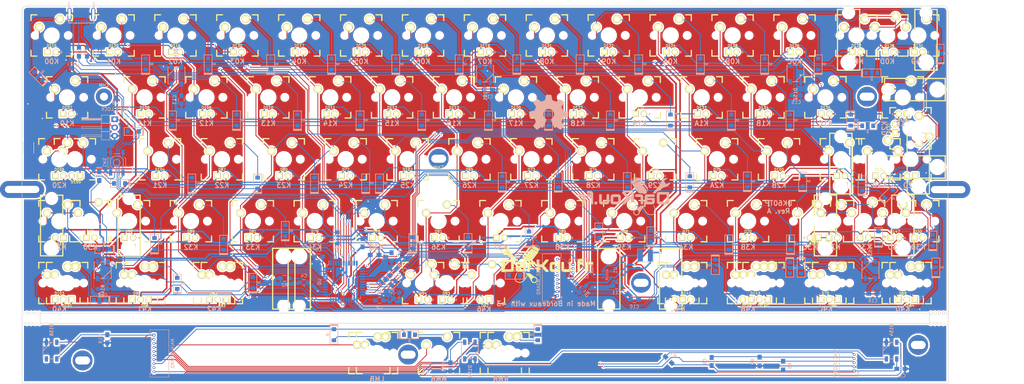
<source format=kicad_pcb>
(kicad_pcb (version 4) (host pcbnew 4.0.5+dfsg1-4)
  (title_block (title "MX/Alps HHKB") (date 2017-05-22) (rev A.1) (company DarKou))
  (layers (0 F.Cu signal) (31 B.Cu signal) (34 B.Paste user) (35 F.Paste user) (36 B.SilkS user) (37 F.SilkS user hide) (38 B.Mask user) (39 F.Mask user) (44 Edge.Cuts user))
  (net 0 "")
  (net 1 GND)
  (net 2 "Net-(C8-Pad1)")
  (net 3 "Net-(D1-Pad2)")
  (net 4 "Net-(D2-Pad2)")
  (net 5 "Net-(D3-Pad2)")
  (net 6 "Net-(D4-Pad2)")
  (net 7 "Net-(D5-Pad2)")
  (net 8 "Net-(D6-Pad2)")
  (net 9 "Net-(D7-Pad2)")
  (net 10 "Net-(D8-Pad2)")
  (net 11 "Net-(D9-Pad2)")
  (net 12 "Net-(D10-Pad2)")
  (net 13 "Net-(D11-Pad2)")
  (net 14 "Net-(D12-Pad2)")
  (net 15 "Net-(D13-Pad2)")
  (net 16 "Net-(D14-Pad2)")
  (net 17 "Net-(D15-Pad2)")
  (net 18 "Net-(D16-Pad2)")
  (net 19 "Net-(D17-Pad2)")
  (net 20 "Net-(D18-Pad2)")
  (net 21 "Net-(D19-Pad2)")
  (net 22 "Net-(D21-Pad2)")
  (net 23 "Net-(D22-Pad2)")
  (net 24 "Net-(D23-Pad2)")
  (net 25 "Net-(D24-Pad2)")
  (net 26 "Net-(D26-Pad2)")
  (net 27 "Net-(D27-Pad2)")
  (net 28 "Net-(D28-Pad2)")
  (net 29 "Net-(D29-Pad2)")
  (net 30 "Net-(D31-Pad2)")
  (net 31 "Net-(D32-Pad2)")
  (net 32 "Net-(D33-Pad2)")
  (net 33 "Net-(D34-Pad2)")
  (net 34 "Net-(D35-Pad2)")
  (net 35 "Net-(D36-Pad2)")
  (net 36 "Net-(D37-Pad2)")
  (net 37 "Net-(D38-Pad2)")
  (net 38 "Net-(D39-Pad2)")
  (net 39 "Net-(D40-Pad2)")
  (net 40 "Net-(D41-Pad2)")
  (net 41 "Net-(D42-Pad2)")
  (net 42 "Net-(D43-Pad2)")
  (net 43 "Net-(D44-Pad2)")
  (net 44 "Net-(D45-Pad2)")
  (net 45 "Net-(D46-Pad2)")
  (net 46 "Net-(D47-Pad2)")
  (net 47 "Net-(D48-Pad2)")
  (net 48 "Net-(D49-Pad2)")
  (net 49 "Net-(D50-Pad2)")
  (net 50 "Net-(D51-Pad2)")
  (net 51 "Net-(D52-Pad2)")
  (net 52 "Net-(D53-Pad2)")
  (net 53 "Net-(D54-Pad2)")
  (net 54 "Net-(D55-Pad2)")
  (net 55 "Net-(D56-Pad2)")
  (net 56 "Net-(D57-Pad2)")
  (net 57 "Net-(D58-Pad2)")
  (net 58 "Net-(D59-Pad2)")
  (net 59 "Net-(D60-Pad2)")
  (net 60 "Net-(J1-Pad2)")
  (net 61 "Net-(J1-Pad3)")
  (net 62 "Net-(J1-Pad4)")
  (net 63 "Net-(R3-Pad1)")
  (net 64 "Net-(R4-Pad2)")
  (net 65 "Net-(U0-Pad42)")
  (net 66 D2)
  (net 67 D5)
  (net 68 "Net-(D61-Pad2)")
  (net 69 "Net-(D62-Pad2)")
  (net 70 "Net-(D63-Pad2)")
  (net 71 "Net-(U0-Pad41)")
  (net 72 "Net-(D64-Pad2)")
  (net 73 "Net-(D65-Pad2)")
  (net 74 "Net-(D66-Pad2)")
  (net 75 "Net-(D67-Pad2)")
  (net 76 "Net-(D68-Pad2)")
  (net 77 "Net-(R2-Pad2)")
  (net 78 VCC)
  (net 79 "Net-(C9-Pad1)")
  (net 80 LED_AN)
  (net 81 "Net-(L1-Pad1)")
  (net 82 LED_CATH)
  (net 83 BACKLIT)
  (net 84 CAPS_LED)
  (net 85 Row4)
  (net 86 Col3)
  (net 87 Col4)
  (net 88 Col5)
  (net 89 Row0)
  (net 90 Row1)
  (net 91 Row2)
  (net 92 Row3)
  (net 93 Col0)
  (net 94 Col1)
  (net 95 Col2)
  (net 96 ColD)
  (net 97 ColC)
  (net 98 Col6)
  (net 99 Col7)
  (net 100 Col8)
  (net 101 Col9)
  (net 102 ColA)
  (net 103 ColB)
  (net 104 RESET)
  (net 105 XTAL1)
  (net 106 XTAL2)
  (net 107 "Net-(MH2-Pad1)")
  (net 108 "Net-(MH7-Pad1)")
  (net 109 RGB)
  (net 110 "Net-(D149-Pad2)")
  (net 111 "Net-(D150-Pad2)")
  (net 112 "Net-(D151-Pad2)")
  (net 113 "Net-(D152-Pad2)")
  (net 114 DOUT)
  (net 115 "Net-(DM34-Pad2)")
  (net 116 "Net-(DM44-Pad2)")
  (net 117 "Net-(DM54-Pad2)")
  (net 118 /TRACKPOINT/D5)
  (net 119 /TRACKPOINT/D2)
  (net 120 /TRACKPOINT/Col3)
  (net 121 /TRACKPOINT/Col4)
  (net 122 /TRACKPOINT/Col5)
  (net 123 /TRACKPOINT/Row4)
  (net 124 /TRACKPOINT/RGB)
  (net 125 "Net-(D154-Pad2)")
  (net 126 "Net-(D155-Pad2)")
  (net 127 "Net-(D156-Pad2)")
  (net 128 "Net-(P1-Pad9)")
  (net 129 "Net-(P2-Pad9)")
  (net 130 "Net-(J3-Pad2)")
  (net 131 "Net-(J3-Pad1)")
  (module Footprint:Mx_100 (layer F.Cu) (at 138.23922 128.71429)
    (fp_text reference KM340 hide)
    (fp_text value LMB (at 0 8) (layer B.SilkS) (effects (font (thickness 0.3048)) (justify mirror)))
    (pad HOLE np_thru_hole circle (at 0 0) (size 3.9878 3.9878) (drill 3.9878) (layers *.Cu))
    (pad HOLE np_thru_hole circle (at -5.08 0) (size 1.7018 1.7018) (drill 1.7018) (layers *.Cu))
    (pad HOLE np_thru_hole circle (at 5.08 0) (size 1.7018 1.7018) (drill 1.7018) (layers *.Cu))
    (pad 1 thru_hole circle (at -3.81 -2.54 330.95) (size 2.5 2.5) (drill 1.5) (layers *.Cu *.Mask F.SilkS) (net 120 /TRACKPOINT/Col3))
    (pad 2 thru_hole circle (at 2.54 -5.08 356.1) (size 2.5 2.5) (drill 1.5) (layers *.Cu *.Mask F.SilkS) (net 115 "Net-(DM34-Pad2)"))
  )
  (module Footprint:BreakHoles (layer F.Cu) (at 311.20172 119.54804 90)
    (fp_text reference M2)
    (fp_text value MISC)
    (pad "" np_thru_hole circle (at 0 0 90) (size 0.8 0.8) (drill 0.7) (layers *.Cu *.Mask F.SilkS))
    (pad "" np_thru_hole circle (at 0 -1.27 90) (size 0.8 0.8) (drill 0.7) (layers *.Cu *.Mask F.SilkS))
    (pad "" np_thru_hole circle (at 0 -2.54 90) (size 0.8 0.8) (drill 0.7) (layers *.Cu *.Mask F.SilkS))
    (pad "" np_thru_hole circle (at 0 1.27 90) (size 0.8 0.8) (drill 0.7) (layers *.Cu *.Mask F.SilkS))
    (pad "" np_thru_hole circle (at 0 2.54 90) (size 0.8 0.8) (drill 0.7) (layers *.Cu *.Mask F.SilkS))
  )
  (module Footprint:MXST (layer F.Cu) (at 114.3 107.15625 180)
    (fp_text reference MXST hide)
    (fp_text value VAL** hide)
    (pad "" np_thru_hole circle (at 0 -6.985 180) (size 3.048 3.048) (drill 3.048) (layers *.Cu *.Mask))
    (pad "" np_thru_hole circle (at 0 8.255 180) (size 3.9802 3.9802) (drill 3.9802) (layers *.Cu *.Mask))
  )
  (module Footprint:MXST (layer F.Cu) (at 228.6 107.15625 180)
    (fp_text reference MXST hide)
    (fp_text value VAL** hide)
    (pad "" np_thru_hole circle (at 0 -6.985 180) (size 3.048 3.048) (drill 3.048) (layers *.Cu *.Mask))
    (pad "" np_thru_hole circle (at 0 8.255 180) (size 3.9802 3.9802) (drill 3.9802) (layers *.Cu *.Mask))
  )
  (module Footprint:MXST (layer F.Cu) (at 209.55 107.15625 180)
    (fp_text reference MXST hide)
    (fp_text value VAL** hide)
    (pad "" np_thru_hole circle (at 0 -6.985 180) (size 3.048 3.048) (drill 3.048) (layers *.Cu *.Mask))
    (pad "" np_thru_hole circle (at 0 8.255 180) (size 3.9802 3.9802) (drill 3.9802) (layers *.Cu *.Mask))
  )
  (module Footprint:MXST (layer F.Cu) (at 109.5375 107.15625 180)
    (fp_text reference MXST hide)
    (fp_text value VAL** hide)
    (pad "" np_thru_hole circle (at 0 -6.985 180) (size 3.048 3.048) (drill 3.048) (layers *.Cu *.Mask))
    (pad "" np_thru_hole circle (at 0 8.255 180) (size 3.9802 3.9802) (drill 3.9802) (layers *.Cu *.Mask))
  )
  (module Footprint:MXST (layer F.Cu) (at 300.0375 88.10625)
    (fp_text reference MXST hide)
    (fp_text value VAL** hide)
    (pad "" np_thru_hole circle (at 0 -6.985) (size 3.048 3.048) (drill 3.048) (layers *.Cu *.Mask))
    (pad "" np_thru_hole circle (at 0 8.255) (size 3.9802 3.9802) (drill 3.9802) (layers *.Cu *.Mask))
  )
  (module Footprint:MXST (layer F.Cu) (at 276.225 88.10625)
    (fp_text reference MXST hide)
    (fp_text value VAL** hide)
    (pad "" np_thru_hole circle (at 0 -6.985) (size 3.048 3.048) (drill 3.048) (layers *.Cu *.Mask))
    (pad "" np_thru_hole circle (at 0 8.255) (size 3.9802 3.9802) (drill 3.9802) (layers *.Cu *.Mask))
  )
  (module Footprint:MXST (layer F.Cu) (at 302.41875 47.62625 90)
    (fp_text reference MXST hide)
    (fp_text value VAL** hide)
    (pad "" np_thru_hole circle (at 0 -6.985 90) (size 3.048 3.048) (drill 3.048) (layers *.Cu *.Mask))
    (pad "" np_thru_hole circle (at 0 8.255 90) (size 3.9802 3.9802) (drill 3.9802) (layers *.Cu *.Mask))
  )
  (module Footprint:MXST (layer F.Cu) (at 302.41875 71.4375 90)
    (fp_text reference MXST hide)
    (fp_text value VAL** hide)
    (pad "" np_thru_hole circle (at 0 -6.985 90) (size 3.048 3.048) (drill 3.048) (layers *.Cu *.Mask))
    (pad "" np_thru_hole circle (at 0 8.255 90) (size 3.9802 3.9802) (drill 3.9802) (layers *.Cu *.Mask))
  )
  (module Footprint:MXST (layer F.Cu) (at 280.9875 69.05625)
    (fp_text reference MXST hide)
    (fp_text value VAL** hide)
    (pad "" np_thru_hole circle (at 0 -6.985) (size 3.048 3.048) (drill 3.048) (layers *.Cu *.Mask))
    (pad "" np_thru_hole circle (at 0 8.255) (size 3.9802 3.9802) (drill 3.9802) (layers *.Cu *.Mask))
  )
  (module Footprint:MXST (layer F.Cu) (at 304.8 69.05625)
    (fp_text reference MXST hide)
    (fp_text value VAL** hide)
    (pad "" np_thru_hole circle (at 0 -6.985) (size 3.048 3.048) (drill 3.048) (layers *.Cu *.Mask))
    (pad "" np_thru_hole circle (at 0 8.255) (size 3.9802 3.9802) (drill 3.9802) (layers *.Cu *.Mask))
  )
  (module Footprint:MXST (layer F.Cu) (at 307.18125 30.95625)
    (fp_text reference MXST hide)
    (fp_text value VAL** hide)
    (pad "" np_thru_hole circle (at 0 -6.985) (size 3.048 3.048) (drill 3.048) (layers *.Cu *.Mask))
    (pad "" np_thru_hole circle (at 0 8.255) (size 3.9802 3.9802) (drill 3.9802) (layers *.Cu *.Mask))
  )
  (module Footprint:MXST (layer F.Cu) (at 283.36875 30.95625)
    (fp_text reference MXST hide)
    (fp_text value VAL** hide)
    (pad "" np_thru_hole circle (at 0 -6.985) (size 3.048 3.048) (drill 3.048) (layers *.Cu *.Mask))
    (pad "" np_thru_hole circle (at 0 8.255) (size 3.9802 3.9802) (drill 3.9802) (layers *.Cu *.Mask))
  )
  (module Footprint:MXST (layer F.Cu) (at 61.9125 88.10625)
    (fp_text reference MXST hide)
    (fp_text value VAL** hide)
    (pad "" np_thru_hole circle (at 0 -6.985) (size 3.048 3.048) (drill 3.048) (layers *.Cu *.Mask))
    (pad "" np_thru_hole circle (at 0 8.255) (size 3.9802 3.9802) (drill 3.9802) (layers *.Cu *.Mask))
  )
  (module Capacitors_SMD:C_0805_HandSoldering (layer B.Cu) (at 145.21172 101.81304 45)
    (fp_text reference C1 (at 0 2.1 45) (layer B.SilkS) (effects (justify mirror)))
    (fp_text value 22p)
    (pad 1 smd rect (at -1.25 0 45) (size 1.5 1.25) (layers B.Cu B.Paste B.Mask) (net 105 XTAL1))
    (pad 2 smd rect (at 1.25 0 45) (size 1.5 1.25) (layers B.Cu B.Paste B.Mask) (net 1 GND))
  )
  (module Capacitors_SMD:C_0805_HandSoldering (layer B.Cu) (at 144.21172 111.06304 225)
    (fp_text reference C2 (at 0 2.1 225) (layer B.SilkS) (effects (justify mirror)))
    (fp_text value 22p)
    (pad 1 smd rect (at -1.25 0 225) (size 1.5 1.25) (layers B.Cu B.Paste B.Mask) (net 106 XTAL2))
    (pad 2 smd rect (at 1.25 0 225) (size 1.5 1.25) (layers B.Cu B.Paste B.Mask) (net 1 GND))
  )
  (module Capacitors_SMD:C_0805_HandSoldering (layer B.Cu) (at 133.7875 94.7575 90)
    (fp_text reference C3 (at 0 2.1 90) (layer B.SilkS) (effects (justify mirror)))
    (fp_text value 0.1u hide)
    (pad 1 smd rect (at -1.25 0 90) (size 1.5 1.25) (layers B.Cu B.Paste B.Mask) (net 78 VCC))
    (pad 2 smd rect (at 1.25 0 90) (size 1.5 1.25) (layers B.Cu B.Paste B.Mask) (net 1 GND))
  )
  (module Capacitors_SMD:C_0805_HandSoldering (layer B.Cu) (at 115.75 107 180)
    (fp_text reference C4 (at 0 2.1 180) (layer B.SilkS) (effects (justify mirror)))
    (fp_text value 0.1u hide)
    (pad 1 smd rect (at -1.25 0 180) (size 1.5 1.25) (layers B.Cu B.Paste B.Mask) (net 78 VCC))
    (pad 2 smd rect (at 1.25 0 180) (size 1.5 1.25) (layers B.Cu B.Paste B.Mask) (net 1 GND))
  )
  (module Capacitors_SMD:C_0805_HandSoldering (layer B.Cu) (at 120.25 99 180)
    (fp_text reference C5 (at 0 2.1 180) (layer B.SilkS) (effects (justify mirror)))
    (fp_text value 0.1u)
    (pad 1 smd rect (at -1.25 0 180) (size 1.5 1.25) (layers B.Cu B.Paste B.Mask) (net 78 VCC))
    (pad 2 smd rect (at 1.25 0 180) (size 1.5 1.25) (layers B.Cu B.Paste B.Mask) (net 1 GND))
  )
  (module Capacitors_SMD:C_0805_HandSoldering (layer B.Cu) (at 139 112.5)
    (fp_text reference C6 (at 0 2.1) (layer B.SilkS) (effects (justify mirror)))
    (fp_text value 0.1u)
    (pad 1 smd rect (at -1.25 0) (size 1.5 1.25) (layers B.Cu B.Paste B.Mask) (net 78 VCC))
    (pad 2 smd rect (at 1.25 0) (size 1.5 1.25) (layers B.Cu B.Paste B.Mask) (net 1 GND))
  )
  (module Capacitors_SMD:C_0805_HandSoldering (layer B.Cu) (at 142.71172 99.06304 270)
    (fp_text reference C7 (at 0 2.1 270) (layer B.SilkS) (effects (justify mirror)))
    (fp_text value 4.7u)
    (pad 1 smd rect (at -1.25 0 270) (size 1.5 1.25) (layers B.Cu B.Paste B.Mask) (net 78 VCC))
    (pad 2 smd rect (at 1.25 0 270) (size 1.5 1.25) (layers B.Cu B.Paste B.Mask) (net 1 GND))
  )
  (module Capacitors_SMD:C_0805_HandSoldering (layer B.Cu) (at 44 39.75 90)
    (fp_text reference C8 (at 0 2.1 90) (layer B.SilkS) (effects (justify mirror)))
    (fp_text value 1u)
    (pad 1 smd rect (at -1.25 0 90) (size 1.5 1.25) (layers B.Cu B.Paste B.Mask) (net 2 "Net-(C8-Pad1)"))
    (pad 2 smd rect (at 1.25 0 90) (size 1.5 1.25) (layers B.Cu B.Paste B.Mask) (net 1 GND))
  )
  (module Capacitors_SMD:C_0805_HandSoldering (layer B.Cu) (at 241.21172 131.31304 270)
    (fp_text reference C9 (at 0 2.1 270) (layer B.SilkS) (effects (justify mirror)))
    (fp_text value 2.2u)
    (pad 1 smd rect (at -1.25 0 270) (size 1.5 1.25) (layers B.Cu B.Paste B.Mask) (net 79 "Net-(C9-Pad1)"))
    (pad 2 smd rect (at 1.25 0 270) (size 1.5 1.25) (layers B.Cu B.Paste B.Mask) (net 78 VCC))
  )
  (module Footprint:D_SOD123 (layer B.Cu) (at 34 43.5 135)
    (fp_text reference D1 hide)
    (fp_text value D (at 0 1.925 135) (layer B.SilkS) (effects (font (size 0.8 0.8)) (justify mirror)))
    (pad 2 smd rect (at 1.7 0 135) (size 1.2 1.4) (layers B.Cu B.Paste B.Mask) (net 3 "Net-(D1-Pad2)"))
    (pad 1 smd rect (at -1.7 0 135) (size 1.2 1.4) (layers B.Cu B.Paste B.Mask) (net 89 Row0))
  )
  (module Footprint:D_SOD123 (layer B.Cu) (at 63.25 60.5 180)
    (fp_text reference D2 hide)
    (fp_text value D (at 0 1.925 180) (layer B.SilkS) (effects (font (size 0.8 0.8)) (justify mirror)))
    (pad 2 smd rect (at 1.7 0 180) (size 1.2 1.4) (layers B.Cu B.Paste B.Mask) (net 4 "Net-(D2-Pad2)"))
    (pad 1 smd rect (at -1.7 0 180) (size 1.2 1.4) (layers B.Cu B.Paste B.Mask) (net 90 Row1))
  )
  (module Footprint:D_SOD123 (layer B.Cu) (at 59 76.5 180)
    (fp_text reference D3 hide)
    (fp_text value D (at 0 1.925 180) (layer B.SilkS) (effects (font (size 0.8 0.8)) (justify mirror)))
    (pad 2 smd rect (at 1.7 0 180) (size 1.2 1.4) (layers B.Cu B.Paste B.Mask) (net 5 "Net-(D3-Pad2)"))
    (pad 1 smd rect (at -1.7 0 180) (size 1.2 1.4) (layers B.Cu B.Paste B.Mask) (net 91 Row2))
  )
  (module Footprint:D_SOD123 (layer B.Cu) (at 54.25 96.75 180)
    (fp_text reference D4 hide)
    (fp_text value D (at 0 1.925 180) (layer B.SilkS) (effects (font (size 0.8 0.8)) (justify mirror)))
    (pad 2 smd rect (at 1.7 0 180) (size 1.2 1.4) (layers B.Cu B.Paste B.Mask) (net 6 "Net-(D4-Pad2)"))
    (pad 1 smd rect (at -1.7 0 180) (size 1.2 1.4) (layers B.Cu B.Paste B.Mask) (net 92 Row3))
  )
  (module Footprint:D_SOD123 (layer B.Cu) (at 52.82172 112.44304 180)
    (fp_text reference D5 hide)
    (fp_text value D (at 0 1.925 180) (layer B.SilkS) (effects (font (size 0.8 0.8)) (justify mirror)))
    (pad 2 smd rect (at 1.7 0 180) (size 1.2 1.4) (layers B.Cu B.Paste B.Mask) (net 7 "Net-(D5-Pad2)"))
    (pad 1 smd rect (at -1.7 0 180) (size 1.2 1.4) (layers B.Cu B.Paste B.Mask) (net 85 Row4))
  )
  (module Footprint:D_SOD123 (layer B.Cu) (at 67 39.75 90)
    (fp_text reference D6 hide)
    (fp_text value D (at 0 1.925 90) (layer B.SilkS) (effects (font (size 0.8 0.8)) (justify mirror)))
    (pad 2 smd rect (at 1.7 0 90) (size 1.2 1.4) (layers B.Cu B.Paste B.Mask) (net 8 "Net-(D6-Pad2)"))
    (pad 1 smd rect (at -1.7 0 90) (size 1.2 1.4) (layers B.Cu B.Paste B.Mask) (net 89 Row0))
  )
  (module Footprint:D_SOD123 (layer B.Cu) (at 75.25 57 90)
    (fp_text reference D7 hide)
    (fp_text value D (at 0 1.925 90) (layer B.SilkS) (effects (font (size 0.8 0.8)) (justify mirror)))
    (pad 2 smd rect (at 1.7 0 90) (size 1.2 1.4) (layers B.Cu B.Paste B.Mask) (net 9 "Net-(D7-Pad2)"))
    (pad 1 smd rect (at -1.7 0 90) (size 1.2 1.4) (layers B.Cu B.Paste B.Mask) (net 90 Row1))
  )
  (module Footprint:D_SOD123 (layer B.Cu) (at 81.22875 76.40625 90)
    (fp_text reference D8 hide)
    (fp_text value D (at 0 1.925 90) (layer B.SilkS) (effects (font (size 0.8 0.8)) (justify mirror)))
    (pad 2 smd rect (at 1.7 0 90) (size 1.2 1.4) (layers B.Cu B.Paste B.Mask) (net 10 "Net-(D8-Pad2)"))
    (pad 1 smd rect (at -1.7 0 90) (size 1.2 1.4) (layers B.Cu B.Paste B.Mask) (net 91 Row2))
  )
  (module Footprint:D_SOD123 (layer B.Cu) (at 69.75 95 90)
    (fp_text reference D9 hide)
    (fp_text value D (at 0 1.925 90) (layer B.SilkS) (effects (font (size 0.8 0.8)) (justify mirror)))
    (pad 2 smd rect (at 1.7 0 90) (size 1.2 1.4) (layers B.Cu B.Paste B.Mask) (net 11 "Net-(D9-Pad2)"))
    (pad 1 smd rect (at -1.7 0 90) (size 1.2 1.4) (layers B.Cu B.Paste B.Mask) (net 92 Row3))
  )
  (module Footprint:D_SOD123 (layer B.Cu) (at 76.75 107.25 90)
    (fp_text reference D10 hide)
    (fp_text value D (at 0 1.925 90) (layer B.SilkS) (effects (font (size 0.8 0.8)) (justify mirror)))
    (pad 2 smd rect (at 1.7 0 90) (size 1.2 1.4) (layers B.Cu B.Paste B.Mask) (net 12 "Net-(D10-Pad2)"))
    (pad 1 smd rect (at -1.7 0 90) (size 1.2 1.4) (layers B.Cu B.Paste B.Mask) (net 85 Row4))
  )
  (module Footprint:D_SOD123 (layer B.Cu) (at 86.25 39.75 90)
    (fp_text reference D11 hide)
    (fp_text value D (at 0 1.925 90) (layer B.SilkS) (effects (font (size 0.8 0.8)) (justify mirror)))
    (pad 2 smd rect (at 1.7 0 90) (size 1.2 1.4) (layers B.Cu B.Paste B.Mask) (net 13 "Net-(D11-Pad2)"))
    (pad 1 smd rect (at -1.7 0 90) (size 1.2 1.4) (layers B.Cu B.Paste B.Mask) (net 89 Row0))
  )
  (module Footprint:D_SOD123 (layer B.Cu) (at 95 57 90)
    (fp_text reference D12 hide)
    (fp_text value D (at 0 1.925 90) (layer B.SilkS) (effects (font (size 0.8 0.8)) (justify mirror)))
    (pad 2 smd rect (at 1.7 0 90) (size 1.2 1.4) (layers B.Cu B.Paste B.Mask) (net 14 "Net-(D12-Pad2)"))
    (pad 1 smd rect (at -1.7 0 90) (size 1.2 1.4) (layers B.Cu B.Paste B.Mask) (net 90 Row1))
  )
  (module Footprint:D_SOD123 (layer B.Cu) (at 101.47875 76.40625 90)
    (fp_text reference D13 hide)
    (fp_text value D (at 0 1.925 90) (layer B.SilkS) (effects (font (size 0.8 0.8)) (justify mirror)))
    (pad 2 smd rect (at 1.7 0 90) (size 1.2 1.4) (layers B.Cu B.Paste B.Mask) (net 15 "Net-(D13-Pad2)"))
    (pad 1 smd rect (at -1.7 0 90) (size 1.2 1.4) (layers B.Cu B.Paste B.Mask) (net 91 Row2))
  )
  (module Footprint:D_SOD123 (layer B.Cu) (at 91 95.25 90)
    (fp_text reference D14 hide)
    (fp_text value D (at 0 1.925 90) (layer B.SilkS) (effects (font (size 0.8 0.8)) (justify mirror)))
    (pad 2 smd rect (at 1.7 0 90) (size 1.2 1.4) (layers B.Cu B.Paste B.Mask) (net 16 "Net-(D14-Pad2)"))
    (pad 1 smd rect (at -1.7 0 90) (size 1.2 1.4) (layers B.Cu B.Paste B.Mask) (net 92 Row3))
  )
  (module Footprint:D_SOD123 (layer B.Cu) (at 100.0375 107.0075 90)
    (fp_text reference D15 hide)
    (fp_text value D (at 0 1.925 90) (layer B.SilkS) (effects (font (size 0.8 0.8)) (justify mirror)))
    (pad 2 smd rect (at 1.7 0 90) (size 1.2 1.4) (layers B.Cu B.Paste B.Mask) (net 17 "Net-(D15-Pad2)"))
    (pad 1 smd rect (at -1.7 0 90) (size 1.2 1.4) (layers B.Cu B.Paste B.Mask) (net 85 Row4))
  )
  (module Footprint:D_SOD123 (layer B.Cu) (at 105.5 39.75 90)
    (fp_text reference D16 hide)
    (fp_text value D (at 0 1.925 90) (layer B.SilkS) (effects (font (size 0.8 0.8)) (justify mirror)))
    (pad 2 smd rect (at 1.7 0 90) (size 1.2 1.4) (layers B.Cu B.Paste B.Mask) (net 18 "Net-(D16-Pad2)"))
    (pad 1 smd rect (at -1.7 0 90) (size 1.2 1.4) (layers B.Cu B.Paste B.Mask) (net 89 Row0))
  )
  (module Footprint:D_SOD123 (layer B.Cu) (at 113.75 57 90)
    (fp_text reference D17 hide)
    (fp_text value D (at 0 1.925 90) (layer B.SilkS) (effects (font (size 0.8 0.8)) (justify mirror)))
    (pad 2 smd rect (at 1.7 0 90) (size 1.2 1.4) (layers B.Cu B.Paste B.Mask) (net 19 "Net-(D17-Pad2)"))
    (pad 1 smd rect (at -1.7 0 90) (size 1.2 1.4) (layers B.Cu B.Paste B.Mask) (net 90 Row1))
  )
  (module Footprint:D_SOD123 (layer B.Cu) (at 118.97875 76.40625 90)
    (fp_text reference D18 hide)
    (fp_text value D (at 0 1.925 90) (layer B.SilkS) (effects (font (size 0.8 0.8)) (justify mirror)))
    (pad 2 smd rect (at 1.7 0 90) (size 1.2 1.4) (layers B.Cu B.Paste B.Mask) (net 20 "Net-(D18-Pad2)"))
    (pad 1 smd rect (at -1.7 0 90) (size 1.2 1.4) (layers B.Cu B.Paste B.Mask) (net 91 Row2))
  )
  (module Footprint:D_SOD123 (layer B.Cu) (at 110 91 90)
    (fp_text reference D19 hide)
    (fp_text value D (at 0 1.925 90) (layer B.SilkS) (effects (font (size 0.8 0.8)) (justify mirror)))
    (pad 2 smd rect (at 1.7 0 90) (size 1.2 1.4) (layers B.Cu B.Paste B.Mask) (net 21 "Net-(D19-Pad2)"))
    (pad 1 smd rect (at -1.7 0 90) (size 1.2 1.4) (layers B.Cu B.Paste B.Mask) (net 92 Row3))
  )
  (module Footprint:D_SOD123 (layer B.Cu) (at 124.25 39.75 90)
    (fp_text reference D21 hide)
    (fp_text value D (at 0 1.925 90) (layer B.SilkS) (effects (font (size 0.8 0.8)) (justify mirror)))
    (pad 2 smd rect (at 1.7 0 90) (size 1.2 1.4) (layers B.Cu B.Paste B.Mask) (net 22 "Net-(D21-Pad2)"))
    (pad 1 smd rect (at -1.7 0 90) (size 1.2 1.4) (layers B.Cu B.Paste B.Mask) (net 89 Row0))
  )
  (module Footprint:D_SOD123 (layer B.Cu) (at 133 57 90)
    (fp_text reference D22 hide)
    (fp_text value D (at 0 1.925 90) (layer B.SilkS) (effects (font (size 0.8 0.8)) (justify mirror)))
    (pad 2 smd rect (at 1.7 0 90) (size 1.2 1.4) (layers B.Cu B.Paste B.Mask) (net 23 "Net-(D22-Pad2)"))
    (pad 1 smd rect (at -1.7 0 90) (size 1.2 1.4) (layers B.Cu B.Paste B.Mask) (net 90 Row1))
  )
  (module Footprint:D_SOD123 (layer B.Cu) (at 134.72875 76.40625 90)
    (fp_text reference D23 hide)
    (fp_text value D (at 0 1.925 90) (layer B.SilkS) (effects (font (size 0.8 0.8)) (justify mirror)))
    (pad 2 smd rect (at 1.7 0 90) (size 1.2 1.4) (layers B.Cu B.Paste B.Mask) (net 24 "Net-(D23-Pad2)"))
    (pad 1 smd rect (at -1.7 0 90) (size 1.2 1.4) (layers B.Cu B.Paste B.Mask) (net 91 Row2))
  )
  (module Footprint:D_SOD123 (layer B.Cu) (at 126 93.25 90)
    (fp_text reference D24 hide)
    (fp_text value D (at 0 1.925 90) (layer B.SilkS) (effects (font (size 0.8 0.8)) (justify mirror)))
    (pad 2 smd rect (at 1.7 0 90) (size 1.2 1.4) (layers B.Cu B.Paste B.Mask) (net 25 "Net-(D24-Pad2)"))
    (pad 1 smd rect (at -1.7 0 90) (size 1.2 1.4) (layers B.Cu B.Paste B.Mask) (net 92 Row3))
  )
  (module Footprint:D_SOD123 (layer B.Cu) (at 144 39.75 90)
    (fp_text reference D26 hide)
    (fp_text value D (at 0 1.925 90) (layer B.SilkS) (effects (font (size 0.8 0.8)) (justify mirror)))
    (pad 2 smd rect (at 1.7 0 90) (size 1.2 1.4) (layers B.Cu B.Paste B.Mask) (net 26 "Net-(D26-Pad2)"))
    (pad 1 smd rect (at -1.7 0 90) (size 1.2 1.4) (layers B.Cu B.Paste B.Mask) (net 89 Row0))
  )
  (module Footprint:D_SOD123 (layer B.Cu) (at 152 57 90)
    (fp_text reference D27 hide)
    (fp_text value D (at 0 1.925 90) (layer B.SilkS) (effects (font (size 0.8 0.8)) (justify mirror)))
    (pad 2 smd rect (at 1.7 0 90) (size 1.2 1.4) (layers B.Cu B.Paste B.Mask) (net 27 "Net-(D27-Pad2)"))
    (pad 1 smd rect (at -1.7 0 90) (size 1.2 1.4) (layers B.Cu B.Paste B.Mask) (net 90 Row1))
  )
  (module Footprint:D_SOD123 (layer B.Cu) (at 138.97875 76.40625 90)
    (fp_text reference D28 hide)
    (fp_text value D (at 0 1.925 90) (layer B.SilkS) (effects (font (size 0.8 0.8)) (justify mirror)))
    (pad 2 smd rect (at 1.7 0 90) (size 1.2 1.4) (layers B.Cu B.Paste B.Mask) (net 28 "Net-(D28-Pad2)"))
    (pad 1 smd rect (at -1.7 0 90) (size 1.2 1.4) (layers B.Cu B.Paste B.Mask) (net 91 Row2))
  )
  (module Footprint:D_SOD123 (layer B.Cu) (at 149.25 94.75 90)
    (fp_text reference D29 hide)
    (fp_text value D (at 0 1.925 90) (layer B.SilkS) (effects (font (size 0.8 0.8)) (justify mirror)))
    (pad 2 smd rect (at 1.7 0 90) (size 1.2 1.4) (layers B.Cu B.Paste B.Mask) (net 29 "Net-(D29-Pad2)"))
    (pad 1 smd rect (at -1.7 0 90) (size 1.2 1.4) (layers B.Cu B.Paste B.Mask) (net 92 Row3))
  )
  (module Footprint:D_SOD123 (layer B.Cu) (at 163.5 39.75 90)
    (fp_text reference D31 hide)
    (fp_text value D (at 0 1.925 90) (layer B.SilkS) (effects (font (size 0.8 0.8)) (justify mirror)))
    (pad 2 smd rect (at 1.7 0 90) (size 1.2 1.4) (layers B.Cu B.Paste B.Mask) (net 30 "Net-(D31-Pad2)"))
    (pad 1 smd rect (at -1.7 0 90) (size 1.2 1.4) (layers B.Cu B.Paste B.Mask) (net 89 Row0))
  )
  (module Footprint:D_SOD123 (layer B.Cu) (at 172.5375 57.0075 90)
    (fp_text reference D32 hide)
    (fp_text value D (at 0 1.925 90) (layer B.SilkS) (effects (font (size 0.8 0.8)) (justify mirror)))
    (pad 2 smd rect (at 1.7 0 90) (size 1.2 1.4) (layers B.Cu B.Paste B.Mask) (net 31 "Net-(D32-Pad2)"))
    (pad 1 smd rect (at -1.7 0 90) (size 1.2 1.4) (layers B.Cu B.Paste B.Mask) (net 90 Row1))
  )
  (module Footprint:D_SOD123 (layer B.Cu) (at 176.75 76 90)
    (fp_text reference D33 hide)
    (fp_text value D (at 0 1.925 90) (layer B.SilkS) (effects (font (size 0.8 0.8)) (justify mirror)))
    (pad 2 smd rect (at 1.7 0 90) (size 1.2 1.4) (layers B.Cu B.Paste B.Mask) (net 32 "Net-(D33-Pad2)"))
    (pad 1 smd rect (at -1.7 0 90) (size 1.2 1.4) (layers B.Cu B.Paste B.Mask) (net 91 Row2))
  )
  (module Footprint:D_SOD123 (layer B.Cu) (at 166.25 94.75 90)
    (fp_text reference D34 hide)
    (fp_text value D (at 0 1.925 90) (layer B.SilkS) (effects (font (size 0.8 0.8)) (justify mirror)))
    (pad 2 smd rect (at 1.7 0 90) (size 1.2 1.4) (layers B.Cu B.Paste B.Mask) (net 33 "Net-(D34-Pad2)"))
    (pad 1 smd rect (at -1.7 0 90) (size 1.2 1.4) (layers B.Cu B.Paste B.Mask) (net 92 Row3))
  )
  (module Footprint:D_SOD123 (layer B.Cu) (at 180.5 104.75 180)
    (fp_text reference D35 hide)
    (fp_text value D (at 0 1.925 180) (layer B.SilkS) (effects (font (size 0.8 0.8)) (justify mirror)))
    (pad 2 smd rect (at 1.7 0 180) (size 1.2 1.4) (layers B.Cu B.Paste B.Mask) (net 34 "Net-(D35-Pad2)"))
    (pad 1 smd rect (at -1.7 0 180) (size 1.2 1.4) (layers B.Cu B.Paste B.Mask) (net 85 Row4))
  )
  (module Footprint:D_SOD123 (layer B.Cu) (at 181.25 39.75 90)
    (fp_text reference D36 hide)
    (fp_text value D (at 0 1.925 90) (layer B.SilkS) (effects (font (size 0.8 0.8)) (justify mirror)))
    (pad 2 smd rect (at 1.7 0 90) (size 1.2 1.4) (layers B.Cu B.Paste B.Mask) (net 35 "Net-(D36-Pad2)"))
    (pad 1 smd rect (at -1.7 0 90) (size 1.2 1.4) (layers B.Cu B.Paste B.Mask) (net 89 Row0))
  )
  (module Footprint:D_SOD123 (layer B.Cu) (at 191.0375 57.0075 90)
    (fp_text reference D37 hide)
    (fp_text value D (at 0 1.925 90) (layer B.SilkS) (effects (font (size 0.8 0.8)) (justify mirror)))
    (pad 2 smd rect (at 1.7 0 90) (size 1.2 1.4) (layers B.Cu B.Paste B.Mask) (net 36 "Net-(D37-Pad2)"))
    (pad 1 smd rect (at -1.7 0 90) (size 1.2 1.4) (layers B.Cu B.Paste B.Mask) (net 90 Row1))
  )
  (module Footprint:D_SOD123 (layer B.Cu) (at 194 76 90)
    (fp_text reference D38 hide)
    (fp_text value D (at 0 1.925 90) (layer B.SilkS) (effects (font (size 0.8 0.8)) (justify mirror)))
    (pad 2 smd rect (at 1.7 0 90) (size 1.2 1.4) (layers B.Cu B.Paste B.Mask) (net 37 "Net-(D38-Pad2)"))
    (pad 1 smd rect (at -1.7 0 90) (size 1.2 1.4) (layers B.Cu B.Paste B.Mask) (net 91 Row2))
  )
  (module Footprint:D_SOD123 (layer B.Cu) (at 185 93 90)
    (fp_text reference D39 hide)
    (fp_text value D (at 0 1.925 90) (layer B.SilkS) (effects (font (size 0.8 0.8)) (justify mirror)))
    (pad 2 smd rect (at 1.7 0 90) (size 1.2 1.4) (layers B.Cu B.Paste B.Mask) (net 38 "Net-(D39-Pad2)"))
    (pad 1 smd rect (at -1.7 0 90) (size 1.2 1.4) (layers B.Cu B.Paste B.Mask) (net 92 Row3))
  )
  (module Footprint:D_SOD123 (layer B.Cu) (at 200.75 39.75 90)
    (fp_text reference D40 hide)
    (fp_text value D (at 0 1.925 90) (layer B.SilkS) (effects (font (size 0.8 0.8)) (justify mirror)))
    (pad 2 smd rect (at 1.7 0 90) (size 1.2 1.4) (layers B.Cu B.Paste B.Mask) (net 39 "Net-(D40-Pad2)"))
    (pad 1 smd rect (at -1.7 0 90) (size 1.2 1.4) (layers B.Cu B.Paste B.Mask) (net 89 Row0))
  )
  (module Footprint:D_SOD123 (layer B.Cu) (at 210.0375 57.0075 90)
    (fp_text reference D41 hide)
    (fp_text value D (at 0 1.925 90) (layer B.SilkS) (effects (font (size 0.8 0.8)) (justify mirror)))
    (pad 2 smd rect (at 1.7 0 90) (size 1.2 1.4) (layers B.Cu B.Paste B.Mask) (net 40 "Net-(D41-Pad2)"))
    (pad 1 smd rect (at -1.7 0 90) (size 1.2 1.4) (layers B.Cu B.Paste B.Mask) (net 90 Row1))
  )
  (module Footprint:D_SOD123 (layer B.Cu) (at 215.25 76 90)
    (fp_text reference D42 hide)
    (fp_text value D (at 0 1.925 90) (layer B.SilkS) (effects (font (size 0.8 0.8)) (justify mirror)))
    (pad 2 smd rect (at 1.7 0 90) (size 1.2 1.4) (layers B.Cu B.Paste B.Mask) (net 41 "Net-(D42-Pad2)"))
    (pad 1 smd rect (at -1.7 0 90) (size 1.2 1.4) (layers B.Cu B.Paste B.Mask) (net 91 Row2))
  )
  (module Footprint:D_SOD123 (layer B.Cu) (at 206.5 91.5 90)
    (fp_text reference D43 hide)
    (fp_text value D (at 0 1.925 90) (layer B.SilkS) (effects (font (size 0.8 0.8)) (justify mirror)))
    (pad 2 smd rect (at 1.7 0 90) (size 1.2 1.4) (layers B.Cu B.Paste B.Mask) (net 42 "Net-(D43-Pad2)"))
    (pad 1 smd rect (at -1.7 0 90) (size 1.2 1.4) (layers B.Cu B.Paste B.Mask) (net 92 Row3))
  )
  (module Footprint:D_SOD123 (layer B.Cu) (at 218.75 39.75 90)
    (fp_text reference D44 hide)
    (fp_text value D (at 0 1.925 90) (layer B.SilkS) (effects (font (size 0.8 0.8)) (justify mirror)))
    (pad 2 smd rect (at 1.7 0 90) (size 1.2 1.4) (layers B.Cu B.Paste B.Mask) (net 43 "Net-(D44-Pad2)"))
    (pad 1 smd rect (at -1.7 0 90) (size 1.2 1.4) (layers B.Cu B.Paste B.Mask) (net 89 Row0))
  )
  (module Footprint:D_SOD123 (layer B.Cu) (at 228.5375 57.0075 90)
    (fp_text reference D45 hide)
    (fp_text value D (at 0 1.925 90) (layer B.SilkS) (effects (font (size 0.8 0.8)) (justify mirror)))
    (pad 2 smd rect (at 1.7 0 90) (size 1.2 1.4) (layers B.Cu B.Paste B.Mask) (net 44 "Net-(D45-Pad2)"))
    (pad 1 smd rect (at -1.7 0 90) (size 1.2 1.4) (layers B.Cu B.Paste B.Mask) (net 90 Row1))
  )
  (module Footprint:D_SOD123 (layer B.Cu) (at 234.5 76 90)
    (fp_text reference D46 hide)
    (fp_text value D (at 0 1.925 90) (layer B.SilkS) (effects (font (size 0.8 0.8)) (justify mirror)))
    (pad 2 smd rect (at 1.7 0 90) (size 1.2 1.4) (layers B.Cu B.Paste B.Mask) (net 45 "Net-(D46-Pad2)"))
    (pad 1 smd rect (at -1.7 0 90) (size 1.2 1.4) (layers B.Cu B.Paste B.Mask) (net 91 Row2))
  )
  (module Footprint:D_SOD123 (layer B.Cu) (at 222.47875 92.65625 90)
    (fp_text reference D47 hide)
    (fp_text value D (at 0 1.925 90) (layer B.SilkS) (effects (font (size 0.8 0.8)) (justify mirror)))
    (pad 2 smd rect (at 1.7 0 90) (size 1.2 1.4) (layers B.Cu B.Paste B.Mask) (net 46 "Net-(D47-Pad2)"))
    (pad 1 smd rect (at -1.7 0 90) (size 1.2 1.4) (layers B.Cu B.Paste B.Mask) (net 92 Row3))
  )
  (module Footprint:D_SOD123 (layer B.Cu) (at 311.5 36.5 90)
    (fp_text reference D48 hide)
    (fp_text value D (at 0 1.925 90) (layer B.SilkS) (effects (font (size 0.8 0.8)) (justify mirror)))
    (pad 2 smd rect (at 1.7 0 90) (size 1.2 1.4) (layers B.Cu B.Paste B.Mask) (net 47 "Net-(D48-Pad2)"))
    (pad 1 smd rect (at -1.7 0 90) (size 1.2 1.4) (layers B.Cu B.Paste B.Mask) (net 85 Row4))
  )
  (module Footprint:D_SOD123 (layer B.Cu) (at 237.75 39.75 90)
    (fp_text reference D49 hide)
    (fp_text value D (at 0 1.925 90) (layer B.SilkS) (effects (font (size 0.8 0.8)) (justify mirror)))
    (pad 2 smd rect (at 1.7 0 90) (size 1.2 1.4) (layers B.Cu B.Paste B.Mask) (net 48 "Net-(D49-Pad2)"))
    (pad 1 smd rect (at -1.7 0 90) (size 1.2 1.4) (layers B.Cu B.Paste B.Mask) (net 89 Row0))
  )
  (module Footprint:D_SOD123 (layer B.Cu) (at 247.2875 57.0075 90)
    (fp_text reference D50 hide)
    (fp_text value D (at 0 1.925 90) (layer B.SilkS) (effects (font (size 0.8 0.8)) (justify mirror)))
    (pad 2 smd rect (at 1.7 0 90) (size 1.2 1.4) (layers B.Cu B.Paste B.Mask) (net 49 "Net-(D50-Pad2)"))
    (pad 1 smd rect (at -1.7 0 90) (size 1.2 1.4) (layers B.Cu B.Paste B.Mask) (net 90 Row1))
  )
  (module Footprint:D_SOD123 (layer B.Cu) (at 252.21172 75.81304 90)
    (fp_text reference D51 hide)
    (fp_text value D (at 0 1.925 90) (layer B.SilkS) (effects (font (size 0.8 0.8)) (justify mirror)))
    (pad 2 smd rect (at 1.7 0 90) (size 1.2 1.4) (layers B.Cu B.Paste B.Mask) (net 50 "Net-(D51-Pad2)"))
    (pad 1 smd rect (at -1.7 0 90) (size 1.2 1.4) (layers B.Cu B.Paste B.Mask) (net 91 Row2))
  )
  (module Footprint:D_SOD123 (layer B.Cu) (at 246.47875 95.15625 90)
    (fp_text reference D52 hide)
    (fp_text value D (at 0 1.925 90) (layer B.SilkS) (effects (font (size 0.8 0.8)) (justify mirror)))
    (pad 2 smd rect (at 1.7 0 90) (size 1.2 1.4) (layers B.Cu B.Paste B.Mask) (net 51 "Net-(D52-Pad2)"))
    (pad 1 smd rect (at -1.7 0 90) (size 1.2 1.4) (layers B.Cu B.Paste B.Mask) (net 92 Row3))
  )
  (module Footprint:D_SOD123 (layer B.Cu) (at 242.32172 101.69304 270)
    (fp_text reference D53 hide)
    (fp_text value D (at 0 1.925 270) (layer B.SilkS) (effects (font (size 0.8 0.8)) (justify mirror)))
    (pad 2 smd rect (at 1.7 0 270) (size 1.2 1.4) (layers B.Cu B.Paste B.Mask) (net 52 "Net-(D53-Pad2)"))
    (pad 1 smd rect (at -1.7 0 270) (size 1.2 1.4) (layers B.Cu B.Paste B.Mask) (net 85 Row4))
  )
  (module Footprint:D_SOD123 (layer B.Cu) (at 257.5 39.75 90)
    (fp_text reference D54 hide)
    (fp_text value D (at 0 1.925 90) (layer B.SilkS) (effects (font (size 0.8 0.8)) (justify mirror)))
    (pad 2 smd rect (at 1.7 0 90) (size 1.2 1.4) (layers B.Cu B.Paste B.Mask) (net 53 "Net-(D54-Pad2)"))
    (pad 1 smd rect (at -1.7 0 90) (size 1.2 1.4) (layers B.Cu B.Paste B.Mask) (net 89 Row0))
  )
  (module Footprint:D_SOD123 (layer B.Cu) (at 265.2875 57.0075 90)
    (fp_text reference D55 hide)
    (fp_text value D (at 0 1.925 90) (layer B.SilkS) (effects (font (size 0.8 0.8)) (justify mirror)))
    (pad 2 smd rect (at 1.7 0 90) (size 1.2 1.4) (layers B.Cu B.Paste B.Mask) (net 54 "Net-(D55-Pad2)"))
    (pad 1 smd rect (at -1.7 0 90) (size 1.2 1.4) (layers B.Cu B.Paste B.Mask) (net 90 Row1))
  )
  (module Footprint:D_SOD123 (layer B.Cu) (at 269.21172 75.81304 90)
    (fp_text reference D56 hide)
    (fp_text value D (at 0 1.925 90) (layer B.SilkS) (effects (font (size 0.8 0.8)) (justify mirror)))
    (pad 2 smd rect (at 1.7 0 90) (size 1.2 1.4) (layers B.Cu B.Paste B.Mask) (net 55 "Net-(D56-Pad2)"))
    (pad 1 smd rect (at -1.7 0 90) (size 1.2 1.4) (layers B.Cu B.Paste B.Mask) (net 91 Row2))
  )
  (module Footprint:D_SOD123 (layer B.Cu) (at 265.47875 95.15625 90)
    (fp_text reference D57 hide)
    (fp_text value D (at 0 1.925 90) (layer B.SilkS) (effects (font (size 0.8 0.8)) (justify mirror)))
    (pad 2 smd rect (at 1.7 0 90) (size 1.2 1.4) (layers B.Cu B.Paste B.Mask) (net 56 "Net-(D57-Pad2)"))
    (pad 1 smd rect (at -1.7 0 90) (size 1.2 1.4) (layers B.Cu B.Paste B.Mask) (net 92 Row3))
  )
  (module Footprint:D_SOD123 (layer B.Cu) (at 265.25 102.5 270)
    (fp_text reference D58 hide)
    (fp_text value D (at 0 1.925 270) (layer B.SilkS) (effects (font (size 0.8 0.8)) (justify mirror)))
    (pad 2 smd rect (at 1.7 0 270) (size 1.2 1.4) (layers B.Cu B.Paste B.Mask) (net 57 "Net-(D58-Pad2)"))
    (pad 1 smd rect (at -1.7 0 270) (size 1.2 1.4) (layers B.Cu B.Paste B.Mask) (net 85 Row4))
  )
  (module Footprint:D_SOD123 (layer B.Cu) (at 274 39.75 90)
    (fp_text reference D59 hide)
    (fp_text value D (at 0 1.925 90) (layer B.SilkS) (effects (font (size 0.8 0.8)) (justify mirror)))
    (pad 2 smd rect (at 1.7 0 90) (size 1.2 1.4) (layers B.Cu B.Paste B.Mask) (net 58 "Net-(D59-Pad2)"))
    (pad 1 smd rect (at -1.7 0 90) (size 1.2 1.4) (layers B.Cu B.Paste B.Mask) (net 89 Row0))
  )
  (module Footprint:D_SOD123 (layer B.Cu) (at 284 57 90)
    (fp_text reference D60 hide)
    (fp_text value D (at 0 1.925 90) (layer B.SilkS) (effects (font (size 0.8 0.8)) (justify mirror)))
    (pad 2 smd rect (at 1.7 0 90) (size 1.2 1.4) (layers B.Cu B.Paste B.Mask) (net 59 "Net-(D60-Pad2)"))
    (pad 1 smd rect (at -1.7 0 90) (size 1.2 1.4) (layers B.Cu B.Paste B.Mask) (net 90 Row1))
  )
  (module Footprint:D_SOD123 (layer B.Cu) (at 287.5 77 90)
    (fp_text reference D61 hide)
    (fp_text value D (at 0 1.925 90) (layer B.SilkS) (effects (font (size 0.8 0.8)) (justify mirror)))
    (pad 2 smd rect (at 1.7 0 90) (size 1.2 1.4) (layers B.Cu B.Paste B.Mask) (net 68 "Net-(D61-Pad2)"))
    (pad 1 smd rect (at -1.7 0 90) (size 1.2 1.4) (layers B.Cu B.Paste B.Mask) (net 91 Row2))
  )
  (module Footprint:D_SOD123 (layer B.Cu) (at 292.57172 92.94304 90)
    (fp_text reference D62 hide)
    (fp_text value D (at 0 1.925 90) (layer B.SilkS) (effects (font (size 0.8 0.8)) (justify mirror)))
    (pad 2 smd rect (at 1.7 0 90) (size 1.2 1.4) (layers B.Cu B.Paste B.Mask) (net 69 "Net-(D62-Pad2)"))
    (pad 1 smd rect (at -1.7 0 90) (size 1.2 1.4) (layers B.Cu B.Paste B.Mask) (net 92 Row3))
  )
  (module Footprint:D_SOD123 (layer B.Cu) (at 268.75 102.5 270)
    (fp_text reference D63 hide)
    (fp_text value D (at 0 1.925 270) (layer B.SilkS) (effects (font (size 0.8 0.8)) (justify mirror)))
    (pad 2 smd rect (at 1.7 0 270) (size 1.2 1.4) (layers B.Cu B.Paste B.Mask) (net 70 "Net-(D63-Pad2)"))
    (pad 1 smd rect (at -1.7 0 270) (size 1.2 1.4) (layers B.Cu B.Paste B.Mask) (net 85 Row4))
  )
  (module Footprint:D_SOD123 (layer B.Cu) (at 290.5 42.5)
    (fp_text reference D64 hide)
    (fp_text value D (at 0 1.925) (layer B.SilkS) (effects (font (size 0.8 0.8)) (justify mirror)))
    (pad 2 smd rect (at 1.7 0) (size 1.2 1.4) (layers B.Cu B.Paste B.Mask) (net 72 "Net-(D64-Pad2)"))
    (pad 1 smd rect (at -1.7 0) (size 1.2 1.4) (layers B.Cu B.Paste B.Mask) (net 89 Row0))
  )
  (module Footprint:D_SOD123 (layer B.Cu) (at 289.25 58.75)
    (fp_text reference D65 hide)
    (fp_text value D (at 0 1.925) (layer B.SilkS) (effects (font (size 0.8 0.8)) (justify mirror)))
    (pad 2 smd rect (at 1.7 0) (size 1.2 1.4) (layers B.Cu B.Paste B.Mask) (net 73 "Net-(D65-Pad2)"))
    (pad 1 smd rect (at -1.7 0) (size 1.2 1.4) (layers B.Cu B.Paste B.Mask) (net 90 Row1))
  )
  (module Footprint:D_SOD123 (layer B.Cu) (at 295.75 79.75 45)
    (fp_text reference D66 hide)
    (fp_text value D (at 0 1.925 45) (layer B.SilkS) (effects (font (size 0.8 0.8)) (justify mirror)))
    (pad 2 smd rect (at 1.7 0 45) (size 1.2 1.4) (layers B.Cu B.Paste B.Mask) (net 74 "Net-(D66-Pad2)"))
    (pad 1 smd rect (at -1.7 0 45) (size 1.2 1.4) (layers B.Cu B.Paste B.Mask) (net 91 Row2))
  )
  (module Footprint:D_SOD123 (layer B.Cu) (at 309.25 94 90)
    (fp_text reference D67 hide)
    (fp_text value D (at 0 1.925 90) (layer B.SilkS) (effects (font (size 0.8 0.8)) (justify mirror)))
    (pad 2 smd rect (at 1.7 0 90) (size 1.2 1.4) (layers B.Cu B.Paste B.Mask) (net 75 "Net-(D67-Pad2)"))
    (pad 1 smd rect (at -1.7 0 90) (size 1.2 1.4) (layers B.Cu B.Paste B.Mask) (net 92 Row3))
  )
  (module Footprint:D_SOD123 (layer B.Cu) (at 310.21172 102.31304 90)
    (fp_text reference D68 hide)
    (fp_text value D (at 0 1.925 90) (layer B.SilkS) (effects (font (size 0.8 0.8)) (justify mirror)))
    (pad 2 smd rect (at 1.7 0 90) (size 1.2 1.4) (layers B.Cu B.Paste B.Mask) (net 76 "Net-(D68-Pad2)"))
    (pad 1 smd rect (at -1.7 0 90) (size 1.2 1.4) (layers B.Cu B.Paste B.Mask) (net 85 Row4))
  )
  (module Footprint:USB_miniB_hirose_5S8 (layer B.Cu) (at 47.25 26.75)
    (fp_text reference J1 hide)
    (fp_text value USB_mini_micro_B hide)
    (pad 1 smd rect (at -1.6 0) (size 0.5 1.4) (layers B.Cu B.Paste B.Mask) (net 78 VCC))
    (pad 2 smd rect (at -0.8 0) (size 0.5 1.4) (layers B.Cu B.Paste B.Mask) (net 60 "Net-(J1-Pad2)"))
    (pad 3 smd rect (at 0 0) (size 0.5 1.4) (layers B.Cu B.Paste B.Mask) (net 61 "Net-(J1-Pad3)"))
    (pad 4 smd rect (at 0.8 0) (size 0.5 1.4) (layers B.Cu B.Paste B.Mask) (net 62 "Net-(J1-Pad4)"))
    (pad 5 smd rect (at 1.6 0) (size 0.5 1.4) (layers B.Cu B.Paste B.Mask) (net 1 GND))
    (pad 6 thru_hole oval (at -3.65 -2.4) (size 1.3 3.8) (drill oval 0.7 3.2) (layers *.Cu *.Mask B.Paste) (net 1 GND))
    (pad 6 thru_hole oval (at 3.65 -2.4) (size 1.3 3.8) (drill oval 0.7 3.2) (layers *.Cu *.Mask B.Paste) (net 1 GND))
  )
  (module Resistors_SMD:R_0805_HandSoldering (layer B.Cu) (at 137.5 98.5 180)
    (fp_text reference R1 (at 0 2.1 180) (layer B.SilkS) (effects (justify mirror)))
    (fp_text value 10K)
    (pad 1 smd rect (at -1.35 0 180) (size 1.5 1.3) (layers B.Cu B.Paste B.Mask) (net 78 VCC))
    (pad 2 smd rect (at 1.35 0 180) (size 1.5 1.3) (layers B.Cu B.Paste B.Mask) (net 104 RESET))
  )
  (module Resistors_SMD:R_0805_HandSoldering (layer B.Cu) (at 109.82172 105.69304)
    (fp_text reference R2 (at 0 2.1) (layer B.SilkS) (effects (justify mirror)))
    (fp_text value 10K)
    (pad 1 smd rect (at -1.35 0) (size 1.5 1.3) (layers B.Cu B.Paste B.Mask) (net 1 GND))
    (pad 2 smd rect (at 1.35 0) (size 1.5 1.3) (layers B.Cu B.Paste B.Mask) (net 77 "Net-(R2-Pad2)"))
  )
  (module Resistors_SMD:R_0805_HandSoldering (layer B.Cu) (at 46.5 36 90)
    (fp_text reference R3 (at 0 2.1 90) (layer B.SilkS) (effects (justify mirror)))
    (fp_text value 22)
    (pad 1 smd rect (at -1.35 0 90) (size 1.5 1.3) (layers B.Cu B.Paste B.Mask) (net 63 "Net-(R3-Pad1)"))
    (pad 2 smd rect (at 1.35 0 90) (size 1.5 1.3) (layers B.Cu B.Paste B.Mask) (net 60 "Net-(J1-Pad2)"))
  )
  (module Resistors_SMD:R_0805_HandSoldering (layer B.Cu) (at 49 36 270)
    (fp_text reference R4 (at 0 2.1 270) (layer B.SilkS) (effects (justify mirror)))
    (fp_text value 22)
    (pad 1 smd rect (at -1.35 0 270) (size 1.5 1.3) (layers B.Cu B.Paste B.Mask) (net 61 "Net-(J1-Pad3)"))
    (pad 2 smd rect (at 1.35 0 270) (size 1.5 1.3) (layers B.Cu B.Paste B.Mask) (net 64 "Net-(R4-Pad2)"))
  )
  (module Resistors_SMD:R_0805_HandSoldering (layer B.Cu) (at 52.75 74.25 90)
    (fp_text reference R6 (at 0 2.1 90) (layer B.SilkS) (effects (justify mirror)))
    (fp_text value R)
    (pad 1 smd rect (at -1.35 0 90) (size 1.5 1.3) (layers B.Cu B.Paste B.Mask) (net 84 CAPS_LED))
    (pad 2 smd rect (at 1.35 0 90) (size 1.5 1.3) (layers B.Cu B.Paste B.Mask) (net 131 "Net-(J3-Pad1)"))
  )
  (module Resistors_SMD:R_0805_HandSoldering (layer B.Cu) (at 227.96172 130.81304 135)
    (fp_text reference R7 (at 0 2.1 135) (layer B.SilkS) (effects (justify mirror)))
    (fp_text value 4.7K)
    (pad 1 smd rect (at -1.35 0 135) (size 1.5 1.3) (layers B.Cu B.Paste B.Mask) (net 78 VCC))
    (pad 2 smd rect (at 1.35 0 135) (size 1.5 1.3) (layers B.Cu B.Paste B.Mask) (net 118 /TRACKPOINT/D5))
  )
  (module Resistors_SMD:R_0805_HandSoldering (layer B.Cu) (at 263.21172 132.56304 90)
    (fp_text reference R8 (at 0 2.1 90) (layer B.SilkS) (effects (justify mirror)))
    (fp_text value 4.7K)
    (pad 1 smd rect (at -1.35 0 90) (size 1.5 1.3) (layers B.Cu B.Paste B.Mask) (net 78 VCC))
    (pad 2 smd rect (at 1.35 0 90) (size 1.5 1.3) (layers B.Cu B.Paste B.Mask) (net 119 /TRACKPOINT/D2))
  )
  (module Resistors_SMD:R_0805_HandSoldering (layer B.Cu) (at 255.96172 131.31304 270)
    (fp_text reference R9 (at 0 2.1 270) (layer B.SilkS) (effects (justify mirror)))
    (fp_text value 100K)
    (pad 1 smd rect (at -1.35 0 270) (size 1.5 1.3) (layers B.Cu B.Paste B.Mask) (net 79 "Net-(C9-Pad1)"))
    (pad 2 smd rect (at 1.35 0 270) (size 1.5 1.3) (layers B.Cu B.Paste B.Mask) (net 1 GND))
  )
  (module Buttons_Switches_SMD:SW_SPST_TL3342 (layer B.Cu) (at 58.15 70.1 270)
    (fp_text reference SW1 (at 0 3.75 270) (layer B.SilkS) (effects (justify mirror)))
    (fp_text value SW_PUSH)
    (pad 1 smd rect (at -3.15 1.9 270) (size 1.7 1) (layers B.Cu B.Paste B.Mask) (net 1 GND))
    (pad 1 smd rect (at 3.15 1.9 270) (size 1.7 1) (layers B.Cu B.Paste B.Mask) (net 1 GND))
    (pad 2 smd rect (at -3.15 -1.9 270) (size 1.7 1) (layers B.Cu B.Paste B.Mask) (net 104 RESET))
    (pad 2 smd rect (at 3.15 -1.9 270) (size 1.7 1) (layers B.Cu B.Paste B.Mask) (net 104 RESET))
  )
  (module Housings_QFP:TQFP-44_10x10mm_Pitch0.8mm (layer B.Cu) (at 128 106.75 270)
    (fp_text reference U0 (at 0 7.45 270) (layer B.SilkS) (effects (justify mirror)))
    (fp_text value ATMEGA32U4)
    (pad 1 smd rect (at -5.7 4 270) (size 1.5 0.55) (layers B.Cu B.Paste B.Mask) (net 84 CAPS_LED))
    (pad 2 smd rect (at -5.7 3.2 270) (size 1.5 0.55) (layers B.Cu B.Paste B.Mask) (net 78 VCC))
    (pad 3 smd rect (at -5.7 2.4 270) (size 1.5 0.55) (layers B.Cu B.Paste B.Mask) (net 63 "Net-(R3-Pad1)"))
    (pad 4 smd rect (at -5.7 1.6 270) (size 1.5 0.55) (layers B.Cu B.Paste B.Mask) (net 64 "Net-(R4-Pad2)"))
    (pad 5 smd rect (at -5.7 0.8 270) (size 1.5 0.55) (layers B.Cu B.Paste B.Mask) (net 1 GND))
    (pad 6 smd rect (at -5.7 0 270) (size 1.5 0.55) (layers B.Cu B.Paste B.Mask) (net 2 "Net-(C8-Pad1)"))
    (pad 7 smd rect (at -5.7 -0.8 270) (size 1.5 0.55) (layers B.Cu B.Paste B.Mask) (net 78 VCC))
    (pad 8 smd rect (at -5.7 -1.6 270) (size 1.5 0.55) (layers B.Cu B.Paste B.Mask) (net 96 ColD))
    (pad 9 smd rect (at -5.7 -2.4 270) (size 1.5 0.55) (layers B.Cu B.Paste B.Mask) (net 88 Col5))
    (pad 10 smd rect (at -5.7 -3.2 270) (size 1.5 0.55) (layers B.Cu B.Paste B.Mask) (net 92 Row3))
    (pad 11 smd rect (at -5.7 -4 270) (size 1.5 0.55) (layers B.Cu B.Paste B.Mask) (net 99 Col7))
    (pad 12 smd rect (at -4 -5.7 180) (size 1.5 0.55) (layers B.Cu B.Paste B.Mask) (net 83 BACKLIT))
    (pad 13 smd rect (at -3.2 -5.7 180) (size 1.5 0.55) (layers B.Cu B.Paste B.Mask) (net 104 RESET))
    (pad 14 smd rect (at -2.4 -5.7 180) (size 1.5 0.55) (layers B.Cu B.Paste B.Mask) (net 78 VCC))
    (pad 15 smd rect (at -1.6 -5.7 180) (size 1.5 0.55) (layers B.Cu B.Paste B.Mask) (net 1 GND))
    (pad 16 smd rect (at -0.8 -5.7 180) (size 1.5 0.55) (layers B.Cu B.Paste B.Mask) (net 105 XTAL1))
    (pad 17 smd rect (at 0 -5.7 180) (size 1.5 0.55) (layers B.Cu B.Paste B.Mask) (net 106 XTAL2))
    (pad 18 smd rect (at 0.8 -5.7 180) (size 1.5 0.55) (layers B.Cu B.Paste B.Mask) (net 97 ColC))
    (pad 19 smd rect (at 1.6 -5.7 180) (size 1.5 0.55) (layers B.Cu B.Paste B.Mask) (net 103 ColB))
    (pad 20 smd rect (at 2.4 -5.7 180) (size 1.5 0.55) (layers B.Cu B.Paste B.Mask) (net 66 D2))
    (pad 21 smd rect (at 3.2 -5.7 180) (size 1.5 0.55) (layers B.Cu B.Paste B.Mask) (net 102 ColA))
    (pad 22 smd rect (at 4 -5.7 180) (size 1.5 0.55) (layers B.Cu B.Paste B.Mask) (net 67 D5))
    (pad 23 smd rect (at 5.7 -4 270) (size 1.5 0.55) (layers B.Cu B.Paste B.Mask) (net 1 GND))
    (pad 24 smd rect (at 5.7 -3.2 270) (size 1.5 0.55) (layers B.Cu B.Paste B.Mask) (net 78 VCC))
    (pad 25 smd rect (at 5.7 -2.4 270) (size 1.5 0.55) (layers B.Cu B.Paste B.Mask) (net 98 Col6))
    (pad 26 smd rect (at 5.7 -1.6 270) (size 1.5 0.55) (layers B.Cu B.Paste B.Mask) (net 100 Col8))
    (pad 27 smd rect (at 5.7 -0.8 270) (size 1.5 0.55) (layers B.Cu B.Paste B.Mask) (net 109 RGB))
    (pad 28 smd rect (at 5.7 0 270) (size 1.5 0.55) (layers B.Cu B.Paste B.Mask) (net 101 Col9))
    (pad 29 smd rect (at 5.7 0.8 270) (size 1.5 0.55) (layers B.Cu B.Paste B.Mask) (net 91 Row2))
    (pad 30 smd rect (at 5.7 1.6 270) (size 1.5 0.55) (layers B.Cu B.Paste B.Mask) (net 87 Col4))
    (pad 31 smd rect (at 5.7 2.4 270) (size 1.5 0.55) (layers B.Cu B.Paste B.Mask) (net 90 Row1))
    (pad 32 smd rect (at 5.7 3.2 270) (size 1.5 0.55) (layers B.Cu B.Paste B.Mask) (net 85 Row4))
    (pad 33 smd rect (at 5.7 4 270) (size 1.5 0.55) (layers B.Cu B.Paste B.Mask) (net 77 "Net-(R2-Pad2)"))
    (pad 34 smd rect (at 4 5.7 180) (size 1.5 0.55) (layers B.Cu B.Paste B.Mask) (net 78 VCC))
    (pad 35 smd rect (at 3.2 5.7 180) (size 1.5 0.55) (layers B.Cu B.Paste B.Mask) (net 1 GND))
    (pad 36 smd rect (at 2.4 5.7 180) (size 1.5 0.55) (layers B.Cu B.Paste B.Mask) (net 93 Col0))
    (pad 37 smd rect (at 1.6 5.7 180) (size 1.5 0.55) (layers B.Cu B.Paste B.Mask) (net 89 Row0))
    (pad 38 smd rect (at 0.8 5.7 180) (size 1.5 0.55) (layers B.Cu B.Paste B.Mask) (net 94 Col1))
    (pad 39 smd rect (at 0 5.7 180) (size 1.5 0.55) (layers B.Cu B.Paste B.Mask) (net 95 Col2))
    (pad 40 smd rect (at -0.8 5.7 180) (size 1.5 0.55) (layers B.Cu B.Paste B.Mask) (net 86 Col3))
    (pad 41 smd rect (at -1.6 5.7 180) (size 1.5 0.55) (layers B.Cu B.Paste B.Mask) (net 71 "Net-(U0-Pad41)"))
    (pad 42 smd rect (at -2.4 5.7 180) (size 1.5 0.55) (layers B.Cu B.Paste B.Mask) (net 65 "Net-(U0-Pad42)"))
    (pad 43 smd rect (at -3.2 5.7 180) (size 1.5 0.55) (layers B.Cu B.Paste B.Mask) (net 1 GND))
    (pad 44 smd rect (at -4 5.7 180) (size 1.5 0.55) (layers B.Cu B.Paste B.Mask) (net 78 VCC))
  )
  (module Footprint:FA-238 (layer B.Cu) (at 142.46172 106.31304 315)
    (fp_text reference X1 hide)
    (fp_text value XTAL_GND hide)
    (pad 3 smd rect (at -1.1 0.8 315) (size 1.4 1.2) (drill (offset -0.1 0.05)) (layers B.Cu B.Paste B.Mask) (net 1 GND) (clearance 0.2))
    (pad 2 smd rect (at 1.1 0.8 315) (size 1.4 1.2) (drill (offset 0.1 0.05)) (layers B.Cu B.Paste B.Mask) (net 106 XTAL2) (clearance 0.2))
    (pad 1 smd rect (at -1.1 -0.8 315) (size 1.4 1.2) (drill (offset -0.1 -0.05)) (layers B.Cu B.Paste B.Mask) (net 105 XTAL1) (clearance 0.2))
    (pad 3 smd rect (at 1.1 -0.8 315) (size 1.4 1.2) (drill (offset 0.1 -0.05)) (layers B.Cu B.Paste B.Mask) (net 1 GND) (clearance 0.2))
  )
  (module Footprint:MXST (layer F.Cu) (at 38.1 88.10625)
    (fp_text reference MXST hide)
    (fp_text value VAL** hide)
    (pad "" np_thru_hole circle (at 0 -6.985) (size 3.048 3.048) (drill 3.048) (layers *.Cu *.Mask))
    (pad "" np_thru_hole circle (at 0 8.255) (size 3.9802 3.9802) (drill 3.9802) (layers *.Cu *.Mask))
  )
  (module LEDs:LED_PLCC_2835 (layer F.Cu) (at 31 65.25 90)
    (fp_text reference LD1 hide)
    (fp_text value CAPS_LED)
    (pad 1 smd rect (at -0.929882 -0.000094 270) (size 2.2 2.1) (layers F.Cu F.Paste F.Mask) (net 1 GND))
    (pad 2 smd rect (at 1.330118 -0.000094 270) (size 1.3 2.1) (layers F.Cu F.Paste F.Mask) (net 130 "Net-(J3-Pad2)"))
  )
  (module Capacitors_SMD:C_0805_HandSoldering (layer B.Cu) (at 217.46172 112.31304)
    (fp_text reference C10 (at 0 2.1) (layer B.SilkS) (effects (justify mirror)))
    (fp_text value 10uF hide)
    (pad 1 smd rect (at -1.25 0) (size 1.5 1.25) (layers B.Cu B.Paste B.Mask) (net 1 GND))
    (pad 2 smd rect (at 1.25 0) (size 1.5 1.25) (layers B.Cu B.Paste B.Mask) (net 78 VCC))
  )
  (module Capacitors_SMD:C_0805_HandSoldering (layer B.Cu) (at 212 108)
    (fp_text reference C11 (at 0 2.1) (layer B.SilkS) (effects (justify mirror)))
    (fp_text value 10uF hide)
    (pad 1 smd rect (at -1.25 0) (size 1.5 1.25) (layers B.Cu B.Paste B.Mask) (net 1 GND))
    (pad 2 smd rect (at 1.25 0) (size 1.5 1.25) (layers B.Cu B.Paste B.Mask) (net 80 LED_AN))
  )
  (module Footprint:Inductor_Bourn_4mmx4mm (layer B.Cu) (at 220.82172 98.69304)
    (fp_text reference L1 (at 0.1778 -2.5654) (layer B.SilkS) (effects (justify mirror)))
    (fp_text value 4.7uH)
    (pad 1 smd rect (at -1.525 0) (size 1.5 3.6) (layers B.Cu B.Paste B.Mask) (net 81 "Net-(L1-Pad1)"))
    (pad 2 smd rect (at 1.525 0) (size 1.5 3.6) (layers B.Cu B.Paste B.Mask) (net 80 LED_AN))
  )
  (module Resistors_SMD:R_0805_HandSoldering (layer B.Cu) (at 201.46172 109.06304 45)
    (fp_text reference R5 (at 0 2.1 45) (layer B.SilkS) (effects (justify mirror)))
    (fp_text value 0.5)
    (pad 1 smd rect (at -1.35 0 45) (size 1.5 1.3) (layers B.Cu B.Paste B.Mask) (net 1 GND))
    (pad 2 smd rect (at 1.35 0 45) (size 1.5 1.3) (layers B.Cu B.Paste B.Mask) (net 82 LED_CATH))
  )
  (module Footprint:SOT-23-5 (layer B.Cu) (at 209 104.5)
    (fp_text reference U1 (at 2.5908 -1.2573 90) (layer B.SilkS) (effects (justify mirror)))
    (fp_text value PAM2804 hide)
    (pad 1 smd rect (at -1.1 0.95) (size 1.06 0.65) (layers B.Cu B.Paste B.Mask) (net 83 BACKLIT))
    (pad 2 smd rect (at -1.1 0) (size 1.06 0.65) (layers B.Cu B.Paste B.Mask) (net 1 GND))
    (pad 3 smd rect (at -1.1 -0.95) (size 1.06 0.65) (layers B.Cu B.Paste B.Mask) (net 81 "Net-(L1-Pad1)"))
    (pad 4 smd rect (at 1.1 -0.95) (size 1.06 0.65) (layers B.Cu B.Paste B.Mask) (net 78 VCC))
    (pad 5 smd rect (at 1.1 0.95) (size 1.06 0.65) (layers B.Cu B.Paste B.Mask) (net 82 LED_CATH))
  )
  (module Footprint:Mx_100 (layer F.Cu) (at 38.1 30.95625)
    (fp_text reference K1 hide)
    (fp_text value K00 (at 0 8) (layer B.SilkS) (effects (font (thickness 0.3048)) (justify mirror)))
    (pad HOLE np_thru_hole circle (at 0 0) (size 3.9878 3.9878) (drill 3.9878) (layers *.Cu))
    (pad HOLE np_thru_hole circle (at -5.08 0) (size 1.7018 1.7018) (drill 1.7018) (layers *.Cu))
    (pad HOLE np_thru_hole circle (at 5.08 0) (size 1.7018 1.7018) (drill 1.7018) (layers *.Cu))
    (pad 1 thru_hole circle (at -3.81 -2.54 330.95) (size 2.5 2.5) (drill 1.5) (layers *.Cu *.Mask F.SilkS) (net 93 Col0))
    (pad 2 thru_hole circle (at 2.54 -5.08 356.1) (size 2.5 2.5) (drill 1.5) (layers *.Cu *.Mask F.SilkS) (net 3 "Net-(D1-Pad2)"))
  )
  (module Footprint:Mx_150 (layer F.Cu) (at 42.8625 50.00625)
    (fp_text reference K2 hide)
    (fp_text value K10 (at 0 8) (layer B.SilkS) (effects (font (thickness 0.3048)) (justify mirror)))
    (pad HOLE np_thru_hole circle (at 0 0) (size 3.9878 3.9878) (drill 3.9878) (layers *.Cu))
    (pad HOLE np_thru_hole circle (at -5.08 0) (size 1.7018 1.7018) (drill 1.7018) (layers *.Cu))
    (pad HOLE np_thru_hole circle (at 5.08 0) (size 1.7018 1.7018) (drill 1.7018) (layers *.Cu))
    (pad 1 thru_hole circle (at -3.81 -2.54 330.95) (size 2.5 2.5) (drill 1.5) (layers *.Cu *.Mask F.SilkS) (net 93 Col0))
    (pad 2 thru_hole circle (at 2.54 -5.08 356.1) (size 2.5 2.5) (drill 1.5) (layers *.Cu *.Mask F.SilkS) (net 4 "Net-(D2-Pad2)"))
  )
  (module Footprint:Mx_125 (layer F.Cu) (at 40.48125 88.10625)
    (fp_text reference K6 hide)
    (fp_text value K30 (at 0 8) (layer B.SilkS) (effects (font (thickness 0.3048)) (justify mirror)))
    (pad HOLE np_thru_hole circle (at 0 0) (size 3.9878 3.9878) (drill 3.9878) (layers *.Cu))
    (pad HOLE np_thru_hole circle (at -5.08 0) (size 1.7018 1.7018) (drill 1.7018) (layers *.Cu))
    (pad HOLE np_thru_hole circle (at 5.08 0) (size 1.7018 1.7018) (drill 1.7018) (layers *.Cu))
    (pad 1 thru_hole circle (at -3.81 -2.54 330.95) (size 2.5 2.5) (drill 1.5) (layers *.Cu *.Mask F.SilkS) (net 93 Col0))
    (pad 2 thru_hole circle (at 2.54 -5.08 356.1) (size 2.5 2.5) (drill 1.5) (layers *.Cu *.Mask F.SilkS) (net 6 "Net-(D4-Pad2)"))
  )
  (module Footprint:Mx_125 (layer F.Cu) (at 40.48125 107.15625)
    (fp_text reference K7 hide)
    (fp_text value K40 (at 0 8) (layer B.SilkS) (effects (font (thickness 0.3048)) (justify mirror)))
    (pad HOLE np_thru_hole circle (at 0 0) (size 3.9878 3.9878) (drill 3.9878) (layers *.Cu))
    (pad HOLE np_thru_hole circle (at -5.08 0) (size 1.7018 1.7018) (drill 1.7018) (layers *.Cu))
    (pad HOLE np_thru_hole circle (at 5.08 0) (size 1.7018 1.7018) (drill 1.7018) (layers *.Cu))
    (pad 1 thru_hole circle (at -3.81 -2.54 330.95) (size 2.5 2.5) (drill 1.5) (layers *.Cu *.Mask F.SilkS) (net 93 Col0))
    (pad 2 thru_hole circle (at 2.54 -5.08 356.1) (size 2.5 2.5) (drill 1.5) (layers *.Cu *.Mask F.SilkS) (net 7 "Net-(D5-Pad2)"))
  )
  (module Footprint:Mx_150 (layer F.Cu) (at 42.8625 107.15625)
    (fp_text reference K8 hide)
    (fp_text value K40 hide)
    (pad HOLE np_thru_hole circle (at 0 0) (size 3.9878 3.9878) (drill 3.9878) (layers *.Cu))
    (pad HOLE np_thru_hole circle (at -5.08 0) (size 1.7018 1.7018) (drill 1.7018) (layers *.Cu))
    (pad HOLE np_thru_hole circle (at 5.08 0) (size 1.7018 1.7018) (drill 1.7018) (layers *.Cu))
    (pad 1 thru_hole circle (at -3.81 -2.54 330.95) (size 2.5 2.5) (drill 1.5) (layers *.Cu *.Mask F.SilkS) (net 93 Col0))
    (pad 2 thru_hole circle (at 2.54 -5.08 356.1) (size 2.5 2.5) (drill 1.5) (layers *.Cu *.Mask F.SilkS) (net 7 "Net-(D5-Pad2)"))
  )
  (module Footprint:Mx_100 (layer F.Cu) (at 57.15 30.95625)
    (fp_text reference K9 hide)
    (fp_text value K01 (at 0 8) (layer B.SilkS) (effects (font (thickness 0.3048)) (justify mirror)))
    (pad HOLE np_thru_hole circle (at 0 0) (size 3.9878 3.9878) (drill 3.9878) (layers *.Cu))
    (pad HOLE np_thru_hole circle (at -5.08 0) (size 1.7018 1.7018) (drill 1.7018) (layers *.Cu))
    (pad HOLE np_thru_hole circle (at 5.08 0) (size 1.7018 1.7018) (drill 1.7018) (layers *.Cu))
    (pad 1 thru_hole circle (at -3.81 -2.54 330.95) (size 2.5 2.5) (drill 1.5) (layers *.Cu *.Mask F.SilkS) (net 94 Col1))
    (pad 2 thru_hole circle (at 2.54 -5.08 356.1) (size 2.5 2.5) (drill 1.5) (layers *.Cu *.Mask F.SilkS) (net 8 "Net-(D6-Pad2)"))
  )
  (module Footprint:Mx_100 (layer F.Cu) (at 66.675 50.00625)
    (fp_text reference K10 hide)
    (fp_text value K11 (at 0 8) (layer B.SilkS) (effects (font (thickness 0.3048)) (justify mirror)))
    (pad HOLE np_thru_hole circle (at 0 0) (size 3.9878 3.9878) (drill 3.9878) (layers *.Cu))
    (pad HOLE np_thru_hole circle (at -5.08 0) (size 1.7018 1.7018) (drill 1.7018) (layers *.Cu))
    (pad HOLE np_thru_hole circle (at 5.08 0) (size 1.7018 1.7018) (drill 1.7018) (layers *.Cu))
    (pad 1 thru_hole circle (at -3.81 -2.54 330.95) (size 2.5 2.5) (drill 1.5) (layers *.Cu *.Mask F.SilkS) (net 94 Col1))
    (pad 2 thru_hole circle (at 2.54 -5.08 356.1) (size 2.5 2.5) (drill 1.5) (layers *.Cu *.Mask F.SilkS) (net 9 "Net-(D7-Pad2)"))
  )
  (module Footprint:Mx_100 (layer F.Cu) (at 71.4375 69.05625)
    (fp_text reference K11 hide)
    (fp_text value K21 (at 0 8) (layer B.SilkS) (effects (font (thickness 0.3048)) (justify mirror)))
    (pad HOLE np_thru_hole circle (at 0 0) (size 3.9878 3.9878) (drill 3.9878) (layers *.Cu))
    (pad HOLE np_thru_hole circle (at -5.08 0) (size 1.7018 1.7018) (drill 1.7018) (layers *.Cu))
    (pad HOLE np_thru_hole circle (at 5.08 0) (size 1.7018 1.7018) (drill 1.7018) (layers *.Cu))
    (pad 1 thru_hole circle (at -3.81 -2.54 330.95) (size 2.5 2.5) (drill 1.5) (layers *.Cu *.Mask F.SilkS) (net 94 Col1))
    (pad 2 thru_hole circle (at 2.54 -5.08 356.1) (size 2.5 2.5) (drill 1.5) (layers *.Cu *.Mask F.SilkS) (net 10 "Net-(D8-Pad2)"))
  )
  (module Footprint:Mx_100 (layer F.Cu) (at 61.9125 88.10625)
    (fp_text reference K12 hide)
    (fp_text value K31 (at 0 8) (layer B.SilkS) (effects (font (thickness 0.3048)) (justify mirror)))
    (pad HOLE np_thru_hole circle (at 0 0) (size 3.9878 3.9878) (drill 3.9878) (layers *.Cu))
    (pad HOLE np_thru_hole circle (at -5.08 0) (size 1.7018 1.7018) (drill 1.7018) (layers *.Cu))
    (pad HOLE np_thru_hole circle (at 5.08 0) (size 1.7018 1.7018) (drill 1.7018) (layers *.Cu))
    (pad 1 thru_hole circle (at -3.81 -2.54 330.95) (size 2.5 2.5) (drill 1.5) (layers *.Cu *.Mask F.SilkS) (net 94 Col1))
    (pad 2 thru_hole circle (at 2.54 -5.08 356.1) (size 2.5 2.5) (drill 1.5) (layers *.Cu *.Mask F.SilkS) (net 11 "Net-(D9-Pad2)"))
  )
  (module Footprint:Mx_125 (layer F.Cu) (at 64.29375 107.15625)
    (fp_text reference K13 hide)
    (fp_text value K41 hide)
    (pad HOLE np_thru_hole circle (at 0 0) (size 3.9878 3.9878) (drill 3.9878) (layers *.Cu))
    (pad HOLE np_thru_hole circle (at -5.08 0) (size 1.7018 1.7018) (drill 1.7018) (layers *.Cu))
    (pad HOLE np_thru_hole circle (at 5.08 0) (size 1.7018 1.7018) (drill 1.7018) (layers *.Cu))
    (pad 1 thru_hole circle (at -3.81 -2.54 330.95) (size 2.5 2.5) (drill 1.5) (layers *.Cu *.Mask F.SilkS) (net 94 Col1))
    (pad 2 thru_hole circle (at 2.54 -5.08 356.1) (size 2.5 2.5) (drill 1.5) (layers *.Cu *.Mask F.SilkS) (net 12 "Net-(D10-Pad2)"))
  )
  (module Footprint:Mx_100 (layer F.Cu) (at 66.675 107.15625)
    (fp_text reference K14 hide)
    (fp_text value K41 (at 0 8) (layer B.SilkS) (effects (font (thickness 0.3048)) (justify mirror)))
    (pad HOLE np_thru_hole circle (at 0 0) (size 3.9878 3.9878) (drill 3.9878) (layers *.Cu))
    (pad HOLE np_thru_hole circle (at -5.08 0) (size 1.7018 1.7018) (drill 1.7018) (layers *.Cu))
    (pad HOLE np_thru_hole circle (at 5.08 0) (size 1.7018 1.7018) (drill 1.7018) (layers *.Cu))
    (pad 1 thru_hole circle (at -3.81 -2.54 330.95) (size 2.5 2.5) (drill 1.5) (layers *.Cu *.Mask F.SilkS) (net 94 Col1))
    (pad 2 thru_hole circle (at 2.54 -5.08 356.1) (size 2.5 2.5) (drill 1.5) (layers *.Cu *.Mask F.SilkS) (net 12 "Net-(D10-Pad2)"))
  )
  (module Footprint:Mx_100 (layer F.Cu) (at 76.2 30.95625)
    (fp_text reference K15 hide)
    (fp_text value K02 (at 0 8) (layer B.SilkS) (effects (font (thickness 0.3048)) (justify mirror)))
    (pad HOLE np_thru_hole circle (at 0 0) (size 3.9878 3.9878) (drill 3.9878) (layers *.Cu))
    (pad HOLE np_thru_hole circle (at -5.08 0) (size 1.7018 1.7018) (drill 1.7018) (layers *.Cu))
    (pad HOLE np_thru_hole circle (at 5.08 0) (size 1.7018 1.7018) (drill 1.7018) (layers *.Cu))
    (pad 1 thru_hole circle (at -3.81 -2.54 330.95) (size 2.5 2.5) (drill 1.5) (layers *.Cu *.Mask F.SilkS) (net 95 Col2))
    (pad 2 thru_hole circle (at 2.54 -5.08 356.1) (size 2.5 2.5) (drill 1.5) (layers *.Cu *.Mask F.SilkS) (net 13 "Net-(D11-Pad2)"))
  )
  (module Footprint:Mx_100 (layer F.Cu) (at 85.725 50.00625)
    (fp_text reference K16 hide)
    (fp_text value K12 (at 0 8) (layer B.SilkS) (effects (font (thickness 0.3048)) (justify mirror)))
    (pad HOLE np_thru_hole circle (at 0 0) (size 3.9878 3.9878) (drill 3.9878) (layers *.Cu))
    (pad HOLE np_thru_hole circle (at -5.08 0) (size 1.7018 1.7018) (drill 1.7018) (layers *.Cu))
    (pad HOLE np_thru_hole circle (at 5.08 0) (size 1.7018 1.7018) (drill 1.7018) (layers *.Cu))
    (pad 1 thru_hole circle (at -3.81 -2.54 330.95) (size 2.5 2.5) (drill 1.5) (layers *.Cu *.Mask F.SilkS) (net 95 Col2))
    (pad 2 thru_hole circle (at 2.54 -5.08 356.1) (size 2.5 2.5) (drill 1.5) (layers *.Cu *.Mask F.SilkS) (net 14 "Net-(D12-Pad2)"))
  )
  (module Footprint:Mx_100 (layer F.Cu) (at 90.4875 69.05625)
    (fp_text reference K17 hide)
    (fp_text value K22 (at 0 8) (layer B.SilkS) (effects (font (thickness 0.3048)) (justify mirror)))
    (pad HOLE np_thru_hole circle (at 0 0) (size 3.9878 3.9878) (drill 3.9878) (layers *.Cu))
    (pad HOLE np_thru_hole circle (at -5.08 0) (size 1.7018 1.7018) (drill 1.7018) (layers *.Cu))
    (pad HOLE np_thru_hole circle (at 5.08 0) (size 1.7018 1.7018) (drill 1.7018) (layers *.Cu))
    (pad 1 thru_hole circle (at -3.81 -2.54 330.95) (size 2.5 2.5) (drill 1.5) (layers *.Cu *.Mask F.SilkS) (net 95 Col2))
    (pad 2 thru_hole circle (at 2.54 -5.08 356.1) (size 2.5 2.5) (drill 1.5) (layers *.Cu *.Mask F.SilkS) (net 15 "Net-(D13-Pad2)"))
  )
  (module Footprint:Mx_100 (layer F.Cu) (at 80.9625 88.10625)
    (fp_text reference K18 hide)
    (fp_text value K32 (at 0 8) (layer B.SilkS) (effects (font (thickness 0.3048)) (justify mirror)))
    (pad HOLE np_thru_hole circle (at 0 0) (size 3.9878 3.9878) (drill 3.9878) (layers *.Cu))
    (pad HOLE np_thru_hole circle (at -5.08 0) (size 1.7018 1.7018) (drill 1.7018) (layers *.Cu))
    (pad HOLE np_thru_hole circle (at 5.08 0) (size 1.7018 1.7018) (drill 1.7018) (layers *.Cu))
    (pad 1 thru_hole circle (at -3.81 -2.54 330.95) (size 2.5 2.5) (drill 1.5) (layers *.Cu *.Mask F.SilkS) (net 95 Col2))
    (pad 2 thru_hole circle (at 2.54 -5.08 356.1) (size 2.5 2.5) (drill 1.5) (layers *.Cu *.Mask F.SilkS) (net 16 "Net-(D14-Pad2)"))
  )
  (module Footprint:Mx_125 (layer F.Cu) (at 88.10625 107.15625)
    (fp_text reference K19 hide)
    (fp_text value K42 (at 0 8) (layer B.SilkS) (effects (font (thickness 0.3048)) (justify mirror)))
    (pad HOLE np_thru_hole circle (at 0 0) (size 3.9878 3.9878) (drill 3.9878) (layers *.Cu))
    (pad HOLE np_thru_hole circle (at -5.08 0) (size 1.7018 1.7018) (drill 1.7018) (layers *.Cu))
    (pad HOLE np_thru_hole circle (at 5.08 0) (size 1.7018 1.7018) (drill 1.7018) (layers *.Cu))
    (pad 1 thru_hole circle (at -3.81 -2.54 330.95) (size 2.5 2.5) (drill 1.5) (layers *.Cu *.Mask F.SilkS) (net 95 Col2))
    (pad 2 thru_hole circle (at 2.54 -5.08 356.1) (size 2.5 2.5) (drill 1.5) (layers *.Cu *.Mask F.SilkS) (net 17 "Net-(D15-Pad2)"))
  )
  (module Footprint:Mx_150 (layer F.Cu) (at 90.4875 107.15625)
    (fp_text reference K20 hide)
    (fp_text value K42 hide)
    (pad HOLE np_thru_hole circle (at 0 0) (size 3.9878 3.9878) (drill 3.9878) (layers *.Cu))
    (pad HOLE np_thru_hole circle (at -5.08 0) (size 1.7018 1.7018) (drill 1.7018) (layers *.Cu))
    (pad HOLE np_thru_hole circle (at 5.08 0) (size 1.7018 1.7018) (drill 1.7018) (layers *.Cu))
    (pad 1 thru_hole circle (at -3.81 -2.54 330.95) (size 2.5 2.5) (drill 1.5) (layers *.Cu *.Mask F.SilkS) (net 95 Col2))
    (pad 2 thru_hole circle (at 2.54 -5.08 356.1) (size 2.5 2.5) (drill 1.5) (layers *.Cu *.Mask F.SilkS) (net 17 "Net-(D15-Pad2)"))
  )
  (module Footprint:Mx_100 (layer F.Cu) (at 95.25 30.95625)
    (fp_text reference K21 hide)
    (fp_text value K03 (at 0 8) (layer B.SilkS) (effects (font (thickness 0.3048)) (justify mirror)))
    (pad HOLE np_thru_hole circle (at 0 0) (size 3.9878 3.9878) (drill 3.9878) (layers *.Cu))
    (pad HOLE np_thru_hole circle (at -5.08 0) (size 1.7018 1.7018) (drill 1.7018) (layers *.Cu))
    (pad HOLE np_thru_hole circle (at 5.08 0) (size 1.7018 1.7018) (drill 1.7018) (layers *.Cu))
    (pad 1 thru_hole circle (at -3.81 -2.54 330.95) (size 2.5 2.5) (drill 1.5) (layers *.Cu *.Mask F.SilkS) (net 86 Col3))
    (pad 2 thru_hole circle (at 2.54 -5.08 356.1) (size 2.5 2.5) (drill 1.5) (layers *.Cu *.Mask F.SilkS) (net 18 "Net-(D16-Pad2)"))
  )
  (module Footprint:Mx_100 (layer F.Cu) (at 104.775 50.00625)
    (fp_text reference K22 hide)
    (fp_text value K13 (at 0 8) (layer B.SilkS) (effects (font (thickness 0.3048)) (justify mirror)))
    (pad HOLE np_thru_hole circle (at 0 0) (size 3.9878 3.9878) (drill 3.9878) (layers *.Cu))
    (pad HOLE np_thru_hole circle (at -5.08 0) (size 1.7018 1.7018) (drill 1.7018) (layers *.Cu))
    (pad HOLE np_thru_hole circle (at 5.08 0) (size 1.7018 1.7018) (drill 1.7018) (layers *.Cu))
    (pad 1 thru_hole circle (at -3.81 -2.54 330.95) (size 2.5 2.5) (drill 1.5) (layers *.Cu *.Mask F.SilkS) (net 86 Col3))
    (pad 2 thru_hole circle (at 2.54 -5.08 356.1) (size 2.5 2.5) (drill 1.5) (layers *.Cu *.Mask F.SilkS) (net 19 "Net-(D17-Pad2)"))
  )
  (module Footprint:Mx_100 (layer F.Cu) (at 109.5375 69.05625)
    (fp_text reference K23 hide)
    (fp_text value K23 (at 0 8) (layer B.SilkS) (effects (font (thickness 0.3048)) (justify mirror)))
    (pad HOLE np_thru_hole circle (at 0 0) (size 3.9878 3.9878) (drill 3.9878) (layers *.Cu))
    (pad HOLE np_thru_hole circle (at -5.08 0) (size 1.7018 1.7018) (drill 1.7018) (layers *.Cu))
    (pad HOLE np_thru_hole circle (at 5.08 0) (size 1.7018 1.7018) (drill 1.7018) (layers *.Cu))
    (pad 1 thru_hole circle (at -3.81 -2.54 330.95) (size 2.5 2.5) (drill 1.5) (layers *.Cu *.Mask F.SilkS) (net 86 Col3))
    (pad 2 thru_hole circle (at 2.54 -5.08 356.1) (size 2.5 2.5) (drill 1.5) (layers *.Cu *.Mask F.SilkS) (net 20 "Net-(D18-Pad2)"))
  )
  (module Footprint:Mx_100 (layer F.Cu) (at 100.0125 88.10625)
    (fp_text reference K24 hide)
    (fp_text value K33 (at 0 8) (layer B.SilkS) (effects (font (thickness 0.3048)) (justify mirror)))
    (pad HOLE np_thru_hole circle (at 0 0) (size 3.9878 3.9878) (drill 3.9878) (layers *.Cu))
    (pad HOLE np_thru_hole circle (at -5.08 0) (size 1.7018 1.7018) (drill 1.7018) (layers *.Cu))
    (pad HOLE np_thru_hole circle (at 5.08 0) (size 1.7018 1.7018) (drill 1.7018) (layers *.Cu))
    (pad 1 thru_hole circle (at -3.81 -2.54 330.95) (size 2.5 2.5) (drill 1.5) (layers *.Cu *.Mask F.SilkS) (net 86 Col3))
    (pad 2 thru_hole circle (at 2.54 -5.08 356.1) (size 2.5 2.5) (drill 1.5) (layers *.Cu *.Mask F.SilkS) (net 21 "Net-(D19-Pad2)"))
  )
  (module Footprint:Mx_100 (layer F.Cu) (at 114.3 30.95625)
    (fp_text reference K27 hide)
    (fp_text value K04 (at 0 8) (layer B.SilkS) (effects (font (thickness 0.3048)) (justify mirror)))
    (pad HOLE np_thru_hole circle (at 0 0) (size 3.9878 3.9878) (drill 3.9878) (layers *.Cu))
    (pad HOLE np_thru_hole circle (at -5.08 0) (size 1.7018 1.7018) (drill 1.7018) (layers *.Cu))
    (pad HOLE np_thru_hole circle (at 5.08 0) (size 1.7018 1.7018) (drill 1.7018) (layers *.Cu))
    (pad 1 thru_hole circle (at -3.81 -2.54 330.95) (size 2.5 2.5) (drill 1.5) (layers *.Cu *.Mask F.SilkS) (net 87 Col4))
    (pad 2 thru_hole circle (at 2.54 -5.08 356.1) (size 2.5 2.5) (drill 1.5) (layers *.Cu *.Mask F.SilkS) (net 22 "Net-(D21-Pad2)"))
  )
  (module Footprint:Mx_100 (layer F.Cu) (at 123.825 50.00625)
    (fp_text reference K28 hide)
    (fp_text value K14 (at 0 8) (layer B.SilkS) (effects (font (thickness 0.3048)) (justify mirror)))
    (pad HOLE np_thru_hole circle (at 0 0) (size 3.9878 3.9878) (drill 3.9878) (layers *.Cu))
    (pad HOLE np_thru_hole circle (at -5.08 0) (size 1.7018 1.7018) (drill 1.7018) (layers *.Cu))
    (pad HOLE np_thru_hole circle (at 5.08 0) (size 1.7018 1.7018) (drill 1.7018) (layers *.Cu))
    (pad 1 thru_hole circle (at -3.81 -2.54 330.95) (size 2.5 2.5) (drill 1.5) (layers *.Cu *.Mask F.SilkS) (net 87 Col4))
    (pad 2 thru_hole circle (at 2.54 -5.08 356.1) (size 2.5 2.5) (drill 1.5) (layers *.Cu *.Mask F.SilkS) (net 23 "Net-(D22-Pad2)"))
  )
  (module Footprint:Mx_100 (layer F.Cu) (at 128.5875 69.05625)
    (fp_text reference K29 hide)
    (fp_text value K24 (at 0 8) (layer B.SilkS) (effects (font (thickness 0.3048)) (justify mirror)))
    (pad HOLE np_thru_hole circle (at 0 0) (size 3.9878 3.9878) (drill 3.9878) (layers *.Cu))
    (pad HOLE np_thru_hole circle (at -5.08 0) (size 1.7018 1.7018) (drill 1.7018) (layers *.Cu))
    (pad HOLE np_thru_hole circle (at 5.08 0) (size 1.7018 1.7018) (drill 1.7018) (layers *.Cu))
    (pad 1 thru_hole circle (at -3.81 -2.54 330.95) (size 2.5 2.5) (drill 1.5) (layers *.Cu *.Mask F.SilkS) (net 87 Col4))
    (pad 2 thru_hole circle (at 2.54 -5.08 356.1) (size 2.5 2.5) (drill 1.5) (layers *.Cu *.Mask F.SilkS) (net 24 "Net-(D23-Pad2)"))
  )
  (module Footprint:Mx_100 (layer F.Cu) (at 119.0625 88.10625)
    (fp_text reference K30 hide)
    (fp_text value K34 (at 0 8) (layer B.SilkS) (effects (font (thickness 0.3048)) (justify mirror)))
    (pad HOLE np_thru_hole circle (at 0 0) (size 3.9878 3.9878) (drill 3.9878) (layers *.Cu))
    (pad HOLE np_thru_hole circle (at -5.08 0) (size 1.7018 1.7018) (drill 1.7018) (layers *.Cu))
    (pad HOLE np_thru_hole circle (at 5.08 0) (size 1.7018 1.7018) (drill 1.7018) (layers *.Cu))
    (pad 1 thru_hole circle (at -3.81 -2.54 330.95) (size 2.5 2.5) (drill 1.5) (layers *.Cu *.Mask F.SilkS) (net 87 Col4))
    (pad 2 thru_hole circle (at 2.54 -5.08 356.1) (size 2.5 2.5) (drill 1.5) (layers *.Cu *.Mask F.SilkS) (net 25 "Net-(D24-Pad2)"))
  )
  (module Footprint:Mx_100 (layer F.Cu) (at 133.35 30.95625)
    (fp_text reference K32 hide)
    (fp_text value K05 (at 0 8) (layer B.SilkS) (effects (font (thickness 0.3048)) (justify mirror)))
    (pad HOLE np_thru_hole circle (at 0 0) (size 3.9878 3.9878) (drill 3.9878) (layers *.Cu))
    (pad HOLE np_thru_hole circle (at -5.08 0) (size 1.7018 1.7018) (drill 1.7018) (layers *.Cu))
    (pad HOLE np_thru_hole circle (at 5.08 0) (size 1.7018 1.7018) (drill 1.7018) (layers *.Cu))
    (pad 1 thru_hole circle (at -3.81 -2.54 330.95) (size 2.5 2.5) (drill 1.5) (layers *.Cu *.Mask F.SilkS) (net 88 Col5))
    (pad 2 thru_hole circle (at 2.54 -5.08 356.1) (size 2.5 2.5) (drill 1.5) (layers *.Cu *.Mask F.SilkS) (net 26 "Net-(D26-Pad2)"))
  )
  (module Footprint:Mx_100 (layer F.Cu) (at 142.875 50.00625)
    (fp_text reference K33 hide)
    (fp_text value K15 (at 0 8) (layer B.SilkS) (effects (font (thickness 0.3048)) (justify mirror)))
    (pad HOLE np_thru_hole circle (at 0 0) (size 3.9878 3.9878) (drill 3.9878) (layers *.Cu))
    (pad HOLE np_thru_hole circle (at -5.08 0) (size 1.7018 1.7018) (drill 1.7018) (layers *.Cu))
    (pad HOLE np_thru_hole circle (at 5.08 0) (size 1.7018 1.7018) (drill 1.7018) (layers *.Cu))
    (pad 1 thru_hole circle (at -3.81 -2.54 330.95) (size 2.5 2.5) (drill 1.5) (layers *.Cu *.Mask F.SilkS) (net 88 Col5))
    (pad 2 thru_hole circle (at 2.54 -5.08 356.1) (size 2.5 2.5) (drill 1.5) (layers *.Cu *.Mask F.SilkS) (net 27 "Net-(D27-Pad2)"))
  )
  (module Footprint:Mx_100 (layer F.Cu) (at 147.6375 69.05625)
    (fp_text reference K34 hide)
    (fp_text value K25 (at 0 8) (layer B.SilkS) (effects (font (thickness 0.3048)) (justify mirror)))
    (pad HOLE np_thru_hole circle (at 0 0) (size 3.9878 3.9878) (drill 3.9878) (layers *.Cu))
    (pad HOLE np_thru_hole circle (at -5.08 0) (size 1.7018 1.7018) (drill 1.7018) (layers *.Cu))
    (pad HOLE np_thru_hole circle (at 5.08 0) (size 1.7018 1.7018) (drill 1.7018) (layers *.Cu))
    (pad 1 thru_hole circle (at -3.81 -2.54 330.95) (size 2.5 2.5) (drill 1.5) (layers *.Cu *.Mask F.SilkS) (net 88 Col5))
    (pad 2 thru_hole circle (at 2.54 -5.08 356.1) (size 2.5 2.5) (drill 1.5) (layers *.Cu *.Mask F.SilkS) (net 28 "Net-(D28-Pad2)"))
  )
  (module Footprint:Mx_100 (layer F.Cu) (at 138.1125 88.10625)
    (fp_text reference K35 hide)
    (fp_text value K35 (at 0 8) (layer B.SilkS) (effects (font (thickness 0.3048)) (justify mirror)))
    (pad HOLE np_thru_hole circle (at 0 0) (size 3.9878 3.9878) (drill 3.9878) (layers *.Cu))
    (pad HOLE np_thru_hole circle (at -5.08 0) (size 1.7018 1.7018) (drill 1.7018) (layers *.Cu))
    (pad HOLE np_thru_hole circle (at 5.08 0) (size 1.7018 1.7018) (drill 1.7018) (layers *.Cu))
    (pad 1 thru_hole circle (at -3.81 -2.54 330.95) (size 2.5 2.5) (drill 1.5) (layers *.Cu *.Mask F.SilkS) (net 88 Col5))
    (pad 2 thru_hole circle (at 2.54 -5.08 356.1) (size 2.5 2.5) (drill 1.5) (layers *.Cu *.Mask F.SilkS) (net 29 "Net-(D29-Pad2)"))
  )
  (module Footprint:Mx_100 (layer F.Cu) (at 152.4 30.95625)
    (fp_text reference K38 hide)
    (fp_text value K06 (at 0 8) (layer B.SilkS) (effects (font (thickness 0.3048)) (justify mirror)))
    (pad HOLE np_thru_hole circle (at 0 0) (size 3.9878 3.9878) (drill 3.9878) (layers *.Cu))
    (pad HOLE np_thru_hole circle (at -5.08 0) (size 1.7018 1.7018) (drill 1.7018) (layers *.Cu))
    (pad HOLE np_thru_hole circle (at 5.08 0) (size 1.7018 1.7018) (drill 1.7018) (layers *.Cu))
    (pad 1 thru_hole circle (at -3.81 -2.54 330.95) (size 2.5 2.5) (drill 1.5) (layers *.Cu *.Mask F.SilkS) (net 98 Col6))
    (pad 2 thru_hole circle (at 2.54 -5.08 356.1) (size 2.5 2.5) (drill 1.5) (layers *.Cu *.Mask F.SilkS) (net 30 "Net-(D31-Pad2)"))
  )
  (module Footprint:Mx_100 (layer F.Cu) (at 161.925 50.00625)
    (fp_text reference K39 hide)
    (fp_text value K16 (at 0 8) (layer B.SilkS) (effects (font (thickness 0.3048)) (justify mirror)))
    (pad HOLE np_thru_hole circle (at 0 0) (size 3.9878 3.9878) (drill 3.9878) (layers *.Cu))
    (pad HOLE np_thru_hole circle (at -5.08 0) (size 1.7018 1.7018) (drill 1.7018) (layers *.Cu))
    (pad HOLE np_thru_hole circle (at 5.08 0) (size 1.7018 1.7018) (drill 1.7018) (layers *.Cu))
    (pad 1 thru_hole circle (at -3.81 -2.54 330.95) (size 2.5 2.5) (drill 1.5) (layers *.Cu *.Mask F.SilkS) (net 98 Col6))
    (pad 2 thru_hole circle (at 2.54 -5.08 356.1) (size 2.5 2.5) (drill 1.5) (layers *.Cu *.Mask F.SilkS) (net 31 "Net-(D32-Pad2)"))
  )
  (module Footprint:Mx_100 (layer F.Cu) (at 166.6875 69.05625)
    (fp_text reference K40 hide)
    (fp_text value K26 (at 0 8) (layer B.SilkS) (effects (font (thickness 0.3048)) (justify mirror)))
    (pad HOLE np_thru_hole circle (at 0 0) (size 3.9878 3.9878) (drill 3.9878) (layers *.Cu))
    (pad HOLE np_thru_hole circle (at -5.08 0) (size 1.7018 1.7018) (drill 1.7018) (layers *.Cu))
    (pad HOLE np_thru_hole circle (at 5.08 0) (size 1.7018 1.7018) (drill 1.7018) (layers *.Cu))
    (pad 1 thru_hole circle (at -3.81 -2.54 330.95) (size 2.5 2.5) (drill 1.5) (layers *.Cu *.Mask F.SilkS) (net 98 Col6))
    (pad 2 thru_hole circle (at 2.54 -5.08 356.1) (size 2.5 2.5) (drill 1.5) (layers *.Cu *.Mask F.SilkS) (net 32 "Net-(D33-Pad2)"))
  )
  (module Footprint:Mx_100 (layer F.Cu) (at 157.1625 88.10625)
    (fp_text reference K41 hide)
    (fp_text value K36 (at 0 8) (layer B.SilkS) (effects (font (thickness 0.3048)) (justify mirror)))
    (pad HOLE np_thru_hole circle (at 0 0) (size 3.9878 3.9878) (drill 3.9878) (layers *.Cu))
    (pad HOLE np_thru_hole circle (at -5.08 0) (size 1.7018 1.7018) (drill 1.7018) (layers *.Cu))
    (pad HOLE np_thru_hole circle (at 5.08 0) (size 1.7018 1.7018) (drill 1.7018) (layers *.Cu))
    (pad 1 thru_hole circle (at -3.81 -2.54 330.95) (size 2.5 2.5) (drill 1.5) (layers *.Cu *.Mask F.SilkS) (net 98 Col6))
    (pad 2 thru_hole circle (at 2.54 -5.08 356.1) (size 2.5 2.5) (drill 1.5) (layers *.Cu *.Mask F.SilkS) (net 33 "Net-(D34-Pad2)"))
  )
  (module Footprint:Mx_100 (layer F.Cu) (at 171.45 30.95625)
    (fp_text reference K46 hide)
    (fp_text value K07 (at 0 8) (layer B.SilkS) (effects (font (thickness 0.3048)) (justify mirror)))
    (pad HOLE np_thru_hole circle (at 0 0) (size 3.9878 3.9878) (drill 3.9878) (layers *.Cu))
    (pad HOLE np_thru_hole circle (at -5.08 0) (size 1.7018 1.7018) (drill 1.7018) (layers *.Cu))
    (pad HOLE np_thru_hole circle (at 5.08 0) (size 1.7018 1.7018) (drill 1.7018) (layers *.Cu))
    (pad 1 thru_hole circle (at -3.81 -2.54 330.95) (size 2.5 2.5) (drill 1.5) (layers *.Cu *.Mask F.SilkS) (net 99 Col7))
    (pad 2 thru_hole circle (at 2.54 -5.08 356.1) (size 2.5 2.5) (drill 1.5) (layers *.Cu *.Mask F.SilkS) (net 35 "Net-(D36-Pad2)"))
  )
  (module Footprint:Mx_100 (layer F.Cu) (at 180.975 50.00625)
    (fp_text reference K47 hide)
    (fp_text value K17 (at 0 8) (layer B.SilkS) (effects (font (thickness 0.3048)) (justify mirror)))
    (pad HOLE np_thru_hole circle (at 0 0) (size 3.9878 3.9878) (drill 3.9878) (layers *.Cu))
    (pad HOLE np_thru_hole circle (at -5.08 0) (size 1.7018 1.7018) (drill 1.7018) (layers *.Cu))
    (pad HOLE np_thru_hole circle (at 5.08 0) (size 1.7018 1.7018) (drill 1.7018) (layers *.Cu))
    (pad 1 thru_hole circle (at -3.81 -2.54 330.95) (size 2.5 2.5) (drill 1.5) (layers *.Cu *.Mask F.SilkS) (net 99 Col7))
    (pad 2 thru_hole circle (at 2.54 -5.08 356.1) (size 2.5 2.5) (drill 1.5) (layers *.Cu *.Mask F.SilkS) (net 36 "Net-(D37-Pad2)"))
  )
  (module Footprint:Mx_100 (layer F.Cu) (at 185.7375 69.05625)
    (fp_text reference K48 hide)
    (fp_text value K27 (at 0 8) (layer B.SilkS) (effects (font (thickness 0.3048)) (justify mirror)))
    (pad HOLE np_thru_hole circle (at 0 0) (size 3.9878 3.9878) (drill 3.9878) (layers *.Cu))
    (pad HOLE np_thru_hole circle (at -5.08 0) (size 1.7018 1.7018) (drill 1.7018) (layers *.Cu))
    (pad HOLE np_thru_hole circle (at 5.08 0) (size 1.7018 1.7018) (drill 1.7018) (layers *.Cu))
    (pad 1 thru_hole circle (at -3.81 -2.54 330.95) (size 2.5 2.5) (drill 1.5) (layers *.Cu *.Mask F.SilkS) (net 99 Col7))
    (pad 2 thru_hole circle (at 2.54 -5.08 356.1) (size 2.5 2.5) (drill 1.5) (layers *.Cu *.Mask F.SilkS) (net 37 "Net-(D38-Pad2)"))
  )
  (module Footprint:Mx_100 (layer F.Cu) (at 176.2125 88.10625)
    (fp_text reference K49 hide)
    (fp_text value K37 (at 0 8) (layer B.SilkS) (effects (font (thickness 0.3048)) (justify mirror)))
    (pad HOLE np_thru_hole circle (at 0 0) (size 3.9878 3.9878) (drill 3.9878) (layers *.Cu))
    (pad HOLE np_thru_hole circle (at -5.08 0) (size 1.7018 1.7018) (drill 1.7018) (layers *.Cu))
    (pad HOLE np_thru_hole circle (at 5.08 0) (size 1.7018 1.7018) (drill 1.7018) (layers *.Cu))
    (pad 1 thru_hole circle (at -3.81 -2.54 330.95) (size 2.5 2.5) (drill 1.5) (layers *.Cu *.Mask F.SilkS) (net 99 Col7))
    (pad 2 thru_hole circle (at 2.54 -5.08 356.1) (size 2.5 2.5) (drill 1.5) (layers *.Cu *.Mask F.SilkS) (net 38 "Net-(D39-Pad2)"))
  )
  (module Footprint:Mx_100 (layer F.Cu) (at 190.5 30.95625)
    (fp_text reference K50 hide)
    (fp_text value K08 (at 0 8) (layer B.SilkS) (effects (font (thickness 0.3048)) (justify mirror)))
    (pad HOLE np_thru_hole circle (at 0 0) (size 3.9878 3.9878) (drill 3.9878) (layers *.Cu))
    (pad HOLE np_thru_hole circle (at -5.08 0) (size 1.7018 1.7018) (drill 1.7018) (layers *.Cu))
    (pad HOLE np_thru_hole circle (at 5.08 0) (size 1.7018 1.7018) (drill 1.7018) (layers *.Cu))
    (pad 1 thru_hole circle (at -3.81 -2.54 330.95) (size 2.5 2.5) (drill 1.5) (layers *.Cu *.Mask F.SilkS) (net 100 Col8))
    (pad 2 thru_hole circle (at 2.54 -5.08 356.1) (size 2.5 2.5) (drill 1.5) (layers *.Cu *.Mask F.SilkS) (net 39 "Net-(D40-Pad2)"))
  )
  (module Footprint:Mx_100 (layer F.Cu) (at 200.025 50.00625)
    (fp_text reference K51 hide)
    (fp_text value K18 (at 0 8) (layer B.SilkS) (effects (font (thickness 0.3048)) (justify mirror)))
    (pad HOLE np_thru_hole circle (at 0 0) (size 3.9878 3.9878) (drill 3.9878) (layers *.Cu))
    (pad HOLE np_thru_hole circle (at -5.08 0) (size 1.7018 1.7018) (drill 1.7018) (layers *.Cu))
    (pad HOLE np_thru_hole circle (at 5.08 0) (size 1.7018 1.7018) (drill 1.7018) (layers *.Cu))
    (pad 1 thru_hole circle (at -3.81 -2.54 330.95) (size 2.5 2.5) (drill 1.5) (layers *.Cu *.Mask F.SilkS) (net 100 Col8))
    (pad 2 thru_hole circle (at 2.54 -5.08 356.1) (size 2.5 2.5) (drill 1.5) (layers *.Cu *.Mask F.SilkS) (net 40 "Net-(D41-Pad2)"))
  )
  (module Footprint:Mx_100 (layer F.Cu) (at 204.7875 69.05625)
    (fp_text reference K52 hide)
    (fp_text value K28 (at 0 8) (layer B.SilkS) (effects (font (thickness 0.3048)) (justify mirror)))
    (pad HOLE np_thru_hole circle (at 0 0) (size 3.9878 3.9878) (drill 3.9878) (layers *.Cu))
    (pad HOLE np_thru_hole circle (at -5.08 0) (size 1.7018 1.7018) (drill 1.7018) (layers *.Cu))
    (pad HOLE np_thru_hole circle (at 5.08 0) (size 1.7018 1.7018) (drill 1.7018) (layers *.Cu))
    (pad 1 thru_hole circle (at -3.81 -2.54 330.95) (size 2.5 2.5) (drill 1.5) (layers *.Cu *.Mask F.SilkS) (net 100 Col8))
    (pad 2 thru_hole circle (at 2.54 -5.08 356.1) (size 2.5 2.5) (drill 1.5) (layers *.Cu *.Mask F.SilkS) (net 41 "Net-(D42-Pad2)"))
  )
  (module Footprint:Mx_100 (layer F.Cu) (at 195.2625 88.10625)
    (fp_text reference K53 hide)
    (fp_text value K38 (at 0 8) (layer B.SilkS) (effects (font (thickness 0.3048)) (justify mirror)))
    (pad HOLE np_thru_hole circle (at 0 0) (size 3.9878 3.9878) (drill 3.9878) (layers *.Cu))
    (pad HOLE np_thru_hole circle (at -5.08 0) (size 1.7018 1.7018) (drill 1.7018) (layers *.Cu))
    (pad HOLE np_thru_hole circle (at 5.08 0) (size 1.7018 1.7018) (drill 1.7018) (layers *.Cu))
    (pad 1 thru_hole circle (at -3.81 -2.54 330.95) (size 2.5 2.5) (drill 1.5) (layers *.Cu *.Mask F.SilkS) (net 100 Col8))
    (pad 2 thru_hole circle (at 2.54 -5.08 356.1) (size 2.5 2.5) (drill 1.5) (layers *.Cu *.Mask F.SilkS) (net 42 "Net-(D43-Pad2)"))
  )
  (module Footprint:Mx_100 (layer F.Cu) (at 209.55 30.95625)
    (fp_text reference K54 hide)
    (fp_text value K09 (at 0 8) (layer B.SilkS) (effects (font (thickness 0.3048)) (justify mirror)))
    (pad HOLE np_thru_hole circle (at 0 0) (size 3.9878 3.9878) (drill 3.9878) (layers *.Cu))
    (pad HOLE np_thru_hole circle (at -5.08 0) (size 1.7018 1.7018) (drill 1.7018) (layers *.Cu))
    (pad HOLE np_thru_hole circle (at 5.08 0) (size 1.7018 1.7018) (drill 1.7018) (layers *.Cu))
    (pad 1 thru_hole circle (at -3.81 -2.54 330.95) (size 2.5 2.5) (drill 1.5) (layers *.Cu *.Mask F.SilkS) (net 101 Col9))
    (pad 2 thru_hole circle (at 2.54 -5.08 356.1) (size 2.5 2.5) (drill 1.5) (layers *.Cu *.Mask F.SilkS) (net 43 "Net-(D44-Pad2)"))
  )
  (module Footprint:Mx_100 (layer F.Cu) (at 219.075 50.00625)
    (fp_text reference K55 hide)
    (fp_text value K19 (at 0 8) (layer B.SilkS) (effects (font (thickness 0.3048)) (justify mirror)))
    (pad HOLE np_thru_hole circle (at 0 0) (size 3.9878 3.9878) (drill 3.9878) (layers *.Cu))
    (pad HOLE np_thru_hole circle (at -5.08 0) (size 1.7018 1.7018) (drill 1.7018) (layers *.Cu))
    (pad HOLE np_thru_hole circle (at 5.08 0) (size 1.7018 1.7018) (drill 1.7018) (layers *.Cu))
    (pad 1 thru_hole circle (at -3.81 -2.54 330.95) (size 2.5 2.5) (drill 1.5) (layers *.Cu *.Mask F.SilkS) (net 101 Col9))
    (pad 2 thru_hole circle (at 2.54 -5.08 356.1) (size 2.5 2.5) (drill 1.5) (layers *.Cu *.Mask F.SilkS) (net 44 "Net-(D45-Pad2)"))
  )
  (module Footprint:Mx_100 (layer F.Cu) (at 223.8375 69.05625)
    (fp_text reference K56 hide)
    (fp_text value K29 (at 0 8) (layer B.SilkS) (effects (font (thickness 0.3048)) (justify mirror)))
    (pad HOLE np_thru_hole circle (at 0 0) (size 3.9878 3.9878) (drill 3.9878) (layers *.Cu))
    (pad HOLE np_thru_hole circle (at -5.08 0) (size 1.7018 1.7018) (drill 1.7018) (layers *.Cu))
    (pad HOLE np_thru_hole circle (at 5.08 0) (size 1.7018 1.7018) (drill 1.7018) (layers *.Cu))
    (pad 1 thru_hole circle (at -3.81 -2.54 330.95) (size 2.5 2.5) (drill 1.5) (layers *.Cu *.Mask F.SilkS) (net 101 Col9))
    (pad 2 thru_hole circle (at 2.54 -5.08 356.1) (size 2.5 2.5) (drill 1.5) (layers *.Cu *.Mask F.SilkS) (net 45 "Net-(D46-Pad2)"))
  )
  (module Footprint:Mx_100 (layer F.Cu) (at 214.3125 88.10625)
    (fp_text reference K57 hide)
    (fp_text value K39 (at 0 8) (layer B.SilkS) (effects (font (thickness 0.3048)) (justify mirror)))
    (pad HOLE np_thru_hole circle (at 0 0) (size 3.9878 3.9878) (drill 3.9878) (layers *.Cu))
    (pad HOLE np_thru_hole circle (at -5.08 0) (size 1.7018 1.7018) (drill 1.7018) (layers *.Cu))
    (pad HOLE np_thru_hole circle (at 5.08 0) (size 1.7018 1.7018) (drill 1.7018) (layers *.Cu))
    (pad 1 thru_hole circle (at -3.81 -2.54 330.95) (size 2.5 2.5) (drill 1.5) (layers *.Cu *.Mask F.SilkS) (net 101 Col9))
    (pad 2 thru_hole circle (at 2.54 -5.08 356.1) (size 2.5 2.5) (drill 1.5) (layers *.Cu *.Mask F.SilkS) (net 46 "Net-(D47-Pad2)"))
  )
  (module Footprint:Mx_100 (layer F.Cu) (at 304.8 30.95625)
    (fp_text reference K58 hide)
    (fp_text value K49 (at 0 8) (layer B.SilkS) (effects (font (thickness 0.3048)) (justify mirror)))
    (pad HOLE np_thru_hole circle (at 0 0) (size 3.9878 3.9878) (drill 3.9878) (layers *.Cu))
    (pad HOLE np_thru_hole circle (at -5.08 0) (size 1.7018 1.7018) (drill 1.7018) (layers *.Cu))
    (pad HOLE np_thru_hole circle (at 5.08 0) (size 1.7018 1.7018) (drill 1.7018) (layers *.Cu))
    (pad 1 thru_hole circle (at -3.81 -2.54 330.95) (size 2.5 2.5) (drill 1.5) (layers *.Cu *.Mask F.SilkS) (net 101 Col9))
    (pad 2 thru_hole circle (at 2.54 -5.08 356.1) (size 2.5 2.5) (drill 1.5) (layers *.Cu *.Mask F.SilkS) (net 47 "Net-(D48-Pad2)"))
  )
  (module Footprint:Mx_100 (layer F.Cu) (at 228.6 30.95625)
    (fp_text reference K59 hide)
    (fp_text value K0A (at 0 8) (layer B.SilkS) (effects (font (thickness 0.3048)) (justify mirror)))
    (pad HOLE np_thru_hole circle (at 0 0) (size 3.9878 3.9878) (drill 3.9878) (layers *.Cu))
    (pad HOLE np_thru_hole circle (at -5.08 0) (size 1.7018 1.7018) (drill 1.7018) (layers *.Cu))
    (pad HOLE np_thru_hole circle (at 5.08 0) (size 1.7018 1.7018) (drill 1.7018) (layers *.Cu))
    (pad 1 thru_hole circle (at -3.81 -2.54 330.95) (size 2.5 2.5) (drill 1.5) (layers *.Cu *.Mask F.SilkS) (net 102 ColA))
    (pad 2 thru_hole circle (at 2.54 -5.08 356.1) (size 2.5 2.5) (drill 1.5) (layers *.Cu *.Mask F.SilkS) (net 48 "Net-(D49-Pad2)"))
  )
  (module Footprint:Mx_100 (layer F.Cu) (at 238.125 50.00625)
    (fp_text reference K60 hide)
    (fp_text value K1A (at 0 8) (layer B.SilkS) (effects (font (thickness 0.3048)) (justify mirror)))
    (pad HOLE np_thru_hole circle (at 0 0) (size 3.9878 3.9878) (drill 3.9878) (layers *.Cu))
    (pad HOLE np_thru_hole circle (at -5.08 0) (size 1.7018 1.7018) (drill 1.7018) (layers *.Cu))
    (pad HOLE np_thru_hole circle (at 5.08 0) (size 1.7018 1.7018) (drill 1.7018) (layers *.Cu))
    (pad 1 thru_hole circle (at -3.81 -2.54 330.95) (size 2.5 2.5) (drill 1.5) (layers *.Cu *.Mask F.SilkS) (net 102 ColA))
    (pad 2 thru_hole circle (at 2.54 -5.08 356.1) (size 2.5 2.5) (drill 1.5) (layers *.Cu *.Mask F.SilkS) (net 49 "Net-(D50-Pad2)"))
  )
  (module Footprint:Mx_100 (layer F.Cu) (at 242.8875 69.05625)
    (fp_text reference K61 hide)
    (fp_text value K2A (at 0 8) (layer B.SilkS) (effects (font (thickness 0.3048)) (justify mirror)))
    (pad HOLE np_thru_hole circle (at 0 0) (size 3.9878 3.9878) (drill 3.9878) (layers *.Cu))
    (pad HOLE np_thru_hole circle (at -5.08 0) (size 1.7018 1.7018) (drill 1.7018) (layers *.Cu))
    (pad HOLE np_thru_hole circle (at 5.08 0) (size 1.7018 1.7018) (drill 1.7018) (layers *.Cu))
    (pad 1 thru_hole circle (at -3.81 -2.54 330.95) (size 2.5 2.5) (drill 1.5) (layers *.Cu *.Mask F.SilkS) (net 102 ColA))
    (pad 2 thru_hole circle (at 2.54 -5.08 356.1) (size 2.5 2.5) (drill 1.5) (layers *.Cu *.Mask F.SilkS) (net 50 "Net-(D51-Pad2)"))
  )
  (module Footprint:Mx_100 (layer F.Cu) (at 233.3625 88.10625)
    (fp_text reference K62 hide)
    (fp_text value K3A (at 0 8) (layer B.SilkS) (effects (font (thickness 0.3048)) (justify mirror)))
    (pad HOLE np_thru_hole circle (at 0 0) (size 3.9878 3.9878) (drill 3.9878) (layers *.Cu))
    (pad HOLE np_thru_hole circle (at -5.08 0) (size 1.7018 1.7018) (drill 1.7018) (layers *.Cu))
    (pad HOLE np_thru_hole circle (at 5.08 0) (size 1.7018 1.7018) (drill 1.7018) (layers *.Cu))
    (pad 1 thru_hole circle (at -3.81 -2.54 330.95) (size 2.5 2.5) (drill 1.5) (layers *.Cu *.Mask F.SilkS) (net 102 ColA))
    (pad 2 thru_hole circle (at 2.54 -5.08 356.1) (size 2.5 2.5) (drill 1.5) (layers *.Cu *.Mask F.SilkS) (net 51 "Net-(D52-Pad2)"))
  )
  (module Footprint:Mx_125 (layer F.Cu) (at 230.98125 107.15625)
    (fp_text reference K63 hide)
    (fp_text value K4A (at 0 8) (layer B.SilkS) (effects (font (thickness 0.3048)) (justify mirror)))
    (pad HOLE np_thru_hole circle (at 0 0) (size 3.9878 3.9878) (drill 3.9878) (layers *.Cu))
    (pad HOLE np_thru_hole circle (at -5.08 0) (size 1.7018 1.7018) (drill 1.7018) (layers *.Cu))
    (pad HOLE np_thru_hole circle (at 5.08 0) (size 1.7018 1.7018) (drill 1.7018) (layers *.Cu))
    (pad 1 thru_hole circle (at -3.81 -2.54 330.95) (size 2.5 2.5) (drill 1.5) (layers *.Cu *.Mask F.SilkS) (net 102 ColA))
    (pad 2 thru_hole circle (at 2.54 -5.08 356.1) (size 2.5 2.5) (drill 1.5) (layers *.Cu *.Mask F.SilkS) (net 52 "Net-(D53-Pad2)"))
  )
  (module Footprint:Mx_150 (layer F.Cu) (at 233.3625 107.15625)
    (fp_text reference K64 hide)
    (fp_text value K4A hide)
    (pad HOLE np_thru_hole circle (at 0 0) (size 3.9878 3.9878) (drill 3.9878) (layers *.Cu))
    (pad HOLE np_thru_hole circle (at -5.08 0) (size 1.7018 1.7018) (drill 1.7018) (layers *.Cu))
    (pad HOLE np_thru_hole circle (at 5.08 0) (size 1.7018 1.7018) (drill 1.7018) (layers *.Cu))
    (pad 1 thru_hole circle (at -3.81 -2.54 330.95) (size 2.5 2.5) (drill 1.5) (layers *.Cu *.Mask F.SilkS) (net 102 ColA))
    (pad 2 thru_hole circle (at 2.54 -5.08 356.1) (size 2.5 2.5) (drill 1.5) (layers *.Cu *.Mask F.SilkS) (net 52 "Net-(D53-Pad2)"))
  )
  (module Footprint:Mx_100 (layer F.Cu) (at 247.65 30.95625)
    (fp_text reference K65 hide)
    (fp_text value K0B (at 0 8) (layer B.SilkS) (effects (font (thickness 0.3048)) (justify mirror)))
    (pad HOLE np_thru_hole circle (at 0 0) (size 3.9878 3.9878) (drill 3.9878) (layers *.Cu))
    (pad HOLE np_thru_hole circle (at -5.08 0) (size 1.7018 1.7018) (drill 1.7018) (layers *.Cu))
    (pad HOLE np_thru_hole circle (at 5.08 0) (size 1.7018 1.7018) (drill 1.7018) (layers *.Cu))
    (pad 1 thru_hole circle (at -3.81 -2.54 330.95) (size 2.5 2.5) (drill 1.5) (layers *.Cu *.Mask F.SilkS) (net 103 ColB))
    (pad 2 thru_hole circle (at 2.54 -5.08 356.1) (size 2.5 2.5) (drill 1.5) (layers *.Cu *.Mask F.SilkS) (net 53 "Net-(D54-Pad2)"))
  )
  (module Footprint:Mx_100 (layer F.Cu) (at 257.175 50.00625)
    (fp_text reference K66 hide)
    (fp_text value K1B (at 0 8) (layer B.SilkS) (effects (font (thickness 0.3048)) (justify mirror)))
    (pad HOLE np_thru_hole circle (at 0 0) (size 3.9878 3.9878) (drill 3.9878) (layers *.Cu))
    (pad HOLE np_thru_hole circle (at -5.08 0) (size 1.7018 1.7018) (drill 1.7018) (layers *.Cu))
    (pad HOLE np_thru_hole circle (at 5.08 0) (size 1.7018 1.7018) (drill 1.7018) (layers *.Cu))
    (pad 1 thru_hole circle (at -3.81 -2.54 330.95) (size 2.5 2.5) (drill 1.5) (layers *.Cu *.Mask F.SilkS) (net 103 ColB))
    (pad 2 thru_hole circle (at 2.54 -5.08 356.1) (size 2.5 2.5) (drill 1.5) (layers *.Cu *.Mask F.SilkS) (net 54 "Net-(D55-Pad2)"))
  )
  (module Footprint:Mx_100 (layer F.Cu) (at 261.9375 69.05625)
    (fp_text reference K67 hide)
    (fp_text value K2B (at 0 8) (layer B.SilkS) (effects (font (thickness 0.3048)) (justify mirror)))
    (pad HOLE np_thru_hole circle (at 0 0) (size 3.9878 3.9878) (drill 3.9878) (layers *.Cu))
    (pad HOLE np_thru_hole circle (at -5.08 0) (size 1.7018 1.7018) (drill 1.7018) (layers *.Cu))
    (pad HOLE np_thru_hole circle (at 5.08 0) (size 1.7018 1.7018) (drill 1.7018) (layers *.Cu))
    (pad 1 thru_hole circle (at -3.81 -2.54 330.95) (size 2.5 2.5) (drill 1.5) (layers *.Cu *.Mask F.SilkS) (net 103 ColB))
    (pad 2 thru_hole circle (at 2.54 -5.08 356.1) (size 2.5 2.5) (drill 1.5) (layers *.Cu *.Mask F.SilkS) (net 55 "Net-(D56-Pad2)"))
  )
  (module Footprint:Mx_100 (layer F.Cu) (at 252.4125 88.10625)
    (fp_text reference K68 hide)
    (fp_text value K3B (at 0 8) (layer B.SilkS) (effects (font (thickness 0.3048)) (justify mirror)))
    (pad HOLE np_thru_hole circle (at 0 0) (size 3.9878 3.9878) (drill 3.9878) (layers *.Cu))
    (pad HOLE np_thru_hole circle (at -5.08 0) (size 1.7018 1.7018) (drill 1.7018) (layers *.Cu))
    (pad HOLE np_thru_hole circle (at 5.08 0) (size 1.7018 1.7018) (drill 1.7018) (layers *.Cu))
    (pad 1 thru_hole circle (at -3.81 -2.54 330.95) (size 2.5 2.5) (drill 1.5) (layers *.Cu *.Mask F.SilkS) (net 103 ColB))
    (pad 2 thru_hole circle (at 2.54 -5.08 356.1) (size 2.5 2.5) (drill 1.5) (layers *.Cu *.Mask F.SilkS) (net 56 "Net-(D57-Pad2)"))
  )
  (module Footprint:Mx_100 (layer F.Cu) (at 257.1675 107.1575)
    (fp_text reference K69 hide)
    (fp_text value K4B hide)
    (pad HOLE np_thru_hole circle (at 0 0) (size 3.9878 3.9878) (drill 3.9878) (layers *.Cu))
    (pad HOLE np_thru_hole circle (at -5.08 0) (size 1.7018 1.7018) (drill 1.7018) (layers *.Cu))
    (pad HOLE np_thru_hole circle (at 5.08 0) (size 1.7018 1.7018) (drill 1.7018) (layers *.Cu))
    (pad 1 thru_hole circle (at -3.81 -2.54 330.95) (size 2.5 2.5) (drill 1.5) (layers *.Cu *.Mask F.SilkS) (net 103 ColB))
    (pad 2 thru_hole circle (at 2.54 -5.08 356.1) (size 2.5 2.5) (drill 1.5) (layers *.Cu *.Mask F.SilkS) (net 57 "Net-(D58-Pad2)"))
  )
  (module Footprint:Mx_125 (layer F.Cu) (at 254.79375 107.15625)
    (fp_text reference K70 hide)
    (fp_text value K4B hide)
    (pad HOLE np_thru_hole circle (at 0 0) (size 3.9878 3.9878) (drill 3.9878) (layers *.Cu))
    (pad HOLE np_thru_hole circle (at -5.08 0) (size 1.7018 1.7018) (drill 1.7018) (layers *.Cu))
    (pad HOLE np_thru_hole circle (at 5.08 0) (size 1.7018 1.7018) (drill 1.7018) (layers *.Cu))
    (pad 1 thru_hole circle (at -3.81 -2.54 330.95) (size 2.5 2.5) (drill 1.5) (layers *.Cu *.Mask F.SilkS) (net 103 ColB))
    (pad 2 thru_hole circle (at 2.54 -5.08 356.1) (size 2.5 2.5) (drill 1.5) (layers *.Cu *.Mask F.SilkS) (net 57 "Net-(D58-Pad2)"))
  )
  (module Footprint:Mx_150 (layer F.Cu) (at 252.4125 107.15625)
    (fp_text reference K71 hide)
    (fp_text value K4B (at 0 8) (layer B.SilkS) (effects (font (thickness 0.3048)) (justify mirror)))
    (pad HOLE np_thru_hole circle (at 0 0) (size 3.9878 3.9878) (drill 3.9878) (layers *.Cu))
    (pad HOLE np_thru_hole circle (at -5.08 0) (size 1.7018 1.7018) (drill 1.7018) (layers *.Cu))
    (pad HOLE np_thru_hole circle (at 5.08 0) (size 1.7018 1.7018) (drill 1.7018) (layers *.Cu))
    (pad 1 thru_hole circle (at -3.81 -2.54 330.95) (size 2.5 2.5) (drill 1.5) (layers *.Cu *.Mask F.SilkS) (net 103 ColB))
    (pad 2 thru_hole circle (at 2.54 -5.08 356.1) (size 2.5 2.5) (drill 1.5) (layers *.Cu *.Mask F.SilkS) (net 57 "Net-(D58-Pad2)"))
  )
  (module Footprint:Mx_100 (layer F.Cu) (at 266.7 30.95625)
    (fp_text reference K72 hide)
    (fp_text value K0C (at 0 8) (layer B.SilkS) (effects (font (thickness 0.3048)) (justify mirror)))
    (pad HOLE np_thru_hole circle (at 0 0) (size 3.9878 3.9878) (drill 3.9878) (layers *.Cu))
    (pad HOLE np_thru_hole circle (at -5.08 0) (size 1.7018 1.7018) (drill 1.7018) (layers *.Cu))
    (pad HOLE np_thru_hole circle (at 5.08 0) (size 1.7018 1.7018) (drill 1.7018) (layers *.Cu))
    (pad 1 thru_hole circle (at -3.81 -2.54 330.95) (size 2.5 2.5) (drill 1.5) (layers *.Cu *.Mask F.SilkS) (net 97 ColC))
    (pad 2 thru_hole circle (at 2.54 -5.08 356.1) (size 2.5 2.5) (drill 1.5) (layers *.Cu *.Mask F.SilkS) (net 58 "Net-(D59-Pad2)"))
  )
  (module Footprint:Mx_100 (layer F.Cu) (at 276.225 50.00625)
    (fp_text reference K73 hide)
    (fp_text value K1C (at 0 8) (layer B.SilkS) (effects (font (thickness 0.3048)) (justify mirror)))
    (pad HOLE np_thru_hole circle (at 0 0) (size 3.9878 3.9878) (drill 3.9878) (layers *.Cu))
    (pad HOLE np_thru_hole circle (at -5.08 0) (size 1.7018 1.7018) (drill 1.7018) (layers *.Cu))
    (pad HOLE np_thru_hole circle (at 5.08 0) (size 1.7018 1.7018) (drill 1.7018) (layers *.Cu))
    (pad 1 thru_hole circle (at -3.81 -2.54 330.95) (size 2.5 2.5) (drill 1.5) (layers *.Cu *.Mask F.SilkS) (net 97 ColC))
    (pad 2 thru_hole circle (at 2.54 -5.08 356.1) (size 2.5 2.5) (drill 1.5) (layers *.Cu *.Mask F.SilkS) (net 59 "Net-(D60-Pad2)"))
  )
  (module Footprint:Mx_100 (layer F.Cu) (at 280.9875 69.05625)
    (fp_text reference K74 hide)
    (fp_text value K2C (at 0 8) (layer B.SilkS) (effects (font (thickness 0.3048)) (justify mirror)))
    (pad HOLE np_thru_hole circle (at 0 0) (size 3.9878 3.9878) (drill 3.9878) (layers *.Cu))
    (pad HOLE np_thru_hole circle (at -5.08 0) (size 1.7018 1.7018) (drill 1.7018) (layers *.Cu))
    (pad HOLE np_thru_hole circle (at 5.08 0) (size 1.7018 1.7018) (drill 1.7018) (layers *.Cu))
    (pad 1 thru_hole circle (at -3.81 -2.54 330.95) (size 2.5 2.5) (drill 1.5) (layers *.Cu *.Mask F.SilkS) (net 97 ColC))
    (pad 2 thru_hole circle (at 2.54 -5.08 356.1) (size 2.5 2.5) (drill 1.5) (layers *.Cu *.Mask F.SilkS) (net 68 "Net-(D61-Pad2)"))
  )
  (module Footprint:Mx_100 (layer F.Cu) (at 276.225 107.15625)
    (fp_text reference K76 hide)
    (fp_text value K4C (at 0 8) (layer B.SilkS) (effects (font (thickness 0.3048)) (justify mirror)))
    (pad HOLE np_thru_hole circle (at 0 0) (size 3.9878 3.9878) (drill 3.9878) (layers *.Cu))
    (pad HOLE np_thru_hole circle (at -5.08 0) (size 1.7018 1.7018) (drill 1.7018) (layers *.Cu))
    (pad HOLE np_thru_hole circle (at 5.08 0) (size 1.7018 1.7018) (drill 1.7018) (layers *.Cu))
    (pad 1 thru_hole circle (at -3.81 -2.54 330.95) (size 2.5 2.5) (drill 1.5) (layers *.Cu *.Mask F.SilkS) (net 97 ColC))
    (pad 2 thru_hole circle (at 2.54 -5.08 356.1) (size 2.5 2.5) (drill 1.5) (layers *.Cu *.Mask F.SilkS) (net 70 "Net-(D63-Pad2)"))
  )
  (module Footprint:Mx_125 (layer F.Cu) (at 278.60625 107.15625)
    (fp_text reference K77 hide)
    (fp_text value K4C hide)
    (pad HOLE np_thru_hole circle (at 0 0) (size 3.9878 3.9878) (drill 3.9878) (layers *.Cu))
    (pad HOLE np_thru_hole circle (at -5.08 0) (size 1.7018 1.7018) (drill 1.7018) (layers *.Cu))
    (pad HOLE np_thru_hole circle (at 5.08 0) (size 1.7018 1.7018) (drill 1.7018) (layers *.Cu))
    (pad 1 thru_hole circle (at -3.81 -2.54 330.95) (size 2.5 2.5) (drill 1.5) (layers *.Cu *.Mask F.SilkS) (net 97 ColC))
    (pad 2 thru_hole circle (at 2.54 -5.08 356.1) (size 2.5 2.5) (drill 1.5) (layers *.Cu *.Mask F.SilkS) (net 70 "Net-(D63-Pad2)"))
  )
  (module Footprint:Mx_100 (layer F.Cu) (at 285.75 30.95625)
    (fp_text reference K78 hide)
    (fp_text value K0D (at 0 8) (layer B.SilkS) (effects (font (thickness 0.3048)) (justify mirror)))
    (pad HOLE np_thru_hole circle (at 0 0) (size 3.9878 3.9878) (drill 3.9878) (layers *.Cu))
    (pad HOLE np_thru_hole circle (at -5.08 0) (size 1.7018 1.7018) (drill 1.7018) (layers *.Cu))
    (pad HOLE np_thru_hole circle (at 5.08 0) (size 1.7018 1.7018) (drill 1.7018) (layers *.Cu))
    (pad 1 thru_hole circle (at -3.81 -2.54 330.95) (size 2.5 2.5) (drill 1.5) (layers *.Cu *.Mask F.SilkS) (net 96 ColD))
    (pad 2 thru_hole circle (at 2.54 -5.08 356.1) (size 2.5 2.5) (drill 1.5) (layers *.Cu *.Mask F.SilkS) (net 72 "Net-(D64-Pad2)"))
  )
  (module Footprint:Mx_150 (layer F.Cu) (at 300.0375 50.00625)
    (fp_text reference K80 hide)
    (fp_text value K1D (at 0 8) (layer B.SilkS) (effects (font (thickness 0.3048)) (justify mirror)))
    (pad HOLE np_thru_hole circle (at 0 0) (size 3.9878 3.9878) (drill 3.9878) (layers *.Cu))
    (pad HOLE np_thru_hole circle (at -5.08 0) (size 1.7018 1.7018) (drill 1.7018) (layers *.Cu))
    (pad HOLE np_thru_hole circle (at 5.08 0) (size 1.7018 1.7018) (drill 1.7018) (layers *.Cu))
    (pad 1 thru_hole circle (at -3.81 -2.54 330.95) (size 2.5 2.5) (drill 1.5) (layers *.Cu *.Mask F.SilkS) (net 96 ColD))
    (pad 2 thru_hole circle (at 2.54 -5.08 356.1) (size 2.5 2.5) (drill 1.5) (layers *.Cu *.Mask F.SilkS) (net 73 "Net-(D65-Pad2)"))
  )
  (module Footprint:Mx_100 (layer F.Cu) (at 304.8 88.10625)
    (fp_text reference K83 hide)
    (fp_text value K3D (at 0 8) (layer B.SilkS) (effects (font (thickness 0.3048)) (justify mirror)))
    (pad HOLE np_thru_hole circle (at 0 0) (size 3.9878 3.9878) (drill 3.9878) (layers *.Cu))
    (pad HOLE np_thru_hole circle (at -5.08 0) (size 1.7018 1.7018) (drill 1.7018) (layers *.Cu))
    (pad HOLE np_thru_hole circle (at 5.08 0) (size 1.7018 1.7018) (drill 1.7018) (layers *.Cu))
    (pad 1 thru_hole circle (at -3.81 -2.54 330.95) (size 2.5 2.5) (drill 1.5) (layers *.Cu *.Mask F.SilkS) (net 96 ColD))
    (pad 2 thru_hole circle (at 2.54 -5.08 356.1) (size 2.5 2.5) (drill 1.5) (layers *.Cu *.Mask F.SilkS) (net 75 "Net-(D67-Pad2)"))
  )
  (module Footprint:Mx_175 (layer F.Cu) (at 45.24375 69.05625)
    (fp_text reference K3 hide)
    (fp_text value K20 hide)
    (pad HOLE np_thru_hole circle (at 0 0) (size 3.9878 3.9878) (drill 3.9878) (layers *.Cu))
    (pad HOLE np_thru_hole circle (at -5.08 0) (size 1.7018 1.7018) (drill 1.7018) (layers *.Cu))
    (pad HOLE np_thru_hole circle (at 5.08 0) (size 1.7018 1.7018) (drill 1.7018) (layers *.Cu))
    (pad 1 thru_hole circle (at -3.81 -2.54 330.95) (size 2.5 2.5) (drill 1.5) (layers *.Cu *.Mask F.SilkS) (net 93 Col0))
    (pad 2 thru_hole circle (at 2.54 -5.08 356.1) (size 2.5 2.5) (drill 1.5) (layers *.Cu *.Mask F.SilkS) (net 5 "Net-(D3-Pad2)"))
  )
  (module Footprint:Mx_175_STEPPED (layer F.Cu) (at 40.48125 69.05625)
    (fp_text reference K4 hide)
    (fp_text value K20 (at 0 8) (layer B.SilkS) (effects (font (thickness 0.3048)) (justify mirror)))
    (pad HOLE np_thru_hole circle (at 0 0) (size 3.9878 3.9878) (drill 3.9878) (layers *.Cu))
    (pad HOLE np_thru_hole circle (at -5.08 0) (size 1.7018 1.7018) (drill 1.7018) (layers *.Cu))
    (pad HOLE np_thru_hole circle (at 5.08 0) (size 1.7018 1.7018) (drill 1.7018) (layers *.Cu))
    (pad 1 thru_hole circle (at -3.81 -2.54 330.95) (size 2.5 2.5) (drill 1.5) (layers *.Cu *.Mask F.SilkS) (net 5 "Net-(D3-Pad2)"))
    (pad 2 thru_hole circle (at 2.54 -5.08 356.1) (size 2.5 2.5) (drill 1.5) (layers *.Cu *.Mask F.SilkS) (net 93 Col0))
  )
  (module Footprint:Mx_225 (layer F.Cu) (at 50.00625 88.10625)
    (fp_text reference K5 hide)
    (fp_text value K30 (at 0 8) (layer B.SilkS) (effects (font (thickness 0.3048)) (justify mirror)))
    (pad HOLE np_thru_hole circle (at 0 0) (size 3.9878 3.9878) (drill 3.9878) (layers *.Cu))
    (pad HOLE np_thru_hole circle (at -5.08 0) (size 1.7018 1.7018) (drill 1.7018) (layers *.Cu))
    (pad HOLE np_thru_hole circle (at 5.08 0) (size 1.7018 1.7018) (drill 1.7018) (layers *.Cu))
    (pad 1 thru_hole circle (at -3.81 -2.54 330.95) (size 2.5 2.5) (drill 1.5) (layers *.Cu *.Mask F.SilkS) (net 93 Col0))
    (pad 2 thru_hole circle (at 2.54 -5.81 356.1) (size 2.5 2.5) (drill 1.5) (layers *.Cu *.Mask F.SilkS) (net 6 "Net-(D4-Pad2)"))
  )
  (module Footprint:Mx_600 (layer F.Cu) (at 171.125 107.1575)
    (fp_text reference K42 hide)
    (fp_text value K46 (at 0 8) (layer B.SilkS) (effects (font (thickness 0.3048)) (justify mirror)))
    (pad HOLE np_thru_hole circle (at 0 0) (size 3.9878 3.9878) (drill 3.9878) (layers *.Cu))
    (pad HOLE np_thru_hole circle (at -5.08 0) (size 1.7018 1.7018) (drill 1.7018) (layers *.Cu))
    (pad HOLE np_thru_hole circle (at 5.08 0) (size 1.7018 1.7018) (drill 1.7018) (layers *.Cu))
    (pad 1 thru_hole circle (at -3.81 -2.54 330.95) (size 2.5 2.5) (drill 1.5) (layers *.Cu *.Mask F.SilkS) (net 98 Col6))
    (pad 2 thru_hole circle (at 2.54 -5.81 356.1) (size 2.5 2.5) (drill 1.5) (layers *.Cu *.Mask F.SilkS) (net 34 "Net-(D35-Pad2)"))
  )
  (module Footprint:Mx_625 (layer F.Cu) (at 159.54375 107.15625)
    (fp_text reference K44 hide)
    (fp_text value K46 hide)
    (pad HOLE np_thru_hole circle (at 0 0) (size 3.9878 3.9878) (drill 3.9878) (layers *.Cu))
    (pad HOLE np_thru_hole circle (at -5.08 0) (size 1.7018 1.7018) (drill 1.7018) (layers *.Cu))
    (pad HOLE np_thru_hole circle (at 5.08 0) (size 1.7018 1.7018) (drill 1.7018) (layers *.Cu))
    (pad 1 thru_hole circle (at -3.81 -2.54 330.95) (size 2.5 2.5) (drill 1.5) (layers *.Cu *.Mask F.SilkS) (net 98 Col6))
    (pad 2 thru_hole circle (at 2.54 -5.81 356.1) (size 2.5 2.5) (drill 1.5) (layers *.Cu *.Mask F.SilkS) (net 34 "Net-(D35-Pad2)"))
  )
  (module Footprint:Mx_700 (layer F.Cu) (at 152.4 107.15625)
    (fp_text reference K45 hide)
    (fp_text value K46 hide)
    (pad HOLE np_thru_hole circle (at 0 0) (size 3.9878 3.9878) (drill 3.9878) (layers *.Cu))
    (pad HOLE np_thru_hole circle (at -5.08 0) (size 1.7018 1.7018) (drill 1.7018) (layers *.Cu))
    (pad HOLE np_thru_hole circle (at 5.08 0) (size 1.7018 1.7018) (drill 1.7018) (layers *.Cu))
    (pad 1 thru_hole circle (at -3.81 -2.54 330.95) (size 2.5 2.5) (drill 1.5) (layers *.Cu *.Mask F.SilkS) (net 34 "Net-(D35-Pad2)"))
    (pad 2 thru_hole circle (at 2.54 -5.81 356.1) (size 2.5 2.5) (drill 1.5) (layers *.Cu *.Mask F.SilkS) (net 98 Col6))
  )
  (module Footprint:Mx_275 (layer F.Cu) (at 288.13125 88.10625)
    (fp_text reference K75 hide)
    (fp_text value K3C (at 0 8) (layer B.SilkS) (effects (font (thickness 0.3048)) (justify mirror)))
    (pad HOLE np_thru_hole circle (at 0 0) (size 3.9878 3.9878) (drill 3.9878) (layers *.Cu))
    (pad HOLE np_thru_hole circle (at -5.08 0) (size 1.7018 1.7018) (drill 1.7018) (layers *.Cu))
    (pad HOLE np_thru_hole circle (at 5.08 0) (size 1.7018 1.7018) (drill 1.7018) (layers *.Cu))
    (pad 1 thru_hole circle (at -3.81 -2.54 330.95) (size 2.5 2.5) (drill 1.5) (layers *.Cu *.Mask F.SilkS) (net 97 ColC))
    (pad 2 thru_hole circle (at 2.54 -5.81 356.1) (size 2.5 2.5) (drill 1.5) (layers *.Cu *.Mask F.SilkS) (net 69 "Net-(D62-Pad2)"))
  )
  (module Footprint:Mx_200 (layer F.Cu) (at 295.275 30.95625)
    (fp_text reference K79 hide)
    (fp_text value K0D (at 0 8) (layer B.SilkS) (effects (font (thickness 0.3048)) (justify mirror)))
    (pad HOLE np_thru_hole circle (at 0 0) (size 3.9878 3.9878) (drill 3.9878) (layers *.Cu))
    (pad HOLE np_thru_hole circle (at -5.08 0) (size 1.7018 1.7018) (drill 1.7018) (layers *.Cu))
    (pad HOLE np_thru_hole circle (at 5.08 0) (size 1.7018 1.7018) (drill 1.7018) (layers *.Cu))
    (pad 1 thru_hole circle (at -3.81 -2.54 330.95) (size 2.5 2.5) (drill 1.5) (layers *.Cu *.Mask F.SilkS) (net 96 ColD))
    (pad 2 thru_hole circle (at 2.54 -5.81 356.1) (size 2.5 2.5) (drill 1.5) (layers *.Cu *.Mask F.SilkS) (net 72 "Net-(D64-Pad2)"))
  )
  (module Footprint:Mx_225 (layer F.Cu) (at 292.89375 69.05625)
    (fp_text reference K81 hide)
    (fp_text value K2D (at 0 8) (layer B.SilkS) (effects (font (thickness 0.3048)) (justify mirror)))
    (pad HOLE np_thru_hole circle (at 0 0) (size 3.9878 3.9878) (drill 3.9878) (layers *.Cu))
    (pad HOLE np_thru_hole circle (at -5.08 0) (size 1.7018 1.7018) (drill 1.7018) (layers *.Cu))
    (pad HOLE np_thru_hole circle (at 5.08 0) (size 1.7018 1.7018) (drill 1.7018) (layers *.Cu))
    (pad 1 thru_hole circle (at -3.81 -2.54 330.95) (size 2.5 2.5) (drill 1.5) (layers *.Cu *.Mask F.SilkS) (net 96 ColD))
    (pad 2 thru_hole circle (at 2.54 -5.81 356.1) (size 2.5 2.5) (drill 1.5) (layers *.Cu *.Mask F.SilkS) (net 74 "Net-(D66-Pad2)"))
  )
  (module Footprint:Mx_200 (layer F.Cu) (at 302.41875 59.53125 270)
    (fp_text reference K82 hide)
    (fp_text value K2D (at 0 8 270) (layer B.SilkS) (effects (font (thickness 0.3048)) (justify mirror)))
    (pad HOLE np_thru_hole circle (at 0 0 270) (size 3.9878 3.9878) (drill 3.9878) (layers *.Cu))
    (pad HOLE np_thru_hole circle (at -5.08 0 270) (size 1.7018 1.7018) (drill 1.7018) (layers *.Cu))
    (pad HOLE np_thru_hole circle (at 5.08 0 270) (size 1.7018 1.7018) (drill 1.7018) (layers *.Cu))
    (pad 1 thru_hole circle (at -3.81 -2.54 240.95) (size 2.5 2.5) (drill 1.5) (layers *.Cu *.Mask F.SilkS) (net 96 ColD))
    (pad 2 thru_hole circle (at 2.54 -5.81 266.1) (size 2.5 2.5) (drill 1.5) (layers *.Cu *.Mask F.SilkS) (net 74 "Net-(D66-Pad2)"))
  )
  (module Footprint:Mx_175 (layer F.Cu) (at 278.60625 88.10625)
    (fp_text reference K84 hide)
    (fp_text value K3C (at 0 8) (layer B.SilkS) (effects (font (thickness 0.3048)) (justify mirror)))
    (pad HOLE np_thru_hole circle (at 0 0) (size 3.9878 3.9878) (drill 3.9878) (layers *.Cu))
    (pad HOLE np_thru_hole circle (at -5.08 0) (size 1.7018 1.7018) (drill 1.7018) (layers *.Cu))
    (pad HOLE np_thru_hole circle (at 5.08 0) (size 1.7018 1.7018) (drill 1.7018) (layers *.Cu))
    (pad 1 thru_hole circle (at -3.81 -2.54 330.95) (size 2.5 2.5) (drill 1.5) (layers *.Cu *.Mask F.SilkS) (net 97 ColC))
    (pad 2 thru_hole circle (at 2.54 -5.08 356.1) (size 2.5 2.5) (drill 1.5) (layers *.Cu *.Mask F.SilkS) (net 69 "Net-(D62-Pad2)"))
  )
  (module Footprint:Mx_125 (layer F.Cu) (at 302.41875 69.0575)
    (fp_text reference K25 hide)
    (fp_text value K2D (at 0 8) (layer B.SilkS) (effects (font (thickness 0.3048)) (justify mirror)))
    (pad HOLE np_thru_hole circle (at 0 0) (size 3.9878 3.9878) (drill 3.9878) (layers *.Cu))
    (pad HOLE np_thru_hole circle (at -5.08 0) (size 1.7018 1.7018) (drill 1.7018) (layers *.Cu))
    (pad HOLE np_thru_hole circle (at 5.08 0) (size 1.7018 1.7018) (drill 1.7018) (layers *.Cu))
    (pad 1 thru_hole circle (at -3.81 -2.54 330.95) (size 2.5 2.5) (drill 1.5) (layers *.Cu *.Mask F.SilkS) (net 96 ColD))
    (pad 2 thru_hole circle (at 2.54 -5.08 356.1) (size 2.5 2.5) (drill 1.5) (layers *.Cu *.Mask F.SilkS) (net 74 "Net-(D66-Pad2)"))
  )
  (module Footprint:Mx_175 (layer F.Cu) (at 297.65625 88.1075)
    (fp_text reference K26 hide)
    (fp_text value K3D (at 0 8) (layer B.SilkS) (effects (font (thickness 0.3048)) (justify mirror)))
    (pad HOLE np_thru_hole circle (at 0 0) (size 3.9878 3.9878) (drill 3.9878) (layers *.Cu))
    (pad HOLE np_thru_hole circle (at -5.08 0) (size 1.7018 1.7018) (drill 1.7018) (layers *.Cu))
    (pad HOLE np_thru_hole circle (at 5.08 0) (size 1.7018 1.7018) (drill 1.7018) (layers *.Cu))
    (pad 1 thru_hole circle (at -3.81 -2.54 330.95) (size 2.5 2.5) (drill 1.5) (layers *.Cu *.Mask F.SilkS) (net 75 "Net-(D67-Pad2)"))
    (pad 2 thru_hole circle (at 2.54 -5.08 356.1) (size 2.5 2.5) (drill 1.5) (layers *.Cu *.Mask F.SilkS) (net 96 ColD))
  )
  (module Footprint:Mx_100 (layer F.Cu) (at 271.4625 88.1075)
    (fp_text reference K31 hide)
    (fp_text value K3C (at 0 8) (layer B.SilkS) (effects (font (thickness 0.3048)) (justify mirror)))
    (pad HOLE np_thru_hole circle (at 0 0) (size 3.9878 3.9878) (drill 3.9878) (layers *.Cu))
    (pad HOLE np_thru_hole circle (at -5.08 0) (size 1.7018 1.7018) (drill 1.7018) (layers *.Cu))
    (pad HOLE np_thru_hole circle (at 5.08 0) (size 1.7018 1.7018) (drill 1.7018) (layers *.Cu))
    (pad 1 thru_hole circle (at -3.81 -2.54 330.95) (size 2.5 2.5) (drill 1.5) (layers *.Cu *.Mask F.SilkS) (net 69 "Net-(D62-Pad2)"))
    (pad 2 thru_hole circle (at 2.54 -5.08 356.1) (size 2.5 2.5) (drill 1.5) (layers *.Cu *.Mask F.SilkS) (net 97 ColC))
  )
  (module Footprint:Poker_side_edge_long (layer F.Cu) (at 29.0025 78.3475)
    (fp_text reference MH1 hide)
    (fp_text value MIDDLE_LEFT hide)
    (pad "" thru_hole oval (at 0 0) (size 13.6 5.2) (drill oval 10.6 2.2) (layers *.Cu *.Mask))
  )
  (module Mounting_Holes:MountingHole_2.5mm_Pad (layer F.Cu) (at 54.2025 49.7975)
    (fp_text reference MH2 (at 0 -3.5) (layer F.SilkS))
    (fp_text value TOP_LEFT)
    (pad 1 thru_hole circle (at 0 0) (size 5 5) (drill 2.5) (layers *.Cu *.Mask) (net 107 "Net-(MH2-Pad1)"))
  )
  (module Footprint:Poker_oval_hole (layer F.Cu) (at 157.2025 68.8975)
    (fp_text reference MH3 hide)
    (fp_text value CENTER hide)
    (pad "" thru_hole circle (at 0 0) (size 6.1 6.1) (drill oval 4.6 2.5) (layers *.Cu *.Mask))
  )
  (module Footprint:Poker_oval_hole (layer F.Cu) (at 219.5025 107.0975)
    (fp_text reference MH4 hide)
    (fp_text value BOTTOM_RIGHT hide)
    (pad "" thru_hole circle (at 0 0) (size 6.1 6.1) (drill oval 4.6 2.5) (layers *.Cu *.Mask))
  )
  (module Footprint:Poker_oval_hole (layer F.Cu) (at 289.0525 49.7975)
    (fp_text reference MH5 hide)
    (fp_text value TOP_RIGHT hide)
    (pad "" thru_hole circle (at 0 0) (size 6.1 6.1) (drill oval 4.6 2.5) (layers *.Cu *.Mask))
  )
  (module Footprint:Poker_side_edge_long (layer F.Cu) (at 314.0025 78.3975)
    (fp_text reference MH6 hide)
    (fp_text value MIDDLE_RIGHT hide)
    (pad "" thru_hole oval (at 0 0) (size 13.6 5.2) (drill oval 10.6 2.2) (layers *.Cu *.Mask))
  )
  (module Mounting_Holes:MountingHole_6mm (layer F.Cu) (at 157.1525 78.5725)
    (fp_text reference MH7 (at 0 -7) (layer F.SilkS))
    (fp_text value TRACKPOINT)
    (pad 1 np_thru_hole circle (at 0 0) (size 6 6) (drill 6) (layers *.Cu *.Mask) (net 108 "Net-(MH7-Pad1)"))
  )
  (module Footprint:darkou (layer F.Cu) (at 190.46172 101.31304)
    (fp_text reference MH8 hide)
    (fp_text value DARKOU-FRONT hide)
  )
  (module Footprint:darkou (layer B.Cu) (at 214.2025 80.4975 180)
    (fp_text reference MH9 hide)
    (fp_text value DARKOU-BACK hide)
  )
  (module Footprint:OPEN-HARDWARE (layer B.Cu) (at 191.1025 54.6975 180)
    (fp_text reference MH10 hide)
    (fp_text value OpenHardware hide)
  )
  (module Capacitors_SMD:C_0805_HandSoldering (layer B.Cu) (at 53.82172 108.94304)
    (fp_text reference C12 (at 0 2.1) (layer B.SilkS) (effects (justify mirror)))
    (fp_text value 0.1u)
    (pad 1 smd rect (at -1.25 0) (size 1.5 1.25) (layers B.Cu B.Paste B.Mask) (net 78 VCC))
    (pad 2 smd rect (at 1.25 0) (size 1.5 1.25) (layers B.Cu B.Paste B.Mask) (net 1 GND))
  )
  (module Capacitors_SMD:C_0805_HandSoldering (layer B.Cu) (at 78 50.75 270)
    (fp_text reference C13 (at 0 2.1 270) (layer B.SilkS) (effects (justify mirror)))
    (fp_text value 0.1u)
    (pad 1 smd rect (at -1.25 0 270) (size 1.5 1.25) (layers B.Cu B.Paste B.Mask) (net 78 VCC))
    (pad 2 smd rect (at 1.25 0 270) (size 1.5 1.25) (layers B.Cu B.Paste B.Mask) (net 1 GND))
  )
  (module Capacitors_SMD:C_0805_HandSoldering (layer B.Cu) (at 172.5025 47.6475)
    (fp_text reference C14 (at 0 2.1) (layer B.SilkS) (effects (justify mirror)))
    (fp_text value 0.1u)
    (pad 1 smd rect (at -1.25 0) (size 1.5 1.25) (layers B.Cu B.Paste B.Mask) (net 78 VCC))
    (pad 2 smd rect (at 1.25 0) (size 1.5 1.25) (layers B.Cu B.Paste B.Mask) (net 1 GND))
  )
  (module Capacitors_SMD:C_0805_HandSoldering (layer B.Cu) (at 267.2525 49.3975)
    (fp_text reference C15 (at 0 2.1) (layer B.SilkS) (effects (justify mirror)))
    (fp_text value 0.1u)
    (pad 1 smd rect (at -1.25 0) (size 1.5 1.25) (layers B.Cu B.Paste B.Mask) (net 78 VCC))
    (pad 2 smd rect (at 1.25 0) (size 1.5 1.25) (layers B.Cu B.Paste B.Mask) (net 1 GND))
  )
  (module Footprint:WS2812B (layer B.Cu) (at 53.82172 103.19304 270)
    (fp_text reference D149 (at 6.35 -0.0254 270) (layer B.SilkS) (effects (font (thickness 0.2)) (justify mirror)))
    (fp_text value WS2812B)
    (pad 1 smd rect (at -2.577 1.6 270) (size 1.651 1) (layers B.Cu B.Paste B.Mask) (net 78 VCC))
    (pad 4 smd rect (at 2.577 1.6 270) (size 1.651 1) (layers B.Cu B.Paste B.Mask) (net 109 RGB))
    (pad 3 smd rect (at 2.577 -1.6 270) (size 1.651 1) (layers B.Cu B.Paste B.Mask) (net 1 GND))
    (pad 2 smd rect (at -2.577 -1.6 270) (size 1.651 1) (layers B.Cu B.Paste B.Mask) (net 110 "Net-(D149-Pad2)"))
  )
  (module Footprint:WS2812B (layer B.Cu) (at 76.5 43.25 90)
    (fp_text reference D150 (at 6.35 -0.0254 90) (layer B.SilkS) (effects (font (thickness 0.2)) (justify mirror)))
    (fp_text value WS2812B)
    (pad 1 smd rect (at -2.577 1.6 90) (size 1.651 1) (layers B.Cu B.Paste B.Mask) (net 78 VCC))
    (pad 4 smd rect (at 2.577 1.6 90) (size 1.651 1) (layers B.Cu B.Paste B.Mask) (net 110 "Net-(D149-Pad2)"))
    (pad 3 smd rect (at 2.577 -1.6 90) (size 1.651 1) (layers B.Cu B.Paste B.Mask) (net 1 GND))
    (pad 2 smd rect (at -2.577 -1.6 90) (size 1.651 1) (layers B.Cu B.Paste B.Mask) (net 111 "Net-(D150-Pad2)"))
  )
  (module Footprint:WS2812B (layer B.Cu) (at 171.5 42.75 270)
    (fp_text reference D151 (at 6.35 -0.0254 270) (layer B.SilkS) (effects (font (thickness 0.2)) (justify mirror)))
    (fp_text value WS2812B)
    (pad 1 smd rect (at -2.577 1.6 270) (size 1.651 1) (layers B.Cu B.Paste B.Mask) (net 78 VCC))
    (pad 4 smd rect (at 2.577 1.6 270) (size 1.651 1) (layers B.Cu B.Paste B.Mask) (net 111 "Net-(D150-Pad2)"))
    (pad 3 smd rect (at 2.577 -1.6 270) (size 1.651 1) (layers B.Cu B.Paste B.Mask) (net 1 GND))
    (pad 2 smd rect (at -2.577 -1.6 270) (size 1.651 1) (layers B.Cu B.Paste B.Mask) (net 112 "Net-(D151-Pad2)"))
  )
  (module Footprint:WS2812B (layer B.Cu) (at 267.0025 42.6475 270)
    (fp_text reference D152 (at 6.35 -0.0254 270) (layer B.SilkS) (effects (font (thickness 0.2)) (justify mirror)))
    (fp_text value WS2812B)
    (pad 1 smd rect (at -2.577 1.6 270) (size 1.651 1) (layers B.Cu B.Paste B.Mask) (net 78 VCC))
    (pad 4 smd rect (at 2.577 1.6 270) (size 1.651 1) (layers B.Cu B.Paste B.Mask) (net 112 "Net-(D151-Pad2)"))
    (pad 3 smd rect (at 2.577 -1.6 270) (size 1.651 1) (layers B.Cu B.Paste B.Mask) (net 1 GND))
    (pad 2 smd rect (at -2.577 -1.6 270) (size 1.651 1) (layers B.Cu B.Paste B.Mask) (net 113 "Net-(D152-Pad2)"))
  )
  (module Footprint:WS2812B (layer B.Cu) (at 290.07172 103.19304 90)
    (fp_text reference D153 (at 6.35 -0.0254 90) (layer B.SilkS) (effects (font (thickness 0.2)) (justify mirror)))
    (fp_text value WS2812B)
    (pad 1 smd rect (at -2.577 1.6 90) (size 1.651 1) (layers B.Cu B.Paste B.Mask) (net 78 VCC))
    (pad 4 smd rect (at 2.577 1.6 90) (size 1.651 1) (layers B.Cu B.Paste B.Mask) (net 113 "Net-(D152-Pad2)"))
    (pad 3 smd rect (at 2.577 -1.6 90) (size 1.651 1) (layers B.Cu B.Paste B.Mask) (net 1 GND))
    (pad 2 smd rect (at -2.577 -1.6 90) (size 1.651 1) (layers B.Cu B.Paste B.Mask) (net 114 DOUT))
  )
  (module Capacitors_SMD:C_0805_HandSoldering (layer B.Cu) (at 290.82172 110.44304)
    (fp_text reference C16 (at 0 2.1) (layer B.SilkS) (effects (justify mirror)))
    (fp_text value 0.1u)
    (pad 1 smd rect (at -1.25 0) (size 1.5 1.25) (layers B.Cu B.Paste B.Mask) (net 78 VCC))
    (pad 2 smd rect (at 1.25 0) (size 1.5 1.25) (layers B.Cu B.Paste B.Mask) (net 1 GND))
  )
  (module Footprint:LED_TH_BIVAR (layer F.Cu) (at 288.12875 93.18625)
    (fp_text reference D145 (at 0 -1.9) (layer F.SilkS) (effects (font (size 0.8 0.8))))
    (fp_text value LED hide)
    (fp_text user + (at 3.048 0) (layer B.SilkS) (effects (justify mirror)))
    (pad 1 thru_hole rect (at -1.27 0) (size 1.9 1.9) (drill 1.1176) (layers *.Cu *.Mask F.SilkS) (net 82 LED_CATH))
    (pad 2 thru_hole circle (at 1.27 0) (size 1.9 1.9) (drill 1.1176) (layers *.Cu *.Mask F.SilkS) (net 80 LED_AN))
  )
  (module Footprint:LED_TH_BIVAR (layer F.Cu) (at 252.0875 112.2375 180)
    (fp_text reference D144 (at 0 -1.9 180) (layer F.SilkS) (effects (font (size 0.8 0.8))))
    (fp_text value LED hide)
    (fp_text user + (at 3.048 0 180) (layer B.SilkS) (effects (justify mirror)))
    (pad 1 thru_hole rect (at -1.27 0 180) (size 1.9 1.9) (drill 1.1176) (layers *.Cu *.Mask F.SilkS) (net 82 LED_CATH))
    (pad 2 thru_hole circle (at 1.27 0 180) (size 1.9 1.9) (drill 1.1176) (layers *.Cu *.Mask F.SilkS) (net 80 LED_AN))
  )
  (module Footprint:LED_TH_BIVAR (layer F.Cu) (at 254.6275 112.2375)
    (fp_text reference D143 (at 0 -1.9) (layer F.SilkS) (effects (font (size 0.8 0.8))))
    (fp_text value LED hide)
    (fp_text user + (at 3.048 0) (layer B.SilkS) (effects (justify mirror)))
    (pad 1 thru_hole rect (at -1.27 0) (size 1.9 1.9) (drill 1.1176) (layers *.Cu *.Mask F.SilkS) (net 82 LED_CATH))
    (pad 2 thru_hole circle (at 1.27 0) (size 1.9 1.9) (drill 1.1176) (layers *.Cu *.Mask F.SilkS) (net 80 LED_AN))
  )
  (module Footprint:LED_TH_BIVAR (layer F.Cu) (at 230.97875 112.23625 180)
    (fp_text reference D142 (at 0 -1.9 180) (layer F.SilkS) (effects (font (size 0.8 0.8))))
    (fp_text value LED hide)
    (fp_text user + (at 3.048 0 180) (layer B.SilkS) (effects (justify mirror)))
    (pad 1 thru_hole rect (at -1.27 0 180) (size 1.9 1.9) (drill 1.1176) (layers *.Cu *.Mask F.SilkS) (net 82 LED_CATH))
    (pad 2 thru_hole circle (at 1.27 0 180) (size 1.9 1.9) (drill 1.1176) (layers *.Cu *.Mask F.SilkS) (net 80 LED_AN))
  )
  (module Footprint:LED_TH_BIVAR (layer F.Cu) (at 233.35875 112.23625)
    (fp_text reference D141 (at 0 -1.9) (layer F.SilkS) (effects (font (size 0.8 0.8))))
    (fp_text value LED hide)
    (fp_text user + (at 3.048 0) (layer B.SilkS) (effects (justify mirror)))
    (pad 1 thru_hole rect (at -1.27 0) (size 1.9 1.9) (drill 1.1176) (layers *.Cu *.Mask F.SilkS) (net 82 LED_CATH))
    (pad 2 thru_hole circle (at 1.27 0) (size 1.9 1.9) (drill 1.1176) (layers *.Cu *.Mask F.SilkS) (net 80 LED_AN))
  )
  (module Footprint:LED_TH_BIVAR (layer F.Cu) (at 257.1675 112.2375 180)
    (fp_text reference D140 (at 0 -1.9 180) (layer F.SilkS) (effects (font (size 0.8 0.8))))
    (fp_text value LED hide)
    (fp_text user + (at 3.048 0 180) (layer B.SilkS) (effects (justify mirror)))
    (pad 1 thru_hole rect (at -1.27 0 180) (size 1.9 1.9) (drill 1.1176) (layers *.Cu *.Mask F.SilkS) (net 82 LED_CATH))
    (pad 2 thru_hole circle (at 1.27 0 180) (size 1.9 1.9) (drill 1.1176) (layers *.Cu *.Mask F.SilkS) (net 80 LED_AN))
  )
  (module Footprint:LED_TH_BIVAR (layer F.Cu) (at 292.89125 74.13625)
    (fp_text reference D139 (at 0 -1.9) (layer F.SilkS) (effects (font (size 0.8 0.8))))
    (fp_text value LED hide)
    (fp_text user + (at 3.048 0) (layer B.SilkS) (effects (justify mirror)))
    (pad 1 thru_hole rect (at -1.27 0) (size 1.9 1.9) (drill 1.1176) (layers *.Cu *.Mask F.SilkS) (net 82 LED_CATH))
    (pad 2 thru_hole circle (at 1.27 0) (size 1.9 1.9) (drill 1.1176) (layers *.Cu *.Mask F.SilkS) (net 80 LED_AN))
  )
  (module Footprint:LED_TH_BIVAR (layer F.Cu) (at 247.65 36.03625)
    (fp_text reference D138 (at 0 -1.9) (layer F.SilkS) (effects (font (size 0.8 0.8))))
    (fp_text value LED hide)
    (fp_text user + (at 3.048 0) (layer B.SilkS) (effects (justify mirror)))
    (pad 1 thru_hole rect (at -1.27 0) (size 1.9 1.9) (drill 1.1176) (layers *.Cu *.Mask F.SilkS) (net 82 LED_CATH))
    (pad 2 thru_hole circle (at 1.27 0) (size 1.9 1.9) (drill 1.1176) (layers *.Cu *.Mask F.SilkS) (net 80 LED_AN))
  )
  (module Footprint:LED_TH_BIVAR (layer F.Cu) (at 297.65625 59.53125 90)
    (fp_text reference D137 (at 0 -1.9 90) (layer F.SilkS) (effects (font (size 0.8 0.8))))
    (fp_text value LED hide)
    (fp_text user + (at 3.048 0 90) (layer B.SilkS) (effects (justify mirror)))
    (pad 1 thru_hole rect (at -1.27 0 90) (size 1.9 1.9) (drill 1.1176) (layers *.Cu *.Mask F.SilkS) (net 82 LED_CATH))
    (pad 2 thru_hole circle (at 1.27 0 90) (size 1.9 1.9) (drill 1.1176) (layers *.Cu *.Mask F.SilkS) (net 80 LED_AN))
  )
  (module Footprint:LED_TH_BIVAR (layer F.Cu) (at 300.0375 55.0875 180)
    (fp_text reference D136 (at 0 -1.9 180) (layer F.SilkS) (effects (font (size 0.8 0.8))))
    (fp_text value LED hide)
    (fp_text user + (at 3.048 0 180) (layer B.SilkS) (effects (justify mirror)))
    (pad 1 thru_hole rect (at -1.27 0 180) (size 1.9 1.9) (drill 1.1176) (layers *.Cu *.Mask F.SilkS) (net 82 LED_CATH))
    (pad 2 thru_hole circle (at 1.27 0 180) (size 1.9 1.9) (drill 1.1176) (layers *.Cu *.Mask F.SilkS) (net 80 LED_AN))
  )
  (module Footprint:LED_TH_BIVAR (layer F.Cu) (at 276.225 55.08625)
    (fp_text reference D135 (at 0 -1.9) (layer F.SilkS) (effects (font (size 0.8 0.8))))
    (fp_text value LED hide)
    (fp_text user + (at 3.048 0) (layer B.SilkS) (effects (justify mirror)))
    (pad 1 thru_hole rect (at -1.27 0) (size 1.9 1.9) (drill 1.1176) (layers *.Cu *.Mask F.SilkS) (net 82 LED_CATH))
    (pad 2 thru_hole circle (at 1.27 0) (size 1.9 1.9) (drill 1.1176) (layers *.Cu *.Mask F.SilkS) (net 80 LED_AN))
  )
  (module Footprint:LED_TH_BIVAR (layer F.Cu) (at 257.175 55.08625)
    (fp_text reference D134 (at 0 -1.9) (layer F.SilkS) (effects (font (size 0.8 0.8))))
    (fp_text value LED hide)
    (fp_text user + (at 3.048 0) (layer B.SilkS) (effects (justify mirror)))
    (pad 1 thru_hole rect (at -1.27 0) (size 1.9 1.9) (drill 1.1176) (layers *.Cu *.Mask F.SilkS) (net 82 LED_CATH))
    (pad 2 thru_hole circle (at 1.27 0) (size 1.9 1.9) (drill 1.1176) (layers *.Cu *.Mask F.SilkS) (net 80 LED_AN))
  )
  (module Footprint:LED_TH_BIVAR (layer F.Cu) (at 238.125 55.08625)
    (fp_text reference D133 (at 0 -1.9) (layer F.SilkS) (effects (font (size 0.8 0.8))))
    (fp_text value LED hide)
    (fp_text user + (at 3.048 0) (layer B.SilkS) (effects (justify mirror)))
    (pad 1 thru_hole rect (at -1.27 0) (size 1.9 1.9) (drill 1.1176) (layers *.Cu *.Mask F.SilkS) (net 82 LED_CATH))
    (pad 2 thru_hole circle (at 1.27 0) (size 1.9 1.9) (drill 1.1176) (layers *.Cu *.Mask F.SilkS) (net 80 LED_AN))
  )
  (module Footprint:LED_TH_BIVAR (layer F.Cu) (at 219.075 55.08625)
    (fp_text reference D132 (at 0 -1.9) (layer F.SilkS) (effects (font (size 0.8 0.8))))
    (fp_text value LED hide)
    (fp_text user + (at 3.048 0) (layer B.SilkS) (effects (justify mirror)))
    (pad 1 thru_hole rect (at -1.27 0) (size 1.9 1.9) (drill 1.1176) (layers *.Cu *.Mask F.SilkS) (net 82 LED_CATH))
    (pad 2 thru_hole circle (at 1.27 0) (size 1.9 1.9) (drill 1.1176) (layers *.Cu *.Mask F.SilkS) (net 80 LED_AN))
  )
  (module Footprint:LED_TH_BIVAR (layer F.Cu) (at 304.8 36.03625)
    (fp_text reference D131 (at 0 -1.9) (layer F.SilkS) (effects (font (size 0.8 0.8))))
    (fp_text value LED hide)
    (fp_text user + (at 3.048 0) (layer B.SilkS) (effects (justify mirror)))
    (pad 1 thru_hole rect (at -1.27 0) (size 1.9 1.9) (drill 1.1176) (layers *.Cu *.Mask F.SilkS) (net 82 LED_CATH))
    (pad 2 thru_hole circle (at 1.27 0) (size 1.9 1.9) (drill 1.1176) (layers *.Cu *.Mask F.SilkS) (net 80 LED_AN))
  )
  (module Footprint:LED_TH_BIVAR (layer F.Cu) (at 95.25 36.03625)
    (fp_text reference D130 (at 0 -1.9) (layer F.SilkS) (effects (font (size 0.8 0.8))))
    (fp_text value LED hide)
    (fp_text user + (at 3.048 0) (layer B.SilkS) (effects (justify mirror)))
    (pad 1 thru_hole rect (at -1.27 0) (size 1.9 1.9) (drill 1.1176) (layers *.Cu *.Mask F.SilkS) (net 82 LED_CATH))
    (pad 2 thru_hole circle (at 1.27 0) (size 1.9 1.9) (drill 1.1176) (layers *.Cu *.Mask F.SilkS) (net 80 LED_AN))
  )
  (module Footprint:LED_TH_BIVAR (layer F.Cu) (at 57.15 36.03625)
    (fp_text reference D129 (at 0 -1.9) (layer F.SilkS) (effects (font (size 0.8 0.8))))
    (fp_text value LED hide)
    (fp_text user + (at 3.048 0) (layer B.SilkS) (effects (justify mirror)))
    (pad 1 thru_hole rect (at -1.27 0) (size 1.9 1.9) (drill 1.1176) (layers *.Cu *.Mask F.SilkS) (net 82 LED_CATH))
    (pad 2 thru_hole circle (at 1.27 0) (size 1.9 1.9) (drill 1.1176) (layers *.Cu *.Mask F.SilkS) (net 80 LED_AN))
  )
  (module Footprint:LED_TH_BIVAR (layer F.Cu) (at 295.91 36.03625)
    (fp_text reference D128 (at 0 -1.9) (layer F.SilkS) (effects (font (size 0.8 0.8))))
    (fp_text value LED hide)
    (fp_text user + (at 3.048 0) (layer B.SilkS) (effects (justify mirror)))
    (pad 1 thru_hole rect (at -1.27 0) (size 1.9 1.9) (drill 1.1176) (layers *.Cu *.Mask F.SilkS) (net 82 LED_CATH))
    (pad 2 thru_hole circle (at 1.27 0) (size 1.9 1.9) (drill 1.1176) (layers *.Cu *.Mask F.SilkS) (net 80 LED_AN))
  )
  (module Footprint:LED_TH_BIVAR (layer F.Cu) (at 285.75 36.03625)
    (fp_text reference D127 (at 0 -1.9) (layer F.SilkS) (effects (font (size 0.8 0.8))))
    (fp_text value LED hide)
    (fp_text user + (at 3.048 0) (layer B.SilkS) (effects (justify mirror)))
    (pad 1 thru_hole rect (at -1.27 0) (size 1.9 1.9) (drill 1.1176) (layers *.Cu *.Mask F.SilkS) (net 82 LED_CATH))
    (pad 2 thru_hole circle (at 1.27 0) (size 1.9 1.9) (drill 1.1176) (layers *.Cu *.Mask F.SilkS) (net 80 LED_AN))
  )
  (module Footprint:LED_TH_BIVAR (layer F.Cu) (at 266.7 36.03625)
    (fp_text reference D126 (at 0 -1.9) (layer F.SilkS) (effects (font (size 0.8 0.8))))
    (fp_text value LED hide)
    (fp_text user + (at 3.048 0) (layer B.SilkS) (effects (justify mirror)))
    (pad 1 thru_hole rect (at -1.27 0) (size 1.9 1.9) (drill 1.1176) (layers *.Cu *.Mask F.SilkS) (net 82 LED_CATH))
    (pad 2 thru_hole circle (at 1.27 0) (size 1.9 1.9) (drill 1.1176) (layers *.Cu *.Mask F.SilkS) (net 80 LED_AN))
  )
  (module Footprint:LED_TH_BIVAR (layer F.Cu) (at 133.35 36.03625)
    (fp_text reference D125 (at 0 -1.9) (layer F.SilkS) (effects (font (size 0.8 0.8))))
    (fp_text value LED hide)
    (fp_text user + (at 3.048 0) (layer B.SilkS) (effects (justify mirror)))
    (pad 1 thru_hole rect (at -1.27 0) (size 1.9 1.9) (drill 1.1176) (layers *.Cu *.Mask F.SilkS) (net 82 LED_CATH))
    (pad 2 thru_hole circle (at 1.27 0) (size 1.9 1.9) (drill 1.1176) (layers *.Cu *.Mask F.SilkS) (net 80 LED_AN))
  )
  (module Footprint:LED_TH_BIVAR (layer F.Cu) (at 228.6 36.03625)
    (fp_text reference D124 (at 0 -1.9) (layer F.SilkS) (effects (font (size 0.8 0.8))))
    (fp_text value LED hide)
    (fp_text user + (at 3.048 0) (layer B.SilkS) (effects (justify mirror)))
    (pad 1 thru_hole rect (at -1.27 0) (size 1.9 1.9) (drill 1.1176) (layers *.Cu *.Mask F.SilkS) (net 82 LED_CATH))
    (pad 2 thru_hole circle (at 1.27 0) (size 1.9 1.9) (drill 1.1176) (layers *.Cu *.Mask F.SilkS) (net 80 LED_AN))
  )
  (module Footprint:LED_TH_BIVAR (layer F.Cu) (at 200.025 55.08625)
    (fp_text reference D123 (at 0 -1.9) (layer F.SilkS) (effects (font (size 0.8 0.8))))
    (fp_text value LED hide)
    (fp_text user + (at 3.048 0) (layer B.SilkS) (effects (justify mirror)))
    (pad 1 thru_hole rect (at -1.27 0) (size 1.9 1.9) (drill 1.1176) (layers *.Cu *.Mask F.SilkS) (net 82 LED_CATH))
    (pad 2 thru_hole circle (at 1.27 0) (size 1.9 1.9) (drill 1.1176) (layers *.Cu *.Mask F.SilkS) (net 80 LED_AN))
  )
  (module Footprint:LED_TH_BIVAR (layer F.Cu) (at 209.55 36.03625)
    (fp_text reference D122 (at 0 -1.9) (layer F.SilkS) (effects (font (size 0.8 0.8))))
    (fp_text value LED hide)
    (fp_text user + (at 3.048 0) (layer B.SilkS) (effects (justify mirror)))
    (pad 1 thru_hole rect (at -1.27 0) (size 1.9 1.9) (drill 1.1176) (layers *.Cu *.Mask F.SilkS) (net 82 LED_CATH))
    (pad 2 thru_hole circle (at 1.27 0) (size 1.9 1.9) (drill 1.1176) (layers *.Cu *.Mask F.SilkS) (net 80 LED_AN))
  )
  (module Footprint:LED_TH_BIVAR (layer F.Cu) (at 190.5 36.03625)
    (fp_text reference D121 (at 0 -1.9) (layer F.SilkS) (effects (font (size 0.8 0.8))))
    (fp_text value LED hide)
    (fp_text user + (at 3.048 0) (layer B.SilkS) (effects (justify mirror)))
    (pad 1 thru_hole rect (at -1.27 0) (size 1.9 1.9) (drill 1.1176) (layers *.Cu *.Mask F.SilkS) (net 82 LED_CATH))
    (pad 2 thru_hole circle (at 1.27 0) (size 1.9 1.9) (drill 1.1176) (layers *.Cu *.Mask F.SilkS) (net 80 LED_AN))
  )
  (module Footprint:LED_TH_BIVAR (layer F.Cu) (at 180.975 55.08625)
    (fp_text reference D120 (at 0 -1.9) (layer F.SilkS) (effects (font (size 0.8 0.8))))
    (fp_text value LED hide)
    (fp_text user + (at 3.048 0) (layer B.SilkS) (effects (justify mirror)))
    (pad 1 thru_hole rect (at -1.27 0) (size 1.9 1.9) (drill 1.1176) (layers *.Cu *.Mask F.SilkS) (net 82 LED_CATH))
    (pad 2 thru_hole circle (at 1.27 0) (size 1.9 1.9) (drill 1.1176) (layers *.Cu *.Mask F.SilkS) (net 80 LED_AN))
  )
  (module Footprint:LED_TH_BIVAR (layer F.Cu) (at 171.45 36.03625)
    (fp_text reference D119 (at 0 -1.9) (layer F.SilkS) (effects (font (size 0.8 0.8))))
    (fp_text value LED hide)
    (fp_text user + (at 3.048 0) (layer B.SilkS) (effects (justify mirror)))
    (pad 1 thru_hole rect (at -1.27 0) (size 1.9 1.9) (drill 1.1176) (layers *.Cu *.Mask F.SilkS) (net 82 LED_CATH))
    (pad 2 thru_hole circle (at 1.27 0) (size 1.9 1.9) (drill 1.1176) (layers *.Cu *.Mask F.SilkS) (net 80 LED_AN))
  )
  (module Footprint:LED_TH_BIVAR (layer F.Cu) (at 152.4 36.03625)
    (fp_text reference D118 (at 0 -1.9) (layer F.SilkS) (effects (font (size 0.8 0.8))))
    (fp_text value LED hide)
    (fp_text user + (at 3.048 0) (layer B.SilkS) (effects (justify mirror)))
    (pad 1 thru_hole rect (at -1.27 0) (size 1.9 1.9) (drill 1.1176) (layers *.Cu *.Mask F.SilkS) (net 82 LED_CATH))
    (pad 2 thru_hole circle (at 1.27 0) (size 1.9 1.9) (drill 1.1176) (layers *.Cu *.Mask F.SilkS) (net 80 LED_AN))
  )
  (module Footprint:LED_TH_BIVAR (layer F.Cu) (at 114.3 36.03625)
    (fp_text reference D117 (at 0 -1.9) (layer F.SilkS) (effects (font (size 0.8 0.8))))
    (fp_text value LED hide)
    (fp_text user + (at 3.048 0) (layer B.SilkS) (effects (justify mirror)))
    (pad 1 thru_hole rect (at -1.27 0) (size 1.9 1.9) (drill 1.1176) (layers *.Cu *.Mask F.SilkS) (net 82 LED_CATH))
    (pad 2 thru_hole circle (at 1.27 0) (size 1.9 1.9) (drill 1.1176) (layers *.Cu *.Mask F.SilkS) (net 80 LED_AN))
  )
  (module Footprint:LED_TH_BIVAR (layer F.Cu) (at 76.2 36.03625)
    (fp_text reference D116 (at 0 -1.9) (layer F.SilkS) (effects (font (size 0.8 0.8))))
    (fp_text value LED hide)
    (fp_text user + (at 3.048 0) (layer B.SilkS) (effects (justify mirror)))
    (pad 1 thru_hole rect (at -1.27 0) (size 1.9 1.9) (drill 1.1176) (layers *.Cu *.Mask F.SilkS) (net 82 LED_CATH))
    (pad 2 thru_hole circle (at 1.27 0) (size 1.9 1.9) (drill 1.1176) (layers *.Cu *.Mask F.SilkS) (net 80 LED_AN))
  )
  (module Footprint:LED_TH_BIVAR (layer F.Cu) (at 38.1 36.03625)
    (fp_text reference D115 (at 0 -1.9) (layer F.SilkS) (effects (font (size 0.8 0.8))))
    (fp_text value LED hide)
    (fp_text user + (at 3.048 0) (layer B.SilkS) (effects (justify mirror)))
    (pad 1 thru_hole rect (at -1.27 0) (size 1.9 1.9) (drill 1.1176) (layers *.Cu *.Mask F.SilkS) (net 82 LED_CATH))
    (pad 2 thru_hole circle (at 1.27 0) (size 1.9 1.9) (drill 1.1176) (layers *.Cu *.Mask F.SilkS) (net 80 LED_AN))
  )
  (module Footprint:LED_TH_BIVAR (layer F.Cu) (at 40.47875 93.18625 180)
    (fp_text reference D114 (at 0 -1.9 180) (layer F.SilkS) (effects (font (size 0.8 0.8))))
    (fp_text value LED hide)
    (fp_text user + (at 3.048 0 180) (layer B.SilkS) (effects (justify mirror)))
    (pad 1 thru_hole rect (at -1.27 0 180) (size 1.9 1.9) (drill 1.1176) (layers *.Cu *.Mask F.SilkS) (net 82 LED_CATH))
    (pad 2 thru_hole circle (at 1.27 0 180) (size 1.9 1.9) (drill 1.1176) (layers *.Cu *.Mask F.SilkS) (net 80 LED_AN))
  )
  (module Footprint:LED_TH_BIVAR (layer F.Cu) (at 161.925 55.08625)
    (fp_text reference D113 (at 0 -1.9) (layer F.SilkS) (effects (font (size 0.8 0.8))))
    (fp_text value LED hide)
    (fp_text user + (at 3.048 0) (layer B.SilkS) (effects (justify mirror)))
    (pad 1 thru_hole rect (at -1.27 0) (size 1.9 1.9) (drill 1.1176) (layers *.Cu *.Mask F.SilkS) (net 82 LED_CATH))
    (pad 2 thru_hole circle (at 1.27 0) (size 1.9 1.9) (drill 1.1176) (layers *.Cu *.Mask F.SilkS) (net 80 LED_AN))
  )
  (module Footprint:LED_TH_BIVAR (layer F.Cu) (at 142.875 55.08625)
    (fp_text reference D112 (at 0 -1.9) (layer F.SilkS) (effects (font (size 0.8 0.8))))
    (fp_text value LED hide)
    (fp_text user + (at 3.048 0) (layer B.SilkS) (effects (justify mirror)))
    (pad 1 thru_hole rect (at -1.27 0) (size 1.9 1.9) (drill 1.1176) (layers *.Cu *.Mask F.SilkS) (net 82 LED_CATH))
    (pad 2 thru_hole circle (at 1.27 0) (size 1.9 1.9) (drill 1.1176) (layers *.Cu *.Mask F.SilkS) (net 80 LED_AN))
  )
  (module Footprint:LED_TH_BIVAR (layer F.Cu) (at 123.825 55.08625)
    (fp_text reference D111 (at 0 -1.9) (layer F.SilkS) (effects (font (size 0.8 0.8))))
    (fp_text value LED hide)
    (fp_text user + (at 3.048 0) (layer B.SilkS) (effects (justify mirror)))
    (pad 1 thru_hole rect (at -1.27 0) (size 1.9 1.9) (drill 1.1176) (layers *.Cu *.Mask F.SilkS) (net 82 LED_CATH))
    (pad 2 thru_hole circle (at 1.27 0) (size 1.9 1.9) (drill 1.1176) (layers *.Cu *.Mask F.SilkS) (net 80 LED_AN))
  )
  (module Footprint:LED_TH_BIVAR (layer F.Cu) (at 104.775 55.08625)
    (fp_text reference D110 (at 0 -1.9) (layer F.SilkS) (effects (font (size 0.8 0.8))))
    (fp_text value LED hide)
    (fp_text user + (at 3.048 0) (layer B.SilkS) (effects (justify mirror)))
    (pad 1 thru_hole rect (at -1.27 0) (size 1.9 1.9) (drill 1.1176) (layers *.Cu *.Mask F.SilkS) (net 82 LED_CATH))
    (pad 2 thru_hole circle (at 1.27 0) (size 1.9 1.9) (drill 1.1176) (layers *.Cu *.Mask F.SilkS) (net 80 LED_AN))
  )
  (module Footprint:LED_TH_BIVAR (layer F.Cu) (at 85.725 55.08625)
    (fp_text reference D109 (at 0 -1.9) (layer F.SilkS) (effects (font (size 0.8 0.8))))
    (fp_text value LED hide)
    (fp_text user + (at 3.048 0) (layer B.SilkS) (effects (justify mirror)))
    (pad 1 thru_hole rect (at -1.27 0) (size 1.9 1.9) (drill 1.1176) (layers *.Cu *.Mask F.SilkS) (net 82 LED_CATH))
    (pad 2 thru_hole circle (at 1.27 0) (size 1.9 1.9) (drill 1.1176) (layers *.Cu *.Mask F.SilkS) (net 80 LED_AN))
  )
  (module Footprint:LED_TH_BIVAR (layer F.Cu) (at 66.675 55.08625)
    (fp_text reference D108 (at 0 -1.9) (layer F.SilkS) (effects (font (size 0.8 0.8))))
    (fp_text value LED hide)
    (fp_text user + (at 3.048 0) (layer B.SilkS) (effects (justify mirror)))
    (pad 1 thru_hole rect (at -1.27 0) (size 1.9 1.9) (drill 1.1176) (layers *.Cu *.Mask F.SilkS) (net 82 LED_CATH))
    (pad 2 thru_hole circle (at 1.27 0) (size 1.9 1.9) (drill 1.1176) (layers *.Cu *.Mask F.SilkS) (net 80 LED_AN))
  )
  (module Footprint:LED_TH_BIVAR (layer F.Cu) (at 42.865 55.08625)
    (fp_text reference D107 (at 0 -1.9) (layer F.SilkS) (effects (font (size 0.8 0.8))))
    (fp_text value LED hide)
    (fp_text user + (at 3.048 0) (layer B.SilkS) (effects (justify mirror)))
    (pad 1 thru_hole rect (at -1.27 0) (size 1.9 1.9) (drill 1.1176) (layers *.Cu *.Mask F.SilkS) (net 82 LED_CATH))
    (pad 2 thru_hole circle (at 1.27 0) (size 1.9 1.9) (drill 1.1176) (layers *.Cu *.Mask F.SilkS) (net 80 LED_AN))
  )
  (module Footprint:LED_TH_BIVAR (layer F.Cu) (at 40.47875 74.13625)
    (fp_text reference D106 (at 0 -1.9) (layer F.SilkS) (effects (font (size 0.8 0.8))))
    (fp_text value LED hide)
    (fp_text user + (at 3.048 0) (layer B.SilkS) (effects (justify mirror)))
    (pad 1 thru_hole rect (at -1.27 0) (size 1.9 1.9) (drill 1.1176) (layers *.Cu *.Mask F.SilkS) (net 82 LED_CATH))
    (pad 2 thru_hole circle (at 1.27 0) (size 1.9 1.9) (drill 1.1176) (layers *.Cu *.Mask F.SilkS) (net 80 LED_AN))
  )
  (module Footprint:LED_TH_BIVAR (layer F.Cu) (at 45.55875 74.13625 180)
    (fp_text reference D105 (at 0 -1.9 180) (layer F.SilkS) (effects (font (size 0.8 0.8))))
    (fp_text value LED hide)
    (fp_text user + (at 3.048 0 180) (layer B.SilkS) (effects (justify mirror)))
    (pad 1 thru_hole rect (at -1.27 0 180) (size 1.9 1.9) (drill 1.1176) (layers *.Cu *.Mask F.SilkS) (net 82 LED_CATH))
    (pad 2 thru_hole circle (at 1.27 0 180) (size 1.9 1.9) (drill 1.1176) (layers *.Cu *.Mask F.SilkS) (net 80 LED_AN))
  )
  (module Footprint:LED_TH_BIVAR (layer F.Cu) (at 71.435 74.13625)
    (fp_text reference D104 (at 0 -1.9) (layer F.SilkS) (effects (font (size 0.8 0.8))))
    (fp_text value LED hide)
    (fp_text user + (at 3.048 0) (layer B.SilkS) (effects (justify mirror)))
    (pad 1 thru_hole rect (at -1.27 0) (size 1.9 1.9) (drill 1.1176) (layers *.Cu *.Mask F.SilkS) (net 82 LED_CATH))
    (pad 2 thru_hole circle (at 1.27 0) (size 1.9 1.9) (drill 1.1176) (layers *.Cu *.Mask F.SilkS) (net 80 LED_AN))
  )
  (module Footprint:LED_TH_BIVAR (layer F.Cu) (at 40.47875 112.23625)
    (fp_text reference D103 (at 0 -1.9) (layer F.SilkS) (effects (font (size 0.8 0.8))))
    (fp_text value LED hide)
    (fp_text user + (at 3.048 0) (layer B.SilkS) (effects (justify mirror)))
    (pad 1 thru_hole rect (at -1.27 0) (size 1.9 1.9) (drill 1.1176) (layers *.Cu *.Mask F.SilkS) (net 82 LED_CATH))
    (pad 2 thru_hole circle (at 1.27 0) (size 1.9 1.9) (drill 1.1176) (layers *.Cu *.Mask F.SilkS) (net 80 LED_AN))
  )
  (module Footprint:LED_TH_BIVAR (layer F.Cu) (at 147.635 74.13625)
    (fp_text reference D102 (at 0 -1.9) (layer F.SilkS) (effects (font (size 0.8 0.8))))
    (fp_text value LED hide)
    (fp_text user + (at 3.048 0) (layer B.SilkS) (effects (justify mirror)))
    (pad 1 thru_hole rect (at -1.27 0) (size 1.9 1.9) (drill 1.1176) (layers *.Cu *.Mask F.SilkS) (net 82 LED_CATH))
    (pad 2 thru_hole circle (at 1.27 0) (size 1.9 1.9) (drill 1.1176) (layers *.Cu *.Mask F.SilkS) (net 80 LED_AN))
  )
  (module Footprint:LED_TH_BIVAR (layer F.Cu) (at 42.86875 112.23625 180)
    (fp_text reference D101 (at 0 -1.9 180) (layer F.SilkS) (effects (font (size 0.8 0.8))))
    (fp_text value LED hide)
    (fp_text user + (at 3.048 0 180) (layer B.SilkS) (effects (justify mirror)))
    (pad 1 thru_hole rect (at -1.27 0 180) (size 1.9 1.9) (drill 1.1176) (layers *.Cu *.Mask F.SilkS) (net 82 LED_CATH))
    (pad 2 thru_hole circle (at 1.27 0 180) (size 1.9 1.9) (drill 1.1176) (layers *.Cu *.Mask F.SilkS) (net 80 LED_AN))
  )
  (module Footprint:LED_TH_BIVAR (layer F.Cu) (at 261.935 74.13625)
    (fp_text reference D100 (at 0 -1.9) (layer F.SilkS) (effects (font (size 0.8 0.8))))
    (fp_text value LED hide)
    (fp_text user + (at 3.048 0) (layer B.SilkS) (effects (justify mirror)))
    (pad 1 thru_hole rect (at -1.27 0) (size 1.9 1.9) (drill 1.1176) (layers *.Cu *.Mask F.SilkS) (net 82 LED_CATH))
    (pad 2 thru_hole circle (at 1.27 0) (size 1.9 1.9) (drill 1.1176) (layers *.Cu *.Mask F.SilkS) (net 80 LED_AN))
  )
  (module Footprint:LED_TH_BIVAR (layer F.Cu) (at 64.29875 112.23625)
    (fp_text reference D99 (at 0 -1.9) (layer F.SilkS) (effects (font (size 0.8 0.8))))
    (fp_text value LED hide)
    (fp_text user + (at 3.048 0) (layer B.SilkS) (effects (justify mirror)))
    (pad 1 thru_hole rect (at -1.27 0) (size 1.9 1.9) (drill 1.1176) (layers *.Cu *.Mask F.SilkS) (net 82 LED_CATH))
    (pad 2 thru_hole circle (at 1.27 0) (size 1.9 1.9) (drill 1.1176) (layers *.Cu *.Mask F.SilkS) (net 80 LED_AN))
  )
  (module Footprint:LED_TH_BIVAR (layer F.Cu) (at 66.67875 112.23625 180)
    (fp_text reference D98 (at 0 -1.9 180) (layer F.SilkS) (effects (font (size 0.8 0.8))))
    (fp_text value LED hide)
    (fp_text user + (at 3.048 0 180) (layer B.SilkS) (effects (justify mirror)))
    (pad 1 thru_hole rect (at -1.27 0 180) (size 1.9 1.9) (drill 1.1176) (layers *.Cu *.Mask F.SilkS) (net 82 LED_CATH))
    (pad 2 thru_hole circle (at 1.27 0 180) (size 1.9 1.9) (drill 1.1176) (layers *.Cu *.Mask F.SilkS) (net 80 LED_AN))
  )
  (module Footprint:LED_TH_BIVAR (layer F.Cu) (at 50.00875 93.18625)
    (fp_text reference D97 (at 0 -1.9) (layer F.SilkS) (effects (font (size 0.8 0.8))))
    (fp_text value LED hide)
    (fp_text user + (at 3.048 0) (layer B.SilkS) (effects (justify mirror)))
    (pad 1 thru_hole rect (at -1.27 0) (size 1.9 1.9) (drill 1.1176) (layers *.Cu *.Mask F.SilkS) (net 82 LED_CATH))
    (pad 2 thru_hole circle (at 1.27 0) (size 1.9 1.9) (drill 1.1176) (layers *.Cu *.Mask F.SilkS) (net 80 LED_AN))
  )
  (module Footprint:LED_TH_BIVAR (layer F.Cu) (at 223.835 74.13625)
    (fp_text reference D96 (at 0 -1.9) (layer F.SilkS) (effects (font (size 0.8 0.8))))
    (fp_text value LED hide)
    (fp_text user + (at 3.048 0) (layer B.SilkS) (effects (justify mirror)))
    (pad 1 thru_hole rect (at -1.27 0) (size 1.9 1.9) (drill 1.1176) (layers *.Cu *.Mask F.SilkS) (net 82 LED_CATH))
    (pad 2 thru_hole circle (at 1.27 0) (size 1.9 1.9) (drill 1.1176) (layers *.Cu *.Mask F.SilkS) (net 80 LED_AN))
  )
  (module Footprint:LED_TH_BIVAR (layer F.Cu) (at 166.685 74.13625)
    (fp_text reference D95 (at 0 -1.9) (layer F.SilkS) (effects (font (size 0.8 0.8))))
    (fp_text value LED hide)
    (fp_text user + (at 3.048 0) (layer B.SilkS) (effects (justify mirror)))
    (pad 1 thru_hole rect (at -1.27 0) (size 1.9 1.9) (drill 1.1176) (layers *.Cu *.Mask F.SilkS) (net 82 LED_CATH))
    (pad 2 thru_hole circle (at 1.27 0) (size 1.9 1.9) (drill 1.1176) (layers *.Cu *.Mask F.SilkS) (net 80 LED_AN))
  )
  (module Footprint:LED_TH_BIVAR (layer F.Cu) (at 152.39875 112.23625)
    (fp_text reference D94 (at 0 -1.9) (layer F.SilkS) (effects (font (size 0.8 0.8))))
    (fp_text value LED hide)
    (fp_text user + (at 3.048 0) (layer B.SilkS) (effects (justify mirror)))
    (pad 1 thru_hole rect (at -1.27 0) (size 1.9 1.9) (drill 1.1176) (layers *.Cu *.Mask F.SilkS) (net 82 LED_CATH))
    (pad 2 thru_hole circle (at 1.27 0) (size 1.9 1.9) (drill 1.1176) (layers *.Cu *.Mask F.SilkS) (net 80 LED_AN))
  )
  (module Footprint:LED_TH_BIVAR (layer F.Cu) (at 159.53875 112.23625)
    (fp_text reference D93 (at 0 -1.9) (layer F.SilkS) (effects (font (size 0.8 0.8))))
    (fp_text value LED hide)
    (fp_text user + (at 3.048 0) (layer B.SilkS) (effects (justify mirror)))
    (pad 1 thru_hole rect (at -1.27 0) (size 1.9 1.9) (drill 1.1176) (layers *.Cu *.Mask F.SilkS) (net 82 LED_CATH))
    (pad 2 thru_hole circle (at 1.27 0) (size 1.9 1.9) (drill 1.1176) (layers *.Cu *.Mask F.SilkS) (net 80 LED_AN))
  )
  (module Footprint:LED_TH_BIVAR (layer F.Cu) (at 171.44875 112.23625 180)
    (fp_text reference D92 (at 0 -1.9 180) (layer F.SilkS) (effects (font (size 0.8 0.8))))
    (fp_text value LED hide)
    (fp_text user + (at 3.048 0 180) (layer B.SilkS) (effects (justify mirror)))
    (pad 1 thru_hole rect (at -1.27 0 180) (size 1.9 1.9) (drill 1.1176) (layers *.Cu *.Mask F.SilkS) (net 82 LED_CATH))
    (pad 2 thru_hole circle (at 1.27 0 180) (size 1.9 1.9) (drill 1.1176) (layers *.Cu *.Mask F.SilkS) (net 80 LED_AN))
  )
  (module Footprint:LED_TH_BIVAR (layer F.Cu) (at 157.15875 93.18625)
    (fp_text reference D91 (at 0 -1.9) (layer F.SilkS) (effects (font (size 0.8 0.8))))
    (fp_text value LED hide)
    (fp_text user + (at 3.048 0) (layer B.SilkS) (effects (justify mirror)))
    (pad 1 thru_hole rect (at -1.27 0) (size 1.9 1.9) (drill 1.1176) (layers *.Cu *.Mask F.SilkS) (net 82 LED_CATH))
    (pad 2 thru_hole circle (at 1.27 0) (size 1.9 1.9) (drill 1.1176) (layers *.Cu *.Mask F.SilkS) (net 80 LED_AN))
  )
  (module Footprint:LED_TH_BIVAR (layer F.Cu) (at 61.90875 93.18625)
    (fp_text reference D90 (at 0 -1.9) (layer F.SilkS) (effects (font (size 0.8 0.8))))
    (fp_text value LED hide)
    (fp_text user + (at 3.048 0) (layer B.SilkS) (effects (justify mirror)))
    (pad 1 thru_hole rect (at -1.27 0) (size 1.9 1.9) (drill 1.1176) (layers *.Cu *.Mask F.SilkS) (net 82 LED_CATH))
    (pad 2 thru_hole circle (at 1.27 0) (size 1.9 1.9) (drill 1.1176) (layers *.Cu *.Mask F.SilkS) (net 80 LED_AN))
  )
  (module Footprint:LED_TH_BIVAR (layer F.Cu) (at 80.95875 93.18625)
    (fp_text reference D89 (at 0 -1.9) (layer F.SilkS) (effects (font (size 0.8 0.8))))
    (fp_text value LED hide)
    (fp_text user + (at 3.048 0) (layer B.SilkS) (effects (justify mirror)))
    (pad 1 thru_hole rect (at -1.27 0) (size 1.9 1.9) (drill 1.1176) (layers *.Cu *.Mask F.SilkS) (net 82 LED_CATH))
    (pad 2 thru_hole circle (at 1.27 0) (size 1.9 1.9) (drill 1.1176) (layers *.Cu *.Mask F.SilkS) (net 80 LED_AN))
  )
  (module Footprint:LED_TH_BIVAR (layer F.Cu) (at 214.30875 93.18625)
    (fp_text reference D88 (at 0 -1.9) (layer F.SilkS) (effects (font (size 0.8 0.8))))
    (fp_text value LED hide)
    (fp_text user + (at 3.048 0) (layer B.SilkS) (effects (justify mirror)))
    (pad 1 thru_hole rect (at -1.27 0) (size 1.9 1.9) (drill 1.1176) (layers *.Cu *.Mask F.SilkS) (net 82 LED_CATH))
    (pad 2 thru_hole circle (at 1.27 0) (size 1.9 1.9) (drill 1.1176) (layers *.Cu *.Mask F.SilkS) (net 80 LED_AN))
  )
  (module Footprint:LED_TH_BIVAR (layer F.Cu) (at 90.485 74.13625)
    (fp_text reference D87 (at 0 -1.9) (layer F.SilkS) (effects (font (size 0.8 0.8))))
    (fp_text value LED hide)
    (fp_text user + (at 3.048 0) (layer B.SilkS) (effects (justify mirror)))
    (pad 1 thru_hole rect (at -1.27 0) (size 1.9 1.9) (drill 1.1176) (layers *.Cu *.Mask F.SilkS) (net 82 LED_CATH))
    (pad 2 thru_hole circle (at 1.27 0) (size 1.9 1.9) (drill 1.1176) (layers *.Cu *.Mask F.SilkS) (net 80 LED_AN))
  )
  (module Footprint:LED_TH_BIVAR (layer F.Cu) (at 278.60875 112.24625 180)
    (fp_text reference D86 (at 0 -1.9 180) (layer F.SilkS) (effects (font (size 0.8 0.8))))
    (fp_text value LED hide)
    (fp_text user + (at 3.048 0 180) (layer B.SilkS) (effects (justify mirror)))
    (pad 1 thru_hole rect (at -1.27 0 180) (size 1.9 1.9) (drill 1.1176) (layers *.Cu *.Mask F.SilkS) (net 82 LED_CATH))
    (pad 2 thru_hole circle (at 1.27 0 180) (size 1.9 1.9) (drill 1.1176) (layers *.Cu *.Mask F.SilkS) (net 80 LED_AN))
  )
  (module Footprint:LED_TH_BIVAR (layer F.Cu) (at 195.25875 93.18625)
    (fp_text reference D85 (at 0 -1.9) (layer F.SilkS) (effects (font (size 0.8 0.8))))
    (fp_text value LED hide)
    (fp_text user + (at 3.048 0) (layer B.SilkS) (effects (justify mirror)))
    (pad 1 thru_hole rect (at -1.27 0) (size 1.9 1.9) (drill 1.1176) (layers *.Cu *.Mask F.SilkS) (net 82 LED_CATH))
    (pad 2 thru_hole circle (at 1.27 0) (size 1.9 1.9) (drill 1.1176) (layers *.Cu *.Mask F.SilkS) (net 80 LED_AN))
  )
  (module Footprint:LED_TH_BIVAR (layer F.Cu) (at 302.41875 112.24625 180)
    (fp_text reference D84 (at 0 -1.9 180) (layer F.SilkS) (effects (font (size 0.8 0.8))))
    (fp_text value LED hide)
    (fp_text user + (at 3.048 0 180) (layer B.SilkS) (effects (justify mirror)))
    (pad 1 thru_hole rect (at -1.27 0 180) (size 1.9 1.9) (drill 1.1176) (layers *.Cu *.Mask F.SilkS) (net 82 LED_CATH))
    (pad 2 thru_hole circle (at 1.27 0 180) (size 1.9 1.9) (drill 1.1176) (layers *.Cu *.Mask F.SilkS) (net 80 LED_AN))
  )
  (module Footprint:LED_TH_BIVAR (layer F.Cu) (at 90.48875 112.23625 180)
    (fp_text reference D83 (at 0 -1.9 180) (layer F.SilkS) (effects (font (size 0.8 0.8))))
    (fp_text value LED hide)
    (fp_text user + (at 3.048 0 180) (layer B.SilkS) (effects (justify mirror)))
    (pad 1 thru_hole rect (at -1.27 0 180) (size 1.9 1.9) (drill 1.1176) (layers *.Cu *.Mask F.SilkS) (net 82 LED_CATH))
    (pad 2 thru_hole circle (at 1.27 0 180) (size 1.9 1.9) (drill 1.1176) (layers *.Cu *.Mask F.SilkS) (net 80 LED_AN))
  )
  (module Footprint:LED_TH_BIVAR (layer F.Cu) (at 87.94875 112.23625)
    (fp_text reference D82 (at 0 -1.9) (layer F.SilkS) (effects (font (size 0.8 0.8))))
    (fp_text value LED hide)
    (fp_text user + (at 3.048 0) (layer B.SilkS) (effects (justify mirror)))
    (pad 1 thru_hole rect (at -1.27 0) (size 1.9 1.9) (drill 1.1176) (layers *.Cu *.Mask F.SilkS) (net 82 LED_CATH))
    (pad 2 thru_hole circle (at 1.27 0) (size 1.9 1.9) (drill 1.1176) (layers *.Cu *.Mask F.SilkS) (net 80 LED_AN))
  )
  (module Footprint:LED_TH_BIVAR (layer F.Cu) (at 100.00875 93.18625)
    (fp_text reference D81 (at 0 -1.9) (layer F.SilkS) (effects (font (size 0.8 0.8))))
    (fp_text value LED hide)
    (fp_text user + (at 3.048 0) (layer B.SilkS) (effects (justify mirror)))
    (pad 1 thru_hole rect (at -1.27 0) (size 1.9 1.9) (drill 1.1176) (layers *.Cu *.Mask F.SilkS) (net 82 LED_CATH))
    (pad 2 thru_hole circle (at 1.27 0) (size 1.9 1.9) (drill 1.1176) (layers *.Cu *.Mask F.SilkS) (net 80 LED_AN))
  )
  (module Footprint:LED_TH_BIVAR (layer F.Cu) (at 109.535 74.13625)
    (fp_text reference D80 (at 0 -1.9) (layer F.SilkS) (effects (font (size 0.8 0.8))))
    (fp_text value LED hide)
    (fp_text user + (at 3.048 0) (layer B.SilkS) (effects (justify mirror)))
    (pad 1 thru_hole rect (at -1.27 0) (size 1.9 1.9) (drill 1.1176) (layers *.Cu *.Mask F.SilkS) (net 82 LED_CATH))
    (pad 2 thru_hole circle (at 1.27 0) (size 1.9 1.9) (drill 1.1176) (layers *.Cu *.Mask F.SilkS) (net 80 LED_AN))
  )
  (module Footprint:LED_TH_BIVAR (layer F.Cu) (at 119.05875 93.18625)
    (fp_text reference D79 (at 0 -1.9) (layer F.SilkS) (effects (font (size 0.8 0.8))))
    (fp_text value LED hide)
    (fp_text user + (at 3.048 0) (layer B.SilkS) (effects (justify mirror)))
    (pad 1 thru_hole rect (at -1.27 0) (size 1.9 1.9) (drill 1.1176) (layers *.Cu *.Mask F.SilkS) (net 82 LED_CATH))
    (pad 2 thru_hole circle (at 1.27 0) (size 1.9 1.9) (drill 1.1176) (layers *.Cu *.Mask F.SilkS) (net 80 LED_AN))
  )
  (module Footprint:LED_TH_BIVAR (layer F.Cu) (at 138.10875 93.18625)
    (fp_text reference D78 (at 0 -1.9) (layer F.SilkS) (effects (font (size 0.8 0.8))))
    (fp_text value LED hide)
    (fp_text user + (at 3.048 0) (layer B.SilkS) (effects (justify mirror)))
    (pad 1 thru_hole rect (at -1.27 0) (size 1.9 1.9) (drill 1.1176) (layers *.Cu *.Mask F.SilkS) (net 82 LED_CATH))
    (pad 2 thru_hole circle (at 1.27 0) (size 1.9 1.9) (drill 1.1176) (layers *.Cu *.Mask F.SilkS) (net 80 LED_AN))
  )
  (module Footprint:LED_TH_BIVAR (layer F.Cu) (at 128.585 74.13625)
    (fp_text reference D77 (at 0 -1.9) (layer F.SilkS) (effects (font (size 0.8 0.8))))
    (fp_text value LED hide)
    (fp_text user + (at 3.048 0) (layer B.SilkS) (effects (justify mirror)))
    (pad 1 thru_hole rect (at -1.27 0) (size 1.9 1.9) (drill 1.1176) (layers *.Cu *.Mask F.SilkS) (net 82 LED_CATH))
    (pad 2 thru_hole circle (at 1.27 0) (size 1.9 1.9) (drill 1.1176) (layers *.Cu *.Mask F.SilkS) (net 80 LED_AN))
  )
  (module Footprint:LED_TH_BIVAR (layer F.Cu) (at 280.985 74.13625)
    (fp_text reference D76 (at 0 -1.9) (layer F.SilkS) (effects (font (size 0.8 0.8))))
    (fp_text value LED hide)
    (fp_text user + (at 3.048 0) (layer B.SilkS) (effects (justify mirror)))
    (pad 1 thru_hole rect (at -1.27 0) (size 1.9 1.9) (drill 1.1176) (layers *.Cu *.Mask F.SilkS) (net 82 LED_CATH))
    (pad 2 thru_hole circle (at 1.27 0) (size 1.9 1.9) (drill 1.1176) (layers *.Cu *.Mask F.SilkS) (net 80 LED_AN))
  )
  (module Footprint:LED_TH_BIVAR (layer F.Cu) (at 242.885 74.13625)
    (fp_text reference D75 (at 0 -1.9) (layer F.SilkS) (effects (font (size 0.8 0.8))))
    (fp_text value LED hide)
    (fp_text user + (at 3.048 0) (layer B.SilkS) (effects (justify mirror)))
    (pad 1 thru_hole rect (at -1.27 0) (size 1.9 1.9) (drill 1.1176) (layers *.Cu *.Mask F.SilkS) (net 82 LED_CATH))
    (pad 2 thru_hole circle (at 1.27 0) (size 1.9 1.9) (drill 1.1176) (layers *.Cu *.Mask F.SilkS) (net 80 LED_AN))
  )
  (module Footprint:LED_TH_BIVAR (layer F.Cu) (at 204.785 74.13625)
    (fp_text reference D74 (at 0 -1.9) (layer F.SilkS) (effects (font (size 0.8 0.8))))
    (fp_text value LED hide)
    (fp_text user + (at 3.048 0) (layer B.SilkS) (effects (justify mirror)))
    (pad 1 thru_hole rect (at -1.27 0) (size 1.9 1.9) (drill 1.1176) (layers *.Cu *.Mask F.SilkS) (net 82 LED_CATH))
    (pad 2 thru_hole circle (at 1.27 0) (size 1.9 1.9) (drill 1.1176) (layers *.Cu *.Mask F.SilkS) (net 80 LED_AN))
  )
  (module Footprint:LED_TH_BIVAR (layer F.Cu) (at 185.735 74.13625)
    (fp_text reference D73 (at 0 -1.9) (layer F.SilkS) (effects (font (size 0.8 0.8))))
    (fp_text value LED hide)
    (fp_text user + (at 3.048 0) (layer B.SilkS) (effects (justify mirror)))
    (pad 1 thru_hole rect (at -1.27 0) (size 1.9 1.9) (drill 1.1176) (layers *.Cu *.Mask F.SilkS) (net 82 LED_CATH))
    (pad 2 thru_hole circle (at 1.27 0) (size 1.9 1.9) (drill 1.1176) (layers *.Cu *.Mask F.SilkS) (net 80 LED_AN))
  )
  (module Footprint:LED_TH_BIVAR (layer F.Cu) (at 176.20875 93.18625)
    (fp_text reference D72 (at 0 -1.9) (layer F.SilkS) (effects (font (size 0.8 0.8))))
    (fp_text value LED hide)
    (fp_text user + (at 3.048 0) (layer B.SilkS) (effects (justify mirror)))
    (pad 1 thru_hole rect (at -1.27 0) (size 1.9 1.9) (drill 1.1176) (layers *.Cu *.Mask F.SilkS) (net 82 LED_CATH))
    (pad 2 thru_hole circle (at 1.27 0) (size 1.9 1.9) (drill 1.1176) (layers *.Cu *.Mask F.SilkS) (net 80 LED_AN))
  )
  (module Footprint:LED_TH_BIVAR (layer F.Cu) (at 233.35875 93.18625)
    (fp_text reference D71 (at 0 -1.9) (layer F.SilkS) (effects (font (size 0.8 0.8))))
    (fp_text value LED hide)
    (fp_text user + (at 3.048 0) (layer B.SilkS) (effects (justify mirror)))
    (pad 1 thru_hole rect (at -1.27 0) (size 1.9 1.9) (drill 1.1176) (layers *.Cu *.Mask F.SilkS) (net 82 LED_CATH))
    (pad 2 thru_hole circle (at 1.27 0) (size 1.9 1.9) (drill 1.1176) (layers *.Cu *.Mask F.SilkS) (net 80 LED_AN))
  )
  (module Footprint:LED_TH_BIVAR (layer F.Cu) (at 276.21875 112.23625)
    (fp_text reference D70 (at 0 -1.9) (layer F.SilkS) (effects (font (size 0.8 0.8))))
    (fp_text value LED hide)
    (fp_text user + (at 3.048 0) (layer B.SilkS) (effects (justify mirror)))
    (pad 1 thru_hole rect (at -1.27 0) (size 1.9 1.9) (drill 1.1176) (layers *.Cu *.Mask F.SilkS) (net 82 LED_CATH))
    (pad 2 thru_hole circle (at 1.27 0) (size 1.9 1.9) (drill 1.1176) (layers *.Cu *.Mask F.SilkS) (net 80 LED_AN))
  )
  (module Footprint:LED_TH_BIVAR (layer F.Cu) (at 300.03875 112.23625)
    (fp_text reference D69 (at 0 -1.9) (layer F.SilkS) (effects (font (size 0.8 0.8))))
    (fp_text value LED hide)
    (fp_text user + (at 3.048 0) (layer B.SilkS) (effects (justify mirror)))
    (pad 1 thru_hole rect (at -1.27 0) (size 1.9 1.9) (drill 1.1176) (layers *.Cu *.Mask F.SilkS) (net 82 LED_CATH))
    (pad 2 thru_hole circle (at 1.27 0) (size 1.9 1.9) (drill 1.1176) (layers *.Cu *.Mask F.SilkS) (net 80 LED_AN))
  )
  (module Footprint:LED_TH_BIVAR (layer F.Cu) (at 304.79875 93.18625)
    (fp_text reference D30 (at 0 -1.9) (layer F.SilkS) (effects (font (size 0.8 0.8))))
    (fp_text value LED hide)
    (fp_text user + (at 3.048 0) (layer B.SilkS) (effects (justify mirror)))
    (pad 1 thru_hole rect (at -1.27 0) (size 1.9 1.9) (drill 1.1176) (layers *.Cu *.Mask F.SilkS) (net 82 LED_CATH))
    (pad 2 thru_hole circle (at 1.27 0) (size 1.9 1.9) (drill 1.1176) (layers *.Cu *.Mask F.SilkS) (net 80 LED_AN))
  )
  (module Footprint:LED_TH_BIVAR (layer F.Cu) (at 278.60875 93.18625)
    (fp_text reference D25 (at 0 -1.9) (layer F.SilkS) (effects (font (size 0.8 0.8))))
    (fp_text value LED hide)
    (fp_text user + (at 3.048 0) (layer B.SilkS) (effects (justify mirror)))
    (pad 1 thru_hole rect (at -1.27 0) (size 1.9 1.9) (drill 1.1176) (layers *.Cu *.Mask F.SilkS) (net 82 LED_CATH))
    (pad 2 thru_hole circle (at 1.27 0) (size 1.9 1.9) (drill 1.1176) (layers *.Cu *.Mask F.SilkS) (net 80 LED_AN))
  )
  (module Footprint:LED_TH_BIVAR (layer F.Cu) (at 252.40875 93.18625)
    (fp_text reference D20 (at 0 -1.9) (layer F.SilkS) (effects (font (size 0.8 0.8))))
    (fp_text value LED hide)
    (fp_text user + (at 3.048 0) (layer B.SilkS) (effects (justify mirror)))
    (pad 1 thru_hole rect (at -1.27 0) (size 1.9 1.9) (drill 1.1176) (layers *.Cu *.Mask F.SilkS) (net 82 LED_CATH))
    (pad 2 thru_hole circle (at 1.27 0) (size 1.9 1.9) (drill 1.1176) (layers *.Cu *.Mask F.SilkS) (net 80 LED_AN))
  )
  (module Footprint:LED_TH_BIVAR (layer F.Cu) (at 302.5775 74.1375 180)
    (fp_text reference D146 (at 0 -1.9 180) (layer F.SilkS) (effects (font (size 0.8 0.8))))
    (fp_text value LED hide)
    (fp_text user + (at 3.048 0 180) (layer B.SilkS) (effects (justify mirror)))
    (pad 1 thru_hole rect (at -1.27 0 180) (size 1.9 1.9) (drill 1.1176) (layers *.Cu *.Mask F.SilkS) (net 82 LED_CATH))
    (pad 2 thru_hole circle (at 1.27 0 180) (size 1.9 1.9) (drill 1.1176) (layers *.Cu *.Mask F.SilkS) (net 80 LED_AN))
  )
  (module Footprint:LED_TH_BIVAR (layer F.Cu) (at 297.65625 93.1875)
    (fp_text reference D147 (at 0 -1.9) (layer F.SilkS) (effects (font (size 0.8 0.8))))
    (fp_text value LED hide)
    (fp_text user + (at 3.048 0) (layer B.SilkS) (effects (justify mirror)))
    (pad 1 thru_hole rect (at -1.27 0) (size 1.9 1.9) (drill 1.1176) (layers *.Cu *.Mask F.SilkS) (net 82 LED_CATH))
    (pad 2 thru_hole circle (at 1.27 0) (size 1.9 1.9) (drill 1.1176) (layers *.Cu *.Mask F.SilkS) (net 80 LED_AN))
  )
  (module Footprint:LED_TH_BIVAR (layer F.Cu) (at 272.7325 93.1875 180)
    (fp_text reference D148 (at 0 -1.9 180) (layer F.SilkS) (effects (font (size 0.8 0.8))))
    (fp_text value LED hide)
    (fp_text user + (at 3.048 0 180) (layer B.SilkS) (effects (justify mirror)))
    (pad 1 thru_hole rect (at -1.27 0 180) (size 1.9 1.9) (drill 1.1176) (layers *.Cu *.Mask F.SilkS) (net 82 LED_CATH))
    (pad 2 thru_hole circle (at 1.27 0 180) (size 1.9 1.9) (drill 1.1176) (layers *.Cu *.Mask F.SilkS) (net 80 LED_AN))
  )
  (module Footprint:D_SOD123 (layer B.Cu) (at 124.96172 123.06304 270)
    (fp_text reference DM34 hide)
    (fp_text value D (at 0 1.925 270) (layer B.SilkS) (effects (font (size 0.8 0.8)) (justify mirror)))
    (pad 2 smd rect (at 1.7 0 270) (size 1.2 1.4) (layers B.Cu B.Paste B.Mask) (net 115 "Net-(DM34-Pad2)"))
    (pad 1 smd rect (at -1.7 0 270) (size 1.2 1.4) (layers B.Cu B.Paste B.Mask) (net 123 /TRACKPOINT/Row4))
  )
  (module Footprint:D_SOD123 (layer B.Cu) (at 148.21172 123.06304)
    (fp_text reference DM44 hide)
    (fp_text value D (at 0 1.925) (layer B.SilkS) (effects (font (size 0.8 0.8)) (justify mirror)))
    (pad 2 smd rect (at 1.7 0) (size 1.2 1.4) (layers B.Cu B.Paste B.Mask) (net 116 "Net-(DM44-Pad2)"))
    (pad 1 smd rect (at -1.7 0) (size 1.2 1.4) (layers B.Cu B.Paste B.Mask) (net 123 /TRACKPOINT/Row4))
  )
  (module Footprint:D_SOD123 (layer B.Cu) (at 187.70172 123.05804 270)
    (fp_text reference DM54 hide)
    (fp_text value D (at 0 1.925 270) (layer B.SilkS) (effects (font (size 0.8 0.8)) (justify mirror)))
    (pad 2 smd rect (at 1.7 0 270) (size 1.2 1.4) (layers B.Cu B.Paste B.Mask) (net 117 "Net-(DM54-Pad2)"))
    (pad 1 smd rect (at -1.7 0 270) (size 1.2 1.4) (layers B.Cu B.Paste B.Mask) (net 123 /TRACKPOINT/Row4))
  )
  (module Footprint:Mx_125 (layer F.Cu) (at 135.85797 128.71429)
    (fp_text reference KM341 hide)
    (fp_text value KEYSW hide)
    (pad HOLE np_thru_hole circle (at 0 0) (size 3.9878 3.9878) (drill 3.9878) (layers *.Cu))
    (pad HOLE np_thru_hole circle (at -5.08 0) (size 1.7018 1.7018) (drill 1.7018) (layers *.Cu))
    (pad HOLE np_thru_hole circle (at 5.08 0) (size 1.7018 1.7018) (drill 1.7018) (layers *.Cu))
    (pad 1 thru_hole circle (at -3.81 -2.54 330.95) (size 2.5 2.5) (drill 1.5) (layers *.Cu *.Mask F.SilkS) (net 120 /TRACKPOINT/Col3))
    (pad 2 thru_hole circle (at 2.54 -5.08 356.1) (size 2.5 2.5) (drill 1.5) (layers *.Cu *.Mask F.SilkS) (net 115 "Net-(DM34-Pad2)"))
  )
  (module Footprint:Mx_100 (layer F.Cu) (at 157.28922 128.71429)
    (fp_text reference KM440 hide)
    (fp_text value MMB (at 0 8) (layer B.SilkS) (effects (font (thickness 0.3048)) (justify mirror)))
    (pad HOLE np_thru_hole circle (at 0 0) (size 3.9878 3.9878) (drill 3.9878) (layers *.Cu))
    (pad HOLE np_thru_hole circle (at -5.08 0) (size 1.7018 1.7018) (drill 1.7018) (layers *.Cu))
    (pad HOLE np_thru_hole circle (at 5.08 0) (size 1.7018 1.7018) (drill 1.7018) (layers *.Cu))
    (pad 1 thru_hole circle (at -3.81 -2.54 330.95) (size 2.5 2.5) (drill 1.5) (layers *.Cu *.Mask F.SilkS) (net 121 /TRACKPOINT/Col4))
    (pad 2 thru_hole circle (at 2.54 -5.08 356.1) (size 2.5 2.5) (drill 1.5) (layers *.Cu *.Mask F.SilkS) (net 116 "Net-(DM44-Pad2)"))
  )
  (module Footprint:Mx_100 (layer F.Cu) (at 176.33922 128.71429)
    (fp_text reference KM540 hide)
    (fp_text value RMB (at 0 8) (layer B.SilkS) (effects (font (thickness 0.3048)) (justify mirror)))
    (pad HOLE np_thru_hole circle (at 0 0) (size 3.9878 3.9878) (drill 3.9878) (layers *.Cu))
    (pad HOLE np_thru_hole circle (at -5.08 0) (size 1.7018 1.7018) (drill 1.7018) (layers *.Cu))
    (pad HOLE np_thru_hole circle (at 5.08 0) (size 1.7018 1.7018) (drill 1.7018) (layers *.Cu))
    (pad 1 thru_hole circle (at -3.81 -2.54 330.95) (size 2.5 2.5) (drill 1.5) (layers *.Cu *.Mask F.SilkS) (net 122 /TRACKPOINT/Col5))
    (pad 2 thru_hole circle (at 2.54 -5.08 356.1) (size 2.5 2.5) (drill 1.5) (layers *.Cu *.Mask F.SilkS) (net 117 "Net-(DM54-Pad2)"))
  )
  (module Footprint:Mx_125 (layer F.Cu) (at 178.72047 128.71429)
    (fp_text reference KM541 hide)
    (fp_text value KEYSW hide)
    (pad HOLE np_thru_hole circle (at 0 0) (size 3.9878 3.9878) (drill 3.9878) (layers *.Cu))
    (pad HOLE np_thru_hole circle (at -5.08 0) (size 1.7018 1.7018) (drill 1.7018) (layers *.Cu))
    (pad HOLE np_thru_hole circle (at 5.08 0) (size 1.7018 1.7018) (drill 1.7018) (layers *.Cu))
    (pad 1 thru_hole circle (at -3.81 -2.54 330.95) (size 2.5 2.5) (drill 1.5) (layers *.Cu *.Mask F.SilkS) (net 122 /TRACKPOINT/Col5))
    (pad 2 thru_hole circle (at 2.54 -5.08 356.1) (size 2.5 2.5) (drill 1.5) (layers *.Cu *.Mask F.SilkS) (net 117 "Net-(DM54-Pad2)"))
  )
  (module Footprint:HOLE_M2.6 (layer F.Cu) (at 330.89172 119.77804)
    (fp_text reference HOLE_M2.6 hide)
    (fp_text value VAL** hide)
  )
  (module Footprint:BreakHoles (layer F.Cu) (at 311.27672 116.39804 90)
    (fp_text reference M1)
    (fp_text value MISC)
    (pad "" np_thru_hole circle (at 0 0 90) (size 0.8 0.8) (drill 0.7) (layers *.Cu *.Mask F.SilkS))
    (pad "" np_thru_hole circle (at 0 -1.27 90) (size 0.8 0.8) (drill 0.7) (layers *.Cu *.Mask F.SilkS))
    (pad "" np_thru_hole circle (at 0 -2.54 90) (size 0.8 0.8) (drill 0.7) (layers *.Cu *.Mask F.SilkS))
    (pad "" np_thru_hole circle (at 0 1.27 90) (size 0.8 0.8) (drill 0.7) (layers *.Cu *.Mask F.SilkS))
    (pad "" np_thru_hole circle (at 0 2.54 90) (size 0.8 0.8) (drill 0.7) (layers *.Cu *.Mask F.SilkS))
  )
  (module Footprint:BreakHoles (layer F.Cu) (at 31.77672 119.54804 90)
    (fp_text reference M3)
    (fp_text value MISC)
    (pad "" np_thru_hole circle (at 0 0 90) (size 0.8 0.8) (drill 0.7) (layers *.Cu *.Mask F.SilkS))
    (pad "" np_thru_hole circle (at 0 -1.27 90) (size 0.8 0.8) (drill 0.7) (layers *.Cu *.Mask F.SilkS))
    (pad "" np_thru_hole circle (at 0 -2.54 90) (size 0.8 0.8) (drill 0.7) (layers *.Cu *.Mask F.SilkS))
    (pad "" np_thru_hole circle (at 0 1.27 90) (size 0.8 0.8) (drill 0.7) (layers *.Cu *.Mask F.SilkS))
    (pad "" np_thru_hole circle (at 0 2.54 90) (size 0.8 0.8) (drill 0.7) (layers *.Cu *.Mask F.SilkS))
  )
  (module Footprint:BreakHoles (layer F.Cu) (at 31.75172 116.42304 90)
    (fp_text reference M4)
    (fp_text value MISC)
    (pad "" np_thru_hole circle (at 0 0 90) (size 0.8 0.8) (drill 0.7) (layers *.Cu *.Mask F.SilkS))
    (pad "" np_thru_hole circle (at 0 -1.27 90) (size 0.8 0.8) (drill 0.7) (layers *.Cu *.Mask F.SilkS))
    (pad "" np_thru_hole circle (at 0 -2.54 90) (size 0.8 0.8) (drill 0.7) (layers *.Cu *.Mask F.SilkS))
    (pad "" np_thru_hole circle (at 0 1.27 90) (size 0.8 0.8) (drill 0.7) (layers *.Cu *.Mask F.SilkS))
    (pad "" np_thru_hole circle (at 0 2.54 90) (size 0.8 0.8) (drill 0.7) (layers *.Cu *.Mask F.SilkS))
  )
  (module Footprint:Mx_125 (layer F.Cu) (at 302.41547 107.16804)
    (fp_text reference K85 hide)
    (fp_text value K4D hide)
    (pad HOLE np_thru_hole circle (at 0 0) (size 3.9878 3.9878) (drill 3.9878) (layers *.Cu))
    (pad HOLE np_thru_hole circle (at -5.08 0) (size 1.7018 1.7018) (drill 1.7018) (layers *.Cu))
    (pad HOLE np_thru_hole circle (at 5.08 0) (size 1.7018 1.7018) (drill 1.7018) (layers *.Cu))
    (pad 1 thru_hole circle (at -3.81 -2.54 330.95) (size 2.5 2.5) (drill 1.5) (layers *.Cu *.Mask F.SilkS) (net 96 ColD))
    (pad 2 thru_hole circle (at 2.54 -5.08 356.1) (size 2.5 2.5) (drill 1.5) (layers *.Cu *.Mask F.SilkS) (net 76 "Net-(D68-Pad2)"))
  )
  (module Footprint:Mx_150 (layer F.Cu) (at 300.03422 107.16804)
    (fp_text reference K86 hide)
    (fp_text value K4D (at 0 8) (layer B.SilkS) (effects (font (thickness 0.3048)) (justify mirror)))
    (pad HOLE np_thru_hole circle (at 0 0) (size 3.9878 3.9878) (drill 3.9878) (layers *.Cu))
    (pad HOLE np_thru_hole circle (at -5.08 0) (size 1.7018 1.7018) (drill 1.7018) (layers *.Cu))
    (pad HOLE np_thru_hole circle (at 5.08 0) (size 1.7018 1.7018) (drill 1.7018) (layers *.Cu))
    (pad 1 thru_hole circle (at -3.81 -2.54 330.95) (size 2.5 2.5) (drill 1.5) (layers *.Cu *.Mask F.SilkS) (net 96 ColD))
    (pad 2 thru_hole circle (at 2.54 -5.08 356.1) (size 2.5 2.5) (drill 1.5) (layers *.Cu *.Mask F.SilkS) (net 76 "Net-(D68-Pad2)"))
  )
  (module Footprint:Poker_oval_hole (layer F.Cu) (at 47.62172 130.98054)
    (fp_text reference MH11 hide)
    (fp_text value MB_LEFT hide)
    (pad "" thru_hole circle (at 0 0) (size 6.1 6.1) (drill oval 4.6 2.5) (layers *.Cu *.Mask))
  )
  (module Footprint:Poker_oval_hole (layer F.Cu) (at 147.82172 129.19304)
    (fp_text reference MH12 hide)
    (fp_text value MB_CENTER hide)
    (pad "" thru_hole circle (at 0 0) (size 6.1 6.1) (drill oval 4.6 2.5) (layers *.Cu *.Mask))
  )
  (module Footprint:Poker_oval_hole (layer F.Cu) (at 304.79672 126.21804)
    (fp_text reference MH13 hide)
    (fp_text value MB_RIGHT hide)
    (pad "" thru_hole circle (at 0 0) (size 6.1 6.1) (drill oval 4.6 2.5) (layers *.Cu *.Mask))
  )
  (module Capacitors_SMD:C_0805_HandSoldering (layer B.Cu) (at 299.46172 133.56304)
    (fp_text reference C17 (at 0 2.1) (layer B.SilkS) (effects (justify mirror)))
    (fp_text value 0.1u)
    (pad 1 smd rect (at -1.25 0) (size 1.5 1.25) (layers B.Cu B.Paste B.Mask) (net 78 VCC))
    (pad 2 smd rect (at 1.25 0) (size 1.5 1.25) (layers B.Cu B.Paste B.Mask) (net 1 GND))
  )
  (module Capacitors_SMD:C_0805_HandSoldering (layer B.Cu) (at 160.82172 132.94304 270)
    (fp_text reference C18 (at 0 2.1 270) (layer B.SilkS) (effects (justify mirror)))
    (fp_text value 0.1u)
    (pad 1 smd rect (at -1.25 0 270) (size 1.5 1.25) (layers B.Cu B.Paste B.Mask) (net 78 VCC))
    (pad 2 smd rect (at 1.25 0 270) (size 1.5 1.25) (layers B.Cu B.Paste B.Mask) (net 1 GND))
  )
  (module Capacitors_SMD:C_0805_HandSoldering (layer B.Cu) (at 55.21172 124.31304 270)
    (fp_text reference C19 (at 0 2.1 270) (layer B.SilkS) (effects (justify mirror)))
    (fp_text value 0.1u)
    (pad 1 smd rect (at -1.25 0 270) (size 1.5 1.25) (layers B.Cu B.Paste B.Mask) (net 78 VCC))
    (pad 2 smd rect (at 1.25 0 270) (size 1.5 1.25) (layers B.Cu B.Paste B.Mask) (net 1 GND))
  )
  (module Footprint:WS2812B (layer B.Cu) (at 296.57172 127.94304 90)
    (fp_text reference D154 (at 6.35 -0.0254 90) (layer B.SilkS) (effects (font (thickness 0.2)) (justify mirror)))
    (fp_text value WS2812B)
    (pad 1 smd rect (at -2.577 1.6 90) (size 1.651 1) (layers B.Cu B.Paste B.Mask) (net 78 VCC))
    (pad 4 smd rect (at 2.577 1.6 90) (size 1.651 1) (layers B.Cu B.Paste B.Mask) (net 124 /TRACKPOINT/RGB))
    (pad 3 smd rect (at 2.577 -1.6 90) (size 1.651 1) (layers B.Cu B.Paste B.Mask) (net 1 GND))
    (pad 2 smd rect (at -2.577 -1.6 90) (size 1.651 1) (layers B.Cu B.Paste B.Mask) (net 125 "Net-(D154-Pad2)"))
  )
  (module Footprint:WS2812B (layer B.Cu) (at 166.82172 127.94304 270)
    (fp_text reference D155 (at 6.35 -0.0254 270) (layer B.SilkS) (effects (font (thickness 0.2)) (justify mirror)))
    (fp_text value WS2812B)
    (pad 1 smd rect (at -2.577 1.6 270) (size 1.651 1) (layers B.Cu B.Paste B.Mask) (net 78 VCC))
    (pad 4 smd rect (at 2.577 1.6 270) (size 1.651 1) (layers B.Cu B.Paste B.Mask) (net 125 "Net-(D154-Pad2)"))
    (pad 3 smd rect (at 2.577 -1.6 270) (size 1.651 1) (layers B.Cu B.Paste B.Mask) (net 1 GND))
    (pad 2 smd rect (at -2.577 -1.6 270) (size 1.651 1) (layers B.Cu B.Paste B.Mask) (net 126 "Net-(D155-Pad2)"))
  )
  (module Footprint:WS2812B (layer B.Cu) (at 38.07172 127.94304 90)
    (fp_text reference D156 (at 6.35 -0.0254 90) (layer B.SilkS) (effects (font (thickness 0.2)) (justify mirror)))
    (fp_text value WS2812B)
    (pad 1 smd rect (at -2.577 1.6 90) (size 1.651 1) (layers B.Cu B.Paste B.Mask) (net 78 VCC))
    (pad 4 smd rect (at 2.577 1.6 90) (size 1.651 1) (layers B.Cu B.Paste B.Mask) (net 126 "Net-(D155-Pad2)"))
    (pad 3 smd rect (at 2.577 -1.6 90) (size 1.651 1) (layers B.Cu B.Paste B.Mask) (net 1 GND))
    (pad 2 smd rect (at -2.577 -1.6 90) (size 1.651 1) (layers B.Cu B.Paste B.Mask) (net 127 "Net-(D156-Pad2)"))
  )
  (module Connectors_Molex:Molex_PicoBlade_53048-1010_10x1.25mm_Angled (layer B.Cu) (at 193.71172 111.06304 90)
    (fp_text reference P1 hide)
    (fp_text value MOUSE_BOARD (at 5.625 -5.75 90) (layer B.SilkS) (effects (justify mirror)))
    (pad 1 thru_hole rect (at 0 0 90) (size 0.85 0.85) (drill 0.5) (layers *.Cu *.Mask) (net 78 VCC))
    (pad 2 thru_hole circle (at 1.25 0 90) (size 0.85 0.85) (drill 0.5) (layers *.Cu *.Mask) (net 1 GND))
    (pad 3 thru_hole circle (at 2.5 0 90) (size 0.85 0.85) (drill 0.5) (layers *.Cu *.Mask) (net 86 Col3))
    (pad 4 thru_hole circle (at 3.75 0 90) (size 0.85 0.85) (drill 0.5) (layers *.Cu *.Mask) (net 87 Col4))
    (pad 5 thru_hole circle (at 5 0 90) (size 0.85 0.85) (drill 0.5) (layers *.Cu *.Mask) (net 88 Col5))
    (pad 6 thru_hole circle (at 6.25 0 90) (size 0.85 0.85) (drill 0.5) (layers *.Cu *.Mask) (net 67 D5))
    (pad 7 thru_hole circle (at 7.5 0 90) (size 0.85 0.85) (drill 0.5) (layers *.Cu *.Mask) (net 66 D2))
    (pad 8 thru_hole circle (at 8.75 0 90) (size 0.85 0.85) (drill 0.5) (layers *.Cu *.Mask) (net 85 Row4))
    (pad 9 thru_hole circle (at 10 0 90) (size 0.85 0.85) (drill 0.5) (layers *.Cu *.Mask) (net 128 "Net-(P1-Pad9)"))
    (pad 10 thru_hole circle (at 11.25 0 90) (size 0.85 0.85) (drill 0.5) (layers *.Cu *.Mask) (net 114 DOUT))
  )
  (module Connectors_Molex:Molex_PicoBlade_53048-1010_10x1.25mm_Angled (layer B.Cu) (at 69.57172 123.19304 270)
    (fp_text reference P2 hide)
    (fp_text value MAIN_BOARD (at 5.625 -5.75 270) (layer B.SilkS) (effects (justify mirror)))
    (pad 1 thru_hole rect (at 0 0 270) (size 0.85 0.85) (drill 0.5) (layers *.Cu *.Mask) (net 78 VCC))
    (pad 2 thru_hole circle (at 1.25 0 270) (size 0.85 0.85) (drill 0.5) (layers *.Cu *.Mask) (net 1 GND))
    (pad 3 thru_hole circle (at 2.5 0 270) (size 0.85 0.85) (drill 0.5) (layers *.Cu *.Mask) (net 120 /TRACKPOINT/Col3))
    (pad 4 thru_hole circle (at 3.75 0 270) (size 0.85 0.85) (drill 0.5) (layers *.Cu *.Mask) (net 121 /TRACKPOINT/Col4))
    (pad 5 thru_hole circle (at 5 0 270) (size 0.85 0.85) (drill 0.5) (layers *.Cu *.Mask) (net 122 /TRACKPOINT/Col5))
    (pad 6 thru_hole circle (at 6.25 0 270) (size 0.85 0.85) (drill 0.5) (layers *.Cu *.Mask) (net 118 /TRACKPOINT/D5))
    (pad 7 thru_hole circle (at 7.5 0 270) (size 0.85 0.85) (drill 0.5) (layers *.Cu *.Mask) (net 119 /TRACKPOINT/D2))
    (pad 8 thru_hole circle (at 8.75 0 270) (size 0.85 0.85) (drill 0.5) (layers *.Cu *.Mask) (net 123 /TRACKPOINT/Row4))
    (pad 9 thru_hole circle (at 10 0 270) (size 0.85 0.85) (drill 0.5) (layers *.Cu *.Mask) (net 129 "Net-(P2-Pad9)"))
    (pad 10 thru_hole circle (at 11.25 0 270) (size 0.85 0.85) (drill 0.5) (layers *.Cu *.Mask) (net 124 /TRACKPOINT/RGB))
  )
  (module Connectors_Molex:Molex_PicoBlade_53048-0510_05x1.25mm_Angled (layer B.Cu) (at 285.07172 134.19304 90)
    (fp_text reference P3 hide)
    (fp_text value TRACKPOINT (at 2.5 -5.75 90) (layer B.SilkS) (effects (justify mirror)))
    (pad 1 thru_hole rect (at 0 0 90) (size 0.85 0.85) (drill 0.5) (layers *.Cu *.Mask) (net 78 VCC))
    (pad 2 thru_hole circle (at 1.25 0 90) (size 0.85 0.85) (drill 0.5) (layers *.Cu *.Mask) (net 1 GND))
    (pad 3 thru_hole circle (at 2.5 0 90) (size 0.85 0.85) (drill 0.5) (layers *.Cu *.Mask) (net 119 /TRACKPOINT/D2))
    (pad 4 thru_hole circle (at 3.75 0 90) (size 0.85 0.85) (drill 0.5) (layers *.Cu *.Mask) (net 79 "Net-(C9-Pad1)"))
    (pad 5 thru_hole circle (at 5 0 90) (size 0.85 0.85) (drill 0.5) (layers *.Cu *.Mask) (net 118 /TRACKPOINT/D5))
  )
  (module Connectors_Molex:Molex_PicoBlade_53048-0310_03x1.25mm_Angled (layer B.Cu) (at 198.57172 101.44304 270)
    (fp_text reference J2 hide)
    (fp_text value RGB (at 1.25 -5.75 270) (layer B.SilkS) (effects (justify mirror)))
    (pad 1 thru_hole rect (at 0 0 270) (size 0.85 0.85) (drill 0.5) (layers *.Cu *.Mask) (net 78 VCC))
    (pad 2 thru_hole circle (at 1.25 0 270) (size 0.85 0.85) (drill 0.5) (layers *.Cu *.Mask) (net 1 GND))
    (pad 3 thru_hole circle (at 2.5 0 270) (size 0.85 0.85) (drill 0.5) (layers *.Cu *.Mask) (net 114 DOUT))
  )
  (module Pin_Headers:Pin_Header_Angled_1x03 (layer B.Cu) (at 57.5 56.75 180)
    (fp_text reference J3 (at 0 5.1 180) (layer B.SilkS) (effects (justify mirror)))
    (fp_text value CAPS_LOCK (at 0 3.1 180) (layer B.SilkS) (effects (justify mirror)))
    (pad 1 thru_hole rect (at 0 0 180) (size 2.032 1.7272) (drill 1.016) (layers *.Cu *.Mask) (net 131 "Net-(J3-Pad1)"))
    (pad 2 thru_hole oval (at 0 -2.54 180) (size 2.032 1.7272) (drill 1.016) (layers *.Cu *.Mask) (net 130 "Net-(J3-Pad2)"))
    (pad 3 thru_hole oval (at 0 -5.08 180) (size 2.032 1.7272) (drill 1.016) (layers *.Cu *.Mask) (net 1 GND))
  )
  (gr_text "Made in Bordeaux with <3" (at 190.25 113.5) (layer B.SilkS) (effects (font (size 1.5 1.5) (thickness 0.3)) (justify mirror)))
  (gr_line (start 34.55172 119.54804) (end 308.22672 119.54804) (angle 90) (layer Edge.Cuts) (width 0.15))
  (gr_line (start 34.55172 116.39804) (end 34.55172 119.54804) (angle 90) (layer Edge.Cuts) (width 0.15))
  (gr_line (start 308.22672 116.39804) (end 34.55172 116.39804) (angle 90) (layer Edge.Cuts) (width 0.15))
  (gr_line (start 308.22672 116.39804) (end 308.22672 119.54804) (angle 90) (layer Edge.Cuts) (width 0.15))
  (gr_line (start 314.00172 137.94804) (end 29.00172 137.94804) (angle 90) (layer Edge.Cuts) (width 0.15))
  (gr_line (start 314.00172 114.89804) (end 314.00172 137.94804) (angle 90) (layer Edge.Cuts) (width 0.15))
  (gr_line (start 29.00172 114.89804) (end 29.00172 137.94804) (angle 90) (layer Edge.Cuts) (width 0.15))
  (gr_text "DK60TP\nRev. A" (at 261.8025 83.7975) (layer B.SilkS) (effects (font (size 1.5 1.5) (thickness 0.3)) (justify mirror)))
  (gr_line (start 314 114.9) (end 314 23.4) (angle 90) (layer Edge.Cuts) (width 0.15))
  (gr_line (start 29 23.4) (end 29 114.9) (angle 90) (layer Edge.Cuts) (width 0.15))
  (gr_line (start 312.5 21.9) (end 30.5 21.9) (angle 90) (layer Edge.Cuts) (width 0.15))
  (gr_arc (start 312.5 23.4) (end 312.5 21.9) (angle 90) (layer Edge.Cuts) (width 0.15))
  (gr_arc (start 30.5 23.4) (end 29 23.4) (angle 90) (layer Edge.Cuts) (width 0.15))
  (segment (start 32.25 93.5) (end 32.25 98.25) (width 0.75) (layer B.Cu) (net 1))
  (segment (start 30.837498 52) (end 30.837498 68) (width 0.75) (layer B.Cu) (net 1))
  (segment (start 54.21172 100.46172) (end 54.21172 104.56004) (width 0.5) (layer B.Cu) (net 1))
  (segment (start 54.21172 100.46172) (end 53 99.25) (width 0.5) (layer B.Cu) (net 1))
  (segment (start 53 99.25) (end 33.25 99.25) (width 0.5) (layer B.Cu) (net 1))
  (segment (start 30.837498 69.087498) (end 40.75 79) (width 0.75) (layer B.Cu) (net 1))
  (segment (start 40.75 79) (end 40.75 82.25) (width 0.75) (layer B.Cu) (net 1))
  (segment (start 40.75 82.25) (end 39.5 83.5) (width 0.75) (layer B.Cu) (net 1))
  (segment (start 39.5 83.5) (end 35.5 83.5) (width 0.75) (layer B.Cu) (net 1))
  (segment (start 35.5 83.5) (end 32.25 86.75) (width 0.75) (layer B.Cu) (net 1))
  (segment (start 32.25 86.75) (end 32.25 93.5) (width 0.75) (layer B.Cu) (net 1))
  (segment (start 30.837498 68) (end 30.837498 69.087498) (width 0.75) (layer B.Cu) (net 1))
  (segment (start 32.25 98.25) (end 33.25 99.25) (width 0.75) (layer B.Cu) (net 1))
  (segment (start 57.5 61.83) (end 57.5 63) (width 0.35) (layer B.Cu) (net 1))
  (segment (start 56.25 64.25) (end 56.25 66.95) (width 0.35) (layer B.Cu) (net 1))
  (segment (start 57.5 63) (end 56.25 64.25) (width 0.35) (layer B.Cu) (net 1))
  (segment (start 30.75 52) (end 35.25 56.5) (width 0.75) (layer F.Cu) (net 1))
  (segment (start 39.25 60.5) (end 35.25 56.5) (width 0.75) (layer B.Cu) (net 1))
  (segment (start 39.25 60.5) (end 45 60.5) (width 0.75) (layer B.Cu) (net 1))
  (via (at 35.25 56.5) (size 0.6) (drill 0.4) (layers F.Cu B.Cu) (net 1))
  (via (at 30.75 52) (size 0.6) (drill 0.4) (layers F.Cu B.Cu) (net 1))
  (segment (start 30.75 52) (end 30.837498 52) (width 0.75) (layer B.Cu) (net 1))
  (segment (start 30.837498 52) (end 30.75 52) (width 0.75) (layer B.Cu) (net 1))
  (segment (start 45 60.5) (end 49.8 60.5) (width 0.75) (layer B.Cu) (net 1))
  (segment (start 49.25 60.5) (end 54 60.5) (width 0.75) (layer B.Cu) (net 1))
  (segment (start 55.33 61.83) (end 57.5 61.83) (width 0.75) (layer B.Cu) (net 1))
  (segment (start 54 60.5) (end 55.33 61.83) (width 0.75) (layer B.Cu) (net 1))
  (segment (start 49.75 60.5) (end 49.25 60.5) (width 0.75) (layer B.Cu) (net 1))
  (segment (start 49.25 60.5) (end 45 60.5) (width 0.75) (layer B.Cu) (net 1))
  (segment (start 43.6 24.35) (end 50.9 24.35) (width 0.75) (layer F.Cu) (net 1))
  (segment (start 42.85 24.35) (end 42.25 23.75) (width 0.75) (layer B.Cu) (net 1))
  (segment (start 42.25 23.75) (end 33.75 23.75) (width 0.75) (layer B.Cu) (net 1))
  (segment (start 33.75 23.75) (end 30.837498 26.662502) (width 0.75) (layer B.Cu) (net 1))
  (segment (start 30.837498 26.662502) (end 30.837498 52) (width 0.75) (layer B.Cu) (net 1))
  (segment (start 43.6 24.35) (end 42.85 24.35) (width 0.75) (layer B.Cu) (net 1))
  (segment (start 101.32172 111.44304) (end 114.94304 111.44304) (width 0.5) (layer B.Cu) (net 1))
  (via (at 101.32172 111.44304) (size 0.6) (drill 0.4) (layers F.Cu B.Cu) (net 1))
  (segment (start 180 113) (end 183.18696 109.81304) (width 0.5) (layer B.Cu) (net 1))
  (via (at 180 113) (size 0.6) (drill 0.4) (layers F.Cu B.Cu) (net 1))
  (segment (start 177.25 115.75) (end 180 113) (width 0.5) (layer F.Cu) (net 1))
  (segment (start 119.25 115.75) (end 177.25 115.75) (width 0.5) (layer F.Cu) (net 1))
  (segment (start 183.18696 109.81304) (end 193.71172 109.81304) (width 0.5) (layer B.Cu) (net 1))
  (segment (start 119.25 115.75) (end 118 114.5) (width 0.5) (layer F.Cu) (net 1))
  (via (at 118 114.5) (size 0.6) (drill 0.4) (layers F.Cu B.Cu) (net 1))
  (segment (start 118 114.5) (end 114.94304 111.44304) (width 0.5) (layer B.Cu) (net 1))
  (segment (start 140.25 111) (end 142.380914 111) (width 0.35) (layer B.Cu) (net 1))
  (segment (start 142.380914 111) (end 143.327837 111.946923) (width 0.35) (layer B.Cu) (net 1))
  (segment (start 140.25 111) (end 140.25 112.5) (width 0.35) (layer B.Cu) (net 1))
  (via (at 140.25 111) (size 0.6) (drill 0.4) (layers F.Cu B.Cu) (net 1))
  (segment (start 140.25 111) (end 134.25 111) (width 0.35) (layer F.Cu) (net 1))
  (segment (start 134.25 111) (end 132 108.75) (width 0.35) (layer F.Cu) (net 1))
  (via (at 132 108.75) (size 0.6) (drill 0.4) (layers F.Cu B.Cu) (net 1))
  (segment (start 132 108.75) (end 132 105.75) (width 0.35) (layer B.Cu) (net 1))
  (segment (start 132 112.45) (end 132 108.75) (width 0.35) (layer B.Cu) (net 1))
  (segment (start 132.6 105.15) (end 133.7 105.15) (width 0.35) (layer B.Cu) (net 1))
  (segment (start 132 105.75) (end 132.6 105.15) (width 0.35) (layer B.Cu) (net 1))
  (segment (start 133.7 105.15) (end 136.35 105.15) (width 0.35) (layer B.Cu) (net 1))
  (segment (start 136.35 105.15) (end 141.18696 100.31304) (width 0.35) (layer B.Cu) (net 1))
  (segment (start 141.18696 100.31304) (end 142.71172 100.31304) (width 0.35) (layer B.Cu) (net 1))
  (segment (start 143.327837 111.827837) (end 143.327837 111.946923) (width 0.35) (layer B.Cu) (net 1))
  (segment (start 196.21172 109.75) (end 196.21172 110.71172) (width 0.5) (layer B.Cu) (net 1))
  (segment (start 196.21172 110.71172) (end 197 111.5) (width 0.5) (layer B.Cu) (net 1))
  (segment (start 196.21172 103.06304) (end 196.21172 109.75) (width 0.5) (layer B.Cu) (net 1))
  (segment (start 196.21172 109.75) (end 196.21172 109.81304) (width 0.5) (layer B.Cu) (net 1))
  (segment (start 198.57172 102.69304) (end 196.58172 102.69304) (width 0.5) (layer F.Cu) (net 1))
  (segment (start 196.21172 103.06304) (end 196.58172 102.69304) (width 0.5) (layer F.Cu) (net 1))
  (via (at 196.21172 103.06304) (size 0.6) (drill 0.4) (layers F.Cu B.Cu) (net 1))
  (segment (start 196.25 109.77476) (end 196.25 109.81304) (width 0.5) (layer B.Cu) (net 1))
  (segment (start 196.21172 109.81304) (end 196.25 109.77476) (width 0.5) (layer B.Cu) (net 1))
  (segment (start 193.71172 109.81304) (end 195.31304 109.81304) (width 0.5) (layer B.Cu) (net 1))
  (segment (start 197 111.5) (end 205.75 111.5) (width 0.5) (layer B.Cu) (net 1))
  (segment (start 205.25 108.5) (end 205.5 108.5) (width 0.5) (layer B.Cu) (net 1))
  (segment (start 212.5 109.25) (end 215.56304 112.31304) (width 0.5) (layer B.Cu) (net 1))
  (segment (start 206.25 109.25) (end 212.5 109.25) (width 0.5) (layer B.Cu) (net 1))
  (segment (start 205.5 108.5) (end 206.25 109.25) (width 0.5) (layer B.Cu) (net 1))
  (segment (start 215.56304 112.31304) (end 216.21172 112.31304) (width 0.5) (layer B.Cu) (net 1))
  (segment (start 303.5 72.5) (end 306.5 72.5) (width 0.25) (layer B.Cu) (net 1))
  (segment (start 308 74) (end 308.5 74) (width 0.25) (layer F.Cu) (net 1))
  (segment (start 307.25 73.25) (end 308 74) (width 0.25) (layer F.Cu) (net 1))
  (via (at 307.25 73.25) (size 0.6) (drill 0.4) (layers F.Cu B.Cu) (net 1))
  (segment (start 306.5 72.5) (end 307.25 73.25) (width 0.25) (layer B.Cu) (net 1))
  (segment (start 305.25 115.25) (end 307.5 115.25) (width 0.25) (layer B.Cu) (net 1))
  (segment (start 313 25.75) (end 311 23.75) (width 0.25) (layer B.Cu) (net 1))
  (segment (start 313 36.5) (end 313 25.75) (width 0.25) (layer B.Cu) (net 1))
  (segment (start 313.25 36.75) (end 313 36.5) (width 0.25) (layer B.Cu) (net 1))
  (segment (start 313.25 49) (end 313.25 36.75) (width 0.25) (layer B.Cu) (net 1))
  (segment (start 312.5 49.75) (end 313.25 49) (width 0.25) (layer B.Cu) (net 1))
  (segment (start 312.5 66) (end 312.5 49.75) (width 0.25) (layer B.Cu) (net 1))
  (segment (start 306 72.5) (end 312.5 66) (width 0.25) (layer B.Cu) (net 1))
  (segment (start 299.75 72.5) (end 303.5 72.5) (width 0.25) (layer B.Cu) (net 1))
  (segment (start 303.5 72.5) (end 306 72.5) (width 0.25) (layer B.Cu) (net 1))
  (segment (start 299 73.25) (end 299.75 72.5) (width 0.25) (layer B.Cu) (net 1))
  (segment (start 299 75.75) (end 299 73.25) (width 0.25) (layer B.Cu) (net 1))
  (segment (start 304.25 81) (end 299 75.75) (width 0.25) (layer B.Cu) (net 1))
  (segment (start 308 81) (end 304.25 81) (width 0.25) (layer B.Cu) (net 1))
  (segment (start 309 82) (end 308 81) (width 0.25) (layer B.Cu) (net 1))
  (segment (start 310 82) (end 309 82) (width 0.25) (layer B.Cu) (net 1))
  (segment (start 312.75 84.75) (end 310 82) (width 0.25) (layer B.Cu) (net 1))
  (segment (start 312.75 110) (end 312.75 84.75) (width 0.25) (layer B.Cu) (net 1))
  (segment (start 307.5 115.25) (end 312.75 110) (width 0.25) (layer B.Cu) (net 1))
  (segment (start 205.25 108.5) (end 210.25 108.5) (width 0.5) (layer B.Cu) (net 1))
  (segment (start 210.25 108.5) (end 210.75 108) (width 0.5) (layer B.Cu) (net 1))
  (segment (start 207.9 104.5) (end 205 104.5) (width 0.5) (layer B.Cu) (net 1))
  (segment (start 203.5 104.5) (end 201.25 106.75) (width 0.5) (layer F.Cu) (net 1))
  (segment (start 205 104.5) (end 203.5 104.5) (width 0.5) (layer F.Cu) (net 1))
  (via (at 205 104.5) (size 0.6) (drill 0.4) (layers F.Cu B.Cu) (net 1))
  (segment (start 105.25 107.5) (end 114 107.5) (width 0.35) (layer B.Cu) (net 1))
  (segment (start 114 107.5) (end 114.5 107) (width 0.35) (layer B.Cu) (net 1))
  (segment (start 292.07172 110.44304) (end 305.44304 110.44304) (width 0.5) (layer B.Cu) (net 1))
  (segment (start 305.25 115.25) (end 245.5 115.25) (width 0.5) (layer B.Cu) (net 1))
  (segment (start 240.25 110) (end 245.5 115.25) (width 0.5) (layer B.Cu) (net 1))
  (segment (start 227.5 110) (end 240.25 110) (width 0.5) (layer B.Cu) (net 1))
  (segment (start 222.25 115.25) (end 227.5 110) (width 0.5) (layer B.Cu) (net 1))
  (segment (start 214.75 115.25) (end 222.25 115.25) (width 0.5) (layer B.Cu) (net 1))
  (segment (start 211 111.5) (end 214.75 115.25) (width 0.5) (layer B.Cu) (net 1))
  (segment (start 205.75 111.5) (end 211 111.5) (width 0.5) (layer B.Cu) (net 1))
  (via (at 305.25 115.25) (size 0.6) (drill 0.4) (layers F.Cu B.Cu) (net 1))
  (segment (start 306.75 113.75) (end 305.25 115.25) (width 0.5) (layer F.Cu) (net 1))
  (segment (start 306.75 111.75) (end 306.75 113.75) (width 0.5) (layer F.Cu) (net 1))
  (segment (start 306.25 111.25) (end 306.75 111.75) (width 0.5) (layer F.Cu) (net 1))
  (via (at 306.25 111.25) (size 0.6) (drill 0.4) (layers F.Cu B.Cu) (net 1))
  (segment (start 305.44304 110.44304) (end 306.25 111.25) (width 0.5) (layer B.Cu) (net 1))
  (segment (start 205 111.5) (end 205.75 111.5) (width 0.5) (layer B.Cu) (net 1))
  (segment (start 305.25 110.25) (end 292.26476 110.25) (width 0.5) (layer B.Cu) (net 1))
  (segment (start 292.26476 110.25) (end 292.07172 110.44304) (width 0.5) (layer B.Cu) (net 1))
  (segment (start 203.5 106.75) (end 201.25 106.75) (width 0.5) (layer F.Cu) (net 1))
  (segment (start 205.25 108.5) (end 203.5 106.75) (width 0.5) (layer F.Cu) (net 1))
  (via (at 205.25 108.5) (size 0.6) (drill 0.4) (layers F.Cu B.Cu) (net 1))
  (via (at 198.25 109.75) (size 0.6) (drill 0.4) (layers F.Cu B.Cu) (net 1))
  (segment (start 201.25 106.75) (end 198.25 109.75) (width 0.5) (layer F.Cu) (net 1))
  (segment (start 198.25 109.75) (end 198.25 109.81304) (width 0.5) (layer B.Cu) (net 1))
  (segment (start 198.25 109.81304) (end 198.25 109.75) (width 0.5) (layer B.Cu) (net 1))
  (segment (start 198.25 109.75) (end 198.25 109.81304) (width 0.5) (layer B.Cu) (net 1))
  (segment (start 193.71172 109.81304) (end 196.25 109.81304) (width 0.5) (layer B.Cu) (net 1))
  (segment (start 196.25 109.81304) (end 198.25 109.81304) (width 0.5) (layer B.Cu) (net 1))
  (segment (start 198.25 109.81304) (end 200.302532 109.81304) (width 0.5) (layer B.Cu) (net 1))
  (segment (start 200.302532 109.81304) (end 200.507126 110.017634) (width 0.5) (layer B.Cu) (net 1))
  (segment (start 54.21172 104.56004) (end 54.21172 106.81304) (width 0.5) (layer B.Cu) (net 1))
  (segment (start 54.21172 106.81304) (end 55.07172 107.67304) (width 0.5) (layer B.Cu) (net 1))
  (segment (start 55.07172 107.67304) (end 55.07172 108.94304) (width 0.5) (layer B.Cu) (net 1))
  (segment (start 54.21172 104.56004) (end 55.42172 105.77004) (width 0.5) (layer B.Cu) (net 1))
  (segment (start 143.327837 111.946923) (end 143.595603 111.946923) (width 0.25) (layer B.Cu) (net 1))
  (segment (start 142.71172 100.31304) (end 145.479486 100.31304) (width 0.25) (layer B.Cu) (net 1))
  (segment (start 145.479486 100.31304) (end 146.095603 100.929157) (width 0.25) (layer B.Cu) (net 1))
  (segment (start 268.6025 45.2245) (end 268.6025 49.2975) (width 0.35) (layer B.Cu) (net 1))
  (segment (start 268.6025 49.2975) (end 268.5025 49.3975) (width 0.35) (layer B.Cu) (net 1))
  (segment (start 79.466136 134.613048) (end 150.707304 134.613048) (width 0.25) (layer F.Cu) (net 1))
  (segment (start 150.707304 134.613048) (end 152.05731 133.263042) (width 0.25) (layer F.Cu) (net 1))
  (segment (start 157.911722 133.263042) (end 158.46172 133.81304) (width 0.25) (layer F.Cu) (net 1))
  (segment (start 152.05731 133.263042) (end 157.911722 133.263042) (width 0.25) (layer F.Cu) (net 1))
  (segment (start 158.84172 134.19304) (end 160.82172 134.19304) (width 0.25) (layer B.Cu) (net 1))
  (segment (start 158.46172 133.81304) (end 158.84172 134.19304) (width 0.25) (layer B.Cu) (net 1))
  (via (at 158.46172 133.81304) (size 0.6) (drill 0.4) (layers F.Cu B.Cu) (net 1))
  (segment (start 67.21172 124.81304) (end 67.58172 124.44304) (width 0.25) (layer F.Cu) (net 1))
  (segment (start 67.21172 134.81304) (end 67.21172 124.81304) (width 0.25) (layer F.Cu) (net 1))
  (segment (start 67.96172 135.56304) (end 67.21172 134.81304) (width 0.25) (layer F.Cu) (net 1))
  (segment (start 78.516144 135.56304) (end 67.96172 135.56304) (width 0.25) (layer F.Cu) (net 1))
  (segment (start 79.466136 134.613048) (end 78.516144 135.56304) (width 0.25) (layer F.Cu) (net 1))
  (segment (start 285.07172 132.94304) (end 287.08172 132.94304) (width 0.25) (layer B.Cu) (net 1))
  (segment (start 287.08172 132.94304) (end 287.96172 132.06304) (width 0.25) (layer B.Cu) (net 1))
  (segment (start 285.07172 132.94304) (end 287.09172 132.94304) (width 0.25) (layer B.Cu) (net 1))
  (segment (start 296.21172 132.06304) (end 287.96172 132.06304) (width 0.25) (layer B.Cu) (net 1))
  (segment (start 294.97172 128.07304) (end 296.71172 129.81304) (width 0.25) (layer B.Cu) (net 1))
  (segment (start 296.71172 129.81304) (end 296.71172 131.56304) (width 0.25) (layer B.Cu) (net 1))
  (segment (start 296.71172 131.56304) (end 296.21172 132.06304) (width 0.25) (layer B.Cu) (net 1))
  (segment (start 294.97172 125.36604) (end 294.97172 128.07304) (width 0.25) (layer B.Cu) (net 1))
  (segment (start 255.96172 132.66304) (end 284.79172 132.66304) (width 0.25) (layer B.Cu) (net 1))
  (segment (start 284.79172 132.66304) (end 285.07172 132.94304) (width 0.25) (layer B.Cu) (net 1))
  (segment (start 294.97172 125.36604) (end 295.76472 125.36604) (width 0.25) (layer B.Cu) (net 1))
  (segment (start 69.57172 124.44304) (end 56.33172 124.44304) (width 0.25) (layer B.Cu) (net 1))
  (segment (start 56.33172 124.44304) (end 55.21172 125.56304) (width 0.25) (layer B.Cu) (net 1))
  (segment (start 36.47172 125.36604) (end 37.01472 125.36604) (width 0.25) (layer B.Cu) (net 1))
  (segment (start 37.71172 126.06304) (end 37.71172 131.31304) (width 0.25) (layer B.Cu) (net 1))
  (segment (start 37.71172 131.31304) (end 38.46172 132.06304) (width 0.25) (layer B.Cu) (net 1))
  (segment (start 38.46172 132.06304) (end 40.46172 132.06304) (width 0.25) (layer B.Cu) (net 1))
  (segment (start 40.46172 132.06304) (end 46.96172 125.56304) (width 0.25) (layer B.Cu) (net 1))
  (segment (start 46.96172 125.56304) (end 55.21172 125.56304) (width 0.25) (layer B.Cu) (net 1))
  (segment (start 37.01472 125.36604) (end 37.71172 126.06304) (width 0.25) (layer B.Cu) (net 1))
  (segment (start 288.47172 100.61604) (end 289.24472 100.61604) (width 0.35) (layer B.Cu) (net 1))
  (segment (start 289.24472 100.61604) (end 293.07172 104.44304) (width 0.35) (layer B.Cu) (net 1))
  (segment (start 293.07172 104.44304) (end 293.07172 109.44304) (width 0.35) (layer B.Cu) (net 1))
  (segment (start 293.07172 109.44304) (end 292.07172 110.44304) (width 0.35) (layer B.Cu) (net 1))
  (segment (start 288.32172 100.46604) (end 288.47172 100.61604) (width 0.25) (layer B.Cu) (net 1))
  (segment (start 36.47172 125.36604) (end 36.47172 125.59304) (width 0.25) (layer B.Cu) (net 1))
  (segment (start 67.58172 124.44304) (end 69.57172 124.44304) (width 0.25) (layer F.Cu) (net 1))
  (segment (start 69.57172 124.44304) (end 69.32172 124.44304) (width 0.25) (layer F.Cu) (net 1))
  (segment (start 101.32172 111.44304) (end 103.57172 109.19304) (width 0.25) (layer F.Cu) (net 1))
  (segment (start 101.07172 111.19304) (end 99.82172 111.19304) (width 0.5) (layer F.Cu) (net 1))
  (segment (start 101.32172 111.44304) (end 101.07172 111.19304) (width 0.5) (layer F.Cu) (net 1))
  (segment (start 110.326178 109.19304) (end 119.54804 109.19304) (width 0.25) (layer F.Cu) (net 1))
  (segment (start 119.54804 109.19304) (end 119.9625 109.6075) (width 0.25) (layer F.Cu) (net 1))
  (segment (start 118.25 101.25) (end 118.25 101.269218) (width 0.25) (layer F.Cu) (net 1))
  (segment (start 118.25 101.269218) (end 110.326178 109.19304) (width 0.25) (layer F.Cu) (net 1))
  (segment (start 103.57172 109.19304) (end 103.57172 109.17828) (width 0.25) (layer F.Cu) (net 1))
  (via (at 105.25 107.5) (size 0.6) (drill 0.4) (layers F.Cu B.Cu) (net 1))
  (segment (start 105.25 107.5) (end 103.57172 109.17828) (width 0.25) (layer F.Cu) (net 1))
  (segment (start 110.326178 109.19304) (end 103.57172 109.19304) (width 0.25) (layer F.Cu) (net 1))
  (segment (start 105.75 107) (end 105.25 107.5) (width 0.25) (layer B.Cu) (net 1))
  (segment (start 55.42172 108.59304) (end 55.07172 108.94304) (width 0.25) (layer B.Cu) (net 1))
  (segment (start 168.42172 130.52004) (end 168.42172 132.59304) (width 0.25) (layer B.Cu) (net 1))
  (segment (start 166.82172 134.19304) (end 160.82172 134.19304) (width 0.25) (layer B.Cu) (net 1))
  (segment (start 168.42172 132.59304) (end 166.82172 134.19304) (width 0.25) (layer B.Cu) (net 1))
  (segment (start 36.47172 125.36604) (end 36.47172 125.84304) (width 0.25) (layer B.Cu) (net 1))
  (segment (start 36.47172 125.29304) (end 36.47172 125.36604) (width 0.25) (layer B.Cu) (net 1))
  (segment (start 133.7875 93.5075) (end 133.9925 93.5075) (width 0.25) (layer B.Cu) (net 1))
  (segment (start 133.9925 93.5075) (end 135 92.5) (width 0.25) (layer B.Cu) (net 1))
  (segment (start 135.75 81.75) (end 135.75 81.25) (width 0.25) (layer F.Cu) (net 1))
  (segment (start 135.5 82) (end 135.75 81.75) (width 0.25) (layer F.Cu) (net 1))
  (via (at 135.5 82) (size 0.6) (drill 0.4) (layers F.Cu B.Cu) (net 1))
  (segment (start 137.75 84.25) (end 135.5 82) (width 0.25) (layer B.Cu) (net 1))
  (via (at 137.75 84.25) (size 0.6) (drill 0.4) (layers F.Cu B.Cu) (net 1))
  (segment (start 137.75 84.75) (end 137.75 84.25) (width 0.25) (layer F.Cu) (net 1))
  (segment (start 135.5 87) (end 137.75 84.75) (width 0.25) (layer F.Cu) (net 1))
  (segment (start 135.5 87.75) (end 135.5 87) (width 0.25) (layer F.Cu) (net 1))
  (segment (start 133.75 89.5) (end 135.5 87.75) (width 0.25) (layer F.Cu) (net 1))
  (segment (start 133.75 91.25) (end 133.75 89.5) (width 0.25) (layer F.Cu) (net 1))
  (segment (start 135 92.5) (end 133.75 91.25) (width 0.25) (layer F.Cu) (net 1))
  (via (at 135 92.5) (size 0.6) (drill 0.4) (layers F.Cu B.Cu) (net 1))
  (segment (start 36.5 38.5) (end 42.5 38.5) (width 0.25) (layer F.Cu) (net 1))
  (segment (start 42.5 38.5) (end 44 38.5) (width 0.25) (layer B.Cu) (net 1))
  (via (at 42.5 38.5) (size 0.6) (drill 0.4) (layers F.Cu B.Cu) (net 1))
  (segment (start 43.6 24.35) (end 43.6 25.65) (width 0.25) (layer F.Cu) (net 1))
  (segment (start 43.6 25.65) (end 41.25 28) (width 0.25) (layer F.Cu) (net 1))
  (segment (start 35 37) (end 36.5 38.5) (width 0.25) (layer F.Cu) (net 1))
  (segment (start 35 30.25) (end 35 37) (width 0.25) (layer F.Cu) (net 1))
  (segment (start 37.25 28) (end 35 30.25) (width 0.25) (layer F.Cu) (net 1))
  (segment (start 41.25 28) (end 37.25 28) (width 0.25) (layer F.Cu) (net 1))
  (segment (start 78 52) (end 77.5 52) (width 0.35) (layer B.Cu) (net 1))
  (segment (start 77.5 52) (end 76.25 50.75) (width 0.35) (layer B.Cu) (net 1))
  (via (at 76.25 50.75) (size 0.6) (drill 0.4) (layers F.Cu B.Cu) (net 1))
  (segment (start 76.25 50.75) (end 76 50.5) (width 0.35) (layer F.Cu) (net 1))
  (segment (start 76 50.5) (end 76 49) (width 0.35) (layer F.Cu) (net 1))
  (segment (start 74.9 40.673) (end 72.673 40.673) (width 0.35) (layer B.Cu) (net 1))
  (segment (start 70.25 38.25) (end 70.25 37.75) (width 0.35) (layer F.Cu) (net 1))
  (segment (start 72.5 40.5) (end 70.25 38.25) (width 0.35) (layer F.Cu) (net 1))
  (via (at 72.5 40.5) (size 0.6) (drill 0.4) (layers F.Cu B.Cu) (net 1))
  (segment (start 72.673 40.673) (end 72.5 40.5) (width 0.35) (layer B.Cu) (net 1))
  (segment (start 56.25 66.95) (end 56.25 73.25) (width 0.35) (layer B.Cu) (net 1))
  (segment (start 173.1025 46.9975) (end 173.1025 42.7975) (width 0.25) (layer B.Cu) (net 1))
  (segment (start 171.8025 41.4975) (end 171.8025 40.8975) (width 0.25) (layer F.Cu) (net 1))
  (segment (start 172.2025 41.8975) (end 171.8025 41.4975) (width 0.25) (layer F.Cu) (net 1))
  (via (at 172.2025 41.8975) (size 0.6) (drill 0.4) (layers F.Cu B.Cu) (net 1))
  (segment (start 173.1025 42.7975) (end 172.2025 41.8975) (width 0.25) (layer B.Cu) (net 1))
  (segment (start 262.0025 41.8975) (end 267.2525 41.8975) (width 0.25) (layer F.Cu) (net 1))
  (segment (start 268.6025 43.2475) (end 268.6025 45.2245) (width 0.25) (layer B.Cu) (net 1))
  (segment (start 268.5025 43.1475) (end 268.6025 43.2475) (width 0.25) (layer B.Cu) (net 1))
  (via (at 268.5025 43.1475) (size 0.6) (drill 0.4) (layers F.Cu B.Cu) (net 1))
  (segment (start 267.2525 41.8975) (end 268.5025 43.1475) (width 0.25) (layer F.Cu) (net 1))
  (segment (start 173.1025 46.9975) (end 173.7525 47.6475) (width 0.25) (layer B.Cu) (net 1))
  (segment (start 120.305 109.95) (end 122.3 109.95) (width 0.25) (layer B.Cu) (net 1))
  (segment (start 119.9625 109.6075) (end 120.305 109.95) (width 0.25) (layer B.Cu) (net 1))
  (via (at 119.9625 109.6075) (size 0.6) (drill 0.4) (layers F.Cu B.Cu) (net 1))
  (segment (start 122.3 103.55) (end 123.995 103.55) (width 0.25) (layer B.Cu) (net 1))
  (segment (start 127.2 102.595) (end 127.2 101.05) (width 0.25) (layer B.Cu) (net 1))
  (segment (start 127.0375 102.7575) (end 127.2 102.595) (width 0.25) (layer B.Cu) (net 1))
  (via (at 127.0375 102.7575) (size 0.6) (drill 0.4) (layers F.Cu B.Cu) (net 1))
  (segment (start 126.2875 103.5075) (end 127.0375 102.7575) (width 0.25) (layer F.Cu) (net 1))
  (segment (start 124.0375 103.5075) (end 126.2875 103.5075) (width 0.25) (layer F.Cu) (net 1))
  (via (at 124.0375 103.5075) (size 0.6) (drill 0.4) (layers F.Cu B.Cu) (net 1))
  (segment (start 123.995 103.55) (end 124.0375 103.5075) (width 0.25) (layer B.Cu) (net 1))
  (segment (start 119 99) (end 119 100.5) (width 0.25) (layer B.Cu) (net 1))
  (via (at 118.25 101.25) (size 0.6) (drill 0.4) (layers F.Cu B.Cu) (net 1))
  (segment (start 119 100.5) (end 118.25 101.25) (width 0.25) (layer B.Cu) (net 1))
  (segment (start 119 99) (end 118.6 99) (width 0.25) (layer B.Cu) (net 1))
  (segment (start 107.9 105.75) (end 107 105.75) (width 0.25) (layer B.Cu) (net 1))
  (segment (start 107 105.75) (end 105.25 107.5) (width 0.25) (layer B.Cu) (net 1))
  (segment (start 119 99) (end 119 101.25) (width 0.25) (layer B.Cu) (net 1))
  (segment (start 121.3 103.55) (end 122.3 103.55) (width 0.25) (layer B.Cu) (net 1))
  (segment (start 119 101.25) (end 121.3 103.55) (width 0.25) (layer B.Cu) (net 1))
  (segment (start 132.05 112.5) (end 132 112.45) (width 0.25) (layer B.Cu) (net 1))
  (segment (start 48.85 26.75) (end 50.5 26.75) (width 0.5) (layer B.Cu) (net 1))
  (segment (start 50.5 26.75) (end 50.9 26.35) (width 0.5) (layer B.Cu) (net 1))
  (segment (start 50.9 26.35) (end 50.9 24.35) (width 0.5) (layer B.Cu) (net 1))
  (segment (start 141.118217 106.100908) (end 141.249588 106.100908) (width 0.25) (layer B.Cu) (net 1))
  (segment (start 141.249588 106.100908) (end 141.46172 106.31304) (width 0.25) (layer B.Cu) (net 1))
  (segment (start 141.46172 106.31304) (end 142.46172 106.31304) (width 0.25) (layer B.Cu) (net 1))
  (segment (start 142.46172 106.31304) (end 142.71172 106.06304) (width 0.25) (layer B.Cu) (net 1))
  (segment (start 142.71172 106.06304) (end 143.343091 106.06304) (width 0.25) (layer B.Cu) (net 1))
  (segment (start 143.343091 106.06304) (end 143.805223 106.525172) (width 0.25) (layer B.Cu) (net 1))
  (segment (start 44 41) (end 45.25 41) (width 0.25) (layer B.Cu) (net 2))
  (segment (start 46.75 42.5) (end 52.75 42.5) (width 0.25) (layer B.Cu) (net 2))
  (segment (start 45.25 41) (end 46.75 42.5) (width 0.25) (layer B.Cu) (net 2))
  (segment (start 52.75 42.5) (end 54.5 44.25) (width 0.25) (layer B.Cu) (net 2))
  (segment (start 62.25 64) (end 60 64) (width 0.25) (layer B.Cu) (net 2))
  (segment (start 63.75 62.5) (end 62.25 64) (width 0.25) (layer B.Cu) (net 2))
  (segment (start 63.75 58) (end 63.75 62.5) (width 0.25) (layer B.Cu) (net 2))
  (segment (start 60.25 54.5) (end 63.75 58) (width 0.25) (layer B.Cu) (net 2))
  (segment (start 60.25 50) (end 60.25 54.5) (width 0.25) (layer B.Cu) (net 2))
  (segment (start 54.5 44.25) (end 60.25 50) (width 0.25) (layer B.Cu) (net 2))
  (segment (start 60 64) (end 58.549998 65.450002) (width 0.25) (layer B.Cu) (net 2))
  (segment (start 58.549998 73.200002) (end 58.549998 65.450002) (width 0.25) (layer B.Cu) (net 2))
  (segment (start 58.549998 73.200002) (end 58.25 73.5) (width 0.25) (layer B.Cu) (net 2))
  (segment (start 128 101.05) (end 128 99.5) (width 0.25) (layer B.Cu) (net 2))
  (segment (start 127 87.5) (end 127 86) (width 0.25) (layer B.Cu) (net 2))
  (via (at 127 87.5) (size 0.6) (drill 0.4) (layers F.Cu B.Cu) (net 2))
  (segment (start 127 98.5) (end 127 87.5) (width 0.25) (layer F.Cu) (net 2))
  (segment (start 127.25 98.75) (end 127 98.5) (width 0.25) (layer F.Cu) (net 2))
  (via (at 127.25 98.75) (size 0.6) (drill 0.4) (layers F.Cu B.Cu) (net 2))
  (segment (start 128 99.5) (end 127.25 98.75) (width 0.25) (layer B.Cu) (net 2))
  (segment (start 58.25 73.5) (end 58.25 78) (width 0.25) (layer B.Cu) (net 2))
  (segment (start 59.5 79.25) (end 66 79.25) (width 0.25) (layer B.Cu) (net 2))
  (segment (start 66 79.25) (end 67.75 81) (width 0.25) (layer B.Cu) (net 2))
  (segment (start 122 81) (end 127 86) (width 0.25) (layer B.Cu) (net 2))
  (segment (start 67.75 81) (end 122 81) (width 0.25) (layer B.Cu) (net 2))
  (segment (start 58.25 78) (end 59.5 79.25) (width 0.25) (layer B.Cu) (net 2))
  (segment (start 40.64 25.87625) (end 33.16875 25.87625) (width 0.25) (layer B.Cu) (net 3))
  (segment (start 31.5375 41.0375) (end 32.797918 42.297918) (width 0.25) (layer B.Cu) (net 3))
  (segment (start 31.5375 27.5075) (end 31.5375 41.0375) (width 0.25) (layer B.Cu) (net 3))
  (segment (start 33.16875 25.87625) (end 31.5375 27.5075) (width 0.25) (layer B.Cu) (net 3))
  (segment (start 45.4025 44.92625) (end 54.17625 44.92625) (width 0.25) (layer B.Cu) (net 4))
  (segment (start 61.55 57.55) (end 61.55 60.5) (width 0.25) (layer B.Cu) (net 4))
  (segment (start 59.75 55.75) (end 61.55 57.55) (width 0.25) (layer B.Cu) (net 4))
  (segment (start 59.75 50.5) (end 59.75 55.75) (width 0.25) (layer B.Cu) (net 4))
  (segment (start 54.17625 44.92625) (end 59.75 50.5) (width 0.25) (layer B.Cu) (net 4))
  (segment (start 61.55 59.3) (end 61.55 60.5) (width 0.25) (layer B.Cu) (net 4))
  (segment (start 45.4025 44.92625) (end 45.67625 44.92625) (width 0.25) (layer B.Cu) (net 4))
  (segment (start 51.25 74.25) (end 53.75 74.25) (width 0.25) (layer B.Cu) (net 5))
  (segment (start 47.78375 70.78375) (end 51.25 74.25) (width 0.25) (layer B.Cu) (net 5))
  (segment (start 47.78375 63.97625) (end 47.78375 70.78375) (width 0.25) (layer B.Cu) (net 5))
  (segment (start 56 76.5) (end 57.3 76.5) (width 0.25) (layer B.Cu) (net 5))
  (segment (start 53.75 74.25) (end 56 76.5) (width 0.25) (layer B.Cu) (net 5))
  (segment (start 46.97625 63.97625) (end 45.25 62.25) (width 0.25) (layer B.Cu) (net 5))
  (segment (start 36.67125 64.32875) (end 36.67125 66.51625) (width 0.25) (layer B.Cu) (net 5))
  (segment (start 38.75 62.25) (end 36.67125 64.32875) (width 0.25) (layer B.Cu) (net 5))
  (segment (start 45.25 62.25) (end 38.75 62.25) (width 0.25) (layer B.Cu) (net 5))
  (segment (start 47.78375 63.97625) (end 48.25625 63.97625) (width 0.25) (layer B.Cu) (net 5))
  (segment (start 52.54625 82.29625) (end 43.75125 82.29625) (width 0.25) (layer F.Cu) (net 6))
  (segment (start 43.75125 82.29625) (end 43.02125 83.02625) (width 0.25) (layer F.Cu) (net 6))
  (segment (start 43.02125 83.02625) (end 43.02125 90.02125) (width 0.25) (layer B.Cu) (net 6))
  (segment (start 49.75 96.75) (end 52.55 96.75) (width 0.25) (layer B.Cu) (net 6))
  (segment (start 43.02125 90.02125) (end 49.75 96.75) (width 0.25) (layer B.Cu) (net 6))
  (segment (start 45.4025 102.07625) (end 46.47493 102.07625) (width 0.25) (layer B.Cu) (net 7))
  (segment (start 46.47493 102.07625) (end 49.46172 105.06304) (width 0.25) (layer B.Cu) (net 7))
  (segment (start 49.46172 110.78304) (end 51.12172 112.44304) (width 0.25) (layer B.Cu) (net 7))
  (segment (start 49.46172 105.06304) (end 49.46172 110.78304) (width 0.25) (layer B.Cu) (net 7))
  (segment (start 45.4025 102.07625) (end 45.4025 102.27382) (width 0.25) (layer B.Cu) (net 7))
  (segment (start 45.4025 102.07625) (end 45.4025 102.2975) (width 0.25) (layer B.Cu) (net 7))
  (segment (start 43.00125 102.36625) (end 45.3825 102.36625) (width 0.25) (layer F.Cu) (net 7))
  (segment (start 59.69 25.87625) (end 59.69 33.94) (width 0.25) (layer B.Cu) (net 8))
  (segment (start 63.8 38.05) (end 67 38.05) (width 0.25) (layer B.Cu) (net 8))
  (segment (start 59.69 33.94) (end 63.8 38.05) (width 0.25) (layer B.Cu) (net 8))
  (segment (start 69.215 44.92625) (end 69.67625 44.92625) (width 0.25) (layer B.Cu) (net 9))
  (segment (start 69.67625 44.92625) (end 75.25 50.5) (width 0.25) (layer B.Cu) (net 9))
  (segment (start 75.25 50.5) (end 75.25 55.3) (width 0.25) (layer B.Cu) (net 9))
  (segment (start 73.9775 63.97625) (end 73.9775 69.9775) (width 0.25) (layer B.Cu) (net 10))
  (segment (start 78.70625 74.70625) (end 81.22875 74.70625) (width 0.25) (layer B.Cu) (net 10))
  (segment (start 73.9775 69.9775) (end 78.70625 74.70625) (width 0.25) (layer B.Cu) (net 10))
  (segment (start 64.4325 83.31625) (end 65.81625 83.31625) (width 0.25) (layer B.Cu) (net 11))
  (segment (start 69.75 87.25) (end 69.75 93.3) (width 0.25) (layer B.Cu) (net 11))
  (segment (start 65.81625 83.31625) (end 69.75 87.25) (width 0.25) (layer B.Cu) (net 11))
  (segment (start 69.215 102.07625) (end 74.30625 102.07625) (width 0.25) (layer B.Cu) (net 12))
  (segment (start 76.75 104.52) (end 76.75 105.55) (width 0.25) (layer B.Cu) (net 12))
  (segment (start 74.30625 102.07625) (end 76.75 104.52) (width 0.25) (layer B.Cu) (net 12))
  (segment (start 66.83375 102.07625) (end 69.215 102.07625) (width 0.25) (layer B.Cu) (net 12))
  (segment (start 86.25 32) (end 86.25 38.05) (width 0.25) (layer B.Cu) (net 13))
  (segment (start 80.41625 26.16625) (end 86.25 32) (width 0.25) (layer B.Cu) (net 13))
  (segment (start 78.72 26.16625) (end 80.41625 26.16625) (width 0.25) (layer B.Cu) (net 13))
  (segment (start 88.245 45.21625) (end 90.71625 45.21625) (width 0.25) (layer B.Cu) (net 14))
  (segment (start 95 49.5) (end 95 55.3) (width 0.25) (layer B.Cu) (net 14))
  (segment (start 90.71625 45.21625) (end 95 49.5) (width 0.25) (layer B.Cu) (net 14))
  (segment (start 93.0075 64.26625) (end 97.51625 64.26625) (width 0.25) (layer B.Cu) (net 15))
  (segment (start 101.5 68.25) (end 101.5 74.3) (width 0.25) (layer B.Cu) (net 15))
  (segment (start 97.51625 64.26625) (end 101.5 68.25) (width 0.25) (layer B.Cu) (net 15))
  (segment (start 91 87) (end 91 93.55) (width 0.25) (layer B.Cu) (net 16))
  (segment (start 87.31625 83.31625) (end 91 87) (width 0.25) (layer B.Cu) (net 16))
  (segment (start 83.4825 83.31625) (end 87.31625 83.31625) (width 0.25) (layer B.Cu) (net 16))
  (segment (start 93.0075 102.36625) (end 96.81625 102.36625) (width 0.25) (layer B.Cu) (net 17))
  (segment (start 96.81625 102.36625) (end 100 105.55) (width 0.25) (layer B.Cu) (net 17))
  (segment (start 90.62625 102.36625) (end 93.0075 102.36625) (width 0.25) (layer F.Cu) (net 17))
  (segment (start 105.5 32.25) (end 105.5 38.05) (width 0.25) (layer B.Cu) (net 18))
  (segment (start 99.41625 26.16625) (end 105.5 32.25) (width 0.25) (layer B.Cu) (net 18))
  (segment (start 97.77 26.16625) (end 99.41625 26.16625) (width 0.25) (layer B.Cu) (net 18))
  (segment (start 107.295 45.21625) (end 109.96625 45.21625) (width 0.25) (layer B.Cu) (net 19))
  (segment (start 113.75 49) (end 113.75 55.3) (width 0.25) (layer B.Cu) (net 19))
  (segment (start 109.96625 45.21625) (end 113.75 49) (width 0.25) (layer B.Cu) (net 19))
  (segment (start 112.0775 63.97625) (end 113.60493 63.97625) (width 0.25) (layer B.Cu) (net 20))
  (segment (start 118.97875 69.35007) (end 118.97875 74.70625) (width 0.25) (layer B.Cu) (net 20))
  (segment (start 113.60493 63.97625) (end 118.97875 69.35007) (width 0.25) (layer B.Cu) (net 20))
  (segment (start 112.5 64.70875) (end 112.0575 64.26625) (width 0.25) (layer B.Cu) (net 20))
  (segment (start 110 87) (end 110 89.3) (width 0.25) (layer B.Cu) (net 21))
  (segment (start 106.31625 83.31625) (end 110 87) (width 0.25) (layer B.Cu) (net 21))
  (segment (start 102.5325 83.31625) (end 106.31625 83.31625) (width 0.25) (layer B.Cu) (net 21))
  (segment (start 124.25 30) (end 124.25 38.05) (width 0.25) (layer B.Cu) (net 22))
  (segment (start 120.41625 26.16625) (end 124.25 30) (width 0.25) (layer B.Cu) (net 22))
  (segment (start 116.82 26.16625) (end 120.41625 26.16625) (width 0.25) (layer B.Cu) (net 22))
  (segment (start 126.345 45.21625) (end 129.71625 45.21625) (width 0.25) (layer B.Cu) (net 23))
  (segment (start 133 48.5) (end 133 55.3) (width 0.25) (layer B.Cu) (net 23))
  (segment (start 129.71625 45.21625) (end 133 48.5) (width 0.25) (layer B.Cu) (net 23))
  (segment (start 131.1075 64.26625) (end 133.76625 64.26625) (width 0.25) (layer B.Cu) (net 24))
  (segment (start 136 73.05) (end 134.75 74.3) (width 0.25) (layer B.Cu) (net 24))
  (segment (start 136 66.5) (end 136 73.05) (width 0.25) (layer B.Cu) (net 24))
  (segment (start 133.76625 64.26625) (end 136 66.5) (width 0.25) (layer B.Cu) (net 24))
  (segment (start 121.6025 83.02625) (end 121.6025 88.8525) (width 0.25) (layer B.Cu) (net 25))
  (segment (start 124.3 91.55) (end 126 91.55) (width 0.25) (layer B.Cu) (net 25))
  (segment (start 121.6025 88.8525) (end 124.3 91.55) (width 0.25) (layer B.Cu) (net 25))
  (segment (start 144 31.25) (end 144 38.05) (width 0.25) (layer B.Cu) (net 26))
  (segment (start 138.91625 26.16625) (end 144 31.25) (width 0.25) (layer B.Cu) (net 26))
  (segment (start 135.87 26.16625) (end 138.91625 26.16625) (width 0.25) (layer B.Cu) (net 26))
  (segment (start 145.395 45.21625) (end 147.96625 45.21625) (width 0.25) (layer B.Cu) (net 27))
  (segment (start 152 49.25) (end 152 55.3) (width 0.25) (layer B.Cu) (net 27))
  (segment (start 147.96625 45.21625) (end 152 49.25) (width 0.25) (layer B.Cu) (net 27))
  (segment (start 141.99196 71.69304) (end 138.97875 74.70625) (width 0.25) (layer B.Cu) (net 28))
  (segment (start 150.1775 63.97625) (end 150.1775 70.08726) (width 0.25) (layer B.Cu) (net 28))
  (segment (start 148.57172 71.69304) (end 141.99196 71.69304) (width 0.25) (layer B.Cu) (net 28))
  (segment (start 150.1775 70.08726) (end 148.57172 71.69304) (width 0.25) (layer B.Cu) (net 28))
  (segment (start 140.6325 83.31625) (end 140.6325 87.8825) (width 0.25) (layer B.Cu) (net 29))
  (segment (start 145.8 93.05) (end 149.25 93.05) (width 0.25) (layer B.Cu) (net 29))
  (segment (start 140.6325 87.8825) (end 145.8 93.05) (width 0.25) (layer B.Cu) (net 29))
  (segment (start 140.6325 83.31625) (end 141.06625 83.31625) (width 0.25) (layer B.Cu) (net 29))
  (segment (start 163.5 30) (end 163.5 38.05) (width 0.25) (layer B.Cu) (net 30))
  (segment (start 159.66625 26.16625) (end 163.5 30) (width 0.25) (layer B.Cu) (net 30))
  (segment (start 154.92 26.16625) (end 159.66625 26.16625) (width 0.25) (layer B.Cu) (net 30))
  (segment (start 164.465 44.92625) (end 165.95625 44.92625) (width 0.25) (layer B.Cu) (net 31))
  (segment (start 172.5375 51.5075) (end 172.5375 55.3075) (width 0.25) (layer B.Cu) (net 31))
  (segment (start 165.95625 44.92625) (end 172.5375 51.5075) (width 0.25) (layer B.Cu) (net 31))
  (segment (start 169.2075 64.26625) (end 173.01625 64.26625) (width 0.25) (layer B.Cu) (net 32))
  (segment (start 176.75 68) (end 176.75 74.3) (width 0.25) (layer B.Cu) (net 32))
  (segment (start 173.01625 64.26625) (end 176.75 68) (width 0.25) (layer B.Cu) (net 32))
  (segment (start 159.6825 83.31625) (end 162.06625 83.31625) (width 0.25) (layer B.Cu) (net 33))
  (segment (start 166.25 87.5) (end 166.25 93.05) (width 0.25) (layer B.Cu) (net 33))
  (segment (start 162.06625 83.31625) (end 166.25 87.5) (width 0.25) (layer B.Cu) (net 33))
  (segment (start 173.665 101.3475) (end 162.085 101.3475) (width 0.25) (layer B.Cu) (net 34))
  (segment (start 162.085 101.3475) (end 162.08375 101.34625) (width 0.25) (layer B.Cu) (net 34))
  (segment (start 173.665 101.3475) (end 175.3975 101.3475) (width 0.25) (layer B.Cu) (net 34))
  (segment (start 175.3975 101.3475) (end 178.8 104.75) (width 0.25) (layer B.Cu) (net 34))
  (segment (start 162.08375 101.34625) (end 162.02625 101.34625) (width 0.25) (layer B.Cu) (net 34))
  (segment (start 162.02625 101.34625) (end 160.3375 99.6575) (width 0.25) (layer B.Cu) (net 34))
  (segment (start 160.3375 99.6575) (end 153.54875 99.6575) (width 0.25) (layer B.Cu) (net 34))
  (segment (start 153.54875 99.6575) (end 148.59 104.61625) (width 0.25) (layer B.Cu) (net 34))
  (segment (start 181.25 30.75) (end 181.25 38.05) (width 0.25) (layer B.Cu) (net 35))
  (segment (start 176.66625 26.16625) (end 181.25 30.75) (width 0.25) (layer B.Cu) (net 35))
  (segment (start 173.97 26.16625) (end 176.66625 26.16625) (width 0.25) (layer B.Cu) (net 35))
  (segment (start 183.515 44.92625) (end 186.45625 44.92625) (width 0.25) (layer B.Cu) (net 36))
  (segment (start 191.0375 49.5075) (end 191.0375 55.3075) (width 0.25) (layer B.Cu) (net 36))
  (segment (start 186.45625 44.92625) (end 191.0375 49.5075) (width 0.25) (layer B.Cu) (net 36))
  (segment (start 188.2575 64.26625) (end 190.51625 64.26625) (width 0.25) (layer B.Cu) (net 37))
  (segment (start 194 67.75) (end 194 74.3) (width 0.25) (layer B.Cu) (net 37))
  (segment (start 190.51625 64.26625) (end 194 67.75) (width 0.25) (layer B.Cu) (net 37))
  (segment (start 178.7325 83.31625) (end 181.81625 83.31625) (width 0.25) (layer B.Cu) (net 38))
  (segment (start 185 86.5) (end 185 91.3) (width 0.25) (layer B.Cu) (net 38))
  (segment (start 181.81625 83.31625) (end 185 86.5) (width 0.25) (layer B.Cu) (net 38))
  (segment (start 193.04 25.87625) (end 195.12625 25.87625) (width 0.25) (layer B.Cu) (net 39))
  (segment (start 200.75 31.5) (end 200.75 38.05) (width 0.25) (layer B.Cu) (net 39))
  (segment (start 195.12625 25.87625) (end 200.75 31.5) (width 0.25) (layer B.Cu) (net 39))
  (segment (start 202.565 44.92625) (end 206.70625 44.92625) (width 0.25) (layer B.Cu) (net 40))
  (segment (start 210.0375 48.2575) (end 210.0375 55.3075) (width 0.25) (layer B.Cu) (net 40))
  (segment (start 206.70625 44.92625) (end 210.0375 48.2575) (width 0.25) (layer B.Cu) (net 40))
  (segment (start 207.3075 64.26625) (end 209.76625 64.26625) (width 0.25) (layer B.Cu) (net 41))
  (segment (start 215.25 69.75) (end 215.25 74.3) (width 0.25) (layer B.Cu) (net 41))
  (segment (start 209.76625 64.26625) (end 215.25 69.75) (width 0.25) (layer B.Cu) (net 41))
  (segment (start 197.7825 83.31625) (end 201.31625 83.31625) (width 0.25) (layer B.Cu) (net 42))
  (segment (start 201.31625 83.31625) (end 206.5 88.5) (width 0.25) (layer B.Cu) (net 42))
  (segment (start 197.7825 83.31625) (end 198.31625 83.31625) (width 0.25) (layer B.Cu) (net 42))
  (segment (start 206.5 88.5) (end 206.5 89.8) (width 0.25) (layer B.Cu) (net 42))
  (segment (start 218.75 30.75) (end 218.75 38.05) (width 0.25) (layer B.Cu) (net 43))
  (segment (start 214.16625 26.16625) (end 218.75 30.75) (width 0.25) (layer B.Cu) (net 43))
  (segment (start 212.07 26.16625) (end 214.16625 26.16625) (width 0.25) (layer B.Cu) (net 43))
  (segment (start 221.615 44.92625) (end 223.20625 44.92625) (width 0.25) (layer B.Cu) (net 44))
  (segment (start 228.5375 50.2575) (end 228.5375 55.3075) (width 0.25) (layer B.Cu) (net 44))
  (segment (start 223.20625 44.92625) (end 228.5375 50.2575) (width 0.25) (layer B.Cu) (net 44))
  (segment (start 226.3575 64.26625) (end 227.26625 64.26625) (width 0.25) (layer B.Cu) (net 45))
  (segment (start 227.26625 64.26625) (end 234.5 71.5) (width 0.25) (layer B.Cu) (net 45))
  (segment (start 234.5 71.5) (end 234.5 74.3) (width 0.25) (layer B.Cu) (net 45))
  (segment (start 216.8325 83.31625) (end 218.38875 83.31625) (width 0.25) (layer B.Cu) (net 46))
  (segment (start 222.47875 87.40625) (end 222.47875 90.95625) (width 0.25) (layer B.Cu) (net 46))
  (segment (start 218.38875 83.31625) (end 222.47875 87.40625) (width 0.25) (layer B.Cu) (net 46))
  (segment (start 216.8325 83.31625) (end 218.06625 83.31625) (width 0.25) (layer B.Cu) (net 46))
  (segment (start 307.32 26.16625) (end 308.41625 26.16625) (width 0.25) (layer B.Cu) (net 47))
  (segment (start 308.41625 26.16625) (end 311.5 29.25) (width 0.25) (layer B.Cu) (net 47))
  (segment (start 311.5 29.25) (end 311.5 34.8) (width 0.25) (layer B.Cu) (net 47))
  (segment (start 237.75 30.75) (end 237.75 38.05) (width 0.25) (layer B.Cu) (net 48))
  (segment (start 233.16625 26.16625) (end 237.75 30.75) (width 0.25) (layer B.Cu) (net 48))
  (segment (start 231.12 26.16625) (end 233.16625 26.16625) (width 0.25) (layer B.Cu) (net 48))
  (segment (start 240.665 44.92625) (end 242.95625 44.92625) (width 0.25) (layer B.Cu) (net 49))
  (segment (start 247.2875 49.2575) (end 247.2875 55.3075) (width 0.25) (layer B.Cu) (net 49))
  (segment (start 242.95625 44.92625) (end 247.2875 49.2575) (width 0.25) (layer B.Cu) (net 49))
  (segment (start 245.4075 64.26625) (end 248.51625 64.26625) (width 0.25) (layer B.Cu) (net 50))
  (segment (start 252.25 68) (end 252.25 74.3) (width 0.25) (layer B.Cu) (net 50))
  (segment (start 248.51625 64.26625) (end 252.25 68) (width 0.25) (layer B.Cu) (net 50))
  (segment (start 235.8825 83.31625) (end 239.63875 83.31625) (width 0.25) (layer B.Cu) (net 51))
  (segment (start 246.47875 90.15625) (end 246.47875 93.45625) (width 0.25) (layer B.Cu) (net 51))
  (segment (start 239.63875 83.31625) (end 246.47875 90.15625) (width 0.25) (layer B.Cu) (net 51))
  (segment (start 233.52125 102.07625) (end 235.9025 102.07625) (width 0.25) (layer B.Cu) (net 52))
  (segment (start 235.9025 102.07625) (end 241.37625 102.07625) (width 0.25) (layer B.Cu) (net 52))
  (segment (start 241.37625 102.07625) (end 242.25 102.95) (width 0.25) (layer B.Cu) (net 52))
  (segment (start 257.5 29.75) (end 257.5 38.05) (width 0.25) (layer B.Cu) (net 53))
  (segment (start 253.91625 26.16625) (end 257.5 29.75) (width 0.25) (layer B.Cu) (net 53))
  (segment (start 250.17 26.16625) (end 253.91625 26.16625) (width 0.25) (layer B.Cu) (net 53))
  (segment (start 259.715 44.92625) (end 260.03125 44.92625) (width 0.25) (layer B.Cu) (net 54))
  (segment (start 260.03125 44.92625) (end 264.0025 48.8975) (width 0.25) (layer B.Cu) (net 54))
  (segment (start 264.0025 54.0225) (end 265.2875 55.3075) (width 0.25) (layer B.Cu) (net 54))
  (segment (start 264.0025 48.8975) (end 264.0025 54.0225) (width 0.25) (layer B.Cu) (net 54))
  (segment (start 264.4775 63.97625) (end 264.4775 69.32882) (width 0.25) (layer B.Cu) (net 55))
  (segment (start 264.4775 69.32882) (end 269.19868 74.05) (width 0.25) (layer B.Cu) (net 55))
  (segment (start 254.9325 83.31625) (end 259.06625 83.31625) (width 0.25) (layer B.Cu) (net 56))
  (segment (start 265.5 89.75) (end 265.5 93.3) (width 0.25) (layer B.Cu) (net 56))
  (segment (start 259.06625 83.31625) (end 265.5 89.75) (width 0.25) (layer B.Cu) (net 56))
  (segment (start 254.9325 83.31625) (end 255.81625 83.31625) (width 0.25) (layer B.Cu) (net 56))
  (segment (start 259.7075 102.0775) (end 263.1275 102.0775) (width 0.25) (layer B.Cu) (net 57))
  (segment (start 263.1275 102.0775) (end 265.25 104.2) (width 0.25) (layer B.Cu) (net 57))
  (segment (start 257.33375 102.07625) (end 259.70625 102.07625) (width 0.25) (layer F.Cu) (net 57))
  (segment (start 259.70625 102.07625) (end 259.7075 102.0775) (width 0.25) (layer F.Cu) (net 57))
  (segment (start 254.9525 102.07625) (end 257.33375 102.07625) (width 0.25) (layer F.Cu) (net 57))
  (segment (start 274 29.25) (end 274 38.05) (width 0.25) (layer B.Cu) (net 58))
  (segment (start 270.91625 26.16625) (end 274 29.25) (width 0.25) (layer B.Cu) (net 58))
  (segment (start 269.22 26.16625) (end 270.91625 26.16625) (width 0.25) (layer B.Cu) (net 58))
  (segment (start 278.745 45.21625) (end 281.21625 45.21625) (width 0.25) (layer B.Cu) (net 59))
  (segment (start 284 48) (end 284 55.3) (width 0.25) (layer B.Cu) (net 59))
  (segment (start 281.21625 45.21625) (end 284 48) (width 0.25) (layer B.Cu) (net 59))
  (segment (start 46.45 26.75) (end 46.45 34.6) (width 0.25) (layer B.Cu) (net 60))
  (segment (start 46.45 34.6) (end 46.5 34.65) (width 0.25) (layer B.Cu) (net 60))
  (segment (start 47.25 26.75) (end 47.25 31.5) (width 0.25) (layer B.Cu) (net 61))
  (segment (start 49 33.25) (end 49 34.65) (width 0.25) (layer B.Cu) (net 61))
  (segment (start 47.25 31.5) (end 49 33.25) (width 0.25) (layer B.Cu) (net 61))
  (segment (start 68.957502 40.2575) (end 47.7575 40.2575) (width 0.25) (layer B.Cu) (net 63))
  (segment (start 46.5 39) (end 46.5 37.35) (width 0.25) (layer B.Cu) (net 63))
  (segment (start 47.7575 40.2575) (end 46.5 39) (width 0.25) (layer B.Cu) (net 63))
  (segment (start 97.53 40.5) (end 85.25 40.5) (width 0.25) (layer B.Cu) (net 63))
  (segment (start 85.25 40.5) (end 82.700002 43.049998) (width 0.25) (layer B.Cu) (net 63))
  (segment (start 82.700002 43.049998) (end 71.75 43.049998) (width 0.25) (layer B.Cu) (net 63))
  (segment (start 125.5 98.9) (end 125.5 81.75) (width 0.25) (layer F.Cu) (net 63))
  (segment (start 125.6 99) (end 125.6 101.05) (width 0.25) (layer B.Cu) (net 63))
  (segment (start 125.5 98.9) (end 125.6 99) (width 0.25) (layer F.Cu) (net 63))
  (via (at 125.6 99) (size 0.6) (drill 0.4) (layers F.Cu B.Cu) (net 63))
  (segment (start 46.5 37.35) (end 46.5 37.72) (width 0.25) (layer B.Cu) (net 63))
  (segment (start 46.5 37.35) (end 46.5 37.75) (width 0.25) (layer B.Cu) (net 63))
  (segment (start 116.799998 60.549998) (end 121.5 65.25) (width 0.25) (layer F.Cu) (net 63))
  (segment (start 121.5 65.25) (end 121.5 77.75) (width 0.25) (layer F.Cu) (net 63))
  (segment (start 121.5 77.75) (end 125.5 81.75) (width 0.25) (layer F.Cu) (net 63))
  (segment (start 116.799998 47.769998) (end 116.799998 60.549998) (width 0.25) (layer F.Cu) (net 63))
  (segment (start 111.0375 42.0075) (end 116.799998 47.769998) (width 0.25) (layer F.Cu) (net 63))
  (segment (start 99.0375 42.0075) (end 111.0375 42.0075) (width 0.25) (layer F.Cu) (net 63))
  (segment (start 97.7875 40.7575) (end 99.0375 42.0075) (width 0.25) (layer F.Cu) (net 63))
  (via (at 97.7875 40.7575) (size 0.6) (drill 0.4) (layers F.Cu B.Cu) (net 63))
  (segment (start 97.53 40.5) (end 97.7875 40.7575) (width 0.25) (layer B.Cu) (net 63))
  (segment (start 68.957502 40.2575) (end 71.75 43.049998) (width 0.25) (layer B.Cu) (net 63))
  (segment (start 69.2575 39.7575) (end 49.7575 39.7575) (width 0.25) (layer B.Cu) (net 64))
  (segment (start 49 39) (end 49 37.35) (width 0.25) (layer B.Cu) (net 64))
  (segment (start 49.7575 39.7575) (end 49 39) (width 0.25) (layer B.Cu) (net 64))
  (segment (start 82.25 42.5) (end 84.700002 40.049998) (width 0.25) (layer B.Cu) (net 64))
  (segment (start 72 42.5) (end 82.25 42.5) (width 0.25) (layer B.Cu) (net 64))
  (segment (start 69.2575 39.7575) (end 72 42.5) (width 0.25) (layer B.Cu) (net 64))
  (segment (start 117.25 60) (end 122 64.75) (width 0.25) (layer F.Cu) (net 64))
  (segment (start 99.2875 40.7575) (end 111.5375 40.7575) (width 0.25) (layer F.Cu) (net 64))
  (segment (start 99.0375 40.5075) (end 99.2875 40.7575) (width 0.25) (layer F.Cu) (net 64))
  (via (at 99.0375 40.5075) (size 0.6) (drill 0.4) (layers F.Cu B.Cu) (net 64))
  (segment (start 117.25 46.47) (end 117.25 47.47) (width 0.25) (layer F.Cu) (net 64))
  (segment (start 111.5375 40.7575) (end 117.25 46.47) (width 0.25) (layer F.Cu) (net 64))
  (segment (start 84.700002 40.049998) (end 98.579998 40.049998) (width 0.25) (layer B.Cu) (net 64))
  (segment (start 98.579998 40.049998) (end 99.0375 40.5075) (width 0.25) (layer B.Cu) (net 64))
  (segment (start 117.2875 47.5075) (end 117.25 47.5075) (width 0.25) (layer F.Cu) (net 64))
  (segment (start 117.25 47.47) (end 117.2875 47.5075) (width 0.25) (layer F.Cu) (net 64))
  (segment (start 122 64.75) (end 122 77.25) (width 0.25) (layer F.Cu) (net 64))
  (segment (start 122 77.25) (end 126.25 81.5) (width 0.25) (layer F.Cu) (net 64))
  (segment (start 126.25 97.5) (end 126.25 81.5) (width 0.25) (layer F.Cu) (net 64))
  (segment (start 126.4 101.05) (end 126.4 97.65) (width 0.25) (layer B.Cu) (net 64))
  (via (at 126.25 97.5) (size 0.6) (drill 0.4) (layers F.Cu B.Cu) (net 64))
  (segment (start 126.4 97.65) (end 126.25 97.5) (width 0.25) (layer B.Cu) (net 64))
  (segment (start 117.25 47.5075) (end 117.25 60) (width 0.25) (layer F.Cu) (net 64))
  (segment (start 181 98.75) (end 150.5 98.75) (width 0.25) (layer B.Cu) (net 66))
  (segment (start 150.5 98.75) (end 144.75 104.5) (width 0.25) (layer B.Cu) (net 66))
  (segment (start 181 98.75) (end 183.75 98.75) (width 0.25) (layer F.Cu) (net 66))
  (via (at 181 98.75) (size 0.6) (drill 0.4) (layers F.Cu B.Cu) (net 66))
  (segment (start 193.71172 103.56304) (end 188.56304 103.56304) (width 0.25) (layer F.Cu) (net 66))
  (segment (start 188.56304 103.56304) (end 183.75 98.75) (width 0.25) (layer F.Cu) (net 66))
  (segment (start 139.75 109.5) (end 139.5 109.5) (width 0.25) (layer F.Cu) (net 66))
  (segment (start 138.25 109.5) (end 138 109.25) (width 0.25) (layer B.Cu) (net 66))
  (via (at 139.5 109.5) (size 0.6) (drill 0.4) (layers F.Cu B.Cu) (net 66))
  (segment (start 138 109.25) (end 133.8 109.25) (width 0.25) (layer B.Cu) (net 66))
  (segment (start 139.5 109.5) (end 138.25 109.5) (width 0.25) (layer B.Cu) (net 66))
  (via (at 144.75 104.5) (size 0.6) (drill 0.4) (layers F.Cu B.Cu) (net 66))
  (segment (start 144.75 104.5) (end 139.75 109.5) (width 0.25) (layer F.Cu) (net 66))
  (segment (start 133.8 109.25) (end 133.7 109.15) (width 0.25) (layer B.Cu) (net 66))
  (segment (start 151.292502 99.207498) (end 180.207498 99.207498) (width 0.25) (layer B.Cu) (net 67))
  (segment (start 180.207498 99.207498) (end 180.5 99.5) (width 0.25) (layer B.Cu) (net 67))
  (segment (start 193.71172 104.81304) (end 188.81304 104.81304) (width 0.25) (layer F.Cu) (net 67))
  (segment (start 140.25 110.25) (end 138.75 110.25) (width 0.25) (layer F.Cu) (net 67))
  (segment (start 145.25 105.25) (end 140.25 110.25) (width 0.25) (layer F.Cu) (net 67))
  (via (at 145.25 105.25) (size 0.6) (drill 0.4) (layers F.Cu B.Cu) (net 67))
  (segment (start 151.292502 99.207498) (end 145.25 105.25) (width 0.25) (layer B.Cu) (net 67))
  (via (at 180.5 99.5) (size 0.6) (drill 0.4) (layers F.Cu B.Cu) (net 67))
  (segment (start 183.5 99.5) (end 180.5 99.5) (width 0.25) (layer F.Cu) (net 67))
  (segment (start 188.81304 104.81304) (end 183.5 99.5) (width 0.25) (layer F.Cu) (net 67))
  (via (at 138.75 110.25) (size 0.6) (drill 0.4) (layers F.Cu B.Cu) (net 67))
  (segment (start 138.75 110.25) (end 138.25 110.75) (width 0.25) (layer B.Cu) (net 67))
  (segment (start 138.25 110.75) (end 133.7 110.75) (width 0.25) (layer B.Cu) (net 67))
  (segment (start 284.0875 71.8875) (end 284.0875 64.53625) (width 0.25) (layer B.Cu) (net 68))
  (segment (start 284.0875 64.53625) (end 283.5275 63.97625) (width 0.25) (layer B.Cu) (net 68))
  (segment (start 284.0875 71.8875) (end 287.5 75.3) (width 0.25) (layer B.Cu) (net 68))
  (segment (start 290.67125 82.29625) (end 290.67125 89.34257) (width 0.25) (layer B.Cu) (net 69))
  (segment (start 290.67125 89.34257) (end 292.57172 91.24304) (width 0.25) (layer B.Cu) (net 69))
  (segment (start 281.14625 83.02625) (end 281.14625 82.5975) (width 0.25) (layer B.Cu) (net 69))
  (segment (start 281.14625 82.5975) (end 277.65625 79.1075) (width 0.25) (layer B.Cu) (net 69))
  (segment (start 277.65625 79.1075) (end 270.65625 79.1075) (width 0.25) (layer B.Cu) (net 69))
  (segment (start 281.14625 83.02625) (end 289.94125 83.02625) (width 0.25) (layer B.Cu) (net 69))
  (segment (start 270.65625 79.1075) (end 267.6525 82.11125) (width 0.25) (layer B.Cu) (net 69))
  (segment (start 267.6525 82.11125) (end 267.6525 85.5675) (width 0.25) (layer B.Cu) (net 69))
  (segment (start 289.94125 83.02625) (end 290.67125 82.29625) (width 0.25) (layer B.Cu) (net 69))
  (segment (start 278.765 102.07625) (end 270.92375 102.07625) (width 0.25) (layer B.Cu) (net 70))
  (segment (start 270.92375 102.07625) (end 268.8 104.2) (width 0.25) (layer B.Cu) (net 70))
  (segment (start 268.8 104.2) (end 268.75 104.2) (width 0.25) (layer B.Cu) (net 70))
  (segment (start 278.765 102.07625) (end 281.14625 102.07625) (width 0.25) (layer B.Cu) (net 70))
  (segment (start 297.815 25.14625) (end 297.815 32.73) (width 0.25) (layer B.Cu) (net 72))
  (segment (start 292.2 35.595) (end 292.2 42.5) (width 0.25) (layer B.Cu) (net 72))
  (segment (start 293.7875 34.0075) (end 292.2 35.595) (width 0.25) (layer B.Cu) (net 72))
  (segment (start 296.5375 34.0075) (end 293.7875 34.0075) (width 0.25) (layer B.Cu) (net 72))
  (segment (start 297.815 32.73) (end 296.5375 34.0075) (width 0.25) (layer B.Cu) (net 72))
  (segment (start 297.085 25.87625) (end 297.815 25.14625) (width 0.25) (layer F.Cu) (net 72))
  (segment (start 297.085 25.87625) (end 297.815 25.14625) (width 0.25) (layer B.Cu) (net 72))
  (segment (start 297.815 25.14625) (end 289.02 25.14625) (width 0.25) (layer F.Cu) (net 72))
  (segment (start 289.02 25.14625) (end 288.29 25.87625) (width 0.25) (layer F.Cu) (net 72))
  (segment (start 288.27 26.16625) (end 288.33375 26.16625) (width 0.25) (layer F.Cu) (net 72))
  (segment (start 302.5775 44.92625) (end 294.32375 44.92625) (width 0.25) (layer B.Cu) (net 73))
  (segment (start 292.75 56.95) (end 290.95 58.75) (width 0.25) (layer B.Cu) (net 73))
  (segment (start 292.75 46.5) (end 292.75 56.95) (width 0.25) (layer B.Cu) (net 73))
  (segment (start 294.32375 44.92625) (end 292.75 46.5) (width 0.25) (layer B.Cu) (net 73))
  (segment (start 302.5775 44.92625) (end 301.57375 44.92625) (width 0.25) (layer B.Cu) (net 73))
  (segment (start 305 66.75) (end 305 70.25) (width 0.25) (layer B.Cu) (net 74))
  (segment (start 305 70.25) (end 303.75 71.5) (width 0.25) (layer B.Cu) (net 74))
  (segment (start 295.75 77.345836) (end 296.952082 78.547918) (width 0.25) (layer B.Cu) (net 74))
  (segment (start 295.75 74.25) (end 295.75 77.345836) (width 0.25) (layer B.Cu) (net 74))
  (segment (start 298.5 71.5) (end 295.75 74.25) (width 0.25) (layer B.Cu) (net 74))
  (segment (start 303.75 71.5) (end 298.5 71.5) (width 0.25) (layer B.Cu) (net 74))
  (segment (start 308.22875 62.07125) (end 308.22875 63.52125) (width 0.25) (layer B.Cu) (net 74))
  (segment (start 308.22875 63.52125) (end 305 66.75) (width 0.25) (layer B.Cu) (net 74))
  (segment (start 304.95875 63.9775) (end 306.7725 63.9775) (width 0.25) (layer F.Cu) (net 74))
  (segment (start 306.7725 63.9775) (end 308.22875 62.52125) (width 0.25) (layer F.Cu) (net 74))
  (segment (start 308.22875 62.52125) (end 308.22875 62.07125) (width 0.25) (layer F.Cu) (net 74))
  (segment (start 296.952082 78.547918) (end 296.997082 78.547918) (width 0.25) (layer B.Cu) (net 74))
  (segment (start 304.95875 63.9775) (end 303.7575 63.9775) (width 0.25) (layer F.Cu) (net 74))
  (segment (start 303.7575 63.9775) (end 302.5375 62.7575) (width 0.25) (layer F.Cu) (net 74))
  (segment (start 302.5375 62.7575) (end 295.9225 62.7575) (width 0.25) (layer F.Cu) (net 74))
  (segment (start 295.9225 62.7575) (end 295.43375 63.24625) (width 0.25) (layer F.Cu) (net 74))
  (segment (start 308.22875 61.54875) (end 308.22875 62.07125) (width 0.25) (layer F.Cu) (net 74))
  (segment (start 295.41375 64.26625) (end 296.01625 64.26625) (width 0.25) (layer B.Cu) (net 74))
  (segment (start 307.34 83.02625) (end 307.34 84.84) (width 0.25) (layer F.Cu) (net 75))
  (segment (start 309.25 90.25) (end 309.25 92.3) (width 0.25) (layer B.Cu) (net 75))
  (segment (start 309 90) (end 309.25 90.25) (width 0.25) (layer B.Cu) (net 75))
  (via (at 309 90) (size 0.6) (drill 0.4) (layers F.Cu B.Cu) (net 75))
  (segment (start 308.5 89.5) (end 309 90) (width 0.25) (layer F.Cu) (net 75))
  (segment (start 308.5 86) (end 308.5 89.5) (width 0.25) (layer F.Cu) (net 75))
  (segment (start 307.34 84.84) (end 308.5 86) (width 0.25) (layer F.Cu) (net 75))
  (segment (start 307.51304 90.56304) (end 296.46172 90.56304) (width 0.25) (layer B.Cu) (net 75))
  (segment (start 307.51304 90.56304) (end 309.25 92.3) (width 0.25) (layer B.Cu) (net 75))
  (segment (start 296.46172 90.56304) (end 295.21172 89.31304) (width 0.25) (layer B.Cu) (net 75))
  (segment (start 295.21172 89.31304) (end 295.21172 86.93297) (width 0.25) (layer B.Cu) (net 75))
  (segment (start 295.21172 86.93297) (end 293.84625 85.5675) (width 0.25) (layer B.Cu) (net 75))
  (segment (start 294 85.41375) (end 293.84625 85.5675) (width 0.25) (layer B.Cu) (net 75))
  (segment (start 307.31375 83) (end 307.34 83.02625) (width 0.25) (layer B.Cu) (net 75))
  (segment (start 310.21172 100.61304) (end 306.43047 100.61304) (width 0.25) (layer B.Cu) (net 76))
  (segment (start 306.43047 100.61304) (end 304.95547 102.08804) (width 0.25) (layer B.Cu) (net 76))
  (segment (start 302.5775 102.07625) (end 304.95875 102.07625) (width 0.25) (layer F.Cu) (net 76))
  (segment (start 115.75 106) (end 115.75 108.145) (width 0.25) (layer B.Cu) (net 77))
  (segment (start 120.055 112.45) (end 124 112.45) (width 0.25) (layer B.Cu) (net 77))
  (segment (start 115.75 108.145) (end 120.055 112.45) (width 0.25) (layer B.Cu) (net 77))
  (segment (start 110.6 105.75) (end 115.5 105.75) (width 0.25) (layer B.Cu) (net 77))
  (segment (start 115.5 105.75) (end 115.75 106) (width 0.25) (layer B.Cu) (net 77))
  (segment (start 53.5 42.75) (end 57.75 42.75) (width 0.35) (layer F.Cu) (net 78))
  (segment (start 69.5 42.75) (end 70.75 44) (width 0.35) (layer B.Cu) (net 78))
  (segment (start 68.5 42.75) (end 69.5 42.75) (width 0.35) (layer B.Cu) (net 78))
  (segment (start 67.5 42.75) (end 68.5 42.75) (width 0.35) (layer B.Cu) (net 78))
  (segment (start 57.75 42.75) (end 67.5 42.75) (width 0.35) (layer B.Cu) (net 78))
  (via (at 57.75 42.75) (size 0.6) (drill 0.4) (layers F.Cu B.Cu) (net 78))
  (segment (start 58.25 54.5) (end 64 60.25) (width 0.5) (layer F.Cu) (net 78))
  (segment (start 64 60.25) (end 64 74) (width 0.5) (layer F.Cu) (net 78))
  (segment (start 45.75 42.75) (end 53.5 42.75) (width 0.5) (layer F.Cu) (net 78))
  (via (at 58.25 54.5) (size 0.6) (drill 0.4) (layers F.Cu B.Cu) (net 78))
  (segment (start 58.25 51.75) (end 58.25 54.5) (width 0.5) (layer B.Cu) (net 78))
  (via (at 58.25 51.75) (size 0.6) (drill 0.4) (layers F.Cu B.Cu) (net 78))
  (segment (start 58.25 47.5) (end 58.25 51.75) (width 0.5) (layer F.Cu) (net 78))
  (segment (start 53.5 42.75) (end 58.25 47.5) (width 0.5) (layer F.Cu) (net 78))
  (segment (start 53 89) (end 53 92.325002) (width 0.5) (layer B.Cu) (net 78))
  (segment (start 53 92.325002) (end 54 93.325002) (width 0.5) (layer B.Cu) (net 78))
  (segment (start 52.25 103) (end 52 103) (width 0.25) (layer B.Cu) (net 78))
  (segment (start 51.69304 108.94304) (end 52.57172 108.94304) (width 0.25) (layer B.Cu) (net 78))
  (segment (start 51 108.25) (end 51.69304 108.94304) (width 0.25) (layer B.Cu) (net 78))
  (segment (start 51 104) (end 51 108.25) (width 0.25) (layer B.Cu) (net 78))
  (segment (start 52 103) (end 51 104) (width 0.25) (layer B.Cu) (net 78))
  (segment (start 52.25 103) (end 52.25 100.64432) (width 0.25) (layer B.Cu) (net 78))
  (segment (start 52.25 100.64432) (end 52.22172 100.61604) (width 0.25) (layer B.Cu) (net 78))
  (segment (start 54 98.25) (end 54 101.25) (width 0.35) (layer F.Cu) (net 78))
  (segment (start 52.25 103) (end 52.22172 102.97172) (width 0.35) (layer B.Cu) (net 78))
  (via (at 52.25 103) (size 0.6) (drill 0.4) (layers F.Cu B.Cu) (net 78))
  (segment (start 54 101.25) (end 52.25 103) (width 0.35) (layer F.Cu) (net 78))
  (segment (start 44.75 31) (end 44.75 36.75) (width 0.5) (layer B.Cu) (net 78))
  (segment (start 44.75 41.75) (end 45.75 42.75) (width 0.5) (layer F.Cu) (net 78))
  (segment (start 44.75 36.75) (end 44.75 41.75) (width 0.5) (layer F.Cu) (net 78))
  (via (at 44.75 36.75) (size 0.6) (drill 0.4) (layers F.Cu B.Cu) (net 78))
  (segment (start 103 110.44304) (end 99.55696 110.44304) (width 0.5) (layer B.Cu) (net 78))
  (segment (start 93.75 98.25) (end 93.5 98.25) (width 0.5) (layer B.Cu) (net 78))
  (via (at 93.75 98.25) (size 0.6) (drill 0.4) (layers F.Cu B.Cu) (net 78))
  (segment (start 97.75 102.25) (end 93.75 98.25) (width 0.5) (layer F.Cu) (net 78))
  (segment (start 97.75 110.25) (end 97.75 102.25) (width 0.5) (layer F.Cu) (net 78))
  (segment (start 98.75 111.25) (end 97.75 110.25) (width 0.5) (layer F.Cu) (net 78))
  (via (at 98.75 111.25) (size 0.6) (drill 0.4) (layers F.Cu B.Cu) (net 78))
  (segment (start 99.55696 110.44304) (end 98.75 111.25) (width 0.5) (layer B.Cu) (net 78))
  (via (at 54 98.25) (size 0.6) (drill 0.4) (layers F.Cu B.Cu) (net 78))
  (segment (start 64 74) (end 53 85) (width 0.5) (layer F.Cu) (net 78))
  (segment (start 53 85) (end 53 89) (width 0.5) (layer F.Cu) (net 78))
  (via (at 53 89) (size 0.6) (drill 0.4) (layers F.Cu B.Cu) (net 78))
  (segment (start 54 93.325002) (end 54 98.25) (width 0.5) (layer B.Cu) (net 78))
  (segment (start 103 110.44304) (end 115.82172 110.44304) (width 0.5) (layer B.Cu) (net 78))
  (segment (start 124.825002 115.575002) (end 189.199758 115.575002) (width 0.5) (layer B.Cu) (net 78))
  (segment (start 124.0075 114.7575) (end 124.825002 115.575002) (width 0.5) (layer B.Cu) (net 78))
  (segment (start 115.82172 110.44304) (end 120.13618 114.7575) (width 0.5) (layer B.Cu) (net 78))
  (segment (start 120.13618 114.7575) (end 124.0075 114.7575) (width 0.5) (layer B.Cu) (net 78))
  (segment (start 189.199758 115.575002) (end 193.71172 111.06304) (width 0.5) (layer B.Cu) (net 78))
  (segment (start 57.82172 98.69304) (end 57.82172 98.82172) (width 0.5) (layer B.Cu) (net 78))
  (segment (start 86.75 98.25) (end 90 98.25) (width 0.5) (layer B.Cu) (net 78))
  (segment (start 85.424998 99.575002) (end 86.75 98.25) (width 0.5) (layer B.Cu) (net 78))
  (segment (start 58.575002 99.575002) (end 85.424998 99.575002) (width 0.5) (layer B.Cu) (net 78))
  (segment (start 57.82172 98.82172) (end 58.575002 99.575002) (width 0.5) (layer B.Cu) (net 78))
  (segment (start 57.82172 98.69304) (end 57.82172 98.746718) (width 0.5) (layer B.Cu) (net 78))
  (segment (start 90 98.25) (end 87.75 98.25) (width 0.5) (layer B.Cu) (net 78))
  (segment (start 45.65 26.85) (end 44.75 27.75) (width 0.5) (layer B.Cu) (net 78))
  (segment (start 44.75 27.75) (end 44.75 31) (width 0.5) (layer B.Cu) (net 78))
  (segment (start 44.75 31) (end 44.75 35) (width 0.5) (layer B.Cu) (net 78))
  (segment (start 76.177 47.75) (end 78.1 45.827) (width 0.25) (layer B.Cu) (net 78))
  (segment (start 70.75 44) (end 74.5 47.75) (width 0.25) (layer B.Cu) (net 78))
  (segment (start 74.5 47.75) (end 76.177 47.75) (width 0.25) (layer B.Cu) (net 78))
  (segment (start 70.75 44) (end 85.5 44) (width 0.25) (layer B.Cu) (net 78))
  (segment (start 167.6755 42.3975) (end 87.1025 42.3975) (width 0.25) (layer B.Cu) (net 78))
  (segment (start 85.5 44) (end 87.1025 42.3975) (width 0.25) (layer B.Cu) (net 78))
  (segment (start 57.37868 98.25) (end 57.82172 98.69304) (width 0.5) (layer F.Cu) (net 78))
  (segment (start 54 98.25) (end 57.37868 98.25) (width 0.5) (layer F.Cu) (net 78))
  (via (at 57.82172 98.69304) (size 0.6) (drill 0.4) (layers F.Cu B.Cu) (net 78))
  (segment (start 106.25 96.25) (end 104.25 98.25) (width 0.5) (layer B.Cu) (net 78))
  (segment (start 124.8 101.05) (end 124.8 98.3) (width 0.5) (layer B.Cu) (net 78))
  (segment (start 122.75 96.25) (end 106.25 96.25) (width 0.5) (layer B.Cu) (net 78))
  (segment (start 122.75 96.25) (end 124.8 98.3) (width 0.5) (layer B.Cu) (net 78))
  (segment (start 104.25 98.25) (end 93.5 98.25) (width 0.5) (layer B.Cu) (net 78))
  (segment (start 93.5 98.25) (end 90 98.25) (width 0.5) (layer B.Cu) (net 78))
  (segment (start 193.71172 111.06304) (end 191.31304 111.06304) (width 0.5) (layer F.Cu) (net 78))
  (via (at 181 100.75) (size 0.6) (drill 0.4) (layers F.Cu B.Cu) (net 78))
  (segment (start 191.31304 111.06304) (end 181 100.75) (width 0.5) (layer F.Cu) (net 78))
  (segment (start 181 100.75) (end 181 100.76476) (width 0.5) (layer B.Cu) (net 78))
  (segment (start 214.5375 100.7575) (end 213.4925 100.7575) (width 0.5) (layer B.Cu) (net 78))
  (via (at 214.5375 100.7575) (size 0.6) (drill 0.4) (layers F.Cu B.Cu) (net 78))
  (segment (start 210.7 103.55) (end 210.1 103.55) (width 0.5) (layer B.Cu) (net 78))
  (segment (start 213.4925 100.7575) (end 210.7 103.55) (width 0.5) (layer B.Cu) (net 78))
  (segment (start 214.5375 100.7575) (end 214.5375 107.65882) (width 0.35) (layer F.Cu) (net 78))
  (segment (start 215.82172 108.94304) (end 215.84172 108.94304) (width 0.35) (layer B.Cu) (net 78))
  (via (at 215.82172 108.94304) (size 0.6) (drill 0.4) (layers F.Cu B.Cu) (net 78))
  (segment (start 215.82172 108.94304) (end 214.5375 107.65882) (width 0.35) (layer F.Cu) (net 78))
  (segment (start 215.84172 108.94304) (end 218.71172 111.81304) (width 0.35) (layer B.Cu) (net 78))
  (segment (start 218.71172 111.81304) (end 218.71172 112.31304) (width 0.35) (layer B.Cu) (net 78))
  (segment (start 184.82172 96.94304) (end 198.57172 96.94304) (width 0.5) (layer B.Cu) (net 78))
  (segment (start 181 100.76476) (end 184.82172 96.94304) (width 0.5) (layer B.Cu) (net 78))
  (segment (start 52.02472 100.81304) (end 52.22172 100.61604) (width 0.25) (layer B.Cu) (net 78))
  (segment (start 133.7 104.35) (end 135.17476 104.35) (width 0.25) (layer B.Cu) (net 78))
  (segment (start 138.85 100.67476) (end 138.85 98.5) (width 0.25) (layer B.Cu) (net 78))
  (segment (start 135.17476 104.35) (end 138.85 100.67476) (width 0.25) (layer B.Cu) (net 78))
  (segment (start 137.71172 96.133883) (end 138.782563 96.133883) (width 0.35) (layer B.Cu) (net 78))
  (segment (start 140.46172 97.81304) (end 142.71172 97.81304) (width 0.35) (layer B.Cu) (net 78))
  (segment (start 138.782563 96.133883) (end 140.46172 97.81304) (width 0.35) (layer B.Cu) (net 78))
  (segment (start 284.70172 134.56304) (end 158.21172 134.56304) (width 0.25) (layer F.Cu) (net 78))
  (segment (start 152.46172 133.81304) (end 151.71172 134.56304) (width 0.25) (layer F.Cu) (net 78))
  (segment (start 157.46172 133.81304) (end 152.46172 133.81304) (width 0.25) (layer F.Cu) (net 78))
  (segment (start 158.21172 134.56304) (end 157.46172 133.81304) (width 0.25) (layer F.Cu) (net 78))
  (segment (start 284.70172 134.56304) (end 285.07172 134.19304) (width 0.25) (layer F.Cu) (net 78))
  (segment (start 79.652532 135.06305) (end 151.21171 135.06305) (width 0.25) (layer F.Cu) (net 78))
  (segment (start 78.70254 136.013042) (end 79.652532 135.06305) (width 0.25) (layer F.Cu) (net 78))
  (segment (start 151.21171 135.06305) (end 151.71172 134.56304) (width 0.25) (layer F.Cu) (net 78))
  (segment (start 152.46172 134.56304) (end 155.33172 131.69304) (width 0.25) (layer B.Cu) (net 78))
  (via (at 152.46172 134.56304) (size 0.6) (drill 0.4) (layers F.Cu B.Cu) (net 78))
  (segment (start 151.71172 134.56304) (end 152.46172 134.56304) (width 0.25) (layer F.Cu) (net 78))
  (segment (start 285.07172 134.19304) (end 297.58172 134.19304) (width 0.25) (layer B.Cu) (net 78))
  (segment (start 297.58172 134.19304) (end 298.21172 133.56304) (width 0.25) (layer B.Cu) (net 78))
  (segment (start 298.17172 130.52004) (end 298.17172 133.52304) (width 0.25) (layer B.Cu) (net 78))
  (segment (start 298.17172 133.52304) (end 298.21172 133.56304) (width 0.25) (layer B.Cu) (net 78))
  (segment (start 67.661722 136.013042) (end 78.70254 136.013042) (width 0.25) (layer F.Cu) (net 78))
  (segment (start 66.761718 124.013042) (end 67.58172 123.19304) (width 0.25) (layer F.Cu) (net 78))
  (segment (start 66.761718 135.113038) (end 66.761718 124.013042) (width 0.25) (layer F.Cu) (net 78))
  (segment (start 67.661722 136.013042) (end 66.761718 135.113038) (width 0.25) (layer F.Cu) (net 78))
  (segment (start 160.82172 131.69304) (end 155.33172 131.69304) (width 0.25) (layer B.Cu) (net 78))
  (segment (start 165.22172 125.36604) (end 163.15872 125.36604) (width 0.25) (layer B.Cu) (net 78))
  (segment (start 160.82172 127.70304) (end 160.82172 131.69304) (width 0.25) (layer B.Cu) (net 78))
  (segment (start 163.15872 125.36604) (end 160.82172 127.70304) (width 0.25) (layer B.Cu) (net 78))
  (segment (start 241.21172 132.31304) (end 229.46172 132.31304) (width 0.25) (layer B.Cu) (net 78))
  (segment (start 229.46172 132.31304) (end 228.916314 131.767634) (width 0.25) (layer B.Cu) (net 78))
  (segment (start 69.57172 123.19304) (end 67.58172 123.19304) (width 0.25) (layer F.Cu) (net 78))
  (segment (start 263.21172 134.16304) (end 243.06172 134.16304) (width 0.25) (layer B.Cu) (net 78))
  (segment (start 243.06172 134.16304) (end 241.21172 132.31304) (width 0.25) (layer B.Cu) (net 78))
  (segment (start 263.21172 134.16304) (end 285.04172 134.16304) (width 0.25) (layer B.Cu) (net 78))
  (segment (start 285.04172 134.16304) (end 285.07172 134.19304) (width 0.25) (layer B.Cu) (net 78))
  (segment (start 284.94172 134.06304) (end 285.07172 134.19304) (width 0.25) (layer F.Cu) (net 78))
  (segment (start 55.21172 123.06304) (end 47.12872 123.06304) (width 0.25) (layer B.Cu) (net 78))
  (segment (start 47.12872 123.06304) (end 39.67172 130.52004) (width 0.25) (layer B.Cu) (net 78))
  (segment (start 69.57172 123.19304) (end 55.34172 123.19304) (width 0.25) (layer B.Cu) (net 78))
  (segment (start 55.34172 123.19304) (end 55.21172 123.06304) (width 0.25) (layer B.Cu) (net 78))
  (segment (start 289.57172 110.44304) (end 289.57172 108.44304) (width 0.35) (layer B.Cu) (net 78))
  (segment (start 291.67172 105.77004) (end 291.67172 106.34304) (width 0.35) (layer B.Cu) (net 78))
  (segment (start 291.67172 106.34304) (end 289.57172 108.44304) (width 0.35) (layer B.Cu) (net 78))
  (segment (start 274.32172 99.69304) (end 285.32172 99.69304) (width 0.35) (layer B.Cu) (net 78))
  (segment (start 285.32172 99.69304) (end 291.39872 105.77004) (width 0.35) (layer B.Cu) (net 78))
  (segment (start 291.39872 105.77004) (end 291.67172 105.77004) (width 0.35) (layer B.Cu) (net 78))
  (segment (start 198.57172 101.44304) (end 198.57172 96.94304) (width 0.35) (layer F.Cu) (net 78))
  (via (at 198.57172 96.94304) (size 0.6) (drill 0.4) (layers F.Cu B.Cu) (net 78))
  (segment (start 198.57172 96.94304) (end 206.82172 96.94304) (width 0.5) (layer B.Cu) (net 78))
  (segment (start 207.76476 96) (end 206.82172 96.94304) (width 0.5) (layer B.Cu) (net 78))
  (segment (start 211.5 96) (end 207.76476 96) (width 0.5) (layer B.Cu) (net 78))
  (segment (start 164.99472 125.36604) (end 165.22172 125.36604) (width 0.25) (layer B.Cu) (net 78))
  (segment (start 211.5 96) (end 234.12868 96) (width 0.35) (layer B.Cu) (net 78))
  (segment (start 264.01476 97.94304) (end 264.32172 98.25) (width 0.35) (layer B.Cu) (net 78))
  (segment (start 236.07172 97.94304) (end 264.01476 97.94304) (width 0.35) (layer B.Cu) (net 78))
  (segment (start 234.12868 96) (end 236.07172 97.94304) (width 0.35) (layer B.Cu) (net 78))
  (segment (start 264.32172 98.25) (end 272.87868 98.25) (width 0.35) (layer B.Cu) (net 78))
  (segment (start 272.87868 98.25) (end 274.32172 99.69304) (width 0.35) (layer B.Cu) (net 78))
  (segment (start 161.32172 131.69304) (end 160.82172 131.69304) (width 0.25) (layer B.Cu) (net 78))
  (segment (start 39.67172 129.84304) (end 39.67172 130.52004) (width 0.25) (layer B.Cu) (net 78))
  (segment (start 138.85 98.5) (end 138.85 96.85) (width 0.35) (layer B.Cu) (net 78))
  (segment (start 138.85 96.85) (end 138.133883 96.133883) (width 0.35) (layer B.Cu) (net 78))
  (segment (start 78.1 45.827) (end 78.1 49.4) (width 0.25) (layer B.Cu) (net 78))
  (segment (start 78.1 49.4) (end 78 49.5) (width 0.25) (layer B.Cu) (net 78))
  (segment (start 167.6755 42.3975) (end 169.6475 42.3975) (width 0.25) (layer B.Cu) (net 78))
  (segment (start 171.2525 44.0025) (end 171.2525 47.6475) (width 0.25) (layer B.Cu) (net 78))
  (segment (start 169.6475 42.3975) (end 171.2525 44.0025) (width 0.25) (layer B.Cu) (net 78))
  (segment (start 169.9 40.173) (end 170.577 40.173) (width 0.25) (layer B.Cu) (net 78))
  (segment (start 262.973 42.5) (end 265.4025 40.0705) (width 0.25) (layer B.Cu) (net 78))
  (segment (start 178.25 42.5) (end 262.973 42.5) (width 0.25) (layer B.Cu) (net 78))
  (segment (start 174.75 39) (end 178.25 42.5) (width 0.25) (layer B.Cu) (net 78))
  (segment (start 171.75 39) (end 174.75 39) (width 0.25) (layer B.Cu) (net 78))
  (segment (start 170.577 40.173) (end 171.75 39) (width 0.25) (layer B.Cu) (net 78))
  (segment (start 167.6755 42.3975) (end 169.9 40.173) (width 0.25) (layer B.Cu) (net 78))
  (segment (start 265.4025 40.0705) (end 265.6755 40.0705) (width 0.25) (layer B.Cu) (net 78))
  (segment (start 265.6755 40.0705) (end 266.5025 40.8975) (width 0.25) (layer B.Cu) (net 78))
  (segment (start 266.0025 47.6475) (end 266.0025 49.3975) (width 0.25) (layer B.Cu) (net 78))
  (segment (start 266.5025 47.1475) (end 266.0025 47.6475) (width 0.25) (layer B.Cu) (net 78))
  (segment (start 266.5025 40.8975) (end 266.5025 47.1475) (width 0.25) (layer B.Cu) (net 78))
  (segment (start 117 107) (end 117 108.145) (width 0.25) (layer B.Cu) (net 78))
  (segment (start 117 108.145) (end 119.605 110.75) (width 0.25) (layer B.Cu) (net 78))
  (segment (start 128.8 101.05) (end 128.8 103.495) (width 0.5) (layer B.Cu) (net 78))
  (segment (start 128.8 103.495) (end 124.5375 107.7575) (width 0.5) (layer B.Cu) (net 78))
  (segment (start 124.8 107.495) (end 124.5375 107.7575) (width 0.5) (layer B.Cu) (net 78))
  (segment (start 124.8 101.05) (end 124.8 107.495) (width 0.5) (layer B.Cu) (net 78))
  (segment (start 124.5375 107.7575) (end 124.2875 108.0075) (width 0.5) (layer B.Cu) (net 78))
  (segment (start 124.2875 108.0075) (end 124.2875 110.0075) (width 0.5) (layer B.Cu) (net 78))
  (segment (start 124.2875 110.0075) (end 123.545 110.75) (width 0.5) (layer B.Cu) (net 78))
  (segment (start 122.3 102.75) (end 124.8 102.75) (width 0.5) (layer B.Cu) (net 78))
  (segment (start 124.7925 102.7575) (end 124.8 102.7575) (width 0.5) (layer B.Cu) (net 78))
  (segment (start 124.8 102.75) (end 124.7925 102.7575) (width 0.5) (layer B.Cu) (net 78))
  (segment (start 124.8 101.05) (end 124.8 102.7575) (width 0.5) (layer B.Cu) (net 78))
  (segment (start 138.133883 96.133883) (end 137.71172 96.133883) (width 0.5) (layer B.Cu) (net 78))
  (segment (start 137.71172 96.133883) (end 133.366117 96.133883) (width 0.5) (layer B.Cu) (net 78))
  (segment (start 130.25 99.25) (end 130.25 104.75) (width 0.5) (layer F.Cu) (net 78))
  (segment (start 132 97.5) (end 130.25 99.25) (width 0.5) (layer F.Cu) (net 78))
  (via (at 132 97.5) (size 0.6) (drill 0.4) (layers F.Cu B.Cu) (net 78))
  (segment (start 133.366117 96.133883) (end 132 97.5) (width 0.5) (layer B.Cu) (net 78))
  (segment (start 128.8 101.05) (end 128.8 104.8) (width 0.5) (layer B.Cu) (net 78))
  (segment (start 128.8 104.8) (end 129.5 105.5) (width 0.5) (layer B.Cu) (net 78))
  (segment (start 130.25 104.75) (end 129.5 105.5) (width 0.5) (layer F.Cu) (net 78))
  (via (at 129.5 105.5) (size 0.6) (drill 0.4) (layers F.Cu B.Cu) (net 78))
  (segment (start 129.5 105.5) (end 129.5 109.25) (width 0.5) (layer B.Cu) (net 78))
  (segment (start 131.2 110.95) (end 129.5 109.25) (width 0.5) (layer B.Cu) (net 78))
  (segment (start 117.25 107.25) (end 117 107) (width 0.25) (layer B.Cu) (net 78))
  (segment (start 135.25 112.25) (end 137.232234 112.25) (width 0.25) (layer B.Cu) (net 78))
  (segment (start 137.232234 112.25) (end 137.616117 112.633883) (width 0.25) (layer B.Cu) (net 78))
  (segment (start 133.95 113.55) (end 135.25 112.25) (width 0.25) (layer B.Cu) (net 78))
  (segment (start 121.5 99) (end 121.5 101.95) (width 0.25) (layer B.Cu) (net 78))
  (segment (start 121.5 101.95) (end 122.3 102.75) (width 0.25) (layer B.Cu) (net 78))
  (segment (start 45.65 26.75) (end 45.65 26.85) (width 0.5) (layer B.Cu) (net 78))
  (segment (start 131.55 113.55) (end 133.95 113.55) (width 0.25) (layer B.Cu) (net 78))
  (segment (start 131.2 112.45) (end 131.2 110.95) (width 0.5) (layer B.Cu) (net 78))
  (segment (start 131.2 112.45) (end 131.2 113.2) (width 0.25) (layer B.Cu) (net 78))
  (segment (start 131.2 113.2) (end 131.55 113.55) (width 0.25) (layer B.Cu) (net 78))
  (segment (start 119.605 110.75) (end 122.3 110.75) (width 0.25) (layer B.Cu) (net 78))
  (segment (start 123.545 110.75) (end 122.3 110.75) (width 0.5) (layer B.Cu) (net 78))
  (segment (start 122 110.75) (end 122.3 110.75) (width 0.25) (layer B.Cu) (net 78))
  (via (at 211.5 96) (size 0.6) (drill 0.4) (layers F.Cu B.Cu) (net 78))
  (segment (start 214.5375 100.7575) (end 214.5375 99.0375) (width 0.5) (layer F.Cu) (net 78))
  (segment (start 214.5375 99.0375) (end 211.5 96) (width 0.5) (layer F.Cu) (net 78))
  (segment (start 255.96172 129.96304) (end 284.59172 129.96304) (width 0.25) (layer B.Cu) (net 79))
  (segment (start 284.59172 129.96304) (end 285.07172 130.44304) (width 0.25) (layer B.Cu) (net 79))
  (segment (start 241.21172 129.81304) (end 255.81172 129.81304) (width 0.25) (layer B.Cu) (net 79))
  (segment (start 255.81172 129.81304) (end 255.96172 129.96304) (width 0.25) (layer B.Cu) (net 79))
  (segment (start 63 73) (end 66 73) (width 0.35) (layer B.Cu) (net 80))
  (segment (start 66 73) (end 69.90625 76.90625) (width 0.35) (layer B.Cu) (net 80))
  (segment (start 72 76.90625) (end 69.90625 76.90625) (width 0.35) (layer B.Cu) (net 80))
  (segment (start 73.47875 76.90625) (end 72 76.90625) (width 0.35) (layer B.Cu) (net 80))
  (segment (start 63 73) (end 61.75 73) (width 0.35) (layer F.Cu) (net 80))
  (via (at 63 73) (size 0.6) (drill 0.4) (layers F.Cu B.Cu) (net 80))
  (segment (start 47.5 76) (end 50.5 73) (width 0.35) (layer F.Cu) (net 80))
  (segment (start 47.5 76) (end 45.97875 76) (width 0.35) (layer F.Cu) (net 80))
  (segment (start 61.75 73) (end 50.5 73) (width 0.35) (layer F.Cu) (net 80))
  (segment (start 73.5 94.25) (end 73.5 93.75) (width 0.5) (layer F.Cu) (net 80))
  (segment (start 73.5 108.75) (end 72.25 110) (width 0.5) (layer F.Cu) (net 80))
  (segment (start 72.25 110) (end 65.75 110) (width 0.5) (layer F.Cu) (net 80))
  (segment (start 65.75 110) (end 65.56875 110.18125) (width 0.5) (layer F.Cu) (net 80))
  (segment (start 65.56875 112.23625) (end 65.56875 110.18125) (width 0.5) (layer F.Cu) (net 80))
  (segment (start 73.5 95) (end 73.5 94.25) (width 0.5) (layer F.Cu) (net 80))
  (segment (start 73.5 108.75) (end 73.5 95) (width 0.5) (layer F.Cu) (net 80))
  (segment (start 73.5 93.75) (end 76 91.25) (width 0.5) (layer F.Cu) (net 80))
  (segment (start 69.25 91.5) (end 75.75 91.5) (width 0.5) (layer F.Cu) (net 80))
  (segment (start 75.75 91.5) (end 76 91.25) (width 0.5) (layer F.Cu) (net 80))
  (segment (start 63.17875 93.18625) (end 63.17875 91.5) (width 0.25) (layer F.Cu) (net 80))
  (segment (start 63.17875 91.5) (end 63.25 91.5) (width 0.25) (layer F.Cu) (net 80))
  (segment (start 59.5 91.5) (end 63.25 91.5) (width 0.5) (layer F.Cu) (net 80))
  (segment (start 63.25 91.5) (end 69.25 91.5) (width 0.5) (layer F.Cu) (net 80))
  (segment (start 69.25 91.5) (end 70.25 91.5) (width 0.5) (layer F.Cu) (net 80))
  (segment (start 59 92) (end 55.75 95.25) (width 0.5) (layer F.Cu) (net 80))
  (segment (start 52.5 95.25) (end 55.75 95.25) (width 0.5) (layer F.Cu) (net 80))
  (segment (start 59 92) (end 59.5 91.5) (width 0.5) (layer F.Cu) (net 80))
  (segment (start 82.22875 93.18625) (end 82.22875 91.25) (width 0.5) (layer B.Cu) (net 80))
  (segment (start 82.22875 91.25) (end 82.25 91.25) (width 0.5) (layer B.Cu) (net 80))
  (segment (start 84.5 91.25) (end 87.956248 94.706248) (width 0.5) (layer B.Cu) (net 80))
  (segment (start 82.25 91.25) (end 84.5 91.25) (width 0.5) (layer B.Cu) (net 80))
  (segment (start 96.5 90.75) (end 92.543752 94.706248) (width 0.5) (layer B.Cu) (net 80))
  (segment (start 87.956248 94.706248) (end 92.543752 94.706248) (width 0.5) (layer B.Cu) (net 80))
  (segment (start 96.5 90.75) (end 105.5 90.75) (width 0.5) (layer B.Cu) (net 80))
  (segment (start 76 91.25) (end 82.25 91.25) (width 0.5) (layer B.Cu) (net 80))
  (via (at 76 91.25) (size 0.6) (drill 0.4) (layers F.Cu B.Cu) (net 80))
  (segment (start 44.135 55.08625) (end 44.135 54.615) (width 0.35) (layer F.Cu) (net 80))
  (segment (start 44.135 54.615) (end 45 53.75) (width 0.35) (layer F.Cu) (net 80))
  (segment (start 65.25 57.5075) (end 65.25 57.5) (width 0.35) (layer B.Cu) (net 80))
  (segment (start 65 57.5) (end 65.25 57.5) (width 0.35) (layer B.Cu) (net 80))
  (segment (start 61.25 53.75) (end 65 57.5) (width 0.35) (layer B.Cu) (net 80))
  (via (at 61.25 53.75) (size 0.6) (drill 0.4) (layers F.Cu B.Cu) (net 80))
  (segment (start 45 53.75) (end 61.25 53.75) (width 0.35) (layer F.Cu) (net 80))
  (segment (start 44.135 55.08625) (end 44.135 54.865) (width 0.35) (layer F.Cu) (net 80))
  (segment (start 39.20875 93.18625) (end 39.20875 93.95875) (width 0.5) (layer F.Cu) (net 80))
  (segment (start 39.20875 93.95875) (end 40.5 95.25) (width 0.5) (layer F.Cu) (net 80))
  (segment (start 40.5 95.25) (end 52.5 95.25) (width 0.5) (layer F.Cu) (net 80))
  (segment (start 65.56875 112.23625) (end 65.56875 113.8375) (width 0.5) (layer F.Cu) (net 80))
  (segment (start 65.56875 113.8375) (end 65.5 113.90625) (width 0.5) (layer F.Cu) (net 80))
  (segment (start 41.90625 113.90625) (end 65.5 113.90625) (width 0.5) (layer F.Cu) (net 80))
  (segment (start 65.5 113.90625) (end 89.15625 113.90625) (width 0.5) (layer F.Cu) (net 80))
  (segment (start 89.21875 113.84375) (end 89.21875 112.23625) (width 0.5) (layer F.Cu) (net 80))
  (segment (start 89.15625 113.90625) (end 89.21875 113.84375) (width 0.5) (layer F.Cu) (net 80))
  (segment (start 41.74875 113.74875) (end 41.74875 112.23625) (width 0.5) (layer F.Cu) (net 80))
  (segment (start 41.90625 113.90625) (end 41.74875 113.74875) (width 0.5) (layer F.Cu) (net 80))
  (segment (start 160.75 110.75) (end 160.75 112.1775) (width 0.35) (layer B.Cu) (net 80))
  (segment (start 162.75 110.295) (end 160.80875 112.23625) (width 0.35) (layer F.Cu) (net 80))
  (segment (start 154 110.75) (end 160.75 110.75) (width 0.35) (layer B.Cu) (net 80))
  (segment (start 160.75 110.75) (end 170 110.75) (width 0.35) (layer B.Cu) (net 80))
  (segment (start 170.25 111) (end 170.25 112.165) (width 0.35) (layer B.Cu) (net 80))
  (segment (start 170 110.75) (end 170.25 111) (width 0.35) (layer B.Cu) (net 80))
  (segment (start 170.25 112.165) (end 170.17875 112.23625) (width 0.35) (layer B.Cu) (net 80))
  (segment (start 153.66875 112.23625) (end 153.66875 111.08125) (width 0.35) (layer B.Cu) (net 80))
  (segment (start 153.66875 111.08125) (end 154 110.75) (width 0.35) (layer B.Cu) (net 80))
  (segment (start 165.72875 99.22875) (end 165.72875 103.27125) (width 0.35) (layer F.Cu) (net 80))
  (segment (start 165.72875 103.27125) (end 162.75 106.25) (width 0.35) (layer F.Cu) (net 80))
  (segment (start 162.75 106.25) (end 162.75 110.295) (width 0.35) (layer F.Cu) (net 80))
  (segment (start 213.25 108) (end 213.25 108.75) (width 0.5) (layer B.Cu) (net 80))
  (segment (start 216 111.5) (end 214.25 109.75) (width 0.35) (layer F.Cu) (net 80))
  (segment (start 228.9725 111.5) (end 229.70875 112.23625) (width 0.35) (layer F.Cu) (net 80))
  (segment (start 228.9725 111.5) (end 216 111.5) (width 0.35) (layer F.Cu) (net 80))
  (via (at 214.25 109.75) (size 0.6) (drill 0.4) (layers F.Cu B.Cu) (net 80))
  (segment (start 213.25 108.75) (end 214.25 109.75) (width 0.5) (layer B.Cu) (net 80))
  (segment (start 220.57172 102.69304) (end 216.05696 102.69304) (width 0.5) (layer B.Cu) (net 80))
  (segment (start 213.25 105.5) (end 213.25 108) (width 0.5) (layer B.Cu) (net 80))
  (segment (start 216.05696 102.69304) (end 213.25 105.5) (width 0.5) (layer B.Cu) (net 80))
  (segment (start 234.62875 94.75) (end 227 94.75) (width 0.35) (layer B.Cu) (net 80))
  (segment (start 234.62875 94.80625) (end 234.62875 94.75) (width 0.35) (layer B.Cu) (net 80))
  (segment (start 227 94.75) (end 225.5 93.25) (width 0.35) (layer B.Cu) (net 80))
  (segment (start 215.57875 93.18625) (end 225.43625 93.18625) (width 0.5) (layer B.Cu) (net 80))
  (segment (start 225.43625 93.18625) (end 225.5 93.25) (width 0.5) (layer B.Cu) (net 80))
  (via (at 225.5 93.25) (size 0.6) (drill 0.4) (layers F.Cu B.Cu) (net 80))
  (segment (start 289.39875 93.18625) (end 293.08493 93.18625) (width 0.35) (layer F.Cu) (net 80))
  (segment (start 297.05071 95.06304) (end 298.92625 93.1875) (width 0.35) (layer F.Cu) (net 80))
  (segment (start 294.96172 95.06304) (end 297.05071 95.06304) (width 0.35) (layer F.Cu) (net 80))
  (segment (start 293.08493 93.18625) (end 294.96172 95.06304) (width 0.35) (layer F.Cu) (net 80))
  (segment (start 276.25 114) (end 300 114) (width 0.35) (layer F.Cu) (net 80))
  (segment (start 222.34672 98.69304) (end 222.34672 100.91804) (width 0.5) (layer B.Cu) (net 80))
  (segment (start 222.34672 100.91804) (end 220.57172 102.69304) (width 0.5) (layer B.Cu) (net 80))
  (segment (start 225.5 97.75) (end 223.28976 97.75) (width 0.5) (layer B.Cu) (net 80))
  (segment (start 223.28976 97.75) (end 222.34672 98.69304) (width 0.5) (layer B.Cu) (net 80))
  (segment (start 225.5 93.25) (end 225.5 97.75) (width 0.5) (layer F.Cu) (net 80))
  (via (at 225.5 97.75) (size 0.6) (drill 0.4) (layers F.Cu B.Cu) (net 80))
  (segment (start 289.39875 93.18625) (end 289.82851 93.18625) (width 0.35) (layer B.Cu) (net 80))
  (segment (start 289.39875 93.18625) (end 289.39875 94.11601) (width 0.35) (layer B.Cu) (net 80))
  (segment (start 289.39875 94.11601) (end 288.61726 94.8975) (width 0.35) (layer B.Cu) (net 80))
  (segment (start 234.62875 112.87125) (end 233.5 114) (width 0.35) (layer F.Cu) (net 80))
  (segment (start 250.8175 112.2375) (end 250.8175 113.1825) (width 0.35) (layer F.Cu) (net 80))
  (segment (start 250.8175 113.1825) (end 250 114) (width 0.35) (layer F.Cu) (net 80))
  (segment (start 255.8975 112.2375) (end 255.8975 112.8525) (width 0.35) (layer F.Cu) (net 80))
  (segment (start 255.8975 112.8525) (end 254.75 114) (width 0.35) (layer F.Cu) (net 80))
  (segment (start 277.33875 112.24625) (end 277.33875 112.91125) (width 0.35) (layer F.Cu) (net 80))
  (segment (start 277.33875 112.91125) (end 276.25 114) (width 0.35) (layer F.Cu) (net 80))
  (segment (start 301.14875 112.24625) (end 301.14875 112.85125) (width 0.35) (layer F.Cu) (net 80))
  (segment (start 301.14875 112.85125) (end 300 114) (width 0.35) (layer F.Cu) (net 80))
  (segment (start 229.70875 112.23625) (end 229.70875 112.45875) (width 0.35) (layer F.Cu) (net 80))
  (segment (start 229.70875 112.45875) (end 231.25 114) (width 0.35) (layer F.Cu) (net 80))
  (segment (start 231.25 114) (end 233.5 114) (width 0.35) (layer F.Cu) (net 80))
  (segment (start 233.5 114) (end 250 114) (width 0.35) (layer F.Cu) (net 80))
  (segment (start 250 114) (end 254.75 114) (width 0.35) (layer F.Cu) (net 80))
  (segment (start 254.75 114) (end 276.25 114) (width 0.35) (layer F.Cu) (net 80))
  (segment (start 170.25 94.75) (end 166.75 94.75) (width 0.5) (layer F.Cu) (net 80))
  (segment (start 166.75 94.75) (end 164 97.5) (width 0.5) (layer F.Cu) (net 80))
  (segment (start 165.72875 99.22875) (end 164 97.5) (width 0.35) (layer F.Cu) (net 80))
  (via (at 164 97.5) (size 0.6) (drill 0.4) (layers F.Cu B.Cu) (net 80))
  (segment (start 164 97.5) (end 164 97.5075) (width 0.35) (layer B.Cu) (net 80))
  (segment (start 164 97.5075) (end 164 97.5) (width 0.35) (layer B.Cu) (net 80))
  (segment (start 164 97.5) (end 164 97.5075) (width 0.35) (layer B.Cu) (net 80))
  (segment (start 170.25 94.75) (end 159.9925 94.75) (width 0.5) (layer F.Cu) (net 80))
  (segment (start 159.9925 94.75) (end 158.42875 93.18625) (width 0.5) (layer F.Cu) (net 80))
  (segment (start 204.75 91.25) (end 202 94) (width 0.5) (layer B.Cu) (net 80))
  (segment (start 198 94) (end 197.25 94.75) (width 0.5) (layer B.Cu) (net 80))
  (segment (start 202 94) (end 198 94) (width 0.5) (layer B.Cu) (net 80))
  (segment (start 195.75 94.75) (end 197.25 94.75) (width 0.5) (layer B.Cu) (net 80))
  (segment (start 196.52875 93.18625) (end 196.52875 94.22125) (width 0.5) (layer B.Cu) (net 80))
  (segment (start 188 94.75) (end 186 92.75) (width 0.5) (layer B.Cu) (net 80))
  (segment (start 196 94.75) (end 195.75 94.75) (width 0.5) (layer B.Cu) (net 80))
  (segment (start 195.75 94.75) (end 188 94.75) (width 0.5) (layer B.Cu) (net 80))
  (segment (start 196.52875 94.22125) (end 196 94.75) (width 0.5) (layer B.Cu) (net 80))
  (segment (start 186 92.75) (end 177.915 92.75) (width 0.5) (layer B.Cu) (net 80))
  (segment (start 177.915 92.75) (end 177.47875 93.18625) (width 0.5) (layer B.Cu) (net 80))
  (segment (start 177.47875 93.18625) (end 177.47875 93.77125) (width 0.5) (layer B.Cu) (net 80))
  (segment (start 177.47875 93.77125) (end 176.5 94.75) (width 0.5) (layer B.Cu) (net 80))
  (segment (start 176.5 94.75) (end 170.25 94.75) (width 0.5) (layer B.Cu) (net 80))
  (via (at 170.25 94.75) (size 0.6) (drill 0.4) (layers F.Cu B.Cu) (net 80))
  (segment (start 139.37875 93.18625) (end 140.93625 93.18625) (width 0.5) (layer F.Cu) (net 80))
  (segment (start 140.93625 93.18625) (end 145 97.25) (width 0.5) (layer F.Cu) (net 80))
  (segment (start 148 97.5) (end 148 97.5075) (width 0.5) (layer B.Cu) (net 80))
  (segment (start 147.9925 97.5075) (end 148 97.5) (width 0.5) (layer B.Cu) (net 80))
  (segment (start 145.2575 97.5075) (end 147.9925 97.5075) (width 0.5) (layer B.Cu) (net 80))
  (segment (start 145 97.25) (end 145.2575 97.5075) (width 0.5) (layer B.Cu) (net 80))
  (via (at 145 97.25) (size 0.6) (drill 0.4) (layers F.Cu B.Cu) (net 80))
  (segment (start 261.84375 76.40625) (end 263.205 75.045) (width 0.35) (layer B.Cu) (net 80))
  (segment (start 263.205 75.045) (end 263.205 74.13625) (width 0.35) (layer B.Cu) (net 80))
  (segment (start 265.40625 71.8575) (end 280.15625 71.8575) (width 0.35) (layer F.Cu) (net 80))
  (segment (start 298.92625 93.1875) (end 300.6875 93.1875) (width 0.25) (layer B.Cu) (net 80))
  (segment (start 306.06875 94.18125) (end 306.06875 93.18625) (width 0.25) (layer B.Cu) (net 80))
  (segment (start 305.25 95) (end 306.06875 94.18125) (width 0.25) (layer B.Cu) (net 80))
  (segment (start 302.5 95) (end 305.25 95) (width 0.25) (layer B.Cu) (net 80))
  (segment (start 300.6875 93.1875) (end 302.5 95) (width 0.25) (layer B.Cu) (net 80))
  (segment (start 96.52 36.03625) (end 96.52 38.27) (width 0.35) (layer B.Cu) (net 80))
  (segment (start 96.52 38.27) (end 97.5 39.25) (width 0.35) (layer B.Cu) (net 80))
  (segment (start 80.5 39.25) (end 97.5 39.25) (width 0.35) (layer B.Cu) (net 80))
  (segment (start 97.5 39.25) (end 101.5 39.25) (width 0.35) (layer B.Cu) (net 80))
  (segment (start 122.2875 40.2575) (end 102.5075 40.2575) (width 0.35) (layer B.Cu) (net 80))
  (segment (start 101.5 39.25) (end 102.5075 40.2575) (width 0.35) (layer B.Cu) (net 80))
  (segment (start 58.42 36.03625) (end 58.42 38.17) (width 0.35) (layer B.Cu) (net 80))
  (segment (start 58.42 38.17) (end 59.5 39.25) (width 0.35) (layer B.Cu) (net 80))
  (segment (start 80.5 39.25) (end 59.5 39.25) (width 0.35) (layer B.Cu) (net 80))
  (segment (start 59.5 39.25) (end 52 39.25) (width 0.35) (layer B.Cu) (net 80))
  (segment (start 48.78625 36.03625) (end 39.37 36.03625) (width 0.35) (layer F.Cu) (net 80))
  (segment (start 51.25 38.5) (end 48.78625 36.03625) (width 0.35) (layer F.Cu) (net 80))
  (via (at 51.25 38.5) (size 0.6) (drill 0.4) (layers F.Cu B.Cu) (net 80))
  (segment (start 52 39.25) (end 51.25 38.5) (width 0.35) (layer B.Cu) (net 80))
  (segment (start 80.5 39.25) (end 80.75 39.25) (width 0.35) (layer B.Cu) (net 80))
  (segment (start 80.75 39.25) (end 77.53625 36.03625) (width 0.35) (layer B.Cu) (net 80))
  (segment (start 77.53625 36.03625) (end 77.47 36.03625) (width 0.35) (layer B.Cu) (net 80))
  (segment (start 172.72 36.03625) (end 172.72 37.03) (width 0.35) (layer B.Cu) (net 80))
  (segment (start 153.67 38.92) (end 153.67 36.03625) (width 0.35) (layer B.Cu) (net 80))
  (segment (start 155 40.25) (end 153.67 38.92) (width 0.35) (layer B.Cu) (net 80))
  (segment (start 166.25 40.25) (end 155 40.25) (width 0.35) (layer B.Cu) (net 80))
  (segment (start 168.75 37.75) (end 166.25 40.25) (width 0.35) (layer B.Cu) (net 80))
  (segment (start 172 37.75) (end 168.75 37.75) (width 0.35) (layer B.Cu) (net 80))
  (segment (start 172.72 37.03) (end 172 37.75) (width 0.35) (layer B.Cu) (net 80))
  (segment (start 287.02 36.03625) (end 287.02 40.48) (width 0.35) (layer B.Cu) (net 80))
  (segment (start 270 38) (end 267 38) (width 0.35) (layer B.Cu) (net 80))
  (segment (start 272.25 40.25) (end 270 38) (width 0.35) (layer B.Cu) (net 80))
  (segment (start 278.5 40.25) (end 272.25 40.25) (width 0.35) (layer B.Cu) (net 80))
  (segment (start 280 41.75) (end 278.5 40.25) (width 0.35) (layer B.Cu) (net 80))
  (segment (start 285.75 41.75) (end 280 41.75) (width 0.35) (layer B.Cu) (net 80))
  (segment (start 287.02 40.48) (end 285.75 41.75) (width 0.35) (layer B.Cu) (net 80))
  (segment (start 231.5 45) (end 226.75 40.25) (width 0.5) (layer F.Cu) (net 80))
  (segment (start 231.5 45) (end 231.5 57.5075) (width 0.5) (layer F.Cu) (net 80))
  (via (at 226.75 40.25) (size 0.6) (drill 0.4) (layers F.Cu B.Cu) (net 80))
  (segment (start 223.5 40.25) (end 226.75 40.25) (width 0.35) (layer B.Cu) (net 80))
  (segment (start 191.77 36.03625) (end 191.77 38.52) (width 0.35) (layer B.Cu) (net 80))
  (segment (start 191.77 38.52) (end 193.5 40.25) (width 0.35) (layer B.Cu) (net 80))
  (segment (start 212.75 40.25) (end 193.5 40.25) (width 0.35) (layer B.Cu) (net 80))
  (segment (start 193.5 40.25) (end 180 40.25) (width 0.35) (layer B.Cu) (net 80))
  (segment (start 180 40.25) (end 175.78625 36.03625) (width 0.35) (layer B.Cu) (net 80))
  (segment (start 175.78625 36.03625) (end 172.72 36.03625) (width 0.35) (layer B.Cu) (net 80))
  (segment (start 210.82 36.03625) (end 210.82 38.32) (width 0.35) (layer B.Cu) (net 80))
  (segment (start 210.82 38.32) (end 212.75 40.25) (width 0.35) (layer B.Cu) (net 80))
  (segment (start 229.87 36.03625) (end 229.87 38.62) (width 0.35) (layer B.Cu) (net 80))
  (segment (start 229.87 38.62) (end 231.5 40.25) (width 0.35) (layer B.Cu) (net 80))
  (segment (start 248.92 36.03625) (end 248.92 38.42) (width 0.35) (layer B.Cu) (net 80))
  (segment (start 248.92 38.42) (end 250.75 40.25) (width 0.35) (layer B.Cu) (net 80))
  (segment (start 267.97 36.03625) (end 267.97 37.279998) (width 0.35) (layer B.Cu) (net 80))
  (segment (start 267.97 37.279998) (end 267.249998 38) (width 0.35) (layer B.Cu) (net 80))
  (segment (start 267.249998 38) (end 267 38) (width 0.35) (layer B.Cu) (net 80))
  (segment (start 260.79289 40.25) (end 250.75 40.25) (width 0.35) (layer B.Cu) (net 80))
  (segment (start 267 38) (end 263.04289 38) (width 0.35) (layer B.Cu) (net 80))
  (segment (start 263.04289 38) (end 260.79289 40.25) (width 0.35) (layer B.Cu) (net 80))
  (segment (start 250.75 40.25) (end 231.5 40.25) (width 0.35) (layer B.Cu) (net 80))
  (segment (start 231.5 40.25) (end 223.5 40.25) (width 0.35) (layer B.Cu) (net 80))
  (segment (start 223.5 40.25) (end 212.75 40.25) (width 0.35) (layer B.Cu) (net 80))
  (segment (start 69.0375 57.5075) (end 65.25 57.5075) (width 0.35) (layer B.Cu) (net 80))
  (segment (start 65.25 57.5075) (end 65.0075 57.5075) (width 0.35) (layer B.Cu) (net 80))
  (segment (start 257.97875 95.40625) (end 270.49375 95.40625) (width 0.35) (layer B.Cu) (net 80))
  (segment (start 271.4625 94.4375) (end 271.4625 93.1875) (width 0.35) (layer F.Cu) (net 80))
  (segment (start 270.5025 95.3975) (end 271.4625 94.4375) (width 0.35) (layer F.Cu) (net 80))
  (via (at 270.5025 95.3975) (size 0.6) (drill 0.4) (layers F.Cu B.Cu) (net 80))
  (segment (start 270.49375 95.40625) (end 270.5025 95.3975) (width 0.35) (layer B.Cu) (net 80))
  (segment (start 288.61726 94.8975) (end 280.22 94.8975) (width 0.35) (layer B.Cu) (net 80))
  (segment (start 280.22 94.8975) (end 279.87875 94.55625) (width 0.35) (layer B.Cu) (net 80))
  (segment (start 279.87875 94.55625) (end 279.87875 93.18625) (width 0.35) (layer B.Cu) (net 80))
  (segment (start 298.92625 93.1875) (end 298.92625 93.72375) (width 0.35) (layer B.Cu) (net 80))
  (segment (start 191.77 36.03625) (end 191.81625 36.03625) (width 0.35) (layer B.Cu) (net 80))
  (segment (start 153.67 36.03625) (end 153.67 36.48) (width 0.35) (layer B.Cu) (net 80))
  (segment (start 153.67 36.48) (end 149.8925 40.2575) (width 0.35) (layer B.Cu) (net 80))
  (segment (start 172.72 36.03625) (end 172.72 35.865) (width 0.35) (layer F.Cu) (net 80))
  (segment (start 77.47 35.365) (end 77.47 36.03625) (width 0.35) (layer B.Cu) (net 80))
  (segment (start 148.905 74.13625) (end 148.905 75.195) (width 0.35) (layer B.Cu) (net 80))
  (segment (start 145.7025 76.8975) (end 145.7025 76.90625) (width 0.35) (layer B.Cu) (net 80))
  (segment (start 147.2025 76.8975) (end 145.7025 76.8975) (width 0.35) (layer B.Cu) (net 80))
  (segment (start 148.905 75.195) (end 147.2025 76.8975) (width 0.35) (layer B.Cu) (net 80))
  (segment (start 169.72875 76.40625) (end 163.81125 76.40625) (width 0.35) (layer B.Cu) (net 80))
  (segment (start 163.81125 76.40625) (end 160.361252 72.956252) (width 0.35) (layer B.Cu) (net 80))
  (segment (start 148.905 74.13625) (end 151.36375 74.13625) (width 0.35) (layer B.Cu) (net 80))
  (segment (start 151.36375 74.13625) (end 152.543748 72.956252) (width 0.35) (layer B.Cu) (net 80))
  (segment (start 152.543748 72.956252) (end 160.361252 72.956252) (width 0.35) (layer B.Cu) (net 80))
  (segment (start 272.4625 91.3575) (end 278.9625 91.3575) (width 0.35) (layer F.Cu) (net 80))
  (segment (start 278.9625 91.3575) (end 279.87875 92.27375) (width 0.35) (layer F.Cu) (net 80))
  (segment (start 279.87875 92.27375) (end 279.87875 93.18625) (width 0.35) (layer F.Cu) (net 80))
  (segment (start 271.4625 93.1875) (end 271.4625 92.3575) (width 0.35) (layer F.Cu) (net 80))
  (segment (start 271.4625 92.3575) (end 272.4625 91.3575) (width 0.35) (layer F.Cu) (net 80))
  (segment (start 282.255 74.13625) (end 282.255 73.95625) (width 0.35) (layer F.Cu) (net 80))
  (segment (start 282.255 73.95625) (end 280.15625 71.8575) (width 0.35) (layer F.Cu) (net 80))
  (segment (start 265.40625 71.8575) (end 263.205 74.05875) (width 0.35) (layer F.Cu) (net 80))
  (segment (start 263.205 74.05875) (end 263.205 74.13625) (width 0.35) (layer F.Cu) (net 80))
  (segment (start 294.16125 74.13625) (end 301.30625 74.13625) (width 0.35) (layer F.Cu) (net 80))
  (segment (start 301.30625 74.13625) (end 301.3075 74.1375) (width 0.35) (layer F.Cu) (net 80))
  (segment (start 297.18 36.03625) (end 297.18 37.115) (width 0.35) (layer F.Cu) (net 80))
  (segment (start 297.18 37.115) (end 296.5375 37.7575) (width 0.35) (layer F.Cu) (net 80))
  (segment (start 306.07 36.03625) (end 306.07 36.475) (width 0.35) (layer F.Cu) (net 80))
  (segment (start 306.07 36.475) (end 304.7875 37.7575) (width 0.35) (layer F.Cu) (net 80))
  (segment (start 304.7875 37.7575) (end 296.5375 37.7575) (width 0.35) (layer F.Cu) (net 80))
  (segment (start 289.04125 37.7575) (end 287.32 36.03625) (width 0.35) (layer F.Cu) (net 80))
  (segment (start 296.5375 37.7575) (end 289.04125 37.7575) (width 0.35) (layer F.Cu) (net 80))
  (segment (start 287.32 36.03625) (end 287.02 36.03625) (width 0.35) (layer F.Cu) (net 80))
  (segment (start 298.7675 55.0875) (end 298.7675 57.15) (width 0.35) (layer F.Cu) (net 80))
  (segment (start 298.7675 57.15) (end 297.65625 58.26125) (width 0.35) (layer F.Cu) (net 80))
  (segment (start 277.495 55.08625) (end 298.76625 55.08625) (width 0.35) (layer F.Cu) (net 80))
  (segment (start 298.76625 55.08625) (end 298.7675 55.0875) (width 0.35) (layer F.Cu) (net 80))
  (segment (start 277.495 55.08625) (end 277.495 56.8) (width 0.35) (layer B.Cu) (net 80))
  (segment (start 276.7875 57.5075) (end 263.5375 57.5075) (width 0.35) (layer B.Cu) (net 80))
  (segment (start 277.495 56.8) (end 276.7875 57.5075) (width 0.35) (layer B.Cu) (net 80))
  (segment (start 148 97.5075) (end 164 97.5075) (width 0.5) (layer B.Cu) (net 80))
  (segment (start 91.2875 57.5075) (end 69.0375 57.5075) (width 0.35) (layer B.Cu) (net 80))
  (segment (start 67.945 56.415) (end 67.945 55.08625) (width 0.35) (layer B.Cu) (net 80))
  (segment (start 69.0375 57.5075) (end 67.945 56.415) (width 0.35) (layer B.Cu) (net 80))
  (segment (start 91.2875 57.5075) (end 87.7875 57.5075) (width 0.35) (layer B.Cu) (net 80))
  (segment (start 86.995 56.715) (end 86.995 55.08625) (width 0.35) (layer B.Cu) (net 80))
  (segment (start 87.7875 57.5075) (end 86.995 56.715) (width 0.35) (layer B.Cu) (net 80))
  (segment (start 110.0375 57.5075) (end 106.7875 57.5075) (width 0.35) (layer B.Cu) (net 80))
  (segment (start 106.045 56.765) (end 106.045 55.08625) (width 0.35) (layer B.Cu) (net 80))
  (segment (start 106.7875 57.5075) (end 106.045 56.765) (width 0.35) (layer B.Cu) (net 80))
  (segment (start 130.5375 57.5075) (end 126.5375 57.5075) (width 0.35) (layer B.Cu) (net 80))
  (segment (start 125.095 56.065) (end 125.095 55.08625) (width 0.35) (layer B.Cu) (net 80))
  (segment (start 126.5375 57.5075) (end 125.095 56.065) (width 0.35) (layer B.Cu) (net 80))
  (segment (start 148.5375 57.5075) (end 145.0375 57.5075) (width 0.35) (layer B.Cu) (net 80))
  (segment (start 144.145 56.615) (end 144.145 55.08625) (width 0.35) (layer B.Cu) (net 80))
  (segment (start 145.0375 57.5075) (end 144.145 56.615) (width 0.35) (layer B.Cu) (net 80))
  (segment (start 168.0375 57.5075) (end 163.7875 57.5075) (width 0.35) (layer B.Cu) (net 80))
  (segment (start 163.195 56.915) (end 163.195 55.08625) (width 0.35) (layer B.Cu) (net 80))
  (segment (start 163.7875 57.5075) (end 163.195 56.915) (width 0.35) (layer B.Cu) (net 80))
  (segment (start 168.0375 57.5075) (end 148.5375 57.5075) (width 0.35) (layer B.Cu) (net 80))
  (segment (start 148.5375 57.5075) (end 130.5375 57.5075) (width 0.35) (layer B.Cu) (net 80))
  (segment (start 130.5375 57.5075) (end 110.0375 57.5075) (width 0.35) (layer B.Cu) (net 80))
  (segment (start 110.0375 57.5075) (end 91.2875 57.5075) (width 0.35) (layer B.Cu) (net 80))
  (segment (start 185.2875 57.5075) (end 183.2875 57.5075) (width 0.35) (layer B.Cu) (net 80))
  (segment (start 182.245 56.465) (end 182.245 55.08625) (width 0.35) (layer B.Cu) (net 80))
  (segment (start 183.2875 57.5075) (end 182.245 56.465) (width 0.35) (layer B.Cu) (net 80))
  (segment (start 206.0375 57.5075) (end 185.2875 57.5075) (width 0.35) (layer B.Cu) (net 80))
  (segment (start 185.2875 57.5075) (end 168.0375 57.5075) (width 0.35) (layer B.Cu) (net 80))
  (segment (start 206.0375 57.5075) (end 202.2875 57.5075) (width 0.35) (layer B.Cu) (net 80))
  (segment (start 201.295 56.515) (end 201.295 55.08625) (width 0.35) (layer B.Cu) (net 80))
  (segment (start 202.2875 57.5075) (end 201.295 56.515) (width 0.35) (layer B.Cu) (net 80))
  (segment (start 224.5375 57.5075) (end 206.0375 57.5075) (width 0.35) (layer B.Cu) (net 80))
  (segment (start 224.5375 57.5075) (end 222.76625 57.5075) (width 0.35) (layer B.Cu) (net 80))
  (segment (start 222.76625 57.5075) (end 220.345 55.08625) (width 0.35) (layer B.Cu) (net 80))
  (segment (start 231.5375 57.5075) (end 224.5375 57.5075) (width 0.35) (layer B.Cu) (net 80))
  (segment (start 246.0375 57.5075) (end 231.5375 57.5075) (width 0.35) (layer B.Cu) (net 80))
  (via (at 231.5375 57.5075) (size 0.6) (drill 0.4) (layers F.Cu B.Cu) (net 80))
  (segment (start 231.5375 57.5075) (end 231.5 57.5075) (width 0.35) (layer F.Cu) (net 80))
  (segment (start 231.5 57.5075) (end 231.5375 57.5075) (width 0.35) (layer F.Cu) (net 80))
  (segment (start 231.5375 57.5075) (end 231.5 57.5075) (width 0.35) (layer F.Cu) (net 80))
  (segment (start 246.0375 57.5075) (end 240.2875 57.5075) (width 0.35) (layer B.Cu) (net 80))
  (segment (start 239.395 56.615) (end 239.395 55.08625) (width 0.35) (layer B.Cu) (net 80))
  (segment (start 240.2875 57.5075) (end 239.395 56.615) (width 0.35) (layer B.Cu) (net 80))
  (segment (start 263.5375 57.5075) (end 246.0375 57.5075) (width 0.35) (layer B.Cu) (net 80))
  (segment (start 263.5375 57.5075) (end 259.0375 57.5075) (width 0.35) (layer B.Cu) (net 80))
  (segment (start 258.445 56.915) (end 258.445 55.08625) (width 0.35) (layer B.Cu) (net 80))
  (segment (start 259.0375 57.5075) (end 258.445 56.915) (width 0.35) (layer B.Cu) (net 80))
  (segment (start 297.18 36.03625) (end 297.18 36.15) (width 0.25) (layer B.Cu) (net 80))
  (segment (start 305.71375 36.03625) (end 306.07 36.03625) (width 0.25) (layer B.Cu) (net 80))
  (segment (start 122.2875 40.2575) (end 117.7875 40.2575) (width 0.35) (layer B.Cu) (net 80))
  (segment (start 115.57 38.04) (end 115.57 36.03625) (width 0.35) (layer B.Cu) (net 80))
  (segment (start 117.7875 40.2575) (end 115.57 38.04) (width 0.35) (layer B.Cu) (net 80))
  (segment (start 139.5375 40.2575) (end 136.2875 40.2575) (width 0.35) (layer B.Cu) (net 80))
  (segment (start 134.62 38.59) (end 134.62 36.03625) (width 0.35) (layer B.Cu) (net 80))
  (segment (start 136.2875 40.2575) (end 134.62 38.59) (width 0.35) (layer B.Cu) (net 80))
  (segment (start 149.8925 40.2575) (end 139.5375 40.2575) (width 0.35) (layer B.Cu) (net 80))
  (segment (start 139.5375 40.2575) (end 122.2875 40.2575) (width 0.35) (layer B.Cu) (net 80))
  (segment (start 255.8975 112.2375) (end 255.8975 111.7175) (width 0.25) (layer B.Cu) (net 80))
  (segment (start 205 91) (end 213.3925 91) (width 0.5) (layer F.Cu) (net 80))
  (via (at 204.75 91.25) (size 0.6) (drill 0.4) (layers F.Cu B.Cu) (net 80))
  (segment (start 204.75 91.25) (end 205 91) (width 0.5) (layer F.Cu) (net 80))
  (segment (start 213.3925 91) (end 215.57875 93.18625) (width 0.5) (layer F.Cu) (net 80))
  (segment (start 134.97875 90.65625) (end 136.84875 90.65625) (width 0.5) (layer F.Cu) (net 80))
  (segment (start 136.84875 90.65625) (end 139.37875 93.18625) (width 0.5) (layer F.Cu) (net 80))
  (segment (start 123.5 92.75) (end 130.25 92.75) (width 0.5) (layer B.Cu) (net 80))
  (segment (start 130.25 92.75) (end 132.34375 90.65625) (width 0.5) (layer B.Cu) (net 80))
  (segment (start 132.34375 90.65625) (end 134.97875 90.65625) (width 0.5) (layer B.Cu) (net 80))
  (segment (start 105.5 90.75) (end 103.715 90.75) (width 0.35) (layer B.Cu) (net 80))
  (segment (start 103.715 90.75) (end 101.27875 93.18625) (width 0.35) (layer B.Cu) (net 80))
  (segment (start 121.5 90.75) (end 105.5 90.75) (width 0.5) (layer B.Cu) (net 80))
  (segment (start 121.5 90.75) (end 123.5 92.75) (width 0.5) (layer B.Cu) (net 80))
  (segment (start 51.27875 93.18625) (end 51.27875 94.02875) (width 0.35) (layer F.Cu) (net 80))
  (segment (start 51.27875 94.02875) (end 52.5 95.25) (width 0.35) (layer F.Cu) (net 80))
  (segment (start 120.32875 93.18625) (end 120.81375 93.18625) (width 0.35) (layer B.Cu) (net 80))
  (segment (start 120.81375 93.18625) (end 121.25 92.75) (width 0.35) (layer B.Cu) (net 80))
  (segment (start 121.25 92.75) (end 123.5 92.75) (width 0.35) (layer B.Cu) (net 80))
  (segment (start 132.34375 90.65625) (end 134.97875 90.65625) (width 0.35) (layer B.Cu) (net 80))
  (via (at 134.97875 90.65625) (size 0.6) (drill 0.4) (layers F.Cu B.Cu) (net 80))
  (segment (start 89.21875 112.66625) (end 89.21875 112.23625) (width 0.35) (layer F.Cu) (net 80))
  (segment (start 41.59875 112.23625) (end 41.59875 112.52625) (width 0.35) (layer F.Cu) (net 80))
  (segment (start 301.30875 112.23625) (end 301.30875 112.57625) (width 0.35) (layer F.Cu) (net 80))
  (segment (start 82.22875 92.65625) (end 82.22875 93.18625) (width 0.35) (layer B.Cu) (net 80))
  (segment (start 120.32875 93.18625) (end 120.32875 92.75625) (width 0.35) (layer B.Cu) (net 80))
  (segment (start 139.37875 92.80625) (end 139.37875 93.18625) (width 0.35) (layer F.Cu) (net 80))
  (segment (start 225.47875 95.40625) (end 225.5 95.40625) (width 0.35) (layer F.Cu) (net 80))
  (segment (start 225.5 95.40625) (end 225.47875 95.40625) (width 0.35) (layer F.Cu) (net 80))
  (segment (start 225.47875 95.40625) (end 225.5 95.40625) (width 0.35) (layer F.Cu) (net 80))
  (segment (start 257.97875 95.40625) (end 235.22875 95.40625) (width 0.35) (layer B.Cu) (net 80))
  (segment (start 235.22875 95.40625) (end 234.62875 94.80625) (width 0.35) (layer B.Cu) (net 80))
  (segment (start 234.62875 94.80625) (end 234.62875 93.18625) (width 0.35) (layer B.Cu) (net 80))
  (segment (start 257.97875 95.40625) (end 254.72875 95.40625) (width 0.35) (layer B.Cu) (net 80))
  (segment (start 254.72875 95.40625) (end 253.67875 94.35625) (width 0.35) (layer B.Cu) (net 80))
  (segment (start 253.67875 94.35625) (end 253.67875 93.18625) (width 0.35) (layer B.Cu) (net 80))
  (segment (start 45.97875 76) (end 42.3225 76) (width 0.35) (layer F.Cu) (net 80))
  (segment (start 42.3225 76) (end 41.74875 75.42625) (width 0.35) (layer F.Cu) (net 80))
  (segment (start 41.74875 75.42625) (end 41.74875 74.13625) (width 0.35) (layer F.Cu) (net 80))
  (segment (start 45.97875 76) (end 45.0725 76) (width 0.35) (layer F.Cu) (net 80))
  (segment (start 45.0725 76) (end 44.28875 75.21625) (width 0.35) (layer F.Cu) (net 80))
  (segment (start 44.28875 75.21625) (end 44.28875 74.13625) (width 0.35) (layer F.Cu) (net 80))
  (segment (start 94.72875 76.90625) (end 73.47875 76.90625) (width 0.35) (layer B.Cu) (net 80))
  (segment (start 72.705 76.1325) (end 72.705 74.13625) (width 0.35) (layer B.Cu) (net 80))
  (segment (start 73.47875 76.90625) (end 72.705 76.1325) (width 0.35) (layer B.Cu) (net 80))
  (segment (start 113.22875 76.90625) (end 94.72875 76.90625) (width 0.35) (layer B.Cu) (net 80))
  (segment (start 94.72875 76.90625) (end 92.72875 76.90625) (width 0.35) (layer B.Cu) (net 80))
  (segment (start 91.755 75.9325) (end 91.755 74.13625) (width 0.35) (layer B.Cu) (net 80))
  (segment (start 92.72875 76.90625) (end 91.755 75.9325) (width 0.35) (layer B.Cu) (net 80))
  (segment (start 133.47875 76.90625) (end 113.22875 76.90625) (width 0.35) (layer B.Cu) (net 80))
  (segment (start 113.22875 76.90625) (end 111.97875 76.90625) (width 0.35) (layer B.Cu) (net 80))
  (segment (start 110.805 75.7325) (end 110.805 74.13625) (width 0.35) (layer B.Cu) (net 80))
  (segment (start 111.97875 76.90625) (end 110.805 75.7325) (width 0.35) (layer B.Cu) (net 80))
  (segment (start 145.7025 76.90625) (end 133.47875 76.90625) (width 0.35) (layer B.Cu) (net 80))
  (segment (start 133.47875 76.90625) (end 130.72875 76.90625) (width 0.35) (layer B.Cu) (net 80))
  (segment (start 129.855 76.0325) (end 129.855 74.13625) (width 0.35) (layer B.Cu) (net 80))
  (segment (start 130.72875 76.90625) (end 129.855 76.0325) (width 0.35) (layer B.Cu) (net 80))
  (segment (start 148.72875 74.3125) (end 148.905 74.13625) (width 0.35) (layer B.Cu) (net 80))
  (segment (start 190.72875 76.40625) (end 169.72875 76.40625) (width 0.35) (layer B.Cu) (net 80))
  (segment (start 169.72875 76.40625) (end 168.97875 76.40625) (width 0.35) (layer B.Cu) (net 80))
  (segment (start 167.955 75.3825) (end 167.955 74.13625) (width 0.35) (layer B.Cu) (net 80))
  (segment (start 168.97875 76.40625) (end 167.955 75.3825) (width 0.35) (layer B.Cu) (net 80))
  (segment (start 208.97875 76.40625) (end 190.72875 76.40625) (width 0.35) (layer B.Cu) (net 80))
  (segment (start 190.72875 76.40625) (end 187.72875 76.40625) (width 0.35) (layer B.Cu) (net 80))
  (segment (start 187.005 75.6825) (end 187.005 74.13625) (width 0.35) (layer B.Cu) (net 80))
  (segment (start 187.72875 76.40625) (end 187.005 75.6825) (width 0.35) (layer B.Cu) (net 80))
  (segment (start 226.47875 76.40625) (end 208.97875 76.40625) (width 0.35) (layer B.Cu) (net 80))
  (segment (start 208.97875 76.40625) (end 208.325 76.40625) (width 0.35) (layer B.Cu) (net 80))
  (segment (start 208.325 76.40625) (end 206.055 74.13625) (width 0.35) (layer B.Cu) (net 80))
  (segment (start 231.47875 76.40625) (end 226.47875 76.40625) (width 0.35) (layer B.Cu) (net 80))
  (segment (start 226.47875 76.40625) (end 225.47875 76.40625) (width 0.35) (layer B.Cu) (net 80))
  (segment (start 225.105 76.0325) (end 225.105 74.13625) (width 0.35) (layer B.Cu) (net 80))
  (segment (start 225.47875 76.40625) (end 225.105 76.0325) (width 0.35) (layer B.Cu) (net 80))
  (segment (start 245.47875 76.40625) (end 231.47875 76.40625) (width 0.35) (layer B.Cu) (net 80))
  (via (at 231.47875 76.40625) (size 0.6) (drill 0.4) (layers F.Cu B.Cu) (net 80))
  (segment (start 231.47875 76.40625) (end 231.5 76.40625) (width 0.35) (layer F.Cu) (net 80))
  (segment (start 231.5 76.40625) (end 231.47875 76.40625) (width 0.35) (layer F.Cu) (net 80))
  (segment (start 231.47875 76.40625) (end 231.5 76.40625) (width 0.35) (layer F.Cu) (net 80))
  (segment (start 261.84375 76.40625) (end 245.47875 76.40625) (width 0.35) (layer B.Cu) (net 80))
  (segment (start 245.47875 76.40625) (end 244.155 75.0825) (width 0.35) (layer B.Cu) (net 80))
  (segment (start 244.155 75.0825) (end 244.155 74.13625) (width 0.35) (layer B.Cu) (net 80))
  (segment (start 291.97875 77.65625) (end 285.72875 77.65625) (width 0.35) (layer B.Cu) (net 80))
  (segment (start 263.205 74.6325) (end 263.205 74.13625) (width 0.35) (layer B.Cu) (net 80))
  (segment (start 282.255 74.13625) (end 282.255 74.1825) (width 0.35) (layer B.Cu) (net 80))
  (segment (start 282.255 74.1825) (end 285.72875 77.65625) (width 0.35) (layer B.Cu) (net 80))
  (segment (start 294.16125 74.13625) (end 294.16125 75.47375) (width 0.35) (layer B.Cu) (net 80))
  (segment (start 294.16125 75.47375) (end 291.97875 77.65625) (width 0.35) (layer B.Cu) (net 80))
  (segment (start 277.495 55.08625) (end 277.90875 55.08625) (width 0.35) (layer B.Cu) (net 80))
  (segment (start 277.495 55.08625) (end 277.495 55.64) (width 0.35) (layer B.Cu) (net 80))
  (segment (start 96.52 36.03625) (end 96.52 36.365) (width 0.35) (layer B.Cu) (net 80))
  (segment (start 210.82 36.03625) (end 210.82 36.815) (width 0.35) (layer B.Cu) (net 80))
  (segment (start 289.56 92.71) (end 289.56 93.06) (width 0.35) (layer B.Cu) (net 80))
  (segment (start 120.69 92.75) (end 120.65 92.71) (width 0.35) (layer B.Cu) (net 80))
  (segment (start 158.75 92.71) (end 158.75 93.75) (width 0.35) (layer B.Cu) (net 80))
  (segment (start 187.325 73.66) (end 187.66 73.66) (width 0.35) (layer F.Cu) (net 80))
  (segment (start 111.125 73.66) (end 111.16 73.66) (width 0.35) (layer B.Cu) (net 80))
  (segment (start 111.125 73.66) (end 111.125 74.625) (width 0.35) (layer B.Cu) (net 80))
  (segment (start 92.075 73.66) (end 92.075 74.675) (width 0.35) (layer B.Cu) (net 80))
  (segment (start 201.295 54.61) (end 201.295 55.455) (width 0.35) (layer B.Cu) (net 80))
  (segment (start 258.445 54.61) (end 258.445 54.805) (width 0.35) (layer B.Cu) (net 80))
  (segment (start 239.395 55.895) (end 239.395 54.61) (width 0.35) (layer F.Cu) (net 80))
  (segment (start 258.445 55.445) (end 258.445 54.61) (width 0.35) (layer F.Cu) (net 80))
  (segment (start 306.07 35.56) (end 306.07 36.18) (width 0.35) (layer F.Cu) (net 80))
  (segment (start 306.07 35.56) (end 306.07 35.68) (width 0.35) (layer B.Cu) (net 80))
  (segment (start 297.18 35.56) (end 297.18 36.32) (width 0.35) (layer F.Cu) (net 80))
  (segment (start 267.97 35.56) (end 267.97 36.28) (width 0.35) (layer B.Cu) (net 80))
  (segment (start 229.87 35.56) (end 229.87 35.87) (width 0.25) (layer F.Cu) (net 80))
  (segment (start 244.475 73.66) (end 244.475 74.725) (width 0.35) (layer B.Cu) (net 80))
  (segment (start 225.425 73.66) (end 225.425 74.425) (width 0.35) (layer B.Cu) (net 80))
  (segment (start 244.475 73.66) (end 244.475 74.775) (width 0.35) (layer B.Cu) (net 80))
  (segment (start 206.375 73.66) (end 206.375 74.875) (width 0.35) (layer B.Cu) (net 80))
  (segment (start 220.345 54.61) (end 220.345 55.595) (width 0.35) (layer F.Cu) (net 80))
  (segment (start 239.395 54.61) (end 239.395 55.855) (width 0.35) (layer B.Cu) (net 80))
  (segment (start 231.5 57.5075) (end 231.5 76.40625) (width 0.5) (layer F.Cu) (net 80))
  (segment (start 231.5 76.40625) (end 231.5 79.75) (width 0.5) (layer F.Cu) (net 80))
  (segment (start 225.5 85.75) (end 225.5 93.25) (width 0.5) (layer F.Cu) (net 80))
  (segment (start 231.5 79.75) (end 225.5 85.75) (width 0.5) (layer F.Cu) (net 80))
  (segment (start 225.5 93.25) (end 225.5 95.40625) (width 0.5) (layer F.Cu) (net 80))
  (segment (start 248.92 35.56) (end 248.92 36.58) (width 0.35) (layer B.Cu) (net 80))
  (segment (start 134.62 35.56) (end 134.62 36.38) (width 0.25) (layer B.Cu) (net 80))
  (segment (start 191.77 35.56) (end 191.77 36.23) (width 0.25) (layer B.Cu) (net 80))
  (segment (start 277.495 54.61) (end 277.495 55.255) (width 0.35) (layer B.Cu) (net 80))
  (segment (start 219.29672 98.69304) (end 214.30696 98.69304) (width 0.5) (layer B.Cu) (net 81))
  (segment (start 207.9 102.85) (end 207.9 103.55) (width 0.5) (layer B.Cu) (net 81))
  (segment (start 209 101.75) (end 207.9 102.85) (width 0.5) (layer B.Cu) (net 81))
  (segment (start 211.25 101.75) (end 209 101.75) (width 0.5) (layer B.Cu) (net 81))
  (segment (start 214.30696 98.69304) (end 211.25 101.75) (width 0.5) (layer B.Cu) (net 81))
  (segment (start 46.82875 74.13625) (end 46.82875 72) (width 0.35) (layer F.Cu) (net 82))
  (segment (start 46.82875 72) (end 46.75 72) (width 0.35) (layer F.Cu) (net 82))
  (segment (start 47.635 72) (end 46.75 72) (width 0.35) (layer F.Cu) (net 82))
  (segment (start 46.75 72) (end 40.25 72) (width 0.35) (layer F.Cu) (net 82))
  (segment (start 40.09375 72.15625) (end 39.20875 73.04125) (width 0.35) (layer F.Cu) (net 82))
  (segment (start 39.20875 73.04125) (end 39.20875 74.13625) (width 0.35) (layer F.Cu) (net 82))
  (segment (start 40.25 72) (end 40.09375 72.15625) (width 0.35) (layer F.Cu) (net 82))
  (segment (start 63 72) (end 47.635 72) (width 0.35) (layer F.Cu) (net 82))
  (segment (start 68 72.5) (end 67.5 72) (width 0.35) (layer B.Cu) (net 82))
  (segment (start 67.5 72) (end 63 72) (width 0.35) (layer B.Cu) (net 82))
  (via (at 63 72) (size 0.6) (drill 0.4) (layers F.Cu B.Cu) (net 82))
  (segment (start 71 72.5) (end 68 72.5) (width 0.35) (layer B.Cu) (net 82))
  (segment (start 47.635 72) (end 47.75 72) (width 0.35) (layer F.Cu) (net 82))
  (segment (start 73.75 72.5) (end 74.25 72.5) (width 0.35) (layer B.Cu) (net 82))
  (segment (start 70.165 73.085) (end 70.75 72.5) (width 0.35) (layer B.Cu) (net 82))
  (segment (start 70.75 72.5) (end 71 72.5) (width 0.35) (layer B.Cu) (net 82))
  (segment (start 71 72.5) (end 73.8225 72.5) (width 0.35) (layer B.Cu) (net 82))
  (segment (start 73.8225 72.5) (end 73.75 72.5) (width 0.35) (layer B.Cu) (net 82))
  (segment (start 70.165 74.13625) (end 70.165 73.085) (width 0.35) (layer B.Cu) (net 82))
  (segment (start 74.25 72.5) (end 77.65625 75.90625) (width 0.35) (layer B.Cu) (net 82))
  (segment (start 60.63875 93.18625) (end 60.63875 90.75) (width 0.25) (layer B.Cu) (net 82))
  (segment (start 60.63875 90.75) (end 60.75 90.75) (width 0.25) (layer B.Cu) (net 82))
  (segment (start 65 90.75) (end 60.75 90.75) (width 0.5) (layer B.Cu) (net 82))
  (segment (start 60.75 90.75) (end 59 90.75) (width 0.5) (layer B.Cu) (net 82))
  (segment (start 68.75 94.5) (end 65 90.75) (width 0.5) (layer B.Cu) (net 82))
  (segment (start 74.75 94.5) (end 68.75 94.5) (width 0.5) (layer B.Cu) (net 82))
  (segment (start 59 90.75) (end 48.73875 90.75) (width 0.5) (layer F.Cu) (net 82))
  (via (at 59 90.75) (size 0.6) (drill 0.4) (layers F.Cu B.Cu) (net 82))
  (segment (start 48.73875 93.18625) (end 48.73875 90.75) (width 0.35) (layer F.Cu) (net 82))
  (segment (start 48.73875 90.75) (end 48.75 90.75) (width 0.35) (layer F.Cu) (net 82))
  (segment (start 42 91.25) (end 41.75 91.5) (width 0.5) (layer F.Cu) (net 82))
  (segment (start 41.75 91.5) (end 41.75 93.185) (width 0.5) (layer F.Cu) (net 82))
  (segment (start 48.75 90.75) (end 42.5 90.75) (width 0.5) (layer F.Cu) (net 82))
  (segment (start 42.5 90.75) (end 42 91.25) (width 0.5) (layer F.Cu) (net 82))
  (segment (start 41.595 55.08625) (end 41.595 53.905) (width 0.35) (layer F.Cu) (net 82))
  (segment (start 62.0075 53.0075) (end 66.5375 53.0075) (width 0.35) (layer B.Cu) (net 82))
  (segment (start 62 53) (end 62.0075 53.0075) (width 0.35) (layer B.Cu) (net 82))
  (via (at 62 53) (size 0.6) (drill 0.4) (layers F.Cu B.Cu) (net 82))
  (segment (start 42.5 53) (end 62 53) (width 0.35) (layer F.Cu) (net 82))
  (segment (start 41.595 53.905) (end 42.5 53) (width 0.35) (layer F.Cu) (net 82))
  (segment (start 74.75 109.75) (end 74.75 94.5) (width 0.5) (layer F.Cu) (net 82))
  (segment (start 74.75 109.75) (end 72.26375 112.23625) (width 0.5) (layer F.Cu) (net 82))
  (segment (start 67.94875 112.23625) (end 72.26375 112.23625) (width 0.5) (layer F.Cu) (net 82))
  (via (at 74.75 94.5) (size 0.6) (drill 0.4) (layers F.Cu B.Cu) (net 82))
  (segment (start 74.75 94.5) (end 79.68875 94.5) (width 0.5) (layer B.Cu) (net 82))
  (segment (start 79.68875 94.5) (end 79.68875 94.68875) (width 0.5) (layer B.Cu) (net 82))
  (segment (start 158.26875 112.23625) (end 158.26875 113.75) (width 0.35) (layer B.Cu) (net 82))
  (segment (start 158.26875 113.75) (end 158.25 113.75) (width 0.35) (layer B.Cu) (net 82))
  (segment (start 172.75 112.2675) (end 172.75 113.75) (width 0.35) (layer B.Cu) (net 82))
  (segment (start 151.12875 113.62875) (end 151.25 113.75) (width 0.35) (layer B.Cu) (net 82))
  (segment (start 151.25 113.75) (end 158.25 113.75) (width 0.35) (layer B.Cu) (net 82))
  (segment (start 158.25 113.75) (end 172.75 113.75) (width 0.35) (layer B.Cu) (net 82))
  (segment (start 151.12875 113.62875) (end 151.12875 112.23625) (width 0.35) (layer B.Cu) (net 82))
  (segment (start 172.75 112.2675) (end 172.71875 112.23625) (width 0.35) (layer B.Cu) (net 82))
  (segment (start 149.46172 106.31304) (end 149.46172 109.21172) (width 0.35) (layer F.Cu) (net 82))
  (segment (start 149.46172 109.21172) (end 151.12875 110.87875) (width 0.35) (layer F.Cu) (net 82))
  (segment (start 151.12875 110.87875) (end 151.12875 112.23625) (width 0.35) (layer F.Cu) (net 82))
  (segment (start 202.416314 108.108446) (end 203.52476 107) (width 0.5) (layer B.Cu) (net 82))
  (segment (start 210.1 105.9) (end 209 107) (width 0.5) (layer B.Cu) (net 82))
  (segment (start 209 107) (end 203.52476 107) (width 0.5) (layer B.Cu) (net 82))
  (segment (start 210.1 105.9) (end 210.1 105.45) (width 0.5) (layer B.Cu) (net 82))
  (segment (start 217.5 101.5) (end 215.5 101.5) (width 0.5) (layer B.Cu) (net 82))
  (segment (start 215.5 101.5) (end 211.55 105.45) (width 0.5) (layer B.Cu) (net 82))
  (segment (start 211.55 105.45) (end 210.1 105.45) (width 0.5) (layer B.Cu) (net 82))
  (segment (start 232.08875 93.18625) (end 232.08875 92.33875) (width 0.25) (layer B.Cu) (net 82))
  (segment (start 232.08875 92.33875) (end 231.15625 91.40625) (width 0.25) (layer B.Cu) (net 82))
  (segment (start 235.72875 91.40625) (end 231.15625 91.40625) (width 0.35) (layer B.Cu) (net 82))
  (segment (start 231.15625 91.40625) (end 224.34375 91.40625) (width 0.35) (layer B.Cu) (net 82))
  (via (at 224.25 91.5) (size 0.6) (drill 0.4) (layers F.Cu B.Cu) (net 82))
  (segment (start 224.34375 91.40625) (end 224.25 91.5) (width 0.35) (layer B.Cu) (net 82))
  (segment (start 219.40625 92.40625) (end 224.09375 92.40625) (width 0.5) (layer B.Cu) (net 82))
  (segment (start 213.03875 93.18625) (end 213.03875 91.96125) (width 0.5) (layer B.Cu) (net 82))
  (segment (start 213.75 91.25) (end 213.03875 91.96125) (width 0.5) (layer B.Cu) (net 82))
  (segment (start 218.25 91.25) (end 213.75 91.25) (width 0.5) (layer B.Cu) (net 82))
  (segment (start 219.40625 92.40625) (end 218.25 91.25) (width 0.5) (layer B.Cu) (net 82))
  (via (at 224.25 92.25) (size 0.6) (drill 0.4) (layers F.Cu B.Cu) (net 82))
  (segment (start 224.09375 92.40625) (end 224.25 92.25) (width 0.5) (layer B.Cu) (net 82))
  (segment (start 217.5 101.5) (end 224.25 94.75) (width 0.5) (layer F.Cu) (net 82))
  (segment (start 224.25 94.75) (end 224.25 92.25) (width 0.5) (layer F.Cu) (net 82))
  (segment (start 224.25 92.25) (end 224.25 91.5) (width 0.5) (layer F.Cu) (net 82))
  (segment (start 224.25 91.5) (end 224.25 85) (width 0.5) (layer F.Cu) (net 82))
  (segment (start 202.416314 108.108446) (end 202.416314 108.083686) (width 0.5) (layer B.Cu) (net 82))
  (segment (start 85.46172 114.31304) (end 91.21172 114.31304) (width 0.35) (layer B.Cu) (net 82))
  (segment (start 91.75875 113.76601) (end 91.75875 112.23625) (width 0.35) (layer B.Cu) (net 82))
  (segment (start 91.21172 114.31304) (end 91.75875 113.76601) (width 0.35) (layer B.Cu) (net 82))
  (segment (start 39.21172 113.81304) (end 39.21172 112.23922) (width 0.35) (layer B.Cu) (net 82))
  (segment (start 39.21172 112.23922) (end 39.20875 112.23625) (width 0.35) (layer B.Cu) (net 82))
  (segment (start 39.71172 114.31304) (end 44.96172 114.31304) (width 0.35) (layer B.Cu) (net 82))
  (segment (start 39.21172 113.81304) (end 39.71172 114.31304) (width 0.35) (layer B.Cu) (net 82))
  (segment (start 63.02875 112.23625) (end 63.02875 114.31304) (width 0.35) (layer B.Cu) (net 82))
  (segment (start 63.02875 114.31304) (end 62.96172 114.31304) (width 0.35) (layer B.Cu) (net 82))
  (segment (start 67.94875 112.23625) (end 67.94875 114.31304) (width 0.35) (layer B.Cu) (net 82))
  (segment (start 67.94875 114.31304) (end 67.96172 114.31304) (width 0.35) (layer B.Cu) (net 82))
  (segment (start 44.13875 112.23625) (end 44.13875 113.74007) (width 0.35) (layer B.Cu) (net 82))
  (segment (start 44.71172 114.31304) (end 44.96172 114.31304) (width 0.35) (layer B.Cu) (net 82))
  (segment (start 44.13875 113.74007) (end 44.71172 114.31304) (width 0.35) (layer B.Cu) (net 82))
  (segment (start 44.96172 114.31304) (end 62.96172 114.31304) (width 0.35) (layer B.Cu) (net 82))
  (segment (start 62.96172 114.31304) (end 67.96172 114.31304) (width 0.35) (layer B.Cu) (net 82))
  (segment (start 86.67875 113.59601) (end 86.67875 112.23625) (width 0.35) (layer B.Cu) (net 82))
  (segment (start 67.96172 114.31304) (end 85.46172 114.31304) (width 0.35) (layer B.Cu) (net 82))
  (segment (start 85.46172 114.31304) (end 85.96172 114.31304) (width 0.35) (layer B.Cu) (net 82))
  (segment (start 85.96172 114.31304) (end 86.67875 113.59601) (width 0.35) (layer B.Cu) (net 82))
  (segment (start 151.96172 94.81304) (end 151.96172 103.81304) (width 0.35) (layer F.Cu) (net 82))
  (segment (start 151.96172 103.81304) (end 149.46172 106.31304) (width 0.35) (layer F.Cu) (net 82))
  (via (at 151.96172 94.81304) (size 0.6) (drill 0.4) (layers F.Cu B.Cu) (net 82))
  (segment (start 155.96172 94.81304) (end 151.96172 94.81304) (width 0.5) (layer B.Cu) (net 82))
  (segment (start 151.96172 94.81304) (end 144.71172 94.81304) (width 0.5) (layer B.Cu) (net 82))
  (segment (start 144.71172 94.81304) (end 141.39868 91.5) (width 0.5) (layer B.Cu) (net 82))
  (segment (start 155.96172 94.81304) (end 168.46172 94.81304) (width 0.5) (layer B.Cu) (net 82))
  (segment (start 168.46172 94.81304) (end 170.08851 93.18625) (width 0.5) (layer B.Cu) (net 82))
  (segment (start 155.88875 93.18625) (end 155.88875 94.74007) (width 0.5) (layer B.Cu) (net 82))
  (segment (start 155.88875 94.74007) (end 155.96172 94.81304) (width 0.5) (layer B.Cu) (net 82))
  (segment (start 230.71172 110.5) (end 252 110.5) (width 0.35) (layer F.Cu) (net 82))
  (segment (start 252 110.5) (end 252.06304 110.56304) (width 0.35) (layer F.Cu) (net 82))
  (segment (start 252.21172 110.56304) (end 252.21172 110.71172) (width 0.35) (layer F.Cu) (net 82))
  (segment (start 252.06304 110.56304) (end 252.21172 110.56304) (width 0.35) (layer F.Cu) (net 82))
  (via (at 217.5 101.5) (size 0.6) (drill 0.4) (layers F.Cu B.Cu) (net 82))
  (segment (start 217.5 101.5) (end 219.37868 101.5) (width 0.35) (layer F.Cu) (net 82))
  (segment (start 226.87868 110.5) (end 230.71172 110.5) (width 0.35) (layer F.Cu) (net 82))
  (segment (start 230.71172 110.5) (end 230.75 110.5) (width 0.35) (layer F.Cu) (net 82))
  (segment (start 219.37868 101.5) (end 223.57172 105.69304) (width 0.35) (layer F.Cu) (net 82))
  (segment (start 223.57172 105.69304) (end 223.57172 107.19304) (width 0.35) (layer F.Cu) (net 82))
  (segment (start 223.57172 107.19304) (end 226.87868 110.5) (width 0.35) (layer F.Cu) (net 82))
  (segment (start 303.68875 112.24625) (end 303.68875 111.93875) (width 0.35) (layer F.Cu) (net 82))
  (segment (start 303.68875 111.93875) (end 302.25 110.5) (width 0.35) (layer F.Cu) (net 82))
  (segment (start 298.76875 112.23625) (end 298.76875 111.76875) (width 0.35) (layer F.Cu) (net 82))
  (segment (start 298.76875 111.76875) (end 297.5 110.5) (width 0.35) (layer F.Cu) (net 82))
  (segment (start 279.87875 112.24625) (end 279.87875 111.87875) (width 0.35) (layer F.Cu) (net 82))
  (segment (start 279.87875 111.87875) (end 278.5 110.5) (width 0.35) (layer F.Cu) (net 82))
  (segment (start 274.94875 112.23625) (end 274.94875 111.94875) (width 0.35) (layer F.Cu) (net 82))
  (segment (start 274.94875 111.94875) (end 273.5 110.5) (width 0.35) (layer F.Cu) (net 82))
  (segment (start 258.4375 112.2375) (end 258.4375 111.6875) (width 0.35) (layer F.Cu) (net 82))
  (segment (start 258.4375 111.6875) (end 257.25 110.5) (width 0.35) (layer F.Cu) (net 82))
  (segment (start 253.3575 111.8575) (end 252.21172 110.71172) (width 0.35) (layer F.Cu) (net 82))
  (segment (start 252.21172 110.71172) (end 252 110.5) (width 0.35) (layer F.Cu) (net 82))
  (segment (start 253.3575 112.2375) (end 253.3575 112.1075) (width 0.35) (layer F.Cu) (net 82))
  (segment (start 232.24875 112.23625) (end 232.24875 111.99875) (width 0.35) (layer F.Cu) (net 82))
  (segment (start 232.24875 111.99875) (end 230.75 110.5) (width 0.35) (layer F.Cu) (net 82))
  (segment (start 252 110.5) (end 257.25 110.5) (width 0.35) (layer F.Cu) (net 82))
  (segment (start 257.25 110.5) (end 273.5 110.5) (width 0.35) (layer F.Cu) (net 82))
  (segment (start 273.5 110.5) (end 278.5 110.5) (width 0.35) (layer F.Cu) (net 82))
  (segment (start 278.5 110.5) (end 297.5 110.5) (width 0.35) (layer F.Cu) (net 82))
  (segment (start 297.5 110.5) (end 302.25 110.5) (width 0.35) (layer F.Cu) (net 82))
  (segment (start 135.75 91.5) (end 141.39868 91.5) (width 0.5) (layer B.Cu) (net 82))
  (segment (start 170.08851 93.18625) (end 174.93875 93.18625) (width 0.5) (layer B.Cu) (net 82))
  (segment (start 193.98875 93.18625) (end 193.98875 94.73875) (width 0.5) (layer F.Cu) (net 82))
  (segment (start 193.98875 94.73875) (end 195.25 96) (width 0.5) (layer F.Cu) (net 82))
  (segment (start 208.56375 93.18625) (end 213.03875 93.18625) (width 0.5) (layer F.Cu) (net 82))
  (segment (start 205.75 96) (end 208.56375 93.18625) (width 0.5) (layer F.Cu) (net 82))
  (via (at 205.75 96) (size 0.6) (drill 0.4) (layers F.Cu B.Cu) (net 82))
  (segment (start 199 96) (end 205.75 96) (width 0.5) (layer B.Cu) (net 82))
  (via (at 199 96) (size 0.6) (drill 0.4) (layers F.Cu B.Cu) (net 82))
  (segment (start 195.25 96) (end 199 96) (width 0.5) (layer F.Cu) (net 82))
  (segment (start 266 73.75) (end 279.32875 73.75) (width 0.35) (layer F.Cu) (net 82))
  (segment (start 279.32875 73.75) (end 279.715 74.13625) (width 0.35) (layer F.Cu) (net 82))
  (segment (start 296.38625 93.1875) (end 296.38625 92.38625) (width 0.35) (layer F.Cu) (net 82))
  (segment (start 296.38625 92.38625) (end 295.25 91.25) (width 0.35) (layer F.Cu) (net 82))
  (segment (start 288 91.25) (end 286.85875 92.39125) (width 0.35) (layer F.Cu) (net 82))
  (segment (start 295.25 91.25) (end 288 91.25) (width 0.35) (layer F.Cu) (net 82))
  (segment (start 286.85875 92.39125) (end 286.85875 93.18625) (width 0.35) (layer F.Cu) (net 82))
  (segment (start 302.25 91.25) (end 303.52875 92.52875) (width 0.25) (layer B.Cu) (net 82))
  (segment (start 303.52875 92.52875) (end 303.52875 93.18625) (width 0.25) (layer B.Cu) (net 82))
  (segment (start 302.25 91.25) (end 297.5 91.25) (width 0.25) (layer B.Cu) (net 82))
  (segment (start 297.5 91.25) (end 296.38625 92.36375) (width 0.25) (layer B.Cu) (net 82))
  (segment (start 296.38625 92.36375) (end 296.38625 93.1875) (width 0.25) (layer B.Cu) (net 82))
  (segment (start 296.5 93.07375) (end 296.38625 93.1875) (width 0.25) (layer B.Cu) (net 82))
  (segment (start 274.955 55.08625) (end 274.955 55.955) (width 0.35) (layer F.Cu) (net 82))
  (segment (start 274.955 55.955) (end 275.75 56.75) (width 0.35) (layer F.Cu) (net 82))
  (segment (start 292.75 56.75) (end 296.80125 60.80125) (width 0.35) (layer F.Cu) (net 82))
  (segment (start 275.75 56.75) (end 292.75 56.75) (width 0.35) (layer F.Cu) (net 82))
  (segment (start 296.80125 60.80125) (end 297.65625 60.80125) (width 0.35) (layer F.Cu) (net 82))
  (segment (start 56.75 34) (end 61.5 34) (width 0.35) (layer F.Cu) (net 82))
  (segment (start 74.93 34.93) (end 74.93 36.03625) (width 0.35) (layer B.Cu) (net 82))
  (segment (start 74 34) (end 74.93 34.93) (width 0.35) (layer B.Cu) (net 82))
  (segment (start 61.5 34) (end 74 34) (width 0.35) (layer B.Cu) (net 82))
  (via (at 61.5 34) (size 0.6) (drill 0.4) (layers F.Cu B.Cu) (net 82))
  (segment (start 51.75 36) (end 50 36) (width 0.35) (layer F.Cu) (net 82))
  (segment (start 36.83 34.67) (end 36.83 36.03625) (width 0.35) (layer F.Cu) (net 82))
  (segment (start 37.5 34) (end 36.83 34.67) (width 0.35) (layer F.Cu) (net 82))
  (segment (start 48 34) (end 37.5 34) (width 0.35) (layer F.Cu) (net 82))
  (segment (start 50 36) (end 48 34) (width 0.35) (layer F.Cu) (net 82))
  (segment (start 55.88 36.03625) (end 51.78625 36.03625) (width 0.35) (layer B.Cu) (net 82))
  (via (at 51.75 36) (size 0.6) (drill 0.4) (layers F.Cu B.Cu) (net 82))
  (segment (start 51.78625 36.03625) (end 51.75 36) (width 0.35) (layer B.Cu) (net 82))
  (segment (start 55.88 34.87) (end 55.88 36.03625) (width 0.35) (layer F.Cu) (net 82))
  (segment (start 56.75 34) (end 55.88 34.87) (width 0.35) (layer F.Cu) (net 82))
  (segment (start 152 34.25) (end 155 34.25) (width 0.35) (layer B.Cu) (net 82))
  (segment (start 160 39.25) (end 165 39.25) (width 0.35) (layer B.Cu) (net 82))
  (segment (start 155 34.25) (end 160 39.25) (width 0.35) (layer B.Cu) (net 82))
  (segment (start 170.18 36.03625) (end 168.21375 36.03625) (width 0.35) (layer B.Cu) (net 82))
  (segment (start 168.21375 36.03625) (end 165 39.25) (width 0.35) (layer B.Cu) (net 82))
  (segment (start 151.25 35) (end 151.25 35.91625) (width 0.35) (layer B.Cu) (net 82))
  (segment (start 152 34.25) (end 151.25 35) (width 0.35) (layer B.Cu) (net 82))
  (segment (start 151.25 35.91625) (end 151.13 36.03625) (width 0.35) (layer B.Cu) (net 82))
  (segment (start 230.25 53.2575) (end 230.25 45.75) (width 0.5) (layer F.Cu) (net 82))
  (via (at 223.75 39.25) (size 0.6) (drill 0.4) (layers F.Cu B.Cu) (net 82))
  (segment (start 230.25 45.75) (end 223.75 39.25) (width 0.5) (layer F.Cu) (net 82))
  (segment (start 223.75 39.25) (end 223.75 39.2575) (width 0.5) (layer B.Cu) (net 82))
  (segment (start 223.75 39.2575) (end 223.75 39.25) (width 0.5) (layer B.Cu) (net 82))
  (segment (start 223.75 39.25) (end 223.75 39.2575) (width 0.5) (layer B.Cu) (net 82))
  (segment (start 265.43 36.03625) (end 263.71375 36.03625) (width 0.35) (layer B.Cu) (net 82))
  (segment (start 246.5 34.75) (end 246.5 35.91625) (width 0.35) (layer B.Cu) (net 82))
  (segment (start 247 34.25) (end 246.5 34.75) (width 0.35) (layer B.Cu) (net 82))
  (segment (start 249.75 34.25) (end 247 34.25) (width 0.35) (layer B.Cu) (net 82))
  (segment (start 255 39.5) (end 249.75 34.25) (width 0.35) (layer B.Cu) (net 82))
  (segment (start 260.25 39.5) (end 255 39.5) (width 0.35) (layer B.Cu) (net 82))
  (segment (start 263.71375 36.03625) (end 260.25 39.5) (width 0.35) (layer B.Cu) (net 82))
  (segment (start 246.5 35.91625) (end 246.38 36.03625) (width 0.35) (layer B.Cu) (net 82))
  (segment (start 284.48 36.03625) (end 281.21375 36.03625) (width 0.35) (layer B.Cu) (net 82))
  (segment (start 265.43 34.57) (end 265.43 36.03625) (width 0.35) (layer B.Cu) (net 82))
  (segment (start 266 34) (end 265.43 34.57) (width 0.35) (layer B.Cu) (net 82))
  (segment (start 268.75 34) (end 266 34) (width 0.35) (layer B.Cu) (net 82))
  (segment (start 270.25 35.5) (end 268.75 34) (width 0.35) (layer B.Cu) (net 82))
  (segment (start 270.25 37.25) (end 270.25 35.5) (width 0.35) (layer B.Cu) (net 82))
  (segment (start 272.699998 39.699998) (end 270.25 37.25) (width 0.35) (layer B.Cu) (net 82))
  (segment (start 277.550002 39.699998) (end 272.699998 39.699998) (width 0.35) (layer B.Cu) (net 82))
  (segment (start 281.21375 36.03625) (end 277.550002 39.699998) (width 0.35) (layer B.Cu) (net 82))
  (segment (start 98.73875 93.18625) (end 98.73875 94.23875) (width 0.5) (layer B.Cu) (net 82))
  (segment (start 100 95.5) (end 100.25 95.5) (width 0.5) (layer B.Cu) (net 82))
  (segment (start 98.73875 94.23875) (end 100 95.5) (width 0.5) (layer B.Cu) (net 82))
  (segment (start 100.25 95.5) (end 80.5 95.5) (width 0.5) (layer B.Cu) (net 82))
  (segment (start 80.5 95.5) (end 79.68875 94.68875) (width 0.5) (layer B.Cu) (net 82))
  (segment (start 79.68875 94.68875) (end 79.68875 93.18625) (width 0.5) (layer B.Cu) (net 82))
  (segment (start 104.25 95.5) (end 108.25 91.5) (width 0.5) (layer B.Cu) (net 82))
  (segment (start 108.25 91.5) (end 112 91.5) (width 0.5) (layer B.Cu) (net 82))
  (segment (start 115.5 95) (end 116.25 95) (width 0.5) (layer B.Cu) (net 82))
  (segment (start 112 91.5) (end 115.5 95) (width 0.5) (layer B.Cu) (net 82))
  (segment (start 100.25 95.5) (end 104.25 95.5) (width 0.5) (layer B.Cu) (net 82))
  (segment (start 263.75 76) (end 261 76) (width 0.35) (layer F.Cu) (net 82))
  (segment (start 266 73.75) (end 263.75 76) (width 0.35) (layer F.Cu) (net 82))
  (segment (start 260.665 74.13625) (end 260.665 75.665) (width 0.35) (layer F.Cu) (net 82))
  (segment (start 260.665 75.665) (end 261 76) (width 0.35) (layer F.Cu) (net 82))
  (segment (start 279.61375 74.13625) (end 279.715 74.13625) (width 0.35) (layer B.Cu) (net 82))
  (segment (start 170.18 36.03625) (end 170.18 35.825) (width 0.35) (layer F.Cu) (net 82))
  (segment (start 151.13 35.27) (end 151.13 36.03625) (width 0.35) (layer F.Cu) (net 82))
  (segment (start 44.13875 112.23625) (end 44.13875 112.78375) (width 0.25) (layer B.Cu) (net 82))
  (segment (start 277.33875 93.18625) (end 277.33875 91.73125) (width 0.35) (layer B.Cu) (net 82))
  (segment (start 286.85875 92.00375) (end 286.85875 93.18625) (width 0.35) (layer B.Cu) (net 82))
  (segment (start 286.2125 91.3575) (end 286.85875 92.00375) (width 0.35) (layer B.Cu) (net 82))
  (segment (start 277.7125 91.3575) (end 286.2125 91.3575) (width 0.35) (layer B.Cu) (net 82))
  (segment (start 277.33875 91.73125) (end 277.7125 91.3575) (width 0.35) (layer B.Cu) (net 82))
  (segment (start 251.13875 93.18625) (end 251.13875 92.43125) (width 0.35) (layer B.Cu) (net 82))
  (segment (start 251.13875 92.43125) (end 251.9625 91.6075) (width 0.35) (layer B.Cu) (net 82))
  (segment (start 273.4625 94.6075) (end 274.0025 94.0675) (width 0.35) (layer B.Cu) (net 82))
  (segment (start 257.9625 94.6075) (end 273.4625 94.6075) (width 0.35) (layer B.Cu) (net 82))
  (segment (start 254.9625 91.6075) (end 257.9625 94.6075) (width 0.35) (layer B.Cu) (net 82))
  (segment (start 251.9625 91.6075) (end 254.9625 91.6075) (width 0.35) (layer B.Cu) (net 82))
  (segment (start 274.0025 94.0675) (end 274.0025 93.1875) (width 0.35) (layer B.Cu) (net 82))
  (segment (start 277.33875 93.18625) (end 274.00375 93.18625) (width 0.35) (layer B.Cu) (net 82))
  (segment (start 274.00375 93.18625) (end 274.0025 93.1875) (width 0.35) (layer B.Cu) (net 82))
  (segment (start 286.85875 93.18625) (end 286.85875 92.75375) (width 0.35) (layer B.Cu) (net 82))
  (segment (start 303.8475 74.1375) (end 303.8475 74.4475) (width 0.35) (layer F.Cu) (net 82))
  (segment (start 303.8475 74.4475) (end 301.7875 76.5075) (width 0.35) (layer F.Cu) (net 82))
  (segment (start 301.7875 76.5075) (end 293.0375 76.5075) (width 0.35) (layer F.Cu) (net 82))
  (segment (start 293.0375 76.5075) (end 291.62125 75.09125) (width 0.35) (layer F.Cu) (net 82))
  (segment (start 291.62125 75.09125) (end 291.62125 74.13625) (width 0.35) (layer F.Cu) (net 82))
  (segment (start 274.955 55.08625) (end 274.955 55.925) (width 0.35) (layer F.Cu) (net 82))
  (segment (start 241.615 74.13625) (end 241.615 72.68) (width 0.35) (layer B.Cu) (net 82))
  (segment (start 249.93625 75.65625) (end 259.47875 75.65625) (width 0.35) (layer B.Cu) (net 82))
  (segment (start 246.5375 72.2575) (end 249.93625 75.65625) (width 0.35) (layer B.Cu) (net 82))
  (segment (start 242.0375 72.2575) (end 246.5375 72.2575) (width 0.35) (layer B.Cu) (net 82))
  (segment (start 241.615 72.68) (end 242.0375 72.2575) (width 0.35) (layer B.Cu) (net 82))
  (segment (start 241.615 74.13625) (end 241.615 74.43) (width 0.35) (layer B.Cu) (net 82))
  (segment (start 241.615 74.43) (end 240.5375 75.5075) (width 0.35) (layer B.Cu) (net 82))
  (segment (start 230.2875 74.5075) (end 230.25 74.5075) (width 0.35) (layer F.Cu) (net 82))
  (segment (start 230.25 74.545) (end 230.2875 74.5075) (width 0.35) (layer F.Cu) (net 82))
  (segment (start 230.25 75.47) (end 230.25 74.545) (width 0.35) (layer F.Cu) (net 82))
  (segment (start 230.2875 75.5075) (end 230.25 75.47) (width 0.35) (layer F.Cu) (net 82))
  (via (at 230.2875 75.5075) (size 0.6) (drill 0.4) (layers F.Cu B.Cu) (net 82))
  (segment (start 240.5375 75.5075) (end 230.2875 75.5075) (width 0.35) (layer B.Cu) (net 82))
  (segment (start 236.855 55.08625) (end 230.36625 55.08625) (width 0.35) (layer B.Cu) (net 82))
  (via (at 230.2875 55.0075) (size 0.6) (drill 0.4) (layers F.Cu B.Cu) (net 82))
  (segment (start 230.36625 55.08625) (end 230.2875 55.0075) (width 0.35) (layer B.Cu) (net 82))
  (segment (start 230.2875 55.0075) (end 230.25 55.0075) (width 0.35) (layer F.Cu) (net 82))
  (segment (start 230.25 55.0075) (end 230.2875 55.0075) (width 0.35) (layer F.Cu) (net 82))
  (segment (start 230.2875 55.0075) (end 230.25 55.0075) (width 0.35) (layer F.Cu) (net 82))
  (segment (start 217.805 55.08625) (end 217.805 53.99) (width 0.35) (layer F.Cu) (net 82))
  (segment (start 218.5375 53.2575) (end 230.25 53.2575) (width 0.35) (layer F.Cu) (net 82))
  (segment (start 217.805 53.99) (end 218.5375 53.2575) (width 0.35) (layer F.Cu) (net 82))
  (segment (start 222.565 74.32) (end 221.22875 75.65625) (width 0.35) (layer B.Cu) (net 82))
  (segment (start 205.245 72.40625) (end 203.515 74.13625) (width 0.35) (layer B.Cu) (net 82))
  (segment (start 206.72875 72.40625) (end 205.245 72.40625) (width 0.35) (layer B.Cu) (net 82))
  (segment (start 209.97875 75.65625) (end 206.72875 72.40625) (width 0.35) (layer B.Cu) (net 82))
  (segment (start 221.22875 75.65625) (end 209.97875 75.65625) (width 0.35) (layer B.Cu) (net 82))
  (segment (start 222.565 74.13625) (end 222.565 72.98) (width 0.35) (layer F.Cu) (net 82))
  (segment (start 223.2875 72.2575) (end 230.25 72.2575) (width 0.35) (layer F.Cu) (net 82))
  (segment (start 222.565 72.98) (end 223.2875 72.2575) (width 0.35) (layer F.Cu) (net 82))
  (segment (start 222.565 74.13625) (end 222.565 73.23) (width 0.5) (layer F.Cu) (net 82))
  (segment (start 39.20875 74.13625) (end 39.16625 74.13625) (width 0.35) (layer F.Cu) (net 82))
  (segment (start 241.615 74.13625) (end 241.615 74.68) (width 0.35) (layer B.Cu) (net 82))
  (segment (start 280.2875 72.0075) (end 282.2875 72.0075) (width 0.35) (layer B.Cu) (net 82))
  (segment (start 280.2875 72.0075) (end 279.715 72.58) (width 0.35) (layer B.Cu) (net 82))
  (segment (start 279.715 72.58) (end 279.715 74.13625) (width 0.35) (layer B.Cu) (net 82))
  (segment (start 291.0375 76.5075) (end 286.7875 76.5075) (width 0.35) (layer B.Cu) (net 82))
  (segment (start 291.62125 75.92375) (end 291.0375 76.5075) (width 0.35) (layer B.Cu) (net 82))
  (segment (start 291.62125 74.13625) (end 291.62125 75.92375) (width 0.35) (layer B.Cu) (net 82))
  (segment (start 282.2875 72.0075) (end 286.7875 76.5075) (width 0.35) (layer B.Cu) (net 82))
  (segment (start 303.53 36.03625) (end 303.53 36.72) (width 0.35) (layer F.Cu) (net 82))
  (segment (start 297.65625 60.80125) (end 298.74375 60.80125) (width 0.25) (layer F.Cu) (net 82))
  (segment (start 301.3075 56.7375) (end 299.5375 58.5075) (width 0.25) (layer F.Cu) (net 82))
  (segment (start 301.3075 55.0875) (end 301.3075 56.7375) (width 0.25) (layer F.Cu) (net 82))
  (segment (start 298.74375 60.80125) (end 299.5375 60.0075) (width 0.25) (layer F.Cu) (net 82))
  (segment (start 299.5375 60.0075) (end 299.5375 58.5075) (width 0.25) (layer F.Cu) (net 82))
  (segment (start 187 89.75) (end 192.78 89.75) (width 0.5) (layer B.Cu) (net 82))
  (segment (start 177.47 90.5) (end 182.5 90.5) (width 0.5) (layer F.Cu) (net 82))
  (segment (start 182.5 90.5) (end 183.25 89.75) (width 0.5) (layer F.Cu) (net 82))
  (segment (start 183.25 89.75) (end 187 89.75) (width 0.5) (layer F.Cu) (net 82))
  (via (at 187 89.75) (size 0.6) (drill 0.4) (layers F.Cu B.Cu) (net 82))
  (segment (start 174.93875 93.03125) (end 177.47 90.5) (width 0.5) (layer F.Cu) (net 82))
  (segment (start 192.78 89.75) (end 193.98875 90.95875) (width 0.5) (layer B.Cu) (net 82))
  (segment (start 193.98875 90.95875) (end 193.98875 93.18625) (width 0.5) (layer B.Cu) (net 82))
  (segment (start 167.7875 72.40625) (end 166.13875 72.40625) (width 0.35) (layer B.Cu) (net 82))
  (segment (start 165.415 73.13) (end 165.415 74.13625) (width 0.35) (layer B.Cu) (net 82))
  (segment (start 166.13875 72.40625) (end 165.415 73.13) (width 0.35) (layer B.Cu) (net 82))
  (segment (start 146.72875 72.40625) (end 167.7875 72.40625) (width 0.35) (layer B.Cu) (net 82))
  (segment (start 167.7875 72.40625) (end 168.72875 72.40625) (width 0.35) (layer B.Cu) (net 82))
  (segment (start 168.72875 72.40625) (end 171.97875 75.65625) (width 0.35) (layer B.Cu) (net 82))
  (segment (start 41.595 55.08625) (end 41.595 54.45) (width 0.35) (layer F.Cu) (net 82))
  (segment (start 84.455 55.08625) (end 84.455 55.84) (width 0.35) (layer B.Cu) (net 82))
  (segment (start 84.455 55.84) (end 83.5375 56.7575) (width 0.35) (layer B.Cu) (net 82))
  (segment (start 83.5375 56.7575) (end 73.7875 56.7575) (width 0.35) (layer B.Cu) (net 82))
  (segment (start 73.7875 56.7575) (end 70.0375 53.0075) (width 0.35) (layer B.Cu) (net 82))
  (segment (start 69 53.0075) (end 66.5375 53.0075) (width 0.35) (layer B.Cu) (net 82))
  (segment (start 70.0375 53.0075) (end 69 53.0075) (width 0.35) (layer B.Cu) (net 82))
  (segment (start 66.5375 53.0075) (end 66.5225 53.0225) (width 0.35) (layer B.Cu) (net 82))
  (segment (start 66.5225 53.0225) (end 65.405 54.14) (width 0.35) (layer B.Cu) (net 82))
  (segment (start 65.405 54.14) (end 65.405 55.08625) (width 0.35) (layer B.Cu) (net 82))
  (segment (start 103.505 55.08625) (end 103.505 55.79) (width 0.35) (layer B.Cu) (net 82))
  (segment (start 103.505 55.79) (end 102.5375 56.7575) (width 0.35) (layer B.Cu) (net 82))
  (segment (start 84.455 53.84) (end 84.455 55.08625) (width 0.35) (layer B.Cu) (net 82))
  (segment (start 85.0375 53.2575) (end 84.455 53.84) (width 0.35) (layer B.Cu) (net 82))
  (segment (start 89.2875 53.2575) (end 85.0375 53.2575) (width 0.35) (layer B.Cu) (net 82))
  (segment (start 92.7875 56.7575) (end 89.2875 53.2575) (width 0.35) (layer B.Cu) (net 82))
  (segment (start 102.5375 56.7575) (end 92.7875 56.7575) (width 0.35) (layer B.Cu) (net 82))
  (segment (start 122.555 55.08625) (end 122.555 55.74) (width 0.35) (layer B.Cu) (net 82))
  (segment (start 122.555 55.74) (end 121.5375 56.7575) (width 0.35) (layer B.Cu) (net 82))
  (segment (start 103.505 53.79) (end 103.505 55.08625) (width 0.35) (layer B.Cu) (net 82))
  (segment (start 104.2875 53.0075) (end 103.505 53.79) (width 0.35) (layer B.Cu) (net 82))
  (segment (start 107.2875 53.0075) (end 104.2875 53.0075) (width 0.35) (layer B.Cu) (net 82))
  (segment (start 111.0375 56.7575) (end 107.2875 53.0075) (width 0.35) (layer B.Cu) (net 82))
  (segment (start 121.5375 56.7575) (end 111.0375 56.7575) (width 0.35) (layer B.Cu) (net 82))
  (segment (start 141.605 55.08625) (end 141.605 55.94) (width 0.35) (layer B.Cu) (net 82))
  (segment (start 141.605 55.94) (end 140.7875 56.7575) (width 0.35) (layer B.Cu) (net 82))
  (segment (start 122.555 53.99) (end 122.555 55.08625) (width 0.35) (layer B.Cu) (net 82))
  (segment (start 123.5375 53.0075) (end 122.555 53.99) (width 0.35) (layer B.Cu) (net 82))
  (segment (start 127.7875 53.0075) (end 123.5375 53.0075) (width 0.35) (layer B.Cu) (net 82))
  (segment (start 131.5375 56.7575) (end 127.7875 53.0075) (width 0.35) (layer B.Cu) (net 82))
  (segment (start 140.7875 56.7575) (end 131.5375 56.7575) (width 0.35) (layer B.Cu) (net 82))
  (segment (start 160.655 55.08625) (end 160.655 55.89) (width 0.35) (layer B.Cu) (net 82))
  (segment (start 160.655 55.89) (end 159.7875 56.7575) (width 0.35) (layer B.Cu) (net 82))
  (segment (start 141.605 53.94) (end 141.605 55.08625) (width 0.35) (layer B.Cu) (net 82))
  (segment (start 142.5375 53.0075) (end 141.605 53.94) (width 0.35) (layer B.Cu) (net 82))
  (segment (start 146.5375 53.0075) (end 142.5375 53.0075) (width 0.35) (layer B.Cu) (net 82))
  (segment (start 150.2875 56.7575) (end 146.5375 53.0075) (width 0.35) (layer B.Cu) (net 82))
  (segment (start 159.7875 56.7575) (end 150.2875 56.7575) (width 0.35) (layer B.Cu) (net 82))
  (segment (start 179.705 55.08625) (end 179.705 55.84) (width 0.35) (layer B.Cu) (net 82))
  (segment (start 179.705 55.84) (end 178.7875 56.7575) (width 0.35) (layer B.Cu) (net 82))
  (segment (start 161.7875 53.0075) (end 160.655 54.14) (width 0.35) (layer B.Cu) (net 82))
  (segment (start 165.0375 53.0075) (end 161.7875 53.0075) (width 0.35) (layer B.Cu) (net 82))
  (segment (start 168.7875 56.7575) (end 165.0375 53.0075) (width 0.35) (layer B.Cu) (net 82))
  (segment (start 178.7875 56.7575) (end 168.7875 56.7575) (width 0.35) (layer B.Cu) (net 82))
  (segment (start 160.655 54.14) (end 160.655 55.08625) (width 0.35) (layer B.Cu) (net 82))
  (segment (start 198.755 55.08625) (end 198.755 56.29) (width 0.35) (layer B.Cu) (net 82))
  (segment (start 179.705 53.84) (end 179.705 55.08625) (width 0.35) (layer B.Cu) (net 82))
  (segment (start 180.2875 53.2575) (end 179.705 53.84) (width 0.35) (layer B.Cu) (net 82))
  (segment (start 183.5375 53.2575) (end 180.2875 53.2575) (width 0.35) (layer B.Cu) (net 82))
  (segment (start 187.237498 56.957498) (end 183.5375 53.2575) (width 0.35) (layer B.Cu) (net 82))
  (segment (start 198.087502 56.957498) (end 187.237498 56.957498) (width 0.35) (layer B.Cu) (net 82))
  (segment (start 198.755 56.29) (end 198.087502 56.957498) (width 0.35) (layer B.Cu) (net 82))
  (segment (start 217.805 55.08625) (end 217.805 55.24) (width 0.35) (layer B.Cu) (net 82))
  (segment (start 217.805 55.24) (end 216.2875 56.7575) (width 0.35) (layer B.Cu) (net 82))
  (segment (start 198.755 53.54) (end 198.755 55.08625) (width 0.35) (layer B.Cu) (net 82))
  (segment (start 199.5375 52.7575) (end 198.755 53.54) (width 0.35) (layer B.Cu) (net 82))
  (segment (start 201.7875 52.7575) (end 199.5375 52.7575) (width 0.35) (layer B.Cu) (net 82))
  (segment (start 205.7875 56.7575) (end 201.7875 52.7575) (width 0.35) (layer B.Cu) (net 82))
  (segment (start 216.2875 56.7575) (end 205.7875 56.7575) (width 0.35) (layer B.Cu) (net 82))
  (segment (start 230.25 72.2575) (end 230.25 55.0075) (width 0.5) (layer F.Cu) (net 82))
  (segment (start 230.25 55.0075) (end 230.25 53.2575) (width 0.5) (layer F.Cu) (net 82))
  (segment (start 236.855 55.08625) (end 236.70875 55.08625) (width 0.35) (layer B.Cu) (net 82))
  (segment (start 255.905 55.08625) (end 255.905 55.14) (width 0.35) (layer B.Cu) (net 82))
  (segment (start 255.905 55.14) (end 254.2875 56.7575) (width 0.35) (layer B.Cu) (net 82))
  (segment (start 236.855 53.69) (end 236.855 55.08625) (width 0.35) (layer B.Cu) (net 82))
  (segment (start 237.5375 53.0075) (end 236.855 53.69) (width 0.35) (layer B.Cu) (net 82))
  (segment (start 240.2875 53.0075) (end 237.5375 53.0075) (width 0.35) (layer B.Cu) (net 82))
  (segment (start 244.0375 56.7575) (end 240.2875 53.0075) (width 0.35) (layer B.Cu) (net 82))
  (segment (start 254.2875 56.7575) (end 244.0375 56.7575) (width 0.35) (layer B.Cu) (net 82))
  (segment (start 274.955 55.08625) (end 274.658748 55.08625) (width 0.35) (layer B.Cu) (net 82))
  (segment (start 274.658748 55.08625) (end 272.987498 56.7575) (width 0.35) (layer B.Cu) (net 82))
  (segment (start 256.7875 53.2575) (end 255.905 54.14) (width 0.35) (layer B.Cu) (net 82))
  (segment (start 259.7875 53.2575) (end 256.7875 53.2575) (width 0.35) (layer B.Cu) (net 82))
  (segment (start 263.2875 56.7575) (end 259.7875 53.2575) (width 0.35) (layer B.Cu) (net 82))
  (segment (start 272.987498 56.7575) (end 263.2875 56.7575) (width 0.35) (layer B.Cu) (net 82))
  (segment (start 255.905 54.14) (end 255.905 55.08625) (width 0.35) (layer B.Cu) (net 82))
  (segment (start 294.64 36.03625) (end 294.75875 36.03625) (width 0.25) (layer B.Cu) (net 82))
  (segment (start 294.75875 36.03625) (end 296.2875 34.5075) (width 0.25) (layer B.Cu) (net 82))
  (segment (start 302.7875 34.5075) (end 303.53 35.25) (width 0.25) (layer B.Cu) (net 82))
  (segment (start 296.2875 34.5075) (end 302.7875 34.5075) (width 0.25) (layer B.Cu) (net 82))
  (segment (start 303.53 35.25) (end 303.53 36.03625) (width 0.25) (layer B.Cu) (net 82))
  (segment (start 113.03 36.03625) (end 113.03 37.765) (width 0.35) (layer B.Cu) (net 82))
  (segment (start 93.98 34.315) (end 93.98 36.03625) (width 0.35) (layer B.Cu) (net 82))
  (segment (start 94.5375 33.7575) (end 93.98 34.315) (width 0.35) (layer B.Cu) (net 82))
  (segment (start 97.5375 33.7575) (end 94.5375 33.7575) (width 0.35) (layer B.Cu) (net 82))
  (segment (start 103.0375 39.2575) (end 97.5375 33.7575) (width 0.35) (layer B.Cu) (net 82))
  (segment (start 111.5375 39.2575) (end 103.0375 39.2575) (width 0.35) (layer B.Cu) (net 82))
  (segment (start 113.03 37.765) (end 111.5375 39.2575) (width 0.35) (layer B.Cu) (net 82))
  (segment (start 132.08 36.03625) (end 132.08 36.965) (width 0.35) (layer B.Cu) (net 82))
  (segment (start 132.08 36.965) (end 129.5375 39.5075) (width 0.35) (layer B.Cu) (net 82))
  (segment (start 113.03 34.515) (end 113.03 36.03625) (width 0.35) (layer B.Cu) (net 82))
  (segment (start 113.7875 33.7575) (end 113.03 34.515) (width 0.35) (layer B.Cu) (net 82))
  (segment (start 116.5375 33.7575) (end 113.7875 33.7575) (width 0.35) (layer B.Cu) (net 82))
  (segment (start 122.2875 39.5075) (end 116.5375 33.7575) (width 0.35) (layer B.Cu) (net 82))
  (segment (start 129.5375 39.5075) (end 122.2875 39.5075) (width 0.35) (layer B.Cu) (net 82))
  (segment (start 151.13 36.03625) (end 151.13 36.665) (width 0.35) (layer B.Cu) (net 82))
  (segment (start 151.13 36.665) (end 148.5375 39.2575) (width 0.35) (layer B.Cu) (net 82))
  (segment (start 132.08 34.465) (end 132.08 36.03625) (width 0.35) (layer B.Cu) (net 82))
  (segment (start 132.7875 33.7575) (end 132.08 34.465) (width 0.35) (layer B.Cu) (net 82))
  (segment (start 135.7875 33.7575) (end 132.7875 33.7575) (width 0.35) (layer B.Cu) (net 82))
  (segment (start 141.2875 39.2575) (end 135.7875 33.7575) (width 0.35) (layer B.Cu) (net 82))
  (segment (start 148.5375 39.2575) (end 141.2875 39.2575) (width 0.35) (layer B.Cu) (net 82))
  (segment (start 189.23 36.03625) (end 189.23 37.565) (width 0.35) (layer B.Cu) (net 82))
  (segment (start 170.18 34.365) (end 170.18 36.03625) (width 0.35) (layer B.Cu) (net 82))
  (segment (start 170.7875 33.7575) (end 170.18 34.365) (width 0.35) (layer B.Cu) (net 82))
  (segment (start 175.0375 33.7575) (end 170.7875 33.7575) (width 0.35) (layer B.Cu) (net 82))
  (segment (start 180.5375 39.2575) (end 175.0375 33.7575) (width 0.35) (layer B.Cu) (net 82))
  (segment (start 187.5375 39.2575) (end 180.5375 39.2575) (width 0.35) (layer B.Cu) (net 82))
  (segment (start 189.23 37.565) (end 187.5375 39.2575) (width 0.35) (layer B.Cu) (net 82))
  (segment (start 208.28 36.03625) (end 208.28 37.015) (width 0.35) (layer B.Cu) (net 82))
  (segment (start 189.23 34.815) (end 189.23 36.03625) (width 0.35) (layer B.Cu) (net 82))
  (segment (start 190.0375 34.0075) (end 189.23 34.815) (width 0.35) (layer B.Cu) (net 82))
  (segment (start 193.7875 34.0075) (end 190.0375 34.0075) (width 0.35) (layer B.Cu) (net 82))
  (segment (start 199.2875 39.5075) (end 193.7875 34.0075) (width 0.35) (layer B.Cu) (net 82))
  (segment (start 205.7875 39.5075) (end 199.2875 39.5075) (width 0.35) (layer B.Cu) (net 82))
  (segment (start 208.28 37.015) (end 205.7875 39.5075) (width 0.35) (layer B.Cu) (net 82))
  (segment (start 227.33 36.03625) (end 227.33 37.715) (width 0.35) (layer B.Cu) (net 82))
  (segment (start 208.28 34.765) (end 208.28 36.03625) (width 0.35) (layer B.Cu) (net 82))
  (segment (start 209.0375 34.0075) (end 208.28 34.765) (width 0.35) (layer B.Cu) (net 82))
  (segment (start 211.7875 34.0075) (end 209.0375 34.0075) (width 0.35) (layer B.Cu) (net 82))
  (segment (start 217.0375 39.2575) (end 211.7875 34.0075) (width 0.35) (layer B.Cu) (net 82))
  (segment (start 225.7875 39.2575) (end 223.75 39.2575) (width 0.35) (layer B.Cu) (net 82))
  (segment (start 223.75 39.2575) (end 217.0375 39.2575) (width 0.35) (layer B.Cu) (net 82))
  (segment (start 227.33 37.715) (end 225.7875 39.2575) (width 0.35) (layer B.Cu) (net 82))
  (segment (start 246.38 36.03625) (end 246.38 37.415) (width 0.35) (layer B.Cu) (net 82))
  (segment (start 246.38 37.415) (end 244.2875 39.5075) (width 0.35) (layer B.Cu) (net 82))
  (segment (start 244.2875 39.5075) (end 236.5375 39.5075) (width 0.35) (layer B.Cu) (net 82))
  (segment (start 236.5375 39.5075) (end 231.0375 34.0075) (width 0.35) (layer B.Cu) (net 82))
  (segment (start 231.0375 34.0075) (end 228.0375 34.0075) (width 0.35) (layer B.Cu) (net 82))
  (segment (start 228.0375 34.0075) (end 227.33 34.715) (width 0.35) (layer B.Cu) (net 82))
  (segment (start 227.33 34.715) (end 227.33 36.03625) (width 0.35) (layer B.Cu) (net 82))
  (segment (start 174.93875 93.18625) (end 174.93875 93.03125) (width 0.5) (layer F.Cu) (net 82))
  (segment (start 117.78875 93.18625) (end 117.78875 93.46125) (width 0.35) (layer B.Cu) (net 82))
  (segment (start 117.78875 93.46125) (end 116.25 95) (width 0.35) (layer B.Cu) (net 82))
  (segment (start 136.83875 93.18625) (end 136.83875 92.58875) (width 0.35) (layer B.Cu) (net 82))
  (segment (start 136.83875 92.58875) (end 135.75 91.5) (width 0.35) (layer B.Cu) (net 82))
  (segment (start 124 93.75) (end 131 93.75) (width 0.5) (layer B.Cu) (net 82))
  (segment (start 133.25 91.5) (end 135.75 91.5) (width 0.5) (layer B.Cu) (net 82))
  (segment (start 131 93.75) (end 133.25 91.5) (width 0.5) (layer B.Cu) (net 82))
  (segment (start 122.75 95) (end 124 93.75) (width 0.5) (layer B.Cu) (net 82))
  (segment (start 116.25 95) (end 122.75 95) (width 0.5) (layer B.Cu) (net 82))
  (segment (start 213.03875 93.18625) (end 213.03875 92.59625) (width 0.35) (layer B.Cu) (net 82))
  (segment (start 251.13875 93.18625) (end 250.44875 93.18625) (width 0.35) (layer B.Cu) (net 82))
  (segment (start 250.44875 93.18625) (end 248.97875 94.65625) (width 0.35) (layer B.Cu) (net 82))
  (segment (start 238.97875 94.65625) (end 235.72875 91.40625) (width 0.35) (layer B.Cu) (net 82))
  (segment (start 248.97875 94.65625) (end 238.97875 94.65625) (width 0.35) (layer B.Cu) (net 82))
  (segment (start 89.215 74.13625) (end 89.215 74.67) (width 0.35) (layer B.Cu) (net 82))
  (segment (start 89.215 74.67) (end 87.97875 75.90625) (width 0.35) (layer B.Cu) (net 82))
  (segment (start 87.97875 75.90625) (end 77.65625 75.90625) (width 0.35) (layer B.Cu) (net 82))
  (segment (start 70.165 73.22) (end 70.165 74.13625) (width 0.35) (layer B.Cu) (net 82))
  (segment (start 108.265 74.13625) (end 108.265 75.12) (width 0.35) (layer B.Cu) (net 82))
  (segment (start 89.215 72.92) (end 89.215 74.13625) (width 0.35) (layer B.Cu) (net 82))
  (segment (start 89.72875 72.40625) (end 89.215 72.92) (width 0.35) (layer B.Cu) (net 82))
  (segment (start 92.47875 72.40625) (end 89.72875 72.40625) (width 0.35) (layer B.Cu) (net 82))
  (segment (start 96.22875 76.15625) (end 92.47875 72.40625) (width 0.35) (layer B.Cu) (net 82))
  (segment (start 107.22875 76.15625) (end 96.22875 76.15625) (width 0.35) (layer B.Cu) (net 82))
  (segment (start 108.265 75.12) (end 107.22875 76.15625) (width 0.35) (layer B.Cu) (net 82))
  (segment (start 127.315 74.13625) (end 127.24875 74.13625) (width 0.35) (layer B.Cu) (net 82))
  (segment (start 127.24875 74.13625) (end 125.47875 75.90625) (width 0.35) (layer B.Cu) (net 82))
  (segment (start 108.265 73.12) (end 108.265 74.13625) (width 0.35) (layer B.Cu) (net 82))
  (segment (start 108.97875 72.40625) (end 108.265 73.12) (width 0.35) (layer B.Cu) (net 82))
  (segment (start 111.72875 72.40625) (end 108.97875 72.40625) (width 0.35) (layer B.Cu) (net 82))
  (segment (start 115.22875 75.90625) (end 111.72875 72.40625) (width 0.35) (layer B.Cu) (net 82))
  (segment (start 125.47875 75.90625) (end 115.22875 75.90625) (width 0.35) (layer B.Cu) (net 82))
  (segment (start 146.365 74.13625) (end 146.365 74.52) (width 0.35) (layer B.Cu) (net 82))
  (segment (start 146.365 74.52) (end 144.72875 76.15625) (width 0.35) (layer B.Cu) (net 82))
  (segment (start 128.22875 72.40625) (end 127.315 73.32) (width 0.35) (layer B.Cu) (net 82))
  (segment (start 130.22875 72.40625) (end 128.22875 72.40625) (width 0.35) (layer B.Cu) (net 82))
  (segment (start 133.97875 76.15625) (end 130.22875 72.40625) (width 0.35) (layer B.Cu) (net 82))
  (segment (start 144.72875 76.15625) (end 133.97875 76.15625) (width 0.35) (layer B.Cu) (net 82))
  (segment (start 127.315 73.32) (end 127.315 74.13625) (width 0.35) (layer B.Cu) (net 82))
  (segment (start 146.365 72.77) (end 146.365 74.13625) (width 0.35) (layer B.Cu) (net 82))
  (segment (start 146.72875 72.40625) (end 146.365 72.77) (width 0.35) (layer B.Cu) (net 82))
  (segment (start 184.465 74.13625) (end 184.465 74.67) (width 0.35) (layer B.Cu) (net 82))
  (segment (start 184.465 74.67) (end 183.47875 75.65625) (width 0.35) (layer B.Cu) (net 82))
  (segment (start 183.47875 75.65625) (end 171.97875 75.65625) (width 0.35) (layer B.Cu) (net 82))
  (segment (start 185.22875 72.40625) (end 187.72875 72.40625) (width 0.35) (layer B.Cu) (net 82))
  (segment (start 187.72875 72.40625) (end 190.97875 75.65625) (width 0.35) (layer B.Cu) (net 82))
  (segment (start 190.97875 75.65625) (end 201.97875 75.65625) (width 0.35) (layer B.Cu) (net 82))
  (segment (start 203.515 74.13625) (end 203.49875 74.13625) (width 0.35) (layer B.Cu) (net 82))
  (segment (start 203.49875 74.13625) (end 201.97875 75.65625) (width 0.35) (layer B.Cu) (net 82))
  (segment (start 184.465 73.17) (end 184.465 74.13625) (width 0.35) (layer B.Cu) (net 82))
  (segment (start 185.22875 72.40625) (end 184.465 73.17) (width 0.35) (layer B.Cu) (net 82))
  (segment (start 222.565 74.13625) (end 222.565 74.32) (width 0.35) (layer B.Cu) (net 82))
  (segment (start 241.615 74.13625) (end 241.615 74.27) (width 0.35) (layer B.Cu) (net 82))
  (segment (start 230.22875 75.15625) (end 230.25 75.15625) (width 0.35) (layer F.Cu) (net 82))
  (segment (start 230.25 75.15625) (end 230.22875 75.15625) (width 0.35) (layer F.Cu) (net 82))
  (segment (start 230.22875 75.15625) (end 230.25 75.15625) (width 0.35) (layer F.Cu) (net 82))
  (segment (start 260.665 74.13625) (end 260.665 74.47) (width 0.35) (layer B.Cu) (net 82))
  (segment (start 260.665 74.47) (end 259.47875 75.65625) (width 0.35) (layer B.Cu) (net 82))
  (segment (start 279.715 74.13625) (end 279.715 73.67) (width 0.35) (layer B.Cu) (net 82))
  (segment (start 93.98 36.03625) (end 90.35875 36.03625) (width 0.35) (layer B.Cu) (net 82))
  (segment (start 90.35875 36.03625) (end 88.22875 33.90625) (width 0.35) (layer B.Cu) (net 82))
  (via (at 88.22875 33.90625) (size 0.6) (drill 0.4) (layers F.Cu B.Cu) (net 82))
  (segment (start 88.22875 33.90625) (end 88.0725 33.75) (width 0.35) (layer F.Cu) (net 82))
  (segment (start 88.0725 33.75) (end 76 33.75) (width 0.35) (layer F.Cu) (net 82))
  (segment (start 76 33.75) (end 74.93 34.82) (width 0.35) (layer F.Cu) (net 82))
  (segment (start 74.93 34.82) (end 74.93 36.03625) (width 0.35) (layer F.Cu) (net 82))
  (segment (start 294.64 36.03625) (end 294.64 35.495) (width 0.35) (layer B.Cu) (net 82))
  (segment (start 285.66125 33.83875) (end 292.4425 33.83875) (width 0.35) (layer F.Cu) (net 82))
  (segment (start 292.4425 33.83875) (end 294.64 36.03625) (width 0.35) (layer F.Cu) (net 82))
  (segment (start 79.96 92.71) (end 80.01 92.71) (width 0.35) (layer B.Cu) (net 82))
  (segment (start 203.835 73.66) (end 203.66 73.66) (width 0.35) (layer B.Cu) (net 82))
  (segment (start 108.585 73.66) (end 108.585 73.585) (width 0.35) (layer B.Cu) (net 82))
  (segment (start 89.41 73.66) (end 89.535 73.66) (width 0.35) (layer B.Cu) (net 82))
  (segment (start 198.755 54.61) (end 198.755 54.255) (width 0.35) (layer B.Cu) (net 82))
  (segment (start 303.53 35.56) (end 303.19 35.56) (width 0.35) (layer F.Cu) (net 82))
  (segment (start 246.38 35.38) (end 246.38 35.56) (width 0.25) (layer B.Cu) (net 82))
  (segment (start 170.18 35.56) (end 170.18 35.32) (width 0.25) (layer F.Cu) (net 82))
  (segment (start 76 33.75) (end 74.93 34.82) (width 0.25) (layer F.Cu) (net 82))
  (segment (start 74.93 34.82) (end 74.93 35.56) (width 0.25) (layer F.Cu) (net 82))
  (segment (start 213.36 92.71) (end 213.36 92.89) (width 0.35) (layer F.Cu) (net 82))
  (segment (start 213.36 92.71) (end 213.46 92.71) (width 0.35) (layer F.Cu) (net 82))
  (segment (start 230.25 72.2575) (end 230.25 74.5075) (width 0.5) (layer F.Cu) (net 82))
  (segment (start 230.25 74.5075) (end 230.25 75.15625) (width 0.5) (layer F.Cu) (net 82))
  (segment (start 230.25 75.15625) (end 230.25 79) (width 0.5) (layer F.Cu) (net 82))
  (segment (start 230.25 79) (end 224.25 85) (width 0.5) (layer F.Cu) (net 82))
  (segment (start 255.905 54.61) (end 255.11 54.61) (width 0.35) (layer B.Cu) (net 82))
  (segment (start 208.28 35.56) (end 208.28 36.53) (width 0.5) (layer F.Cu) (net 82))
  (segment (start 227.06 35.56) (end 227.33 35.56) (width 0.35) (layer B.Cu) (net 82))
  (segment (start 208.28 35.56) (end 208.28 36.28) (width 0.25) (layer F.Cu) (net 82))
  (segment (start 285.66125 33.83875) (end 284.48 35.02) (width 0.35) (layer F.Cu) (net 82))
  (segment (start 284.48 35.02) (end 284.48 35.56) (width 0.35) (layer F.Cu) (net 82))
  (segment (start 303.53 35.56) (end 302.81 35.56) (width 0.35) (layer B.Cu) (net 82))
  (segment (start 185.75 98) (end 197.5 98) (width 0.25) (layer B.Cu) (net 83))
  (segment (start 197.5 98) (end 204.95 105.45) (width 0.25) (layer B.Cu) (net 83))
  (segment (start 145 98.25) (end 180.25 98.25) (width 0.25) (layer B.Cu) (net 83))
  (segment (start 181.75 98) (end 185.75 98) (width 0.25) (layer F.Cu) (net 83))
  (via (at 181.75 98) (size 0.6) (drill 0.4) (layers F.Cu B.Cu) (net 83))
  (segment (start 180.5 98) (end 181.75 98) (width 0.25) (layer B.Cu) (net 83))
  (segment (start 180.25 98.25) (end 180.5 98) (width 0.25) (layer B.Cu) (net 83))
  (via (at 135.25 101.75) (size 0.6) (drill 0.4) (layers F.Cu B.Cu) (net 83))
  (segment (start 135.25 101.75) (end 134.25 102.75) (width 0.25) (layer B.Cu) (net 83))
  (segment (start 138 99) (end 135.25 101.75) (width 0.25) (layer F.Cu) (net 83))
  (segment (start 144.25 99) (end 138 99) (width 0.25) (layer F.Cu) (net 83))
  (segment (start 144.5 98.75) (end 144.25 99) (width 0.25) (layer F.Cu) (net 83))
  (via (at 144.5 98.75) (size 0.6) (drill 0.4) (layers F.Cu B.Cu) (net 83))
  (segment (start 145 98.25) (end 144.5 98.75) (width 0.25) (layer B.Cu) (net 83))
  (via (at 185.75 98) (size 0.6) (drill 0.4) (layers F.Cu B.Cu) (net 83))
  (segment (start 204.95 105.45) (end 207.9 105.45) (width 0.25) (layer B.Cu) (net 83))
  (segment (start 134.25 102.75) (end 133.7 102.75) (width 0.25) (layer B.Cu) (net 83))
  (segment (start 55.0025 97.5) (end 55.0025 97.62382) (width 0.25) (layer B.Cu) (net 84))
  (segment (start 55.0025 97.62382) (end 57.528684 100.150004) (width 0.25) (layer B.Cu) (net 84))
  (segment (start 87.5 99) (end 88.75 99) (width 0.25) (layer B.Cu) (net 84))
  (segment (start 86.349996 100.150004) (end 87.5 99) (width 0.25) (layer B.Cu) (net 84))
  (segment (start 57.528684 100.150004) (end 86.349996 100.150004) (width 0.25) (layer B.Cu) (net 84))
  (segment (start 55.0025 96.5) (end 55.0025 97.5) (width 0.25) (layer B.Cu) (net 84))
  (segment (start 52.75 75.6) (end 52.75 76.25) (width 0.25) (layer B.Cu) (net 84))
  (segment (start 52.75 76.25) (end 50.25 78.75) (width 0.25) (layer B.Cu) (net 84))
  (segment (start 50.25 82.75) (end 53.75 86.25) (width 0.25) (layer B.Cu) (net 84))
  (segment (start 50.25 78.75) (end 50.25 82.75) (width 0.25) (layer B.Cu) (net 84))
  (segment (start 53.75 86.5) (end 53.75 86.25) (width 0.25) (layer B.Cu) (net 84))
  (segment (start 115.5375 101.5075) (end 117.0375 100.0075) (width 0.25) (layer B.Cu) (net 84))
  (segment (start 106.3625 101.5075) (end 115.5375 101.5075) (width 0.25) (layer B.Cu) (net 84))
  (segment (start 117.0375 98.4075) (end 118.195 97.25) (width 0.25) (layer B.Cu) (net 84))
  (segment (start 117.0375 100.0075) (end 117.0375 98.4075) (width 0.25) (layer B.Cu) (net 84))
  (segment (start 124 101.05) (end 124 99) (width 0.25) (layer B.Cu) (net 84))
  (segment (start 118.195 97.25) (end 122.25 97.25) (width 0.25) (layer B.Cu) (net 84))
  (segment (start 122.25 97.25) (end 124 99) (width 0.25) (layer B.Cu) (net 84))
  (segment (start 53.75 88.75) (end 55 90) (width 0.25) (layer B.Cu) (net 84))
  (segment (start 55 90) (end 55 94.75) (width 0.25) (layer B.Cu) (net 84))
  (segment (start 55 94.75) (end 55.0025 94.75) (width 0.25) (layer B.Cu) (net 84))
  (segment (start 88.25 99) (end 88.75 99) (width 0.25) (layer B.Cu) (net 84))
  (segment (start 88.75 99) (end 103.855 99) (width 0.25) (layer B.Cu) (net 84))
  (segment (start 103.855 99) (end 106.3625 101.5075) (width 0.25) (layer B.Cu) (net 84))
  (segment (start 55.0025 94.75) (end 55.0025 96.5) (width 0.25) (layer B.Cu) (net 84))
  (segment (start 53.75 86.5) (end 53.75 88.75) (width 0.25) (layer B.Cu) (net 84))
  (segment (start 124 101.05) (end 124 100.75) (width 0.25) (layer B.Cu) (net 84))
  (segment (start 124.75 114) (end 125.75 115) (width 0.25) (layer B.Cu) (net 85))
  (segment (start 125.75 115) (end 176 115) (width 0.25) (layer B.Cu) (net 85))
  (segment (start 176 115) (end 182.2 108.8) (width 0.25) (layer B.Cu) (net 85))
  (segment (start 193.71172 102.31304) (end 196.56304 102.31304) (width 0.25) (layer B.Cu) (net 85))
  (segment (start 211.39868 110.5) (end 215.161722 114.263042) (width 0.25) (layer B.Cu) (net 85))
  (segment (start 220.511718 114.263042) (end 224.32172 110.45304) (width 0.25) (layer B.Cu) (net 85))
  (segment (start 224.32172 110.45304) (end 224.32172 103.94304) (width 0.25) (layer B.Cu) (net 85))
  (segment (start 224.32172 103.94304) (end 226.07172 102.19304) (width 0.25) (layer B.Cu) (net 85))
  (segment (start 226.07172 102.19304) (end 230.07172 102.19304) (width 0.25) (layer B.Cu) (net 85))
  (segment (start 230.07172 102.19304) (end 232.27172 99.99304) (width 0.25) (layer B.Cu) (net 85))
  (segment (start 232.27172 99.99304) (end 242.32172 99.99304) (width 0.25) (layer B.Cu) (net 85))
  (segment (start 215.161722 114.263042) (end 220.511718 114.263042) (width 0.25) (layer B.Cu) (net 85))
  (segment (start 202.613602 110.5) (end 211.39868 110.5) (width 0.25) (layer B.Cu) (net 85))
  (segment (start 197 104.886398) (end 202.613602 110.5) (width 0.25) (layer B.Cu) (net 85))
  (segment (start 197 102.75) (end 197 104.886398) (width 0.25) (layer B.Cu) (net 85))
  (segment (start 196.56304 102.31304) (end 197 102.75) (width 0.25) (layer B.Cu) (net 85))
  (segment (start 298.686396 71.950002) (end 296.200002 74.436396) (width 0.25) (layer B.Cu) (net 85))
  (segment (start 296.200002 74.436396) (end 296.200002 75.450002) (width 0.25) (layer B.Cu) (net 85))
  (segment (start 296.200002 75.450002) (end 299.5 78.75) (width 0.25) (layer B.Cu) (net 85))
  (segment (start 299.5 78.75) (end 300.75 78.75) (width 0.25) (layer B.Cu) (net 85))
  (segment (start 300.75 78.75) (end 308.25 86.25) (width 0.25) (layer B.Cu) (net 85))
  (segment (start 308.25 86.25) (end 310.25 86.25) (width 0.25) (layer B.Cu) (net 85))
  (segment (start 303.936396 71.950002) (end 305.450002 70.436396) (width 0.25) (layer B.Cu) (net 85))
  (segment (start 298.686396 71.950002) (end 303.936396 71.950002) (width 0.25) (layer B.Cu) (net 85))
  (segment (start 296.200002 75.450002) (end 296.200002 74.436396) (width 0.25) (layer B.Cu) (net 85))
  (segment (start 311.5 39.75) (end 306.75 44.5) (width 0.25) (layer B.Cu) (net 85))
  (segment (start 310.7875 58.5375) (end 310.7875 61.9625) (width 0.25) (layer B.Cu) (net 85))
  (segment (start 305.450002 67.299998) (end 305.450002 70.436396) (width 0.25) (layer B.Cu) (net 85))
  (segment (start 310.7875 61.9625) (end 305.450002 67.299998) (width 0.25) (layer B.Cu) (net 85))
  (segment (start 311.5 38.2) (end 311.5 39.75) (width 0.25) (layer B.Cu) (net 85))
  (segment (start 306.75 54.5) (end 310.7875 58.5375) (width 0.25) (layer B.Cu) (net 85))
  (segment (start 306.75 44.5) (end 306.75 54.5) (width 0.25) (layer B.Cu) (net 85))
  (segment (start 310.25 86.25) (end 311.71172 87.71172) (width 0.25) (layer B.Cu) (net 85))
  (segment (start 182.2 104.75) (end 182.2 108.8) (width 0.25) (layer B.Cu) (net 85))
  (segment (start 75.75 110.75) (end 96.5 110.75) (width 0.25) (layer B.Cu) (net 85))
  (segment (start 98.5425 108.7075) (end 100.0375 108.7075) (width 0.25) (layer B.Cu) (net 85))
  (segment (start 96.5 110.75) (end 98.5425 108.7075) (width 0.25) (layer B.Cu) (net 85))
  (segment (start 54.52172 112.44304) (end 58.80696 112.44304) (width 0.25) (layer B.Cu) (net 85))
  (segment (start 76.75 110.25) (end 76.75 108.95) (width 0.25) (layer B.Cu) (net 85))
  (segment (start 76.25 110.75) (end 76.75 110.25) (width 0.25) (layer B.Cu) (net 85))
  (segment (start 60.5 110.75) (end 75.75 110.75) (width 0.25) (layer B.Cu) (net 85))
  (segment (start 75.75 110.75) (end 76.25 110.75) (width 0.25) (layer B.Cu) (net 85))
  (segment (start 58.80696 112.44304) (end 60.5 110.75) (width 0.25) (layer B.Cu) (net 85))
  (segment (start 76.75 108.95) (end 76.3 108.95) (width 0.25) (layer B.Cu) (net 85))
  (segment (start 245.57172 102.44304) (end 245.57172 109.82172) (width 0.25) (layer B.Cu) (net 85))
  (segment (start 243.12172 99.99304) (end 245.57172 102.44304) (width 0.25) (layer B.Cu) (net 85))
  (segment (start 242.32172 99.99304) (end 243.12172 99.99304) (width 0.25) (layer B.Cu) (net 85))
  (segment (start 245.57172 109.82172) (end 250 114.25) (width 0.25) (layer B.Cu) (net 85))
  (segment (start 250 114.25) (end 304.75 114.25) (width 0.25) (layer B.Cu) (net 85))
  (segment (start 304.75 114.25) (end 310.21172 108.78828) (width 0.25) (layer B.Cu) (net 85))
  (segment (start 310.21172 108.78828) (end 310.21172 104.01304) (width 0.25) (layer B.Cu) (net 85))
  (segment (start 193.71172 102.31304) (end 184.63696 102.31304) (width 0.25) (layer B.Cu) (net 85))
  (segment (start 184.63696 102.31304) (end 182.2 104.75) (width 0.25) (layer B.Cu) (net 85))
  (segment (start 311.71172 102.51304) (end 310.21172 104.01304) (width 0.25) (layer B.Cu) (net 85))
  (segment (start 311.71172 87.71172) (end 311.71172 102.51304) (width 0.25) (layer B.Cu) (net 85))
  (segment (start 242.32172 99.99304) (end 264.44304 99.99304) (width 0.25) (layer B.Cu) (net 85))
  (segment (start 264.44304 99.99304) (end 265.25 100.8) (width 0.25) (layer B.Cu) (net 85))
  (segment (start 242.25 99.87132) (end 242.25 99.55) (width 0.25) (layer B.Cu) (net 85))
  (segment (start 265.25 100.8) (end 268.75 100.8) (width 0.25) (layer B.Cu) (net 85))
  (segment (start 100.0375 108.7075) (end 115.1375 108.7075) (width 0.25) (layer B.Cu) (net 85))
  (segment (start 115.1375 108.7075) (end 120.43 114) (width 0.25) (layer B.Cu) (net 85))
  (segment (start 120.43 114) (end 124.75 114) (width 0.25) (layer B.Cu) (net 85))
  (segment (start 124.75 114) (end 124.8 113.95) (width 0.25) (layer B.Cu) (net 85))
  (segment (start 124.8 112.45) (end 124.8 113.95) (width 0.25) (layer B.Cu) (net 85))
  (segment (start 76.75 108.95) (end 76.95 108.95) (width 0.25) (layer B.Cu) (net 85))
  (segment (start 198.46172 108.56304) (end 198.46172 108.55304) (width 0.25) (layer F.Cu) (net 86))
  (segment (start 105.77875 66.51625) (end 110.987502 61.307498) (width 0.25) (layer B.Cu) (net 86))
  (segment (start 152.723896 61.307498) (end 154.473896 63.057498) (width 0.25) (layer B.Cu) (net 86))
  (segment (start 154.473896 63.057498) (end 165.851104 63.057498) (width 0.25) (layer B.Cu) (net 86))
  (segment (start 165.851104 63.057498) (end 167.651102 61.2575) (width 0.25) (layer B.Cu) (net 86))
  (segment (start 110.987502 61.307498) (end 152.723896 61.307498) (width 0.25) (layer B.Cu) (net 86))
  (segment (start 167.651102 61.2575) (end 192.893898 61.2575) (width 0.25) (layer B.Cu) (net 86))
  (segment (start 192.893898 61.2575) (end 197.75 66.113602) (width 0.25) (layer B.Cu) (net 86))
  (segment (start 197.75 66.113602) (end 197.75 70.75) (width 0.25) (layer B.Cu) (net 86))
  (via (at 197.75 70.75) (size 0.6) (drill 0.4) (layers F.Cu B.Cu) (net 86))
  (segment (start 197.75 70.75) (end 197.75 75.75) (width 0.25) (layer F.Cu) (net 86))
  (segment (start 197.75 75.75) (end 203.5 81.5) (width 0.25) (layer F.Cu) (net 86))
  (segment (start 203.5 81.5) (end 203.5 103.51476) (width 0.25) (layer F.Cu) (net 86))
  (segment (start 198.46172 108.56304) (end 193.71172 108.56304) (width 0.25) (layer F.Cu) (net 86))
  (segment (start 198.46172 108.55304) (end 203.5 103.51476) (width 0.25) (layer F.Cu) (net 86))
  (segment (start 96.2025 97.1725) (end 101.0375 102.0075) (width 0.25) (layer F.Cu) (net 86))
  (segment (start 118.0375 103.2575) (end 118.0375 103.261908) (width 0.25) (layer B.Cu) (net 86))
  (segment (start 116.7875 102.0075) (end 118.0375 103.2575) (width 0.25) (layer B.Cu) (net 86))
  (segment (start 101.0375 102.0075) (end 116.7875 102.0075) (width 0.25) (layer B.Cu) (net 86))
  (via (at 101.0375 102.0075) (size 0.6) (drill 0.4) (layers F.Cu B.Cu) (net 86))
  (segment (start 96.2025 85.56625) (end 96.2025 97.1725) (width 0.25) (layer F.Cu) (net 86))
  (segment (start 105.7275 66.51625) (end 105.7275 73.8175) (width 0.25) (layer F.Cu) (net 86))
  (segment (start 96.2025 83.3425) (end 96.2025 85.56625) (width 0.25) (layer F.Cu) (net 86))
  (segment (start 105.7275 73.8175) (end 96.2025 83.3425) (width 0.25) (layer F.Cu) (net 86))
  (segment (start 100.965 47.46625) (end 100.965 61.75375) (width 0.25) (layer F.Cu) (net 86))
  (segment (start 100.965 61.75375) (end 105.7275 66.51625) (width 0.25) (layer F.Cu) (net 86))
  (segment (start 91.44 28.41625) (end 91.44 37.94125) (width 0.25) (layer F.Cu) (net 86))
  (segment (start 91.44 37.94125) (end 100.965 47.46625) (width 0.25) (layer F.Cu) (net 86))
  (segment (start 122.3 105.95) (end 120.725592 105.95) (width 0.25) (layer B.Cu) (net 86))
  (segment (start 120.725592 105.95) (end 118.0375 103.261908) (width 0.25) (layer B.Cu) (net 86))
  (segment (start 105.7275 66.51625) (end 105.77875 66.51625) (width 0.25) (layer B.Cu) (net 86))
  (segment (start 106.1325 65.78625) (end 106.21375 65.78625) (width 0.25) (layer B.Cu) (net 86))
  (segment (start 96.75 84.97875) (end 96.6075 84.83625) (width 0.25) (layer F.Cu) (net 86))
  (segment (start 198.46172 107.31304) (end 198.46172 107.30304) (width 0.25) (layer F.Cu) (net 87))
  (segment (start 166.0375 63.5075) (end 167.7875 61.7575) (width 0.25) (layer B.Cu) (net 87))
  (segment (start 154.2875 63.5075) (end 166.0375 63.5075) (width 0.25) (layer B.Cu) (net 87))
  (segment (start 152.5375 61.7575) (end 154.2875 63.5075) (width 0.25) (layer B.Cu) (net 87))
  (segment (start 152.5375 61.7575) (end 127.5375 61.7575) (width 0.25) (layer B.Cu) (net 87))
  (segment (start 124.7775 66.51625) (end 124.7775 64.5175) (width 0.25) (layer B.Cu) (net 87))
  (segment (start 127.5375 61.7575) (end 124.7775 64.5175) (width 0.25) (layer B.Cu) (net 87))
  (segment (start 167.7875 61.7575) (end 192.7575 61.7575) (width 0.25) (layer B.Cu) (net 87))
  (segment (start 197 66) (end 197 71.25) (width 0.25) (layer B.Cu) (net 87))
  (via (at 197 71.25) (size 0.6) (drill 0.4) (layers F.Cu B.Cu) (net 87))
  (segment (start 197 71.25) (end 197 76) (width 0.25) (layer F.Cu) (net 87))
  (segment (start 192.7575 61.7575) (end 197 66) (width 0.25) (layer B.Cu) (net 87))
  (segment (start 197 76) (end 202.75 81.75) (width 0.25) (layer F.Cu) (net 87))
  (segment (start 202.75 81.75) (end 202.75 103.01476) (width 0.25) (layer F.Cu) (net 87))
  (segment (start 198.46172 107.31304) (end 193.71172 107.31304) (width 0.25) (layer F.Cu) (net 87))
  (segment (start 198.46172 107.30304) (end 202.75 103.01476) (width 0.25) (layer F.Cu) (net 87))
  (segment (start 115.2525 85.56625) (end 115.2525 94.9725) (width 0.25) (layer F.Cu) (net 87))
  (segment (start 121.7875 104.5375) (end 125.5 108.25) (width 0.25) (layer F.Cu) (net 87))
  (segment (start 121.7875 101.5075) (end 121.7875 104.5375) (width 0.25) (layer F.Cu) (net 87))
  (segment (start 115.2525 94.9725) (end 121.7875 101.5075) (width 0.25) (layer F.Cu) (net 87))
  (segment (start 115.2525 85.56625) (end 115.2525 74.4975) (width 0.25) (layer F.Cu) (net 87))
  (segment (start 115.2525 74.4975) (end 120 69.75) (width 0.25) (layer F.Cu) (net 87))
  (segment (start 124.7775 66.51625) (end 123.23375 66.51625) (width 0.25) (layer B.Cu) (net 87))
  (segment (start 123.23375 66.51625) (end 120 69.75) (width 0.25) (layer B.Cu) (net 87))
  (segment (start 120.015 47.46625) (end 120.015 61.75375) (width 0.25) (layer F.Cu) (net 87))
  (segment (start 120.015 61.75375) (end 124.7775 66.51625) (width 0.25) (layer F.Cu) (net 87))
  (segment (start 110.49 28.41625) (end 110.49 37.94125) (width 0.25) (layer F.Cu) (net 87))
  (segment (start 110.49 37.94125) (end 120.015 47.46625) (width 0.25) (layer F.Cu) (net 87))
  (segment (start 124.7775 66.51625) (end 124.7775 65.2675) (width 0.25) (layer B.Cu) (net 87))
  (via (at 120 69.75) (size 0.6) (drill 0.4) (layers F.Cu B.Cu) (net 87))
  (segment (start 125.1825 65.78625) (end 125.46375 65.78625) (width 0.25) (layer B.Cu) (net 87))
  (segment (start 126.4 112.45) (end 126.4 109.15) (width 0.25) (layer B.Cu) (net 87))
  (segment (start 126.4 109.15) (end 125.5 108.25) (width 0.25) (layer B.Cu) (net 87))
  (via (at 125.5 108.25) (size 0.6) (drill 0.4) (layers F.Cu B.Cu) (net 87))
  (segment (start 125.1825 65.78625) (end 123.96375 65.78625) (width 0.25) (layer B.Cu) (net 87))
  (segment (start 115.75 84.92875) (end 115.6575 84.83625) (width 0.25) (layer F.Cu) (net 87))
  (segment (start 115.6575 84.83625) (end 114.66375 84.83625) (width 0.25) (layer F.Cu) (net 87))
  (segment (start 115.6575 84.83625) (end 114.91375 84.83625) (width 0.25) (layer F.Cu) (net 87))
  (segment (start 115.6575 84.83625) (end 114.41375 84.83625) (width 0.25) (layer F.Cu) (net 87))
  (segment (start 198.46172 106.06304) (end 198.46172 106.05304) (width 0.25) (layer F.Cu) (net 88))
  (segment (start 196.25 66) (end 192.457502 62.207502) (width 0.25) (layer B.Cu) (net 88))
  (segment (start 153.7875 64.0075) (end 166.4925 64.0075) (width 0.25) (layer B.Cu) (net 88))
  (segment (start 152.0375 62.2575) (end 153.7875 64.0075) (width 0.25) (layer B.Cu) (net 88))
  (segment (start 143.8275 66.51625) (end 143.8275 65.2175) (width 0.25) (layer B.Cu) (net 88))
  (segment (start 143.8275 65.2175) (end 146.7875 62.2575) (width 0.25) (layer B.Cu) (net 88))
  (segment (start 146.7875 62.2575) (end 152.0375 62.2575) (width 0.25) (layer B.Cu) (net 88))
  (segment (start 166.4925 64.0075) (end 168.292498 62.207502) (width 0.25) (layer B.Cu) (net 88))
  (segment (start 168.292498 62.207502) (end 192.457502 62.207502) (width 0.25) (layer B.Cu) (net 88))
  (via (at 196.25 72.25) (size 0.6) (drill 0.4) (layers F.Cu B.Cu) (net 88))
  (segment (start 196.25 72.25) (end 196.25 66) (width 0.25) (layer B.Cu) (net 88))
  (segment (start 202 82) (end 196.25 76.25) (width 0.25) (layer F.Cu) (net 88))
  (segment (start 196.25 76.25) (end 196.25 72.25) (width 0.25) (layer F.Cu) (net 88))
  (segment (start 202 82) (end 202 102.51476) (width 0.25) (layer F.Cu) (net 88))
  (segment (start 198.46172 106.06304) (end 193.71172 106.06304) (width 0.25) (layer F.Cu) (net 88))
  (segment (start 198.46172 106.05304) (end 202 102.51476) (width 0.25) (layer F.Cu) (net 88))
  (segment (start 134.3025 85.56625) (end 131.43375 85.56625) (width 0.25) (layer B.Cu) (net 88))
  (segment (start 130.25 86.75) (end 130.25 90.75) (width 0.25) (layer B.Cu) (net 88))
  (segment (start 131.43375 85.56625) (end 130.25 86.75) (width 0.25) (layer B.Cu) (net 88))
  (segment (start 134.3025 85.56625) (end 133.72875 85.56625) (width 0.25) (layer B.Cu) (net 88))
  (segment (start 143.8275 66.51625) (end 143.8275 76.04125) (width 0.25) (layer F.Cu) (net 88))
  (segment (start 143.8275 76.04125) (end 134.3025 85.56625) (width 0.25) (layer F.Cu) (net 88))
  (segment (start 139.065 47.46625) (end 139.065 61.75375) (width 0.25) (layer F.Cu) (net 88))
  (segment (start 139.065 61.75375) (end 143.8275 66.51625) (width 0.25) (layer F.Cu) (net 88))
  (segment (start 129.54 28.41625) (end 129.54 37.94125) (width 0.25) (layer F.Cu) (net 88))
  (segment (start 129.54 37.94125) (end 139.065 47.46625) (width 0.25) (layer F.Cu) (net 88))
  (segment (start 130.25 97) (end 130.25 90.75) (width 0.25) (layer F.Cu) (net 88))
  (via (at 130.25 90.75) (size 0.6) (drill 0.4) (layers F.Cu B.Cu) (net 88))
  (segment (start 130.4 101.05) (end 130.4 97.35) (width 0.25) (layer B.Cu) (net 88))
  (segment (start 130.5 97.25) (end 130.25 97) (width 0.25) (layer F.Cu) (net 88))
  (via (at 130.5 97.25) (size 0.6) (drill 0.4) (layers F.Cu B.Cu) (net 88))
  (segment (start 130.4 97.35) (end 130.5 97.25) (width 0.25) (layer B.Cu) (net 88))
  (segment (start 144.2325 65.78625) (end 144.2325 65.7675) (width 0.25) (layer F.Cu) (net 88))
  (segment (start 44.25 39.7) (end 43.3 39.7) (width 0.25) (layer B.Cu) (net 89))
  (segment (start 38.297918 44.702082) (end 35.202082 44.702082) (width 0.25) (layer B.Cu) (net 89))
  (segment (start 43.3 39.7) (end 38.297918 44.702082) (width 0.25) (layer B.Cu) (net 89))
  (via (at 90 41.45) (size 0.6) (drill 0.4) (layers F.Cu B.Cu) (net 89))
  (segment (start 106.75 103.757498) (end 106.242502 103.757498) (width 0.25) (layer B.Cu) (net 89))
  (segment (start 104.5 105.5) (end 106.242502 103.757498) (width 0.25) (layer B.Cu) (net 89))
  (via (at 104.5 105.5) (size 0.6) (drill 0.4) (layers F.Cu B.Cu) (net 89))
  (segment (start 103.25 105.5) (end 104.5 105.5) (width 0.25) (layer F.Cu) (net 89))
  (segment (start 93 95.25) (end 103.25 105.5) (width 0.25) (layer F.Cu) (net 89))
  (segment (start 93 82.25) (end 93 95.25) (width 0.25) (layer F.Cu) (net 89))
  (segment (start 97.5 77.75) (end 93 82.25) (width 0.25) (layer F.Cu) (net 89))
  (segment (start 97.5 48.95) (end 97.5 77.75) (width 0.25) (layer F.Cu) (net 89))
  (segment (start 97.5 48.95) (end 90 41.45) (width 0.25) (layer F.Cu) (net 89))
  (segment (start 35.202082 44.702082) (end 35.047918 44.702082) (width 0.25) (layer B.Cu) (net 89))
  (segment (start 116.623896 103.757498) (end 106.75 103.757498) (width 0.25) (layer B.Cu) (net 89))
  (segment (start 122.3 108.35) (end 121.216398 108.35) (width 0.25) (layer B.Cu) (net 89))
  (segment (start 121.216398 108.35) (end 116.623896 103.757498) (width 0.25) (layer B.Cu) (net 89))
  (segment (start 67 41.45) (end 47.2 41.45) (width 0.25) (layer B.Cu) (net 89))
  (segment (start 47.2 41.45) (end 45.45 39.7) (width 0.25) (layer B.Cu) (net 89))
  (segment (start 67 41.45) (end 69.2 41.45) (width 0.25) (layer B.Cu) (net 89))
  (segment (start 69.2 41.45) (end 71.25 43.5) (width 0.25) (layer B.Cu) (net 89))
  (segment (start 86.25 41.45) (end 86.25 42.25) (width 0.25) (layer B.Cu) (net 89))
  (segment (start 86.25 42.25) (end 85 43.5) (width 0.25) (layer B.Cu) (net 89))
  (segment (start 85 43.5) (end 71.25 43.5) (width 0.25) (layer B.Cu) (net 89))
  (segment (start 163.5 41.45) (end 166.55 41.45) (width 0.25) (layer B.Cu) (net 89))
  (segment (start 178.45 41.45) (end 181.25 41.45) (width 0.25) (layer B.Cu) (net 89))
  (segment (start 175.5 38.5) (end 178.45 41.45) (width 0.25) (layer B.Cu) (net 89))
  (segment (start 169.5 38.5) (end 175.5 38.5) (width 0.25) (layer B.Cu) (net 89))
  (segment (start 166.55 41.45) (end 169.5 38.5) (width 0.25) (layer B.Cu) (net 89))
  (segment (start 257.5 41.45) (end 260.3 41.45) (width 0.25) (layer B.Cu) (net 89))
  (segment (start 272.45 41.45) (end 274 41.45) (width 0.25) (layer B.Cu) (net 89))
  (segment (start 269.75 38.75) (end 272.45 41.45) (width 0.25) (layer B.Cu) (net 89))
  (segment (start 263 38.75) (end 269.75 38.75) (width 0.25) (layer B.Cu) (net 89))
  (segment (start 260.3 41.45) (end 263 38.75) (width 0.25) (layer B.Cu) (net 89))
  (segment (start 274 41.145) (end 274 41.45) (width 0.25) (layer B.Cu) (net 89))
  (segment (start 35.202082 44.702082) (end 35.092918 44.702082) (width 0.25) (layer B.Cu) (net 89))
  (segment (start 44.25 39.7) (end 45.45 39.7) (width 0.25) (layer B.Cu) (net 89))
  (segment (start 105.5 41.45) (end 90 41.45) (width 0.25) (layer B.Cu) (net 89))
  (segment (start 90 41.45) (end 86.25 41.45) (width 0.25) (layer B.Cu) (net 89))
  (segment (start 124.25 41.45) (end 105.5 41.45) (width 0.25) (layer B.Cu) (net 89))
  (segment (start 144 41.45) (end 124.25 41.45) (width 0.25) (layer B.Cu) (net 89))
  (segment (start 144 41.45) (end 163.5 41.45) (width 0.25) (layer B.Cu) (net 89))
  (segment (start 200.75 41.45) (end 181.25 41.45) (width 0.25) (layer B.Cu) (net 89))
  (segment (start 218.75 41.45) (end 200.2 41.45) (width 0.25) (layer B.Cu) (net 89))
  (segment (start 237.75 41.45) (end 218.75 41.45) (width 0.25) (layer B.Cu) (net 89))
  (segment (start 257.5 41.45) (end 237.75 41.45) (width 0.25) (layer B.Cu) (net 89))
  (segment (start 274 41.45) (end 278.45 41.45) (width 0.25) (layer B.Cu) (net 89))
  (segment (start 278.45 41.45) (end 279.5 42.5) (width 0.25) (layer B.Cu) (net 89))
  (segment (start 279.5 42.5) (end 288.8 42.5) (width 0.25) (layer B.Cu) (net 89))
  (segment (start 122.3 108.35) (end 121.6 108.35) (width 0.25) (layer B.Cu) (net 89))
  (segment (start 122.2 108.25) (end 122.3 108.35) (width 0.25) (layer B.Cu) (net 89))
  (segment (start 64.95 60.5) (end 64.95 62.3) (width 0.25) (layer B.Cu) (net 90))
  (segment (start 60.5 64.5) (end 59 66) (width 0.25) (layer B.Cu) (net 90))
  (segment (start 62.75 64.5) (end 60.5 64.5) (width 0.25) (layer B.Cu) (net 90))
  (segment (start 64.95 62.3) (end 62.75 64.5) (width 0.25) (layer B.Cu) (net 90))
  (segment (start 75.25 58.7) (end 66.75 58.7) (width 0.25) (layer B.Cu) (net 90))
  (segment (start 66.75 58.7) (end 64.95 60.5) (width 0.25) (layer B.Cu) (net 90))
  (segment (start 59 73.550028) (end 58.75 73.800028) (width 0.25) (layer B.Cu) (net 90))
  (segment (start 128 107.25) (end 125.5 109.75) (width 0.25) (layer F.Cu) (net 90))
  (segment (start 128 86.75) (end 128 85.75) (width 0.25) (layer B.Cu) (net 90))
  (via (at 128 86.75) (size 0.6) (drill 0.4) (layers F.Cu B.Cu) (net 90))
  (segment (start 125.5 109.75) (end 125.5 112.35) (width 0.25) (layer B.Cu) (net 90))
  (segment (start 58.75 73.800028) (end 58.75 77.75) (width 0.25) (layer B.Cu) (net 90))
  (segment (start 59.75 78.75) (end 67 78.75) (width 0.25) (layer B.Cu) (net 90))
  (segment (start 67 78.75) (end 68.5 80.25) (width 0.25) (layer B.Cu) (net 90))
  (segment (start 122.5 80.25) (end 128 85.75) (width 0.25) (layer B.Cu) (net 90))
  (segment (start 68.5 80.25) (end 122.5 80.25) (width 0.25) (layer B.Cu) (net 90))
  (segment (start 58.75 77.75) (end 59.75 78.75) (width 0.25) (layer B.Cu) (net 90))
  (via (at 125.5 109.75) (size 0.6) (drill 0.4) (layers F.Cu B.Cu) (net 90))
  (segment (start 128 86.75) (end 128 107.25) (width 0.25) (layer F.Cu) (net 90))
  (segment (start 59 66) (end 59 73.550028) (width 0.25) (layer B.Cu) (net 90))
  (segment (start 172.5375 58.7075) (end 152.0075 58.7075) (width 0.25) (layer B.Cu) (net 90))
  (segment (start 152.0075 58.7075) (end 152 58.7) (width 0.25) (layer B.Cu) (net 90))
  (segment (start 191.0375 58.7075) (end 210.0375 58.7075) (width 0.25) (layer B.Cu) (net 90))
  (segment (start 228.5375 58.7075) (end 247.2875 58.7075) (width 0.25) (layer B.Cu) (net 90))
  (segment (start 210.0375 58.7075) (end 228.5375 58.7075) (width 0.25) (layer B.Cu) (net 90))
  (segment (start 265.2875 58.7075) (end 247.2875 58.7075) (width 0.25) (layer B.Cu) (net 90))
  (segment (start 265.2875 58.7075) (end 171.9925 58.7075) (width 0.25) (layer B.Cu) (net 90))
  (segment (start 265.295 58.7) (end 265.2875 58.7075) (width 0.25) (layer B.Cu) (net 90))
  (segment (start 284 58.7) (end 265.295 58.7) (width 0.25) (layer B.Cu) (net 90))
  (segment (start 284 58.7) (end 287.5 58.7) (width 0.25) (layer B.Cu) (net 90))
  (segment (start 287.5 58.7) (end 287.55 58.75) (width 0.25) (layer B.Cu) (net 90))
  (segment (start 152 58.7) (end 152 58.75) (width 0.25) (layer B.Cu) (net 90))
  (segment (start 133 58.7) (end 152 58.7) (width 0.25) (layer B.Cu) (net 90))
  (segment (start 113.75 58.7) (end 133 58.7) (width 0.25) (layer B.Cu) (net 90))
  (segment (start 95 58.7) (end 113.75 58.7) (width 0.25) (layer B.Cu) (net 90))
  (segment (start 95 58.7) (end 75.25 58.7) (width 0.25) (layer B.Cu) (net 90))
  (segment (start 125.5 112.35) (end 125.6 112.45) (width 0.25) (layer B.Cu) (net 90))
  (segment (start 269.21172 77.51304) (end 277.56179 77.51304) (width 0.25) (layer B.Cu) (net 91))
  (segment (start 277.56179 77.51304) (end 279.90625 79.8575) (width 0.25) (layer B.Cu) (net 91))
  (segment (start 279.90625 79.8575) (end 286.3425 79.8575) (width 0.25) (layer B.Cu) (net 91))
  (segment (start 286.3425 79.8575) (end 287.5 78.7) (width 0.25) (layer B.Cu) (net 91))
  (segment (start 252.21172 77.51304) (end 269.21172 77.51304) (width 0.25) (layer B.Cu) (net 91))
  (segment (start 134.72875 78.10625) (end 134.72875 79.77125) (width 0.25) (layer B.Cu) (net 91))
  (segment (start 128.7875 85.7125) (end 128.7875 89.0075) (width 0.25) (layer B.Cu) (net 91))
  (segment (start 134.72875 79.77125) (end 128.7875 85.7125) (width 0.25) (layer B.Cu) (net 91))
  (segment (start 138.97875 78.10625) (end 148.39375 78.10625) (width 0.25) (layer B.Cu) (net 91))
  (segment (start 171.9025 77.6975) (end 171.9025 77.7) (width 0.25) (layer B.Cu) (net 91))
  (segment (start 164.3025 77.6975) (end 171.9025 77.6975) (width 0.25) (layer B.Cu) (net 91))
  (segment (start 160.2025 73.5975) (end 164.3025 77.6975) (width 0.25) (layer B.Cu) (net 91))
  (segment (start 152.9025 73.5975) (end 160.2025 73.5975) (width 0.25) (layer B.Cu) (net 91))
  (segment (start 148.39375 78.10625) (end 152.9025 73.5975) (width 0.25) (layer B.Cu) (net 91))
  (segment (start 127.295 109.25) (end 127.25 109.25) (width 0.25) (layer F.Cu) (net 91))
  (segment (start 127.25 109.25) (end 127.25 112.4) (width 0.25) (layer B.Cu) (net 91))
  (via (at 127.25 109.25) (size 0.6) (drill 0.4) (layers F.Cu B.Cu) (net 91))
  (via (at 128.7875 89.0075) (size 0.6) (drill 0.4) (layers F.Cu B.Cu) (net 91))
  (segment (start 128.7875 89.0075) (end 128.7875 107.7575) (width 0.25) (layer F.Cu) (net 91))
  (segment (start 128.7875 107.7575) (end 127.295 109.25) (width 0.25) (layer F.Cu) (net 91))
  (segment (start 101.47875 78.10625) (end 81.22875 78.10625) (width 0.25) (layer B.Cu) (net 91))
  (segment (start 118.97875 78.10625) (end 101.47875 78.10625) (width 0.25) (layer B.Cu) (net 91))
  (segment (start 134.72875 78.10625) (end 118.97875 78.10625) (width 0.25) (layer B.Cu) (net 91))
  (segment (start 138.97875 78.10625) (end 134.72875 78.10625) (width 0.25) (layer B.Cu) (net 91))
  (segment (start 60.7 76.5) (end 67.25 76.5) (width 0.25) (layer B.Cu) (net 91))
  (segment (start 67.25 76.5) (end 68.45 77.7) (width 0.25) (layer B.Cu) (net 91))
  (segment (start 68.45 77.7) (end 81.25 77.7) (width 0.25) (layer B.Cu) (net 91))
  (segment (start 171.9025 77.7) (end 176.75 77.7) (width 0.25) (layer B.Cu) (net 91))
  (segment (start 194 77.7) (end 176.75 77.7) (width 0.25) (layer B.Cu) (net 91))
  (segment (start 194 77.7) (end 215.25 77.7) (width 0.25) (layer B.Cu) (net 91))
  (segment (start 215.25 77.7) (end 234.5 77.7) (width 0.25) (layer B.Cu) (net 91))
  (segment (start 234.5 77.7) (end 252.25 77.7) (width 0.25) (layer B.Cu) (net 91))
  (segment (start 252.5 77.45) (end 252.25 77.7) (width 0.25) (layer B.Cu) (net 91))
  (segment (start 294.547918 80.952082) (end 294.547918 80.797918) (width 0.25) (layer B.Cu) (net 91))
  (segment (start 294.547918 80.797918) (end 292.45 78.7) (width 0.25) (layer B.Cu) (net 91))
  (segment (start 292.45 78.7) (end 287.5 78.7) (width 0.25) (layer B.Cu) (net 91))
  (segment (start 127.25 112.4) (end 127.2 112.45) (width 0.25) (layer B.Cu) (net 91))
  (segment (start 55.95 96.75) (end 57.25 96.75) (width 0.25) (layer B.Cu) (net 92))
  (segment (start 69.75 97.5) (end 69.75 96.7) (width 0.25) (layer B.Cu) (net 92))
  (segment (start 68.25 99) (end 69.75 97.5) (width 0.25) (layer B.Cu) (net 92))
  (segment (start 59.5 99) (end 68.25 99) (width 0.25) (layer B.Cu) (net 92))
  (segment (start 57.25 96.75) (end 59.5 99) (width 0.25) (layer B.Cu) (net 92))
  (segment (start 292.57172 94.64304) (end 292.57172 98.06304) (width 0.25) (layer B.Cu) (net 92))
  (segment (start 292.57172 98.06304) (end 292.46172 98.06304) (width 0.25) (layer B.Cu) (net 92))
  (segment (start 287.21172 98.06304) (end 292.46172 98.06304) (width 0.25) (layer B.Cu) (net 92))
  (segment (start 292.46172 98.06304) (end 296.46172 98.06304) (width 0.25) (layer B.Cu) (net 92))
  (segment (start 309.25 95.7) (end 307.31476 95.7) (width 0.25) (layer B.Cu) (net 92))
  (segment (start 304.07172 98.94304) (end 307.31476 95.7) (width 0.25) (layer B.Cu) (net 92))
  (segment (start 286.33172 98.94304) (end 287.21172 98.06304) (width 0.25) (layer B.Cu) (net 92))
  (segment (start 286.33172 98.94304) (end 274.57172 98.94304) (width 0.25) (layer B.Cu) (net 92))
  (segment (start 297.34172 98.94304) (end 304.07172 98.94304) (width 0.25) (layer B.Cu) (net 92))
  (segment (start 296.46172 98.06304) (end 297.34172 98.94304) (width 0.25) (layer B.Cu) (net 92))
  (segment (start 222.32172 95.250002) (end 222.32172 94.51328) (width 0.25) (layer B.Cu) (net 92))
  (segment (start 222.32172 94.51328) (end 222.47875 94.35625) (width 0.25) (layer B.Cu) (net 92))
  (segment (start 234.250002 95.250002) (end 222.32172 95.250002) (width 0.25) (layer B.Cu) (net 92))
  (segment (start 222.32172 95.250002) (end 208.550002 95.250002) (width 0.25) (layer B.Cu) (net 92))
  (segment (start 208.550002 95.250002) (end 206.5 93.2) (width 0.25) (layer B.Cu) (net 92))
  (segment (start 266.5 97.5) (end 273.12868 97.5) (width 0.25) (layer B.Cu) (net 92))
  (segment (start 273.12868 97.5) (end 274.57172 98.94304) (width 0.25) (layer B.Cu) (net 92))
  (segment (start 91 96.95) (end 70 96.95) (width 0.25) (layer B.Cu) (net 92))
  (segment (start 70 96.95) (end 69.75 96.7) (width 0.25) (layer B.Cu) (net 92))
  (segment (start 265.47875 96.85625) (end 265.85625 96.85625) (width 0.25) (layer B.Cu) (net 92))
  (segment (start 265.85625 96.85625) (end 266.5 97.5) (width 0.25) (layer B.Cu) (net 92))
  (segment (start 186.224998 95.924998) (end 198.075002 95.924998) (width 0.25) (layer B.Cu) (net 92))
  (segment (start 186.224998 95.924998) (end 185 94.7) (width 0.25) (layer B.Cu) (net 92))
  (segment (start 204.45 95.25) (end 206.5 93.2) (width 0.25) (layer B.Cu) (net 92))
  (segment (start 204.45 95.25) (end 198.75 95.25) (width 0.25) (layer B.Cu) (net 92))
  (segment (start 198.075002 95.924998) (end 198.75 95.25) (width 0.25) (layer B.Cu) (net 92))
  (segment (start 149.25 96.45) (end 140.2 96.45) (width 0.25) (layer B.Cu) (net 92))
  (segment (start 140.2 96.45) (end 138.5 94.75) (width 0.25) (layer B.Cu) (net 92))
  (segment (start 131.2 101.05) (end 131.2 96.67) (width 0.25) (layer B.Cu) (net 92))
  (segment (start 131.2 96.67) (end 129.28 94.75) (width 0.25) (layer B.Cu) (net 92))
  (segment (start 138.5 94.75) (end 129.28 94.75) (width 0.25) (layer B.Cu) (net 92))
  (segment (start 129.28 94.75) (end 126.2 94.75) (width 0.25) (layer B.Cu) (net 92))
  (segment (start 126.2 94.75) (end 126 94.95) (width 0.25) (layer B.Cu) (net 92))
  (segment (start 235.85625 96.85625) (end 246.47875 96.85625) (width 0.25) (layer B.Cu) (net 92))
  (segment (start 234.250002 95.250002) (end 235.85625 96.85625) (width 0.25) (layer B.Cu) (net 92))
  (segment (start 206.5 93.2) (end 206.5 93.4275) (width 0.25) (layer B.Cu) (net 92))
  (segment (start 166.25 96.45) (end 181.845 96.45) (width 0.25) (layer B.Cu) (net 92))
  (segment (start 181.845 96.45) (end 183.595 94.7) (width 0.25) (layer B.Cu) (net 92))
  (segment (start 183.595 94.7) (end 185 94.7) (width 0.25) (layer B.Cu) (net 92))
  (segment (start 149.25 96) (end 149.25 96.45) (width 0.25) (layer B.Cu) (net 92))
  (segment (start 126 94.95) (end 124.3 94.95) (width 0.25) (layer B.Cu) (net 92))
  (segment (start 110 95.25) (end 110 92.7) (width 0.25) (layer B.Cu) (net 92))
  (segment (start 110.424998 95.674998) (end 110 95.25) (width 0.25) (layer B.Cu) (net 92))
  (segment (start 123.575002 95.674998) (end 110.424998 95.674998) (width 0.25) (layer B.Cu) (net 92))
  (segment (start 124.3 94.95) (end 123.575002 95.674998) (width 0.25) (layer B.Cu) (net 92))
  (segment (start 222.67875 94.35625) (end 222.47875 94.35625) (width 0.25) (layer B.Cu) (net 92))
  (segment (start 265.47875 96.85625) (end 246.47875 96.85625) (width 0.25) (layer B.Cu) (net 92))
  (segment (start 55.95 96.75) (end 56 96.75) (width 0.25) (layer B.Cu) (net 92))
  (segment (start 90.75 96.7) (end 91 96.95) (width 0.25) (layer B.Cu) (net 92))
  (segment (start 110 92.7) (end 108.8 92.7) (width 0.25) (layer B.Cu) (net 92))
  (segment (start 108.8 92.7) (end 104.55 96.95) (width 0.25) (layer B.Cu) (net 92))
  (segment (start 104.55 96.95) (end 91 96.95) (width 0.25) (layer B.Cu) (net 92))
  (segment (start 126 94.95) (end 125.45 94.95) (width 0.25) (layer B.Cu) (net 92))
  (segment (start 149.25 96.45) (end 166.25 96.45) (width 0.25) (layer B.Cu) (net 92))
  (segment (start 185 94.7) (end 184.8 94.7) (width 0.25) (layer B.Cu) (net 92))
  (segment (start 206.5 93.2) (end 206.45 93.2) (width 0.25) (layer B.Cu) (net 92))
  (segment (start 39.0525 47.46625) (end 39.0525 55.5525) (width 0.25) (layer F.Cu) (net 93))
  (segment (start 43.02125 59.52125) (end 43.02125 63.97625) (width 0.25) (layer F.Cu) (net 93))
  (segment (start 39.0525 55.5525) (end 43.02125 59.52125) (width 0.25) (layer F.Cu) (net 93))
  (segment (start 36.67125 85.56625) (end 36.67125 93.82875) (width 0.25) (layer F.Cu) (net 93))
  (segment (start 35.5 103.445) (end 36.67125 104.61625) (width 0.25) (layer F.Cu) (net 93))
  (segment (start 35.5 95) (end 35.5 103.445) (width 0.25) (layer F.Cu) (net 93))
  (segment (start 36.67125 93.82875) (end 35.5 95) (width 0.25) (layer F.Cu) (net 93))
  (segment (start 98.131962 109.868038) (end 101.531962 109.868038) (width 0.25) (layer B.Cu) (net 93))
  (segment (start 121.38 109.15) (end 122.3 109.15) (width 0.25) (layer B.Cu) (net 93))
  (segment (start 116.4375 104.2075) (end 121.38 109.15) (width 0.25) (layer B.Cu) (net 93))
  (segment (start 101.531962 109.868038) (end 102 109.4) (width 0.25) (layer B.Cu) (net 93))
  (segment (start 35.13375 104.61625) (end 36.67125 104.61625) (width 0.25) (layer B.Cu) (net 93))
  (segment (start 93.186958 114.813042) (end 98.131962 109.868038) (width 0.25) (layer B.Cu) (net 93))
  (segment (start 37.563042 114.813042) (end 93.186958 114.813042) (width 0.25) (layer B.Cu) (net 93))
  (segment (start 33.5 110.75) (end 37.563042 114.813042) (width 0.25) (layer B.Cu) (net 93))
  (segment (start 33.5 106.25) (end 33.5 110.75) (width 0.25) (layer B.Cu) (net 93))
  (segment (start 35.13375 104.61625) (end 33.5 106.25) (width 0.25) (layer B.Cu) (net 93))
  (segment (start 106 105.4) (end 107.1925 104.2075) (width 0.25) (layer B.Cu) (net 93))
  (via (at 106 105.4) (size 0.6) (drill 0.4) (layers F.Cu B.Cu) (net 93))
  (segment (start 102 109.4) (end 106 105.4) (width 0.25) (layer F.Cu) (net 93))
  (via (at 102 109.4) (size 0.6) (drill 0.4) (layers F.Cu B.Cu) (net 93))
  (segment (start 116.4375 104.2075) (end 107.1925 104.2075) (width 0.25) (layer B.Cu) (net 93))
  (segment (start 37 68.75) (end 37 75) (width 0.25) (layer F.Cu) (net 93))
  (segment (start 37 75) (end 41 79) (width 0.25) (layer F.Cu) (net 93))
  (segment (start 41 79) (end 41 83.25) (width 0.25) (layer F.Cu) (net 93))
  (segment (start 41.43375 66.51625) (end 39.23375 66.51625) (width 0.25) (layer F.Cu) (net 93))
  (segment (start 38.68375 85.56625) (end 36.67125 85.56625) (width 0.25) (layer F.Cu) (net 93))
  (segment (start 41 83.25) (end 38.68375 85.56625) (width 0.25) (layer F.Cu) (net 93))
  (segment (start 39.23375 66.51625) (end 37 68.75) (width 0.25) (layer F.Cu) (net 93))
  (segment (start 34.29 28.41625) (end 34.29 42.70375) (width 0.25) (layer F.Cu) (net 93))
  (segment (start 34.29 42.70375) (end 39.0525 47.46625) (width 0.25) (layer F.Cu) (net 93))
  (segment (start 36.67125 85.56625) (end 46.19625 85.56625) (width 0.25) (layer F.Cu) (net 93))
  (segment (start 39.0525 104.61625) (end 36.67125 104.61625) (width 0.25) (layer F.Cu) (net 93))
  (segment (start 46.19625 85.56625) (end 46.19625 85.34875) (width 0.25) (layer F.Cu) (net 93))
  (segment (start 43.00125 64.26625) (end 41.83875 65.78625) (width 0.25) (layer F.Cu) (net 93))
  (segment (start 62.865 47.46625) (end 62.865 55.865) (width 0.25) (layer F.Cu) (net 94))
  (segment (start 67.6275 60.6275) (end 67.6275 66.51625) (width 0.25) (layer F.Cu) (net 94))
  (segment (start 62.865 55.865) (end 67.6275 60.6275) (width 0.25) (layer F.Cu) (net 94))
  (segment (start 58.1025 85.56625) (end 58.1025 96.6025) (width 0.25) (layer B.Cu) (net 94))
  (segment (start 60.5 99) (end 60.5 101) (width 0.25) (layer F.Cu) (net 94))
  (segment (start 59 97.5) (end 60.5 99) (width 0.25) (layer F.Cu) (net 94))
  (via (at 59 97.5) (size 0.6) (drill 0.4) (layers F.Cu B.Cu) (net 94))
  (segment (start 58.1025 96.6025) (end 59 97.5) (width 0.25) (layer B.Cu) (net 94))
  (segment (start 60.43934 100.93934) (end 60.5 101) (width 0.25) (layer F.Cu) (net 94))
  (segment (start 60.48375 101.01625) (end 60.48375 104.61625) (width 0.25) (layer B.Cu) (net 94))
  (via (at 60.5 101) (size 0.6) (drill 0.4) (layers F.Cu B.Cu) (net 94))
  (segment (start 60.5 101) (end 60.48375 101.01625) (width 0.25) (layer B.Cu) (net 94))
  (segment (start 53.34 28.41625) (end 53.34 36.59) (width 0.25) (layer F.Cu) (net 94))
  (segment (start 62.865 46.115) (end 62.865 47.46625) (width 0.25) (layer F.Cu) (net 94))
  (segment (start 53.34 36.59) (end 62.865 46.115) (width 0.25) (layer F.Cu) (net 94))
  (segment (start 81.266394 109.599996) (end 95.800004 109.599996) (width 0.25) (layer B.Cu) (net 94))
  (segment (start 102 106.8) (end 105.492504 103.307496) (width 0.25) (layer B.Cu) (net 94))
  (segment (start 98.6 106.8) (end 102 106.8) (width 0.25) (layer B.Cu) (net 94))
  (segment (start 95.800004 109.599996) (end 98.6 106.8) (width 0.25) (layer B.Cu) (net 94))
  (segment (start 121.052796 107.55) (end 116.810292 103.307496) (width 0.25) (layer B.Cu) (net 94))
  (segment (start 116.810292 103.307496) (end 105.492504 103.307496) (width 0.25) (layer B.Cu) (net 94))
  (segment (start 122.3 107.55) (end 121.052796 107.55) (width 0.25) (layer B.Cu) (net 94))
  (segment (start 71.53 104.5) (end 63.88375 104.5) (width 0.25) (layer B.Cu) (net 94))
  (segment (start 81.266394 109.599996) (end 78.466396 106.799998) (width 0.25) (layer B.Cu) (net 94))
  (segment (start 78.466396 106.799998) (end 73.829998 106.799998) (width 0.25) (layer B.Cu) (net 94))
  (segment (start 73.829998 106.799998) (end 71.53 104.5) (width 0.25) (layer B.Cu) (net 94))
  (segment (start 67.6275 66.51625) (end 67.6275 71.9175) (width 0.25) (layer F.Cu) (net 94))
  (segment (start 67.6275 71.9175) (end 58.1025 81.4425) (width 0.25) (layer F.Cu) (net 94))
  (segment (start 58.1025 81.4425) (end 58.1025 85.56625) (width 0.25) (layer F.Cu) (net 94))
  (segment (start 60.48375 104.61625) (end 62.865 104.61625) (width 0.25) (layer F.Cu) (net 94))
  (segment (start 122.3 107.55) (end 121.55 107.55) (width 0.25) (layer B.Cu) (net 94))
  (segment (start 63.88375 104.5) (end 63.27 103.88625) (width 0.25) (layer B.Cu) (net 94))
  (segment (start 116.996688 102.857494) (end 99.107494 102.857494) (width 0.25) (layer B.Cu) (net 95))
  (segment (start 86.6775 102.3225) (end 86.6775 104.61625) (width 0.25) (layer B.Cu) (net 95))
  (segment (start 89.25 99.75) (end 86.6775 102.3225) (width 0.25) (layer B.Cu) (net 95))
  (segment (start 96 99.75) (end 89.25 99.75) (width 0.25) (layer B.Cu) (net 95))
  (segment (start 99.107494 102.857494) (end 96 99.75) (width 0.25) (layer B.Cu) (net 95))
  (segment (start 78.7525 37.8975) (end 73.5025 37.8975) (width 0.25) (layer F.Cu) (net 95))
  (segment (start 72.39 36.785) (end 72.39 28.41625) (width 0.25) (layer F.Cu) (net 95))
  (segment (start 73.5025 37.8975) (end 72.39 36.785) (width 0.25) (layer F.Cu) (net 95))
  (segment (start 81.915 47.46625) (end 81.915 41.06) (width 0.25) (layer F.Cu) (net 95))
  (segment (start 81.915 41.06) (end 78.7525 37.8975) (width 0.25) (layer F.Cu) (net 95))
  (segment (start 84.29625 104.61625) (end 86.6775 104.61625) (width 0.25) (layer F.Cu) (net 95))
  (segment (start 77.1525 85.56625) (end 77.1525 97.4725) (width 0.25) (layer F.Cu) (net 95))
  (segment (start 77.1525 97.4725) (end 84.29625 104.61625) (width 0.25) (layer F.Cu) (net 95))
  (segment (start 86.6775 66.51625) (end 86.6775 74.3675) (width 0.25) (layer F.Cu) (net 95))
  (segment (start 77.1525 83.8925) (end 77.1525 85.56625) (width 0.25) (layer F.Cu) (net 95))
  (segment (start 86.6775 74.3675) (end 77.1525 83.8925) (width 0.25) (layer F.Cu) (net 95))
  (segment (start 81.915 47.46625) (end 81.915 61.75375) (width 0.25) (layer F.Cu) (net 95))
  (segment (start 81.915 61.75375) (end 86.6775 66.51625) (width 0.25) (layer F.Cu) (net 95))
  (segment (start 116.996688 102.857494) (end 120.889194 106.75) (width 0.25) (layer B.Cu) (net 95))
  (segment (start 120.889194 106.75) (end 122.3 106.75) (width 0.25) (layer B.Cu) (net 95))
  (segment (start 307.7875 94.0075) (end 298.7875 103.0075) (width 0.25) (layer F.Cu) (net 96))
  (segment (start 307.7875 94.0075) (end 307.7875 87.2575) (width 0.25) (layer F.Cu) (net 96))
  (segment (start 306.09625 85.56625) (end 307.7875 87.2575) (width 0.25) (layer F.Cu) (net 96))
  (segment (start 299 77.25) (end 302.75 81) (width 0.25) (layer F.Cu) (net 96))
  (segment (start 302.75 84.75) (end 301.93375 85.56625) (width 0.25) (layer F.Cu) (net 96))
  (segment (start 302.75 81) (end 302.75 84.75) (width 0.25) (layer F.Cu) (net 96))
  (segment (start 301.93375 85.56625) (end 300.99 85.56625) (width 0.25) (layer F.Cu) (net 96))
  (segment (start 279.719854 80.307502) (end 288.442498 80.307502) (width 0.25) (layer B.Cu) (net 96))
  (segment (start 146.8925 80.5075) (end 134.7425 80.5075) (width 0.25) (layer B.Cu) (net 96))
  (segment (start 129.5375 88.2575) (end 129.5 88.295) (width 0.25) (layer F.Cu) (net 96))
  (via (at 129.5375 88.2575) (size 0.6) (drill 0.4) (layers F.Cu B.Cu) (net 96))
  (segment (start 129.5 98.25) (end 129.5 88.295) (width 0.25) (layer F.Cu) (net 96))
  (segment (start 129.6 98.35) (end 129.5 98.25) (width 0.25) (layer B.Cu) (net 96))
  (via (at 129.5 98.25) (size 0.6) (drill 0.4) (layers F.Cu B.Cu) (net 96))
  (segment (start 129.6 101.05) (end 129.6 98.35) (width 0.25) (layer B.Cu) (net 96))
  (segment (start 146.8925 80.5075) (end 153.352498 74.047502) (width 0.25) (layer B.Cu) (net 96))
  (segment (start 153.352498 74.047502) (end 160.016104 74.047502) (width 0.25) (layer B.Cu) (net 96))
  (segment (start 160.016104 74.047502) (end 164.616102 78.6475) (width 0.25) (layer B.Cu) (net 96))
  (segment (start 278.059852 78.6475) (end 279.719854 80.307502) (width 0.25) (layer B.Cu) (net 96))
  (segment (start 164.616102 78.6475) (end 278.059852 78.6475) (width 0.25) (layer B.Cu) (net 96))
  (segment (start 134.7425 80.5075) (end 129.5375 85.7125) (width 0.25) (layer B.Cu) (net 96))
  (segment (start 129.5375 85.7125) (end 129.5375 88.2575) (width 0.25) (layer B.Cu) (net 96))
  (segment (start 288.442498 80.307502) (end 288.5 80.25) (width 0.25) (layer B.Cu) (net 96))
  (segment (start 289.08375 75.25) (end 289.08375 79.66625) (width 0.25) (layer F.Cu) (net 96))
  (segment (start 289.08375 79.66625) (end 288.5 80.25) (width 0.25) (layer F.Cu) (net 96))
  (via (at 288.5 80.25) (size 0.6) (drill 0.4) (layers F.Cu B.Cu) (net 96))
  (segment (start 288.5 80.25) (end 288.442498 80.307502) (width 0.25) (layer B.Cu) (net 96))
  (segment (start 290.53 77.25) (end 289.08375 75.80375) (width 0.25) (layer F.Cu) (net 96))
  (segment (start 299 77.25) (end 290.53 77.25) (width 0.25) (layer F.Cu) (net 96))
  (segment (start 298.7875 103.0075) (end 298.7875 104.4375) (width 0.25) (layer F.Cu) (net 96))
  (segment (start 298.7875 104.4375) (end 298.60875 104.61625) (width 0.25) (layer F.Cu) (net 96))
  (segment (start 296.2275 104.61625) (end 297.17875 104.61625) (width 0.25) (layer F.Cu) (net 96))
  (segment (start 300.99 85.56625) (end 306.09625 85.56625) (width 0.25) (layer F.Cu) (net 96))
  (segment (start 300.19625 83.0275) (end 300.19625 84.7725) (width 0.25) (layer F.Cu) (net 96))
  (segment (start 300.19625 84.7725) (end 300.99 85.56625) (width 0.25) (layer F.Cu) (net 96))
  (segment (start 300.19625 84.7725) (end 300.99 85.56625) (width 0.25) (layer F.Cu) (net 96))
  (segment (start 289.08375 66.51625) (end 289.08375 75.25) (width 0.25) (layer F.Cu) (net 96))
  (segment (start 289.08375 75.25) (end 289.08375 75.80375) (width 0.25) (layer F.Cu) (net 96))
  (segment (start 289.08375 66.51625) (end 298.6075 66.51625) (width 0.25) (layer F.Cu) (net 96))
  (segment (start 298.6075 66.51625) (end 298.60875 66.5175) (width 0.25) (layer F.Cu) (net 96))
  (segment (start 310.2875 58.2575) (end 310.2875 64.7575) (width 0.25) (layer F.Cu) (net 96))
  (segment (start 308.5275 66.5175) (end 298.60875 66.5175) (width 0.25) (layer F.Cu) (net 96))
  (segment (start 310.2875 64.7575) (end 308.5275 66.5175) (width 0.25) (layer F.Cu) (net 96))
  (segment (start 304.95875 55.72125) (end 307.75125 55.72125) (width 0.25) (layer F.Cu) (net 96))
  (segment (start 307.75125 55.72125) (end 310.2875 58.2575) (width 0.25) (layer F.Cu) (net 96))
  (segment (start 296.2275 47.46625) (end 305.49625 47.46625) (width 0.25) (layer F.Cu) (net 96))
  (segment (start 307.0375 53.6425) (end 304.95875 55.72125) (width 0.25) (layer F.Cu) (net 96))
  (segment (start 307.0375 49.0075) (end 307.0375 53.6425) (width 0.25) (layer F.Cu) (net 96))
  (segment (start 305.49625 47.46625) (end 307.0375 49.0075) (width 0.25) (layer F.Cu) (net 96))
  (segment (start 296.2275 47.46625) (end 304.82875 47.46625) (width 0.25) (layer F.Cu) (net 96))
  (segment (start 310 42.295) (end 310 36.97) (width 0.25) (layer F.Cu) (net 96))
  (segment (start 304.82875 47.46625) (end 310 42.295) (width 0.25) (layer F.Cu) (net 96))
  (segment (start 305.68875 56.12625) (end 305.87625 56.12625) (width 0.25) (layer F.Cu) (net 96))
  (segment (start 296.2275 104.61625) (end 298.60875 104.61625) (width 0.25) (layer F.Cu) (net 96))
  (segment (start 291.465 28.41625) (end 297.62875 28.41625) (width 0.25) (layer F.Cu) (net 96))
  (segment (start 297.62875 28.41625) (end 299.7875 26.2575) (width 0.25) (layer F.Cu) (net 96))
  (segment (start 304.2875 26.2575) (end 308 29.97) (width 0.25) (layer F.Cu) (net 96))
  (segment (start 299.7875 26.2575) (end 304.2875 26.2575) (width 0.25) (layer F.Cu) (net 96))
  (segment (start 281.94 28.41625) (end 291.465 28.41625) (width 0.25) (layer B.Cu) (net 96))
  (segment (start 289.25 65.5475) (end 289.48875 65.78625) (width 0.25) (layer B.Cu) (net 96))
  (segment (start 289.71375 65.78625) (end 289.48875 65.78625) (width 0.25) (layer B.Cu) (net 96))
  (segment (start 291.05625 28.5) (end 291.87 27.68625) (width 0.25) (layer F.Cu) (net 96))
  (segment (start 308 29.97) (end 308 34.97) (width 0.25) (layer F.Cu) (net 96))
  (segment (start 308 34.97) (end 310 36.97) (width 0.25) (layer F.Cu) (net 96))
  (segment (start 150.25 67) (end 150.25 79.227204) (width 0.25) (layer F.Cu) (net 97))
  (segment (start 149.099996 80.377208) (end 149.099996 97.172208) (width 0.25) (layer F.Cu) (net 97))
  (segment (start 150.25 79.227204) (end 149.099996 80.377208) (width 0.25) (layer F.Cu) (net 97))
  (segment (start 138.764704 107.5075) (end 135.76726 107.5075) (width 0.25) (layer F.Cu) (net 97))
  (segment (start 135.69868 107.55) (end 133.7 107.55) (width 0.25) (layer B.Cu) (net 97))
  (segment (start 135.71172 107.56304) (end 135.69868 107.55) (width 0.25) (layer B.Cu) (net 97))
  (via (at 135.71172 107.56304) (size 0.6) (drill 0.4) (layers F.Cu B.Cu) (net 97))
  (segment (start 135.76726 107.5075) (end 135.71172 107.56304) (width 0.25) (layer F.Cu) (net 97))
  (segment (start 274.0025 83.0275) (end 273.23726 83.0275) (width 0.25) (layer F.Cu) (net 97))
  (segment (start 273.23726 83.0275) (end 268.82172 87.44304) (width 0.25) (layer F.Cu) (net 97))
  (segment (start 268.82172 101.02297) (end 272.415 104.61625) (width 0.25) (layer F.Cu) (net 97))
  (segment (start 268.82172 87.44304) (end 268.82172 101.02297) (width 0.25) (layer F.Cu) (net 97))
  (segment (start 277.1775 66.51625) (end 277.1775 74.5725) (width 0.25) (layer B.Cu) (net 97))
  (segment (start 274.0025 77.7475) (end 274.0025 83.0275) (width 0.25) (layer F.Cu) (net 97))
  (segment (start 276.25 75.5) (end 274.0025 77.7475) (width 0.25) (layer F.Cu) (net 97))
  (via (at 276.25 75.5) (size 0.6) (drill 0.4) (layers F.Cu B.Cu) (net 97))
  (segment (start 277.1775 74.5725) (end 276.25 75.5) (width 0.25) (layer B.Cu) (net 97))
  (segment (start 156.0375 61.2575) (end 155.9925 61.2575) (width 0.25) (layer F.Cu) (net 97))
  (segment (start 155.9925 61.2575) (end 150.25 67) (width 0.25) (layer F.Cu) (net 97))
  (segment (start 157.5375 59.7575) (end 268.7575 59.7575) (width 0.25) (layer B.Cu) (net 97))
  (segment (start 275.51625 66.51625) (end 277.1775 66.51625) (width 0.25) (layer B.Cu) (net 97))
  (segment (start 268.7575 59.7575) (end 275.51625 66.51625) (width 0.25) (layer B.Cu) (net 97))
  (segment (start 284.32125 85.56625) (end 274.79625 85.56625) (width 0.25) (layer B.Cu) (net 97))
  (segment (start 274.0025 83.0275) (end 272.8725 83.0275) (width 0.25) (layer F.Cu) (net 97))
  (segment (start 262.89 28.41625) (end 262.89 36.535) (width 0.25) (layer F.Cu) (net 97))
  (segment (start 272.415 42.56) (end 272.415 47.46625) (width 0.25) (layer F.Cu) (net 97))
  (segment (start 268.0025 38.1475) (end 272.415 42.56) (width 0.25) (layer F.Cu) (net 97))
  (segment (start 264.5025 38.1475) (end 268.0025 38.1475) (width 0.25) (layer F.Cu) (net 97))
  (segment (start 262.89 36.535) (end 264.5025 38.1475) (width 0.25) (layer F.Cu) (net 97))
  (segment (start 274.0025 83.0275) (end 274.0025 84.7725) (width 0.25) (layer F.Cu) (net 97))
  (segment (start 274.0025 84.7725) (end 274.79625 85.56625) (width 0.25) (layer F.Cu) (net 97))
  (segment (start 138.764704 107.5075) (end 149.099996 97.172208) (width 0.25) (layer F.Cu) (net 97))
  (segment (start 272.415 104.61625) (end 274.79625 104.61625) (width 0.25) (layer F.Cu) (net 97))
  (segment (start 272.415 47.46625) (end 272.415 61.75375) (width 0.25) (layer F.Cu) (net 97))
  (segment (start 272.415 61.75375) (end 277.1775 66.51625) (width 0.25) (layer F.Cu) (net 97))
  (via (at 156.0375 61.2575) (size 0.6) (drill 0.4) (layers F.Cu B.Cu) (net 97))
  (segment (start 156.0375 61.2575) (end 157.5375 59.7575) (width 0.25) (layer B.Cu) (net 97))
  (segment (start 162.8775 66.51625) (end 162.8775 83.3725) (width 0.25) (layer F.Cu) (net 98))
  (segment (start 160.68375 85.56625) (end 153.3525 85.56625) (width 0.25) (layer F.Cu) (net 98))
  (segment (start 162.8775 83.3725) (end 160.68375 85.56625) (width 0.25) (layer F.Cu) (net 98))
  (segment (start 142.75 114.000002) (end 130.750002 114.000002) (width 0.25) (layer B.Cu) (net 98))
  (segment (start 130.4 113.65) (end 130.4 112.45) (width 0.25) (layer B.Cu) (net 98))
  (segment (start 130.750002 114.000002) (end 130.4 113.65) (width 0.25) (layer B.Cu) (net 98))
  (segment (start 155.73375 104.61625) (end 155.73375 108.01625) (width 0.25) (layer B.Cu) (net 98))
  (segment (start 142.75 114) (end 142.75 114.000002) (width 0.25) (layer B.Cu) (net 98))
  (segment (start 146 114) (end 142.75 114) (width 0.25) (layer B.Cu) (net 98))
  (segment (start 149.75 110.25) (end 146 114) (width 0.25) (layer B.Cu) (net 98))
  (segment (start 153.5 110.25) (end 149.75 110.25) (width 0.25) (layer B.Cu) (net 98))
  (segment (start 155.73375 108.01625) (end 153.5 110.25) (width 0.25) (layer B.Cu) (net 98))
  (segment (start 167.315 104.6175) (end 155.735 104.6175) (width 0.25) (layer B.Cu) (net 98))
  (segment (start 155.735 104.6175) (end 155.73375 104.61625) (width 0.25) (layer B.Cu) (net 98))
  (segment (start 162.8775 66.51625) (end 162.8775 61.1275) (width 0.25) (layer F.Cu) (net 98))
  (segment (start 158.115 56.365) (end 158.115 47.46625) (width 0.25) (layer F.Cu) (net 98))
  (segment (start 162.8775 61.1275) (end 158.115 56.365) (width 0.25) (layer F.Cu) (net 98))
  (segment (start 154.94 101.34625) (end 154.94 103.8225) (width 0.25) (layer F.Cu) (net 98))
  (segment (start 154.94 103.8225) (end 155.73375 104.61625) (width 0.25) (layer F.Cu) (net 98))
  (segment (start 153.3525 85.56625) (end 153.3525 99.75875) (width 0.25) (layer F.Cu) (net 98))
  (segment (start 153.3525 99.75875) (end 154.94 101.34625) (width 0.25) (layer F.Cu) (net 98))
  (segment (start 148.59 28.41625) (end 148.59 37.94125) (width 0.25) (layer F.Cu) (net 98))
  (segment (start 148.59 37.94125) (end 158.115 47.46625) (width 0.25) (layer F.Cu) (net 98))
  (segment (start 132 101.05) (end 132 104.25) (width 0.25) (layer B.Cu) (net 99))
  (segment (start 130.75 109.25) (end 131.25 109.75) (width 0.25) (layer B.Cu) (net 99))
  (segment (start 130.75 105.5) (end 130.75 109.25) (width 0.25) (layer B.Cu) (net 99))
  (segment (start 132 104.25) (end 130.75 105.5) (width 0.25) (layer B.Cu) (net 99))
  (segment (start 167.64 28.41625) (end 167.64 46.285) (width 0.25) (layer F.Cu) (net 99))
  (segment (start 168.82125 47.46625) (end 177.165 47.46625) (width 0.25) (layer F.Cu) (net 99))
  (segment (start 167.64 46.285) (end 168.82125 47.46625) (width 0.25) (layer F.Cu) (net 99))
  (segment (start 181.9275 66.51625) (end 181.9275 76.04125) (width 0.25) (layer F.Cu) (net 99))
  (segment (start 181.9275 76.04125) (end 172.4025 85.56625) (width 0.25) (layer F.Cu) (net 99))
  (segment (start 177.165 47.46625) (end 177.165 61.75375) (width 0.25) (layer F.Cu) (net 99))
  (segment (start 177.165 61.75375) (end 181.9275 66.51625) (width 0.25) (layer F.Cu) (net 99))
  (segment (start 169.5875 102.1575) (end 169.5875 105.1575) (width 0.25) (layer F.Cu) (net 99))
  (segment (start 131.25 111.9275) (end 133.97875 114.65625) (width 0.25) (layer F.Cu) (net 99))
  (via (at 131.25 109.75) (size 0.6) (drill 0.4) (layers F.Cu B.Cu) (net 99))
  (segment (start 131.25 109.75) (end 131.25 111.9275) (width 0.25) (layer F.Cu) (net 99))
  (segment (start 162.8375 114.65625) (end 133.97875 114.65625) (width 0.25) (layer F.Cu) (net 99))
  (segment (start 172.4025 99.3425) (end 169.5875 102.1575) (width 0.25) (layer F.Cu) (net 99))
  (segment (start 172.4025 85.56625) (end 172.4025 99.3425) (width 0.25) (layer F.Cu) (net 99))
  (segment (start 169.5875 105.1575) (end 167.8375 106.9075) (width 0.25) (layer F.Cu) (net 99))
  (segment (start 167.8375 106.9075) (end 167.8375 111.6575) (width 0.25) (layer F.Cu) (net 99))
  (segment (start 167.8375 111.6575) (end 164.8375 114.6575) (width 0.25) (layer F.Cu) (net 99))
  (segment (start 164.8375 114.6575) (end 162.8375 114.6575) (width 0.25) (layer F.Cu) (net 99))
  (segment (start 162.8375 114.6575) (end 162.8375 114.65625) (width 0.25) (layer F.Cu) (net 99))
  (segment (start 186.69 28.41625) (end 186.69 37.94125) (width 0.25) (layer F.Cu) (net 100))
  (segment (start 186.69 37.94125) (end 196.215 47.46625) (width 0.25) (layer F.Cu) (net 100))
  (segment (start 129.6 112.45) (end 129.6 113.6) (width 0.25) (layer B.Cu) (net 100))
  (segment (start 174.25 104.5) (end 174.25 107) (width 0.25) (layer F.Cu) (net 100))
  (via (at 174.25 107) (size 0.6) (drill 0.4) (layers F.Cu B.Cu) (net 100))
  (segment (start 174.25 107) (end 174.25 113.5) (width 0.25) (layer B.Cu) (net 100))
  (segment (start 174.25 113.5) (end 173.25 114.5) (width 0.25) (layer B.Cu) (net 100))
  (segment (start 173.25 114.5) (end 130.5 114.5) (width 0.25) (layer B.Cu) (net 100))
  (segment (start 130.5 114.5) (end 129.6 113.6) (width 0.25) (layer B.Cu) (net 100))
  (segment (start 174.25 104.5) (end 188.5 90.25) (width 0.25) (layer F.Cu) (net 100))
  (segment (start 189.68375 85.56625) (end 191.4525 85.56625) (width 0.25) (layer F.Cu) (net 100))
  (segment (start 188.5 86.75) (end 189.68375 85.56625) (width 0.25) (layer F.Cu) (net 100))
  (segment (start 188.5 90.25) (end 188.5 86.75) (width 0.25) (layer F.Cu) (net 100))
  (segment (start 200.9775 66.51625) (end 200.27875 66.51625) (width 0.25) (layer F.Cu) (net 100))
  (segment (start 200.27875 66.51625) (end 191.4525 75.3425) (width 0.25) (layer F.Cu) (net 100))
  (segment (start 191.4525 75.3425) (end 191.4525 85.56625) (width 0.25) (layer F.Cu) (net 100))
  (segment (start 196.215 61.75375) (end 200.9775 66.51625) (width 0.25) (layer F.Cu) (net 100))
  (segment (start 196.215 47.46625) (end 196.215 61.75375) (width 0.25) (layer F.Cu) (net 100))
  (segment (start 187.724996 95.474996) (end 197.775004 95.474996) (width 0.25) (layer B.Cu) (net 101))
  (segment (start 197.775004 95.474996) (end 198.4925 94.7575) (width 0.25) (layer B.Cu) (net 101))
  (segment (start 183.9925 93.5075) (end 185.7575 93.5075) (width 0.25) (layer B.Cu) (net 101))
  (segment (start 185.7575 93.5075) (end 187.724996 95.474996) (width 0.25) (layer B.Cu) (net 101))
  (segment (start 141 95.5) (end 139.25 95.5) (width 0.25) (layer F.Cu) (net 101))
  (segment (start 131 103.75) (end 131 107.25) (width 0.25) (layer F.Cu) (net 101))
  (segment (start 139.25 95.5) (end 131 103.75) (width 0.25) (layer F.Cu) (net 101))
  (via (at 141 95.5) (size 0.6) (drill 0.4) (layers F.Cu B.Cu) (net 101))
  (segment (start 182 95.5) (end 141 95.5) (width 0.25) (layer B.Cu) (net 101))
  (segment (start 183.9925 93.5075) (end 182 95.5) (width 0.25) (layer B.Cu) (net 101))
  (segment (start 128 110.25) (end 128 112.45) (width 0.25) (layer B.Cu) (net 101))
  (via (at 128 110.25) (size 0.6) (drill 0.4) (layers F.Cu B.Cu) (net 101))
  (segment (start 131 107.25) (end 128 110.25) (width 0.25) (layer F.Cu) (net 101))
  (segment (start 210.5025 85.56625) (end 210.5025 89.5425) (width 0.25) (layer B.Cu) (net 101))
  (segment (start 202.7875 94.7575) (end 198.4925 94.7575) (width 0.25) (layer B.Cu) (net 101))
  (segment (start 205.7875 91.7575) (end 202.7875 94.7575) (width 0.25) (layer B.Cu) (net 101))
  (segment (start 208.2875 91.7575) (end 205.7875 91.7575) (width 0.25) (layer B.Cu) (net 101))
  (segment (start 210.5025 89.5425) (end 208.2875 91.7575) (width 0.25) (layer B.Cu) (net 101))
  (segment (start 220.0275 66.51625) (end 220.0275 76.04125) (width 0.25) (layer F.Cu) (net 101))
  (segment (start 220.0275 76.04125) (end 210.5025 85.56625) (width 0.25) (layer F.Cu) (net 101))
  (segment (start 215.265 47.46625) (end 215.265 61.75375) (width 0.25) (layer F.Cu) (net 101))
  (segment (start 215.265 61.75375) (end 220.0275 66.51625) (width 0.25) (layer F.Cu) (net 101))
  (segment (start 205.74 28.41625) (end 205.74 37.94125) (width 0.25) (layer F.Cu) (net 101))
  (segment (start 205.74 37.94125) (end 215.265 47.46625) (width 0.25) (layer F.Cu) (net 101))
  (segment (start 205.74 28.41625) (end 205.74 26.805) (width 0.25) (layer B.Cu) (net 101))
  (segment (start 300.99 25.21) (end 300.99 28.41625) (width 0.25) (layer B.Cu) (net 101))
  (segment (start 298.7875 23.0075) (end 300.99 25.21) (width 0.25) (layer B.Cu) (net 101))
  (segment (start 288.2875 23.0075) (end 298.7875 23.0075) (width 0.25) (layer B.Cu) (net 101))
  (segment (start 284.7875 26.5075) (end 288.2875 23.0075) (width 0.25) (layer B.Cu) (net 101))
  (segment (start 282.2875 26.5075) (end 284.7875 26.5075) (width 0.25) (layer B.Cu) (net 101))
  (segment (start 279.7875 24.0075) (end 282.2875 26.5075) (width 0.25) (layer B.Cu) (net 101))
  (segment (start 208.5375 24.0075) (end 279.7875 24.0075) (width 0.25) (layer B.Cu) (net 101))
  (segment (start 205.74 26.805) (end 208.5375 24.0075) (width 0.25) (layer B.Cu) (net 101))
  (segment (start 151.25 68) (end 151.25 79.5) (width 0.25) (layer F.Cu) (net 102))
  (segment (start 151.25 79.5) (end 150 80.75) (width 0.25) (layer F.Cu) (net 102))
  (segment (start 150 80.75) (end 150 97.545) (width 0.25) (layer F.Cu) (net 102))
  (segment (start 150 97.545) (end 137.5375 110.0075) (width 0.25) (layer F.Cu) (net 102))
  (segment (start 135.51726 110.0075) (end 135.46172 110.06304) (width 0.25) (layer F.Cu) (net 102))
  (via (at 135.46172 110.06304) (size 0.6) (drill 0.4) (layers F.Cu B.Cu) (net 102))
  (segment (start 135.46172 110.06304) (end 135.34868 109.95) (width 0.25) (layer B.Cu) (net 102))
  (segment (start 135.34868 109.95) (end 133.7 109.95) (width 0.25) (layer B.Cu) (net 102))
  (segment (start 137.5375 110.0075) (end 135.51726 110.0075) (width 0.25) (layer F.Cu) (net 102))
  (segment (start 151.25 68) (end 157.75 61.5) (width 0.25) (layer F.Cu) (net 102))
  (segment (start 159.75 60.75) (end 159.75 60.7575) (width 0.25) (layer B.Cu) (net 102))
  (segment (start 232.01625 66.51625) (end 239.0775 66.51625) (width 0.25) (layer B.Cu) (net 102))
  (segment (start 226.2575 60.7575) (end 232.01625 66.51625) (width 0.25) (layer B.Cu) (net 102))
  (segment (start 226.2575 60.7575) (end 159.75 60.7575) (width 0.25) (layer B.Cu) (net 102))
  (via (at 157.75 61.5) (size 0.6) (drill 0.4) (layers F.Cu B.Cu) (net 102))
  (segment (start 157.75 61.5) (end 158.4925 60.7575) (width 0.25) (layer B.Cu) (net 102))
  (segment (start 158.4925 60.7575) (end 159.7425 60.7575) (width 0.25) (layer B.Cu) (net 102))
  (segment (start 159.7425 60.7575) (end 159.75 60.75) (width 0.25) (layer B.Cu) (net 102))
  (segment (start 229.5525 104.61625) (end 227.17125 104.61625) (width 0.25) (layer F.Cu) (net 102))
  (segment (start 229.5525 85.56625) (end 229.5525 94.5225) (width 0.25) (layer F.Cu) (net 102))
  (segment (start 229.5525 101.7425) (end 229.5525 104.61625) (width 0.25) (layer F.Cu) (net 102))
  (segment (start 231.2875 100.0075) (end 229.5525 101.7425) (width 0.25) (layer F.Cu) (net 102))
  (segment (start 231.2875 96.2575) (end 231.2875 100.0075) (width 0.25) (layer F.Cu) (net 102))
  (segment (start 229.5525 94.5225) (end 231.2875 96.2575) (width 0.25) (layer F.Cu) (net 102))
  (segment (start 239.0775 66.51625) (end 239.0775 76.04125) (width 0.25) (layer F.Cu) (net 102))
  (segment (start 239.0775 76.04125) (end 229.5525 85.56625) (width 0.25) (layer F.Cu) (net 102))
  (segment (start 234.315 47.46625) (end 234.315 61.75375) (width 0.25) (layer F.Cu) (net 102))
  (segment (start 234.315 61.75375) (end 239.0775 66.51625) (width 0.25) (layer F.Cu) (net 102))
  (segment (start 224.79 28.41625) (end 224.79 36.76) (width 0.25) (layer F.Cu) (net 102))
  (segment (start 224.79 36.76) (end 234.315 46.285) (width 0.25) (layer F.Cu) (net 102))
  (segment (start 234.315 46.285) (end 234.315 47.46625) (width 0.25) (layer F.Cu) (net 102))
  (segment (start 150.700002 79.4136) (end 149.549998 80.563604) (width 0.25) (layer F.Cu) (net 103))
  (segment (start 138.401102 108.5075) (end 136.01726 108.5075) (width 0.25) (layer F.Cu) (net 103))
  (segment (start 135.74868 108.35) (end 133.7 108.35) (width 0.25) (layer B.Cu) (net 103))
  (segment (start 135.96172 108.56304) (end 135.74868 108.35) (width 0.25) (layer B.Cu) (net 103))
  (via (at 135.96172 108.56304) (size 0.6) (drill 0.4) (layers F.Cu B.Cu) (net 103))
  (segment (start 136.01726 108.5075) (end 135.96172 108.56304) (width 0.25) (layer F.Cu) (net 103))
  (segment (start 156.0375 62.2575) (end 155.9925 62.2575) (width 0.25) (layer F.Cu) (net 103))
  (segment (start 149.549998 80.563604) (end 149.549998 97.358604) (width 0.25) (layer F.Cu) (net 103))
  (segment (start 150.700002 67.549998) (end 150.700002 79.4136) (width 0.25) (layer F.Cu) (net 103))
  (segment (start 155.9925 62.2575) (end 150.700002 67.549998) (width 0.25) (layer F.Cu) (net 103))
  (segment (start 158.0375 60.2575) (end 156.0375 62.2575) (width 0.25) (layer B.Cu) (net 103))
  (segment (start 158.0375 60.2575) (end 248.0075 60.2575) (width 0.25) (layer B.Cu) (net 103))
  (segment (start 254.26625 66.51625) (end 258.1275 66.51625) (width 0.25) (layer B.Cu) (net 103))
  (segment (start 248.0075 60.2575) (end 254.26625 66.51625) (width 0.25) (layer B.Cu) (net 103))
  (segment (start 138.401102 108.5075) (end 149.549998 97.358604) (width 0.25) (layer F.Cu) (net 103))
  (via (at 156.0375 62.2575) (size 0.6) (drill 0.4) (layers F.Cu B.Cu) (net 103))
  (segment (start 248.6025 85.56625) (end 248.6025 104.61625) (width 0.25) (layer F.Cu) (net 103))
  (segment (start 258.1275 66.51625) (end 258.1275 76.04125) (width 0.25) (layer F.Cu) (net 103))
  (segment (start 258.1275 76.04125) (end 248.6025 85.56625) (width 0.25) (layer F.Cu) (net 103))
  (segment (start 253.365 47.46625) (end 253.365 61.75375) (width 0.25) (layer F.Cu) (net 103))
  (segment (start 253.365 61.75375) (end 258.1275 66.51625) (width 0.25) (layer F.Cu) (net 103))
  (segment (start 243.84 28.41625) (end 243.84 37.94125) (width 0.25) (layer F.Cu) (net 103))
  (segment (start 243.84 37.94125) (end 253.365 47.46625) (width 0.25) (layer F.Cu) (net 103))
  (segment (start 248.6025 104.61625) (end 250.98375 104.61625) (width 0.25) (layer F.Cu) (net 103))
  (segment (start 250.98375 104.61625) (end 250.985 104.6175) (width 0.25) (layer F.Cu) (net 103))
  (segment (start 250.985 104.6175) (end 253.3575 104.6175) (width 0.25) (layer F.Cu) (net 103))
  (segment (start 252.51375 46.73625) (end 253.77 46.73625) (width 0.25) (layer B.Cu) (net 103))
  (segment (start 252.88625 103.88625) (end 253.5 104.5) (width 0.25) (layer F.Cu) (net 103))
  (segment (start 136.25 97) (end 136.25 98.4) (width 0.25) (layer B.Cu) (net 104))
  (segment (start 136.25 98.4) (end 136.15 98.5) (width 0.25) (layer B.Cu) (net 104))
  (segment (start 136.25 97) (end 136.25 95.75) (width 0.25) (layer F.Cu) (net 104))
  (segment (start 136.25 95.75) (end 131.5 91) (width 0.25) (layer F.Cu) (net 104))
  (via (at 136.25 97) (size 0.6) (drill 0.4) (layers F.Cu B.Cu) (net 104))
  (segment (start 131.5 91) (end 131.5 82.5) (width 0.25) (layer F.Cu) (net 104))
  (segment (start 130.75 81.75) (end 131.5 82.5) (width 0.25) (layer F.Cu) (net 104))
  (via (at 130.75 81.75) (size 0.6) (drill 0.4) (layers F.Cu B.Cu) (net 104))
  (segment (start 128.799998 79.799998) (end 130.75 81.75) (width 0.25) (layer B.Cu) (net 104))
  (segment (start 68.799998 79.799998) (end 128.799998 79.799998) (width 0.25) (layer B.Cu) (net 104))
  (segment (start 67.25 78.25) (end 68.799998 79.799998) (width 0.25) (layer B.Cu) (net 104))
  (segment (start 60 78.25) (end 67.25 78.25) (width 0.25) (layer B.Cu) (net 104))
  (segment (start 59.25 77.5) (end 60 78.25) (width 0.25) (layer B.Cu) (net 104))
  (segment (start 59.25 75) (end 59.25 77.5) (width 0.25) (layer B.Cu) (net 104))
  (segment (start 60.05 74.2) (end 59.25 75) (width 0.25) (layer B.Cu) (net 104))
  (segment (start 60.05 73.25) (end 60.05 74.2) (width 0.25) (layer B.Cu) (net 104))
  (segment (start 136.15 98.5) (end 136.15 102.6) (width 0.25) (layer B.Cu) (net 104))
  (segment (start 135.2 103.55) (end 133.7 103.55) (width 0.25) (layer B.Cu) (net 104))
  (segment (start 136.15 102.6) (end 135.2 103.55) (width 0.25) (layer B.Cu) (net 104))
  (segment (start 60.05 73.25) (end 60.05 73.95) (width 0.25) (layer B.Cu) (net 104))
  (segment (start 60.05 66.95) (end 60.05 73.25) (width 0.25) (layer B.Cu) (net 104))
  (segment (start 144.327837 102.696923) (end 144.327837 102.891288) (width 0.25) (layer B.Cu) (net 105))
  (segment (start 144.327837 102.891288) (end 142.249588 104.969537) (width 0.25) (layer B.Cu) (net 105))
  (segment (start 133.7 105.95) (end 137.82476 105.95) (width 0.25) (layer B.Cu) (net 105))
  (segment (start 141.593091 104.31304) (end 142.249588 104.969537) (width 0.25) (layer B.Cu) (net 105))
  (segment (start 139.46172 104.31304) (end 141.593091 104.31304) (width 0.25) (layer B.Cu) (net 105))
  (segment (start 137.82476 105.95) (end 139.46172 104.31304) (width 0.25) (layer B.Cu) (net 105))
  (segment (start 142.673852 107.656543) (end 142.673852 107.757406) (width 0.25) (layer B.Cu) (net 106))
  (segment (start 142.673852 107.757406) (end 145.095603 110.179157) (width 0.25) (layer B.Cu) (net 106))
  (segment (start 133.7 106.75) (end 137.89868 106.75) (width 0.25) (layer B.Cu) (net 106))
  (segment (start 142.017355 108.31304) (end 142.673852 107.656543) (width 0.25) (layer B.Cu) (net 106))
  (segment (start 139.46172 108.31304) (end 142.017355 108.31304) (width 0.25) (layer B.Cu) (net 106))
  (segment (start 137.89868 106.75) (end 139.46172 108.31304) (width 0.25) (layer B.Cu) (net 106))
  (segment (start 75.4 107.8) (end 77.6 107.8) (width 0.25) (layer B.Cu) (net 109))
  (segment (start 53.82172 110.02172) (end 54 110.2) (width 0.25) (layer B.Cu) (net 109))
  (segment (start 54 110.2) (end 73 110.2) (width 0.25) (layer B.Cu) (net 109))
  (segment (start 73 110.2) (end 75.4 107.8) (width 0.25) (layer B.Cu) (net 109))
  (segment (start 77.6 107.8) (end 79.8 110) (width 0.25) (layer B.Cu) (net 109))
  (via (at 79.8 110) (size 0.6) (drill 0.4) (layers F.Cu B.Cu) (net 109))
  (segment (start 79.8 110) (end 80 110.2) (width 0.25) (layer F.Cu) (net 109))
  (segment (start 80 110.2) (end 93.4 110.2) (width 0.25) (layer F.Cu) (net 109))
  (segment (start 93.4 110.2) (end 95.4 112.2) (width 0.25) (layer F.Cu) (net 109))
  (segment (start 95.4 112.2) (end 102.8 112.2) (width 0.25) (layer F.Cu) (net 109))
  (segment (start 102.8 112.19304) (end 102.8 112.2) (width 0.25) (layer F.Cu) (net 109))
  (segment (start 53.82172 110.02172) (end 53.82172 107.37004) (width 0.25) (layer B.Cu) (net 109))
  (segment (start 125.82172 112.19304) (end 102.8 112.19304) (width 0.25) (layer F.Cu) (net 109))
  (segment (start 128.8 113.6) (end 128.5025 113.8975) (width 0.25) (layer B.Cu) (net 109))
  (segment (start 128.5025 113.8975) (end 127.5025 113.8975) (width 0.25) (layer B.Cu) (net 109))
  (via (at 127.5025 113.8975) (size 0.6) (drill 0.4) (layers F.Cu B.Cu) (net 109))
  (segment (start 128.8 112.45) (end 128.8 113.6) (width 0.25) (layer B.Cu) (net 109))
  (segment (start 127.5025 113.87382) (end 125.82172 112.19304) (width 0.25) (layer F.Cu) (net 109))
  (segment (start 127.5025 113.8975) (end 127.5025 113.87382) (width 0.25) (layer F.Cu) (net 109))
  (segment (start 53.82172 107.37004) (end 52.22172 105.77004) (width 0.25) (layer B.Cu) (net 109))
  (segment (start 76.5 82.25) (end 71.75 87) (width 0.25) (layer B.Cu) (net 110))
  (segment (start 71.75 87) (end 71.75 93.25) (width 0.25) (layer B.Cu) (net 110))
  (segment (start 63.25 101.75) (end 61.25 101.75) (width 0.25) (layer F.Cu) (net 110))
  (segment (start 56.11604 100.61604) (end 55.42172 100.61604) (width 0.25) (layer B.Cu) (net 110))
  (via (at 56.75 101.25) (size 0.6) (drill 0.4) (layers F.Cu B.Cu) (net 110))
  (segment (start 56.11604 100.61604) (end 56.75 101.25) (width 0.25) (layer B.Cu) (net 110))
  (segment (start 56.75 101.25) (end 57.25 101.75) (width 0.25) (layer F.Cu) (net 110))
  (segment (start 57.25 101.75) (end 61.25 101.75) (width 0.25) (layer F.Cu) (net 110))
  (via (at 71.75 93.25) (size 0.6) (drill 0.4) (layers F.Cu B.Cu) (net 110))
  (segment (start 71.75 93.25) (end 63.25 101.75) (width 0.25) (layer F.Cu) (net 110))
  (segment (start 76.5 82.25) (end 78.25 80.5) (width 0.25) (layer F.Cu) (net 110))
  (via (at 76.5 82.25) (size 0.6) (drill 0.4) (layers F.Cu B.Cu) (net 110))
  (segment (start 78.25 78.75) (end 78.25 80.5) (width 0.25) (layer F.Cu) (net 110))
  (segment (start 78.25 78.75) (end 78.25 79.5) (width 0.25) (layer F.Cu) (net 110))
  (segment (start 78.25 65) (end 78.25 78.75) (width 0.25) (layer F.Cu) (net 110))
  (segment (start 76.5 41.25) (end 76.5 45.5) (width 0.25) (layer F.Cu) (net 110))
  (segment (start 77.077 40.673) (end 78.1 40.673) (width 0.25) (layer B.Cu) (net 110))
  (segment (start 76.5 41.25) (end 77.077 40.673) (width 0.25) (layer B.Cu) (net 110))
  (via (at 76.5 41.25) (size 0.6) (drill 0.4) (layers F.Cu B.Cu) (net 110))
  (segment (start 76.5 45.5) (end 73.5 48.5) (width 0.25) (layer F.Cu) (net 110))
  (segment (start 73.5 48.5) (end 73.5 60.25) (width 0.25) (layer F.Cu) (net 110))
  (segment (start 73.5 60.25) (end 78.25 65) (width 0.25) (layer F.Cu) (net 110))
  (segment (start 55.32172 100.51604) (end 55.42172 100.61604) (width 0.25) (layer B.Cu) (net 110))
  (segment (start 78 40.3975) (end 78.3525 40.3975) (width 0.25) (layer B.Cu) (net 110))
  (segment (start 76.227 44.5) (end 85.8975 44.5) (width 0.25) (layer B.Cu) (net 111))
  (segment (start 85.8975 44.5) (end 87.25 43.1475) (width 0.25) (layer B.Cu) (net 111))
  (segment (start 76.227 44.5) (end 74.9 45.827) (width 0.25) (layer B.Cu) (net 111))
  (segment (start 87.25 43.1475) (end 167.7205 43.1475) (width 0.25) (layer B.Cu) (net 111))
  (segment (start 167.7205 43.1475) (end 169.9 45.327) (width 0.25) (layer B.Cu) (net 111))
  (segment (start 173.1 40.173) (end 173.1 40.85) (width 0.25) (layer B.Cu) (net 112))
  (segment (start 173.1 40.85) (end 175.5 43.25) (width 0.25) (layer B.Cu) (net 112))
  (segment (start 175.5 43.25) (end 263.428 43.25) (width 0.25) (layer B.Cu) (net 112))
  (segment (start 263.428 43.25) (end 265.4025 45.2245) (width 0.25) (layer B.Cu) (net 112))
  (segment (start 285.21172 87.31304) (end 285.21172 94.81304) (width 0.25) (layer F.Cu) (net 113))
  (segment (start 291.01472 100.61604) (end 291.67172 100.61604) (width 0.25) (layer B.Cu) (net 113))
  (segment (start 290.21172 99.81304) (end 291.01472 100.61604) (width 0.25) (layer B.Cu) (net 113))
  (via (at 290.21172 99.81304) (size 0.6) (drill 0.4) (layers F.Cu B.Cu) (net 113))
  (segment (start 285.21172 94.81304) (end 290.21172 99.81304) (width 0.25) (layer F.Cu) (net 113))
  (segment (start 273.46172 57.81304) (end 284.21172 68.56304) (width 0.25) (layer F.Cu) (net 113))
  (segment (start 284.21172 80.06304) (end 286.46172 82.31304) (width 0.25) (layer F.Cu) (net 113))
  (segment (start 284.21172 68.56304) (end 284.21172 80.06304) (width 0.25) (layer F.Cu) (net 113))
  (segment (start 268.6025 40.0705) (end 268.96918 40.0705) (width 0.25) (layer B.Cu) (net 113))
  (segment (start 268.96918 40.0705) (end 274.96172 46.06304) (width 0.25) (layer B.Cu) (net 113))
  (via (at 274.96172 46.06304) (size 0.6) (drill 0.4) (layers F.Cu B.Cu) (net 113))
  (segment (start 285.21172 87.31304) (end 286.46172 86.06304) (width 0.25) (layer F.Cu) (net 113))
  (segment (start 286.46172 86.06304) (end 286.46172 82.31304) (width 0.25) (layer F.Cu) (net 113))
  (segment (start 274.96172 47.56304) (end 274.96172 46.06304) (width 0.25) (layer F.Cu) (net 113))
  (segment (start 273.46172 49.06304) (end 274.96172 47.56304) (width 0.25) (layer F.Cu) (net 113))
  (segment (start 273.46172 57.81304) (end 273.46172 49.06304) (width 0.25) (layer F.Cu) (net 113))
  (segment (start 268.6025 40.0705) (end 268.6025 40.1025) (width 0.25) (layer B.Cu) (net 113))
  (segment (start 202.75 110) (end 212 110) (width 0.25) (layer B.Cu) (net 114))
  (segment (start 198.57172 105.82172) (end 202.75 110) (width 0.25) (layer B.Cu) (net 114))
  (segment (start 198.57172 103.94304) (end 198.57172 105.82172) (width 0.25) (layer B.Cu) (net 114))
  (segment (start 212 110) (end 215.81304 113.81304) (width 0.25) (layer B.Cu) (net 114))
  (segment (start 193.71172 99.81304) (end 195.81304 99.81304) (width 0.25) (layer B.Cu) (net 114))
  (segment (start 197.5 103.25) (end 198.19304 103.94304) (width 0.25) (layer B.Cu) (net 114))
  (segment (start 197.5 101.5) (end 197.5 103.25) (width 0.25) (layer B.Cu) (net 114))
  (segment (start 195.81304 99.81304) (end 197.5 101.5) (width 0.25) (layer B.Cu) (net 114))
  (segment (start 198.19304 103.94304) (end 198.57172 103.94304) (width 0.25) (layer B.Cu) (net 114))
  (segment (start 284.57172 100.44304) (end 273.82172 100.44304) (width 0.25) (layer B.Cu) (net 114))
  (segment (start 273.82172 100.44304) (end 272.128682 98.750002) (width 0.25) (layer B.Cu) (net 114))
  (segment (start 232.764758 98.750002) (end 229.82172 101.69304) (width 0.25) (layer B.Cu) (net 114))
  (segment (start 229.82172 101.69304) (end 225.57172 101.69304) (width 0.25) (layer B.Cu) (net 114))
  (segment (start 225.57172 101.69304) (end 223.57172 103.69304) (width 0.25) (layer B.Cu) (net 114))
  (segment (start 272.128682 98.750002) (end 232.764758 98.750002) (width 0.25) (layer B.Cu) (net 114))
  (segment (start 223.57172 103.69304) (end 223.57172 110.45304) (width 0.25) (layer B.Cu) (net 114))
  (segment (start 284.57172 100.44304) (end 288.47172 104.34304) (width 0.25) (layer B.Cu) (net 114))
  (segment (start 288.47172 104.34304) (end 288.47172 105.77004) (width 0.25) (layer B.Cu) (net 114))
  (segment (start 215.81304 113.81304) (end 220.21172 113.81304) (width 0.25) (layer B.Cu) (net 114))
  (segment (start 220.21172 113.81304) (end 223.57172 110.45304) (width 0.25) (layer B.Cu) (net 114))
  (segment (start 138.39797 123.63429) (end 126.08047 123.63429) (width 0.25) (layer B.Cu) (net 115))
  (segment (start 126.08047 123.63429) (end 124.82172 124.89304) (width 0.25) (layer B.Cu) (net 115))
  (segment (start 140.77922 123.63429) (end 138.39797 123.63429) (width 0.25) (layer B.Cu) (net 115))
  (segment (start 149.91172 123.06304) (end 159.25797 123.06304) (width 0.25) (layer B.Cu) (net 116))
  (segment (start 159.25797 123.06304) (end 159.82922 123.63429) (width 0.25) (layer B.Cu) (net 116))
  (segment (start 181.26047 123.63429) (end 178.87922 123.63429) (width 0.25) (layer B.Cu) (net 117))
  (segment (start 187.70172 124.75804) (end 182.38422 124.75804) (width 0.25) (layer B.Cu) (net 117))
  (segment (start 182.38422 124.75804) (end 181.26047 123.63429) (width 0.25) (layer B.Cu) (net 117))
  (segment (start 224.802532 132.06304) (end 227.007126 129.858446) (width 0.25) (layer B.Cu) (net 118))
  (segment (start 79.838928 133.713044) (end 150.334512 133.713044) (width 0.25) (layer F.Cu) (net 118))
  (segment (start 150.334512 133.713044) (end 152.034514 132.013042) (width 0.25) (layer F.Cu) (net 118))
  (segment (start 206.96172 132.06304) (end 224.802532 132.06304) (width 0.25) (layer B.Cu) (net 118))
  (via (at 206.96172 132.06304) (size 0.6) (drill 0.4) (layers F.Cu B.Cu) (net 118))
  (segment (start 206.911722 132.013042) (end 206.96172 132.06304) (width 0.25) (layer F.Cu) (net 118))
  (segment (start 152.034514 132.013042) (end 206.911722 132.013042) (width 0.25) (layer F.Cu) (net 118))
  (segment (start 75.568924 129.44304) (end 69.57172 129.44304) (width 0.25) (layer F.Cu) (net 118))
  (segment (start 79.838928 133.713044) (end 75.568924 129.44304) (width 0.25) (layer F.Cu) (net 118))
  (segment (start 227.007126 129.858446) (end 227.007126 129.767634) (width 0.25) (layer B.Cu) (net 118))
  (segment (start 227.007126 129.767634) (end 228.21172 128.56304) (width 0.25) (layer B.Cu) (net 118))
  (segment (start 284.44172 128.56304) (end 285.07172 129.19304) (width 0.25) (layer B.Cu) (net 118))
  (segment (start 228.21172 128.56304) (end 284.44172 128.56304) (width 0.25) (layer B.Cu) (net 118))
  (segment (start 207.96172 132.81304) (end 151.870914 132.81304) (width 0.25) (layer F.Cu) (net 119))
  (segment (start 151.870914 132.81304) (end 150.520908 134.163046) (width 0.25) (layer F.Cu) (net 119))
  (segment (start 79.652532 134.163046) (end 150.520908 134.163046) (width 0.25) (layer F.Cu) (net 119))
  (segment (start 207.96172 132.81304) (end 225.96172 132.81304) (width 0.25) (layer B.Cu) (net 119))
  (via (at 207.96172 132.81304) (size 0.6) (drill 0.4) (layers F.Cu B.Cu) (net 119))
  (segment (start 76.182526 130.69304) (end 69.57172 130.69304) (width 0.25) (layer F.Cu) (net 119))
  (segment (start 79.652532 134.163046) (end 76.182526 130.69304) (width 0.25) (layer F.Cu) (net 119))
  (segment (start 263.21172 131.21304) (end 284.59172 131.21304) (width 0.25) (layer B.Cu) (net 119))
  (segment (start 284.59172 131.21304) (end 285.07172 131.69304) (width 0.25) (layer B.Cu) (net 119))
  (segment (start 231.21172 130.06304) (end 228.71172 130.06304) (width 0.25) (layer B.Cu) (net 119))
  (segment (start 228.71172 130.06304) (end 225.96172 132.81304) (width 0.25) (layer B.Cu) (net 119))
  (segment (start 232.46172 131.31304) (end 231.21172 130.06304) (width 0.25) (layer B.Cu) (net 119))
  (segment (start 263.11172 131.31304) (end 232.46172 131.31304) (width 0.25) (layer B.Cu) (net 119))
  (segment (start 263.11172 131.31304) (end 263.21172 131.21304) (width 0.25) (layer B.Cu) (net 119))
  (segment (start 284.84172 131.46304) (end 285.07172 131.69304) (width 0.25) (layer B.Cu) (net 119))
  (segment (start 132.04797 126.17429) (end 71.05297 126.17429) (width 0.25) (layer F.Cu) (net 120))
  (segment (start 70.57172 125.69304) (end 69.57172 125.69304) (width 0.25) (layer F.Cu) (net 120))
  (segment (start 71.05297 126.17429) (end 70.57172 125.69304) (width 0.25) (layer F.Cu) (net 120))
  (segment (start 134.42922 126.17429) (end 132.04797 126.17429) (width 0.25) (layer B.Cu) (net 120))
  (segment (start 149.96172 132.81304) (end 80.21172 132.81304) (width 0.25) (layer F.Cu) (net 121))
  (segment (start 74.34172 126.94304) (end 69.57172 126.94304) (width 0.25) (layer F.Cu) (net 121))
  (segment (start 80.21172 132.81304) (end 74.34172 126.94304) (width 0.25) (layer F.Cu) (net 121))
  (segment (start 153.47922 126.17429) (end 153.47922 129.29554) (width 0.25) (layer F.Cu) (net 121))
  (segment (start 153.47922 129.29554) (end 149.96172 132.81304) (width 0.25) (layer F.Cu) (net 121))
  (segment (start 162.21172 131.56304) (end 151.848118 131.56304) (width 0.25) (layer F.Cu) (net 122))
  (segment (start 74.955322 128.19304) (end 69.57172 128.19304) (width 0.25) (layer F.Cu) (net 122))
  (segment (start 80.025324 133.263042) (end 74.955322 128.19304) (width 0.25) (layer F.Cu) (net 122))
  (segment (start 150.148116 133.263042) (end 80.025324 133.263042) (width 0.25) (layer F.Cu) (net 122))
  (segment (start 151.848118 131.56304) (end 150.148116 133.263042) (width 0.25) (layer F.Cu) (net 122))
  (segment (start 163.96172 129.81304) (end 163.96172 129.80304) (width 0.25) (layer F.Cu) (net 122))
  (segment (start 162.21172 131.56304) (end 163.96172 129.81304) (width 0.25) (layer F.Cu) (net 122))
  (segment (start 167.59047 126.17429) (end 163.96172 129.80304) (width 0.25) (layer F.Cu) (net 122))
  (segment (start 172.52922 126.17429) (end 167.59047 126.17429) (width 0.25) (layer F.Cu) (net 122))
  (segment (start 172.52922 126.17429) (end 174.91047 126.17429) (width 0.25) (layer B.Cu) (net 122))
  (segment (start 146.51172 123.06304) (end 146.51172 122.01172) (width 0.25) (layer B.Cu) (net 123))
  (segment (start 146.51172 122.01172) (end 145.85804 121.35804) (width 0.25) (layer B.Cu) (net 123))
  (segment (start 187.70172 121.35804) (end 145.85804 121.35804) (width 0.25) (layer B.Cu) (net 123))
  (segment (start 145.85804 121.35804) (end 124.96672 121.35804) (width 0.25) (layer B.Cu) (net 123))
  (segment (start 124.96672 121.35804) (end 124.96172 121.36304) (width 0.25) (layer B.Cu) (net 123))
  (segment (start 124.96172 121.36304) (end 82.66172 121.36304) (width 0.25) (layer B.Cu) (net 123))
  (segment (start 72.08172 131.94304) (end 69.57172 131.94304) (width 0.25) (layer B.Cu) (net 123))
  (segment (start 82.66172 121.36304) (end 72.08172 131.94304) (width 0.25) (layer B.Cu) (net 123))
  (segment (start 124.95172 121.36304) (end 124.82172 121.49304) (width 0.25) (layer B.Cu) (net 123))
  (segment (start 124.87172 121.44304) (end 124.82172 121.49304) (width 0.25) (layer B.Cu) (net 123))
  (segment (start 69.57172 134.44304) (end 150.84172 134.44304) (width 0.25) (layer B.Cu) (net 124))
  (segment (start 298.46172 135.56304) (end 299.46172 134.56304) (width 0.25) (layer B.Cu) (net 124))
  (segment (start 151.96172 135.56304) (end 298.46172 135.56304) (width 0.25) (layer B.Cu) (net 124))
  (segment (start 150.84172 134.44304) (end 151.96172 135.56304) (width 0.25) (layer B.Cu) (net 124))
  (segment (start 298.17172 125.36604) (end 299.01472 125.36604) (width 0.25) (layer B.Cu) (net 124))
  (segment (start 299.46172 125.81304) (end 299.46172 134.56304) (width 0.25) (layer B.Cu) (net 124))
  (segment (start 299.01472 125.36604) (end 299.46172 125.81304) (width 0.25) (layer B.Cu) (net 124))
  (segment (start 298.17172 125.36604) (end 298.49472 125.36604) (width 0.25) (layer B.Cu) (net 124))
  (segment (start 165.22172 130.52004) (end 165.50472 130.52004) (width 0.25) (layer B.Cu) (net 125))
  (segment (start 165.50472 130.52004) (end 166.96172 129.06304) (width 0.25) (layer B.Cu) (net 125))
  (segment (start 294.97172 130.52004) (end 288.66872 130.52004) (width 0.25) (layer B.Cu) (net 125))
  (segment (start 195.21172 128.06304) (end 191.46172 131.81304) (width 0.25) (layer B.Cu) (net 125))
  (segment (start 286.21172 128.06304) (end 195.21172 128.06304) (width 0.25) (layer B.Cu) (net 125))
  (segment (start 288.66872 130.52004) (end 286.21172 128.06304) (width 0.25) (layer B.Cu) (net 125))
  (segment (start 191.46172 131.81304) (end 171.71172 131.81304) (width 0.25) (layer B.Cu) (net 125))
  (segment (start 168.96172 129.06304) (end 171.71172 131.81304) (width 0.25) (layer B.Cu) (net 125))
  (segment (start 166.96172 129.06304) (end 168.96172 129.06304) (width 0.25) (layer B.Cu) (net 125))
  (segment (start 165.49472 130.52004) (end 165.22172 130.52004) (width 0.25) (layer B.Cu) (net 125))
  (segment (start 161.96172 133.06304) (end 155.21172 133.06304) (width 0.25) (layer B.Cu) (net 126))
  (segment (start 79.96172 135.56304) (end 79.061716 136.463044) (width 0.25) (layer F.Cu) (net 126))
  (segment (start 152.71172 135.56304) (end 79.96172 135.56304) (width 0.25) (layer F.Cu) (net 126))
  (segment (start 153.71172 134.56304) (end 152.71172 135.56304) (width 0.25) (layer F.Cu) (net 126))
  (via (at 153.71172 134.56304) (size 0.6) (drill 0.4) (layers F.Cu B.Cu) (net 126))
  (segment (start 155.21172 133.06304) (end 153.71172 134.56304) (width 0.25) (layer B.Cu) (net 126))
  (segment (start 162.96172 130.56304) (end 162.96172 132.06304) (width 0.25) (layer B.Cu) (net 126))
  (segment (start 162.96172 132.06304) (end 161.96172 133.06304) (width 0.25) (layer B.Cu) (net 126))
  (segment (start 168.15872 125.36604) (end 162.96172 130.56304) (width 0.25) (layer B.Cu) (net 126))
  (segment (start 79.061716 136.463044) (end 61.861724 136.463044) (width 0.25) (layer F.Cu) (net 126))
  (segment (start 61.861724 136.463044) (end 50.71172 125.31304) (width 0.25) (layer F.Cu) (net 126))
  (segment (start 50.71172 125.31304) (end 42.46172 125.31304) (width 0.25) (layer F.Cu) (net 126))
  (via (at 42.46172 125.31304) (size 0.6) (drill 0.4) (layers F.Cu B.Cu) (net 126))
  (segment (start 42.46172 125.31304) (end 42.40872 125.36604) (width 0.25) (layer B.Cu) (net 126))
  (segment (start 42.40872 125.36604) (end 39.67172 125.36604) (width 0.25) (layer B.Cu) (net 126))
  (segment (start 168.42172 125.36604) (end 168.15872 125.36604) (width 0.25) (layer B.Cu) (net 126))
  (segment (start 168.42172 125.36604) (end 168.42172 125.29304) (width 0.25) (layer B.Cu) (net 126))
  (segment (start 36.47172 130.52004) (end 36.47172 131.09304) (width 0.25) (layer B.Cu) (net 127))
  (segment (start 39.5 58.75) (end 33.75 58.75) (width 0.25) (layer F.Cu) (net 130))
  (segment (start 30.999906 61.500094) (end 30.999906 63.919882) (width 0.25) (layer F.Cu) (net 130))
  (segment (start 33.75 58.75) (end 30.999906 61.500094) (width 0.25) (layer F.Cu) (net 130))
  (segment (start 56.96 58.75) (end 39.5 58.75) (width 0.25) (layer B.Cu) (net 130))
  (via (at 39.5 58.75) (size 0.6) (drill 0.4) (layers F.Cu B.Cu) (net 130))
  (segment (start 56.96 58.75) (end 57.5 59.29) (width 0.25) (layer B.Cu) (net 130))
  (segment (start 32.330118 63.919882) (end 30.999906 63.919882) (width 0.25) (layer F.Cu) (net 130))
  (segment (start 60 62.75) (end 60 63) (width 0.25) (layer B.Cu) (net 131))
  (segment (start 60 58.25) (end 60 62.75) (width 0.25) (layer B.Cu) (net 131))
  (segment (start 58.5 56.75) (end 60 58.25) (width 0.25) (layer B.Cu) (net 131))
  (segment (start 60 63) (end 58 65) (width 0.25) (layer B.Cu) (net 131))
  (segment (start 57.5 56.75) (end 58.5 56.75) (width 0.25) (layer B.Cu) (net 131))
  (segment (start 53.65 72.9) (end 52.75 72.9) (width 0.25) (layer B.Cu) (net 131))
  (segment (start 58 65) (end 58 72.5) (width 0.25) (layer B.Cu) (net 131))
  (segment (start 58 72.5) (end 57.5 73) (width 0.25) (layer B.Cu) (net 131))
  (segment (start 57.5 73) (end 57.5 74.5) (width 0.25) (layer B.Cu) (net 131))
  (segment (start 57.5 74.5) (end 57 75) (width 0.25) (layer B.Cu) (net 131))
  (segment (start 57 75) (end 55.75 75) (width 0.25) (layer B.Cu) (net 131))
  (segment (start 55.75 75) (end 53.65 72.9) (width 0.25) (layer B.Cu) (net 131))
  (zone (net 1) (net_name GND) (layer F.Cu) (connect_pads (clearance 0.508)) (min_thickness 0.254) (fill yes (arc_segments 16) (thermal_gap 0.508) (thermal_bridge_width 0.508))
    (polygon (pts (xy 314.00172 21.89804) (xy 314.05172 21.89804) (xy 314.00172 137.94804) (xy 29.02672 137.94804) (xy 29.02672 21.87304)))
  )
  (zone (net 1) (net_name GND) (layer B.Cu) (connect_pads (clearance 0.508)) (min_thickness 0.254) (fill yes (arc_segments 16) (thermal_gap 0.508) (thermal_bridge_width 0.508))
    (polygon (pts (xy 314.00172 21.89804) (xy 314.05172 21.89804) (xy 314.00172 137.94804) (xy 29.02672 137.94804) (xy 29.02672 21.87304)))
  )
)
</source>
